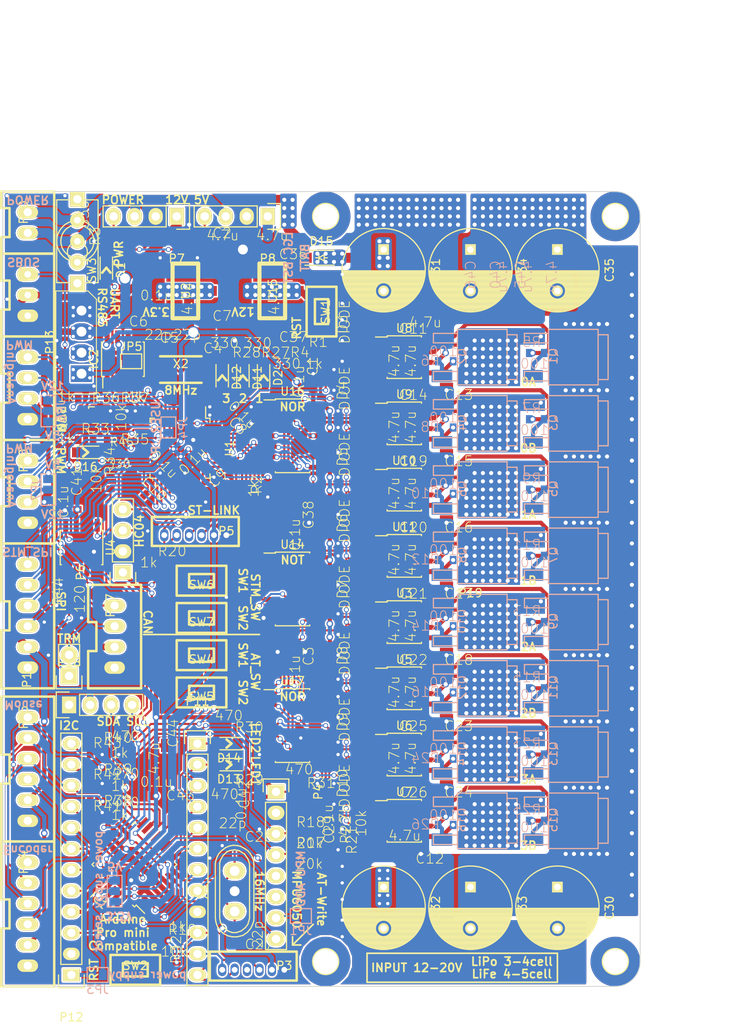
<source format=kicad_pcb>
(kicad_pcb (version 4) (host pcbnew 4.0.6)
  (layers (0 F.Cu signal) (31 B.Cu signal) (34 B.Paste user) (35 F.Paste user) (36 B.SilkS user) (37 F.SilkS user) (38 B.Mask user) (39 F.Mask user) (44 Edge.Cuts user))
  (net 0 "")
  (net 1 GND)
  (net 2 /NRST)
  (net 3 +12V)
  (net 4 +3.3V)
  (net 5 /OSC_IN)
  (net 6 /OSC_OUT)
  (net 7 +5V)
  (net 8 /OUT_0_A)
  (net 9 /OUT_0_B)
  (net 10 "Net-(D1-Pad2)")
  (net 11 "Net-(D2-Pad2)")
  (net 12 /SWCLK)
  (net 13 /SWDIO)
  (net 14 /USART_TX)
  (net 15 /USART_RX)
  (net 16 "Net-(Q1-PadG)")
  (net 17 "Net-(R5-Pad2)")
  (net 18 "Net-(Q2-PadG)")
  (net 19 "Net-(R6-Pad2)")
  (net 20 "Net-(Q3-PadG)")
  (net 21 "Net-(R7-Pad2)")
  (net 22 "Net-(Q4-PadG)")
  (net 23 "Net-(R8-Pad2)")
  (net 24 +BATT)
  (net 25 /OUT_1_A)
  (net 26 /OUT_1_B)
  (net 27 /OUT_2_A)
  (net 28 /OUT_2_B)
  (net 29 "Net-(Q5-PadG)")
  (net 30 "Net-(Q6-PadG)")
  (net 31 "Net-(Q7-PadG)")
  (net 32 "Net-(Q8-PadG)")
  (net 33 "Net-(Q9-PadG)")
  (net 34 "Net-(Q10-PadG)")
  (net 35 "Net-(Q11-PadG)")
  (net 36 "Net-(Q12-PadG)")
  (net 37 "Net-(R9-Pad2)")
  (net 38 "Net-(R10-Pad2)")
  (net 39 "Net-(R11-Pad2)")
  (net 40 "Net-(R12-Pad2)")
  (net 41 "Net-(R13-Pad2)")
  (net 42 "Net-(R14-Pad2)")
  (net 43 "Net-(R15-Pad2)")
  (net 44 "Net-(R16-Pad2)")
  (net 45 /OUT_3_A)
  (net 46 /OUT_3_B)
  (net 47 "Net-(Q13-PadG)")
  (net 48 "Net-(Q14-PadG)")
  (net 49 "Net-(Q15-PadG)")
  (net 50 "Net-(Q16-PadG)")
  (net 51 "Net-(R23-Pad2)")
  (net 52 "Net-(R24-Pad2)")
  (net 53 "Net-(R25-Pad2)")
  (net 54 "Net-(R26-Pad2)")
  (net 55 "Net-(C27-Pad2)")
  (net 56 "Net-(C28-Pad2)")
  (net 57 /I2C_SDA)
  (net 58 /I2C_SCL)
  (net 59 /AT_RST)
  (net 60 /AT_RX)
  (net 61 /AT_TX)
  (net 62 "Net-(JP1-Pad1)")
  (net 63 "Net-(C11-Pad2)")
  (net 64 "Net-(C14-Pad2)")
  (net 65 "Net-(C19-Pad2)")
  (net 66 "Net-(C20-Pad2)")
  (net 67 "Net-(C21-Pad2)")
  (net 68 "Net-(C22-Pad2)")
  (net 69 "Net-(C25-Pad2)")
  (net 70 "Net-(C26-Pad2)")
  (net 71 /batt_voltage)
  (net 72 "Net-(P6-Pad3)")
  (net 73 /STM_LED1)
  (net 74 /STM_LED2)
  (net 75 "Net-(D11-Pad2)")
  (net 76 /STM_LED3)
  (net 77 "Net-(D12-Pad2)")
  (net 78 /AT_LED1)
  (net 79 "Net-(D13-Pad2)")
  (net 80 /AT_LED2)
  (net 81 "Net-(D14-Pad2)")
  (net 82 /SPI_MOSI)
  (net 83 /SPI_MISO)
  (net 84 /SPI_SCK)
  (net 85 /PWM_2_A)
  (net 86 /PWM_2_B)
  (net 87 /PWM_3_A)
  (net 88 /PWM_3_B)
  (net 89 /PWM_0_A)
  (net 90 /PWM_0_B)
  (net 91 /PWM_1_A)
  (net 92 /PWM_1_B)
  (net 93 /DCDC_EN)
  (net 94 "Net-(P10-Pad1)")
  (net 95 /Motor~SD)
  (net 96 /Motor0CW)
  (net 97 /Motor1CW)
  (net 98 /Motor2CW)
  (net 99 /Motor3CW)
  (net 100 /Motor0PWM)
  (net 101 /Motor1PWM)
  (net 102 /Motor2PWM)
  (net 103 /Motor3PWM)
  (net 104 /VALVE_0)
  (net 105 /VALVE_1)
  (net 106 /SPI_SS_Mouse)
  (net 107 /BOOT0)
  (net 108 /GD_12V)
  (net 109 /INT1)
  (net 110 /INT0)
  (net 111 "Net-(IC2-Pad6)")
  (net 112 "Net-(IC2-Pad7)")
  (net 113 "Net-(JP2-Pad2)")
  (net 114 /RAW)
  (net 115 /LOGIC_BATT)
  (net 116 /SPI_SS_USB)
  (net 117 /SPI_SS_ENC)
  (net 118 /AT_A2)
  (net 119 /AT_A3)
  (net 120 "Net-(IC2-Pad1)")
  (net 121 /SERVO_DIR)
  (net 122 /SERVO_TX)
  (net 123 /SBUS)
  (net 124 "Net-(Q17-PadG)")
  (net 125 /SERVO_RX)
  (net 126 "Net-(R34-Pad1)")
  (net 127 "Net-(P12-Pad9)")
  (net 128 "Net-(P12-Pad11)")
  (net 129 "Net-(P12-Pad12)")
  (net 130 "Net-(P16-Pad1)")
  (net 131 "Net-(P16-Pad2)")
  (net 132 "Net-(P17-Pad4)")
  (net 133 /CAN_RX)
  (net 134 /CAN_TX)
  (net 135 /STM_~SS0)
  (net 136 /STM_SCK)
  (net 137 /STM_MISO)
  (net 138 /STM_MOSI)
  (net 139 /PWM_T2C1)
  (net 140 /PWM_T2C2)
  (net 141 /PWM_T3C2)
  (net 142 /PWM_T3C1)
  (net 143 /AT_SW1)
  (net 144 /AT_SW2)
  (net 145 /STM_SW1)
  (net 146 /STM_SW2)
  (net 147 /STM_LED4)
  (net 148 "Net-(D16-Pad2)")
  (net 149 "Net-(JP4-Pad1)")
  (net 150 "Net-(JP6-Pad2)")
  (net 151 "Net-(JP7-Pad2)")
  (net 152 "Net-(U14-Pad2)")
  (net 153 "Net-(U14-Pad4)")
  (net 154 "Net-(U14-Pad6)")
  (net 155 "Net-(U14-Pad8)")
  (module RP_KiCAD_Connector:XA_2T (layer F.Cu) (at 3 2.5 270)
    (fp_text reference P10 (at 0 0.5 270) (layer F.SilkS))
    (fp_text value CONN_01X02)
    (pad 2 thru_hole oval (at 0 0 270) (size 1.5 2.5) (drill 1) (layers *.Cu *.Mask F.SilkS) (net 115 /LOGIC_BATT))
    (pad 1 thru_hole oval (at 2.5 0 270) (size 1.5 2.5) (drill 1) (layers *.Cu *.Mask F.SilkS) (net 94 "Net-(P10-Pad1)"))
  )
  (module RP_KiCAD_Libs:C1608_WP (layer F.Cu) (at 13.5 30 180)
    (fp_text reference R35 (at -0.635 -0.635 180) (layer F.SilkS) (effects (font (size 1.2065 1.2065) (thickness 0.1016)) (justify left bottom)))
    (fp_text value 10k (at -1.5 1 450) (layer F.SilkS) (effects (font (size 1.2065 1.2065) (thickness 0.1016)) (justify left bottom)))
    (pad 1 smd rect (at -0.9 0 180) (size 0.8 1) (layers F.Cu F.Paste F.Mask) (net 1 GND))
    (pad 2 smd rect (at 0.9 0 180) (size 0.8 1) (layers F.Cu F.Paste F.Mask) (net 124 "Net-(Q17-PadG)"))
  )
  (module RP_KiCAD_Connector:ZH_6T (layer F.Cu) (at 34 94 180)
    (fp_text reference P3 (at 0 0.5 180) (layer F.SilkS))
    (fp_text value CONN_01X06)
    (pad 1 thru_hole oval (at 0 0 180) (size 1 1.524) (drill 0.7) (layers *.Cu *.Mask) (net 1 GND))
    (pad 2 thru_hole oval (at 1.5 0 180) (size 1 1.524) (drill 0.7) (layers *.Cu *.Mask) (net 7 +5V))
    (pad 3 thru_hole oval (at 3 0 180) (size 1 1.524) (drill 0.7) (layers *.Cu *.Mask) (net 59 /AT_RST))
    (pad 4 thru_hole oval (at 4.5 0 180) (size 1 1.524) (drill 0.7) (layers *.Cu *.Mask))
    (pad 5 thru_hole oval (at 6 0 180) (size 1 1.524) (drill 0.7) (layers *.Cu *.Mask) (net 61 /AT_TX))
    (pad 6 thru_hole oval (at 7.5 0 180) (size 1 1.524) (drill 0.7) (layers *.Cu *.Mask) (net 60 /AT_RX))
  )
  (module Crystals:ABM3_2pads (layer F.Cu) (at 21.5 21.5 180)
    (fp_text reference X2 (at 0 0.7 180) (layer F.SilkS))
    (fp_text value CRYSTAL)
    (pad 1 smd rect (at -2.2 0 180) (size 1.8 2.6) (layers F.Cu F.Paste F.Mask) (net 5 /OSC_IN))
    (pad 2 smd rect (at 2.2 0 180) (size 1.8 2.6) (layers F.Cu F.Paste F.Mask) (net 6 /OSC_OUT))
  )
  (module Capacitors_ThroughHole:C_Radial_D10_L13_P5 (layer F.Cu) (at 67 7 270)
    (fp_text reference C35 (at 2.5 -6.3 270) (layer F.SilkS))
    (fp_text value 220u)
    (pad 1 thru_hole rect (at 0 0 270) (size 1.3 1.3) (drill 0.8) (layers *.Cu *.Mask F.SilkS) (net 24 +BATT))
    (pad 2 thru_hole circle (at 5 0 270) (size 1.3 1.3) (drill 0.8) (layers *.Cu *.Mask F.SilkS) (net 1 GND))
  )
  (module RP_KiCAD_Libs:C1608_WP (layer F.Cu) (at 37.5 23 270)
    (fp_text reference C1 (at -0.635 -0.635 270) (layer F.SilkS) (effects (font (size 1.2065 1.2065) (thickness 0.1016)) (justify left bottom)))
    (fp_text value 0.1u (at 2 1 270) (layer F.SilkS) (effects (font (size 1.2065 1.2065) (thickness 0.1016)) (justify left bottom)))
    (pad 1 smd rect (at -0.9 0 270) (size 0.8 1) (layers F.Cu F.Paste F.Mask) (net 1 GND))
    (pad 2 smd rect (at 0.9 0 270) (size 0.8 1) (layers F.Cu F.Paste F.Mask) (net 4 +3.3V))
  )
  (module RP_KiCAD_Libs:C3216 (layer F.Cu) (at 26.5 7)
    (fp_text reference C2 (at -1.27 -1.27) (layer F.SilkS) (effects (font (size 1.2065 1.2065) (thickness 0.1016)) (justify left bottom)))
    (fp_text value 4.7u (at -2 -1) (layer F.SilkS) (effects (font (size 1.2065 1.2065) (thickness 0.1016)) (justify left bottom)))
    (pad 1 smd rect (at -1.6 0) (size 1.6 1.8) (layers F.Cu F.Paste F.Mask) (net 7 +5V))
    (pad 2 smd rect (at 1.6 0) (size 1.6 1.8) (layers F.Cu F.Paste F.Mask) (net 1 GND))
  )
  (module RP_KiCAD_Libs:C1608_WP (layer F.Cu) (at 23.5 19 180)
    (fp_text reference C4 (at -0.635 -0.635 180) (layer F.SilkS) (effects (font (size 1.2065 1.2065) (thickness 0.1016)) (justify left bottom)))
    (fp_text value 22p (at 3 1 360) (layer F.SilkS) (effects (font (size 1.2065 1.2065) (thickness 0.1016)) (justify left bottom)))
    (pad 1 smd rect (at -0.9 0 180) (size 0.8 1) (layers F.Cu F.Paste F.Mask) (net 5 /OSC_IN))
    (pad 2 smd rect (at 0.9 0 180) (size 0.8 1) (layers F.Cu F.Paste F.Mask) (net 1 GND))
  )
  (module RP_KiCAD_Libs:C1608_WP (layer F.Cu) (at 19.5 19)
    (fp_text reference C5 (at -0.635 -0.635) (layer F.SilkS) (effects (font (size 1.2065 1.2065) (thickness 0.1016)) (justify left bottom)))
    (fp_text value 22p (at -2.5 -1 180) (layer F.SilkS) (effects (font (size 1.2065 1.2065) (thickness 0.1016)) (justify left bottom)))
    (pad 1 smd rect (at -0.9 0) (size 0.8 1) (layers F.Cu F.Paste F.Mask) (net 6 /OSC_OUT))
    (pad 2 smd rect (at 0.9 0) (size 0.8 1) (layers F.Cu F.Paste F.Mask) (net 1 GND))
  )
  (module RP_KiCAD_Libs:C1608_WP (layer F.Cu) (at 14.5 15.75 180)
    (fp_text reference C6 (at -0.635 -0.635 180) (layer F.SilkS) (effects (font (size 1.2065 1.2065) (thickness 0.1016)) (justify left bottom)))
    (fp_text value 0.1u (at -2 2.5 180) (layer F.SilkS) (effects (font (size 1.2065 1.2065) (thickness 0.1016)) (justify left bottom)))
    (pad 1 smd rect (at -0.9 0 180) (size 0.8 1) (layers F.Cu F.Paste F.Mask) (net 1 GND))
    (pad 2 smd rect (at 0.9 0 180) (size 0.8 1) (layers F.Cu F.Paste F.Mask) (net 4 +3.3V))
  )
  (module RP_KiCAD_Libs:C3216 (layer F.Cu) (at 26.5 17)
    (fp_text reference C7 (at -1.27 -1.27) (layer F.SilkS) (effects (font (size 1.2065 1.2065) (thickness 0.1016)) (justify left bottom)))
    (fp_text value 4.7u (at -3.5 -2 270) (layer F.SilkS) (effects (font (size 1.2065 1.2065) (thickness 0.1016)) (justify left bottom)))
    (pad 1 smd rect (at -1.6 0) (size 1.6 1.8) (layers F.Cu F.Paste F.Mask) (net 4 +3.3V))
    (pad 2 smd rect (at 1.6 0) (size 1.6 1.8) (layers F.Cu F.Paste F.Mask) (net 1 GND))
  )
  (module RP_KiCAD_Libs:C1608_WP (layer F.Cu) (at 27 27 135)
    (fp_text reference C8 (at -0.635 -0.635 135) (layer F.SilkS) (effects (font (size 1.2065 1.2065) (thickness 0.1016)) (justify left bottom)))
    (fp_text value 0.1u (at 0.707107 0.707107 135) (layer F.SilkS) (effects (font (size 1.2065 1.2065) (thickness 0.1016)) (justify left bottom)))
    (pad 1 smd rect (at -0.9 0 135) (size 0.8 1) (layers F.Cu F.Paste F.Mask) (net 1 GND))
    (pad 2 smd rect (at 0.9 0 135) (size 0.8 1) (layers F.Cu F.Paste F.Mask) (net 4 +3.3V))
  )
  (module RP_KiCAD_Libs:C1608_WP (layer F.Cu) (at 26.5 36 45)
    (fp_text reference C9 (at -0.635 -0.635 45) (layer F.SilkS) (effects (font (size 1.2065 1.2065) (thickness 0.1016)) (justify left bottom)))
    (fp_text value 0.1u (at -2.12132 -4.242641 45) (layer F.SilkS) (effects (font (size 1.2065 1.2065) (thickness 0.1016)) (justify left bottom)))
    (pad 1 smd rect (at -0.9 0 45) (size 0.8 1) (layers F.Cu F.Paste F.Mask) (net 1 GND))
    (pad 2 smd rect (at 0.9 0 45) (size 0.8 1) (layers F.Cu F.Paste F.Mask) (net 4 +3.3V))
  )
  (module RP_KiCAD_Libs:C1608_WP (layer F.Cu) (at 16.5 36 315)
    (fp_text reference C10 (at -0.635 -0.635 315) (layer F.SilkS) (effects (font (size 1.2065 1.2065) (thickness 0.1016)) (justify left bottom)))
    (fp_text value 0.1u (at -2.12132 -3.535534 315) (layer F.SilkS) (effects (font (size 1.2065 1.2065) (thickness 0.1016)) (justify left bottom)))
    (pad 1 smd rect (at -0.9 0 315) (size 0.8 1) (layers F.Cu F.Paste F.Mask) (net 1 GND))
    (pad 2 smd rect (at 0.9 0 315) (size 0.8 1) (layers F.Cu F.Paste F.Mask) (net 4 +3.3V))
  )
  (module RP_KiCAD_Libs:C3216 (layer F.Cu) (at 46.5 16 180)
    (fp_text reference C11 (at -1.27 -1.27 180) (layer F.SilkS) (effects (font (size 1.2065 1.2065) (thickness 0.1016)) (justify left bottom)))
    (fp_text value 4.7u (at -2.5 -0.5 180) (layer F.SilkS) (effects (font (size 1.2065 1.2065) (thickness 0.1016)) (justify left bottom)))
    (pad 1 smd rect (at -1.6 0 180) (size 1.6 1.8) (layers F.Cu F.Paste F.Mask) (net 8 /OUT_0_A))
    (pad 2 smd rect (at 1.6 0 180) (size 1.6 1.8) (layers F.Cu F.Paste F.Mask) (net 63 "Net-(C11-Pad2)"))
  )
  (module RP_KiCAD_Libs:C3216 (layer F.Cu) (at 48.5 80 180)
    (fp_text reference C12 (at -1.27 -1.27 180) (layer F.SilkS) (effects (font (size 1.2065 1.2065) (thickness 0.1016)) (justify left bottom)))
    (fp_text value 4.7u (at 2 1.5 180) (layer F.SilkS) (effects (font (size 1.2065 1.2065) (thickness 0.1016)) (justify left bottom)))
    (pad 1 smd rect (at -1.6 0 180) (size 1.6 1.8) (layers F.Cu F.Paste F.Mask) (net 1 GND))
    (pad 2 smd rect (at 1.6 0 180) (size 1.6 1.8) (layers F.Cu F.Paste F.Mask) (net 108 /GD_12V))
  )
  (module RP_KiCAD_Libs:C3216 (layer F.Cu) (at 52 24 180)
    (fp_text reference C13 (at -1.27 -1.27 180) (layer F.SilkS) (effects (font (size 1.2065 1.2065) (thickness 0.1016)) (justify left bottom)))
    (fp_text value 4.7u (at 2 1.5 270) (layer F.SilkS) (effects (font (size 1.2065 1.2065) (thickness 0.1016)) (justify left bottom)))
    (pad 1 smd rect (at -1.6 0 180) (size 1.6 1.8) (layers F.Cu F.Paste F.Mask) (net 1 GND))
    (pad 2 smd rect (at 1.6 0 180) (size 1.6 1.8) (layers F.Cu F.Paste F.Mask) (net 108 /GD_12V))
  )
  (module RP_KiCAD_Libs:C3216 (layer F.Cu) (at 46.5 24 180)
    (fp_text reference C14 (at -1.27 -1.27 180) (layer F.SilkS) (effects (font (size 1.2065 1.2065) (thickness 0.1016)) (justify left bottom)))
    (fp_text value 4.7u (at -1.5 1.5 270) (layer F.SilkS) (effects (font (size 1.2065 1.2065) (thickness 0.1016)) (justify left bottom)))
    (pad 1 smd rect (at -1.6 0 180) (size 1.6 1.8) (layers F.Cu F.Paste F.Mask) (net 9 /OUT_0_B))
    (pad 2 smd rect (at 1.6 0 180) (size 1.6 1.8) (layers F.Cu F.Paste F.Mask) (net 64 "Net-(C14-Pad2)"))
  )
  (module LEDs:LED_0805 (layer F.Cu) (at 12.5 9.5 270)
    (fp_text reference D1 (at 0 -1.75 270) (layer F.SilkS))
    (fp_text value LED)
    (pad 1 smd rect (at 1.04902 0 90) (size 1.19888 1.19888) (layers F.Cu F.Paste F.Mask) (net 4 +3.3V))
    (pad 2 smd rect (at -1.04902 0 90) (size 1.19888 1.19888) (layers F.Cu F.Paste F.Mask) (net 10 "Net-(D1-Pad2)"))
  )
  (module LEDs:LED_0805 (layer F.Cu) (at 31.5 22.5 270)
    (fp_text reference D2 (at 0 -1.75 270) (layer F.SilkS))
    (fp_text value LED)
    (pad 1 smd rect (at 1.04902 0 90) (size 1.19888 1.19888) (layers F.Cu F.Paste F.Mask) (net 73 /STM_LED1))
    (pad 2 smd rect (at -1.04902 0 90) (size 1.19888 1.19888) (layers F.Cu F.Paste F.Mask) (net 11 "Net-(D2-Pad2)"))
  )
  (module RP_KiCAD_Libs:C2012 (layer F.Cu) (at 43 16 90)
    (fp_text reference D3 (at -1.27 -1.27 90) (layer F.SilkS) (effects (font (size 1.2065 1.2065) (thickness 0.1016)) (justify left bottom)))
    (fp_text value DIODE (at -2.5 -1 90) (layer F.SilkS) (effects (font (size 1.2065 1.2065) (thickness 0.1016)) (justify left bottom)))
    (pad 1 smd rect (at -1.25 0 90) (size 1.3 1.5) (layers F.Cu F.Paste F.Mask) (net 63 "Net-(C11-Pad2)"))
    (pad 2 smd rect (at 1.25 0 90) (size 1.3 1.5) (layers F.Cu F.Paste F.Mask) (net 108 /GD_12V))
  )
  (module RP_KiCAD_Libs:C2012 (layer F.Cu) (at 43 24 90)
    (fp_text reference D4 (at -1.27 -1.27 90) (layer F.SilkS) (effects (font (size 1.2065 1.2065) (thickness 0.1016)) (justify left bottom)))
    (fp_text value DIODE (at -2.5 -1 90) (layer F.SilkS) (effects (font (size 1.2065 1.2065) (thickness 0.1016)) (justify left bottom)))
    (pad 1 smd rect (at -1.25 0 90) (size 1.3 1.5) (layers F.Cu F.Paste F.Mask) (net 64 "Net-(C14-Pad2)"))
    (pad 2 smd rect (at 1.25 0 90) (size 1.3 1.5) (layers F.Cu F.Paste F.Mask) (net 108 /GD_12V))
  )
  (module RP_KiCAD_Connector:ZH_6T (layer F.Cu) (at 27 41.5 180)
    (fp_text reference P5 (at 0 0.5 180) (layer F.SilkS))
    (fp_text value CONN_01X06)
    (pad 1 thru_hole oval (at 0 0 180) (size 1 1.524) (drill 0.7) (layers *.Cu *.Mask) (net 1 GND))
    (pad 2 thru_hole oval (at 1.5 0 180) (size 1 1.524) (drill 0.7) (layers *.Cu *.Mask) (net 4 +3.3V))
    (pad 3 thru_hole oval (at 3 0 180) (size 1 1.524) (drill 0.7) (layers *.Cu *.Mask) (net 12 /SWCLK))
    (pad 4 thru_hole oval (at 4.5 0 180) (size 1 1.524) (drill 0.7) (layers *.Cu *.Mask) (net 13 /SWDIO))
    (pad 5 thru_hole oval (at 6 0 180) (size 1 1.524) (drill 0.7) (layers *.Cu *.Mask) (net 14 /USART_TX))
    (pad 6 thru_hole oval (at 7.5 0 180) (size 1 1.524) (drill 0.7) (layers *.Cu *.Mask) (net 15 /USART_RX))
  )
  (module RP_KiCAD_Libs:C1608_WP (layer F.Cu) (at 37.5 19.5)
    (fp_text reference R1 (at -0.635 -0.635) (layer F.SilkS) (effects (font (size 1.2065 1.2065) (thickness 0.1016)) (justify left bottom)))
    (fp_text value 1k (at -1 2) (layer F.SilkS) (effects (font (size 1.2065 1.2065) (thickness 0.1016)) (justify left bottom)))
    (pad 1 smd rect (at -0.9 0) (size 0.8 1) (layers F.Cu F.Paste F.Mask) (net 4 +3.3V))
    (pad 2 smd rect (at 0.9 0) (size 0.8 1) (layers F.Cu F.Paste F.Mask) (net 2 /NRST))
  )
  (module RP_KiCAD_Libs:C1608_WP (layer F.Cu) (at 32 36 90)
    (fp_text reference R2 (at -0.635 -0.635 90) (layer F.SilkS) (effects (font (size 1.2065 1.2065) (thickness 0.1016)) (justify left bottom)))
    (fp_text value 1k (at -1 -1 90) (layer F.SilkS) (effects (font (size 1.2065 1.2065) (thickness 0.1016)) (justify left bottom)))
    (pad 1 smd rect (at -0.9 0 90) (size 0.8 1) (layers F.Cu F.Paste F.Mask) (net 1 GND))
    (pad 2 smd rect (at 0.9 0 90) (size 0.8 1) (layers F.Cu F.Paste F.Mask) (net 107 /BOOT0))
  )
  (module RP_KiCAD_Libs:C1608_WP (layer F.Cu) (at 12.5 6 90)
    (fp_text reference R3 (at -0.635 -0.635 90) (layer F.SilkS) (effects (font (size 1.2065 1.2065) (thickness 0.1016)) (justify left bottom)))
    (fp_text value 330 (at 1.5 -2 90) (layer F.SilkS) (effects (font (size 1.2065 1.2065) (thickness 0.1016)) (justify left bottom)))
    (pad 1 smd rect (at -0.9 0 90) (size 0.8 1) (layers F.Cu F.Paste F.Mask) (net 10 "Net-(D1-Pad2)"))
    (pad 2 smd rect (at 0.9 0 90) (size 0.8 1) (layers F.Cu F.Paste F.Mask) (net 1 GND))
  )
  (module RP_KiCAD_Libs:C1608_WP (layer F.Cu) (at 34 19.5 180)
    (fp_text reference R4 (at -0.635 -0.635 180) (layer F.SilkS) (effects (font (size 1.2065 1.2065) (thickness 0.1016)) (justify left bottom)))
    (fp_text value 330 (at 1.5 -2 360) (layer F.SilkS) (effects (font (size 1.2065 1.2065) (thickness 0.1016)) (justify left bottom)))
    (pad 1 smd rect (at -0.9 0 180) (size 0.8 1) (layers F.Cu F.Paste F.Mask) (net 11 "Net-(D2-Pad2)"))
    (pad 2 smd rect (at 0.9 0 180) (size 0.8 1) (layers F.Cu F.Paste F.Mask) (net 1 GND))
  )
  (module RP_KiCAD_Libs:C1608_WP (layer B.Cu) (at 64.5 19.5 180)
    (fp_text reference R5 (at -0.635 0.635 180) (layer B.SilkS) (effects (font (size 1.2065 1.2065) (thickness 0.1016)) (justify left bottom mirror)))
    (fp_text value 100 (at -1.5 -2 180) (layer B.SilkS) (effects (font (size 1.2065 1.2065) (thickness 0.1016)) (justify left bottom mirror)))
    (pad 1 smd rect (at -0.9 0 180) (size 0.8 1) (layers B.Cu B.Paste B.Mask) (net 16 "Net-(Q1-PadG)"))
    (pad 2 smd rect (at 0.9 0 180) (size 0.8 1) (layers B.Cu B.Paste B.Mask) (net 17 "Net-(R5-Pad2)"))
  )
  (module RP_KiCAD_Libs:C1608_WP (layer B.Cu) (at 53.5 20.5)
    (fp_text reference R6 (at -0.635 0.635) (layer B.SilkS) (effects (font (size 1.2065 1.2065) (thickness 0.1016)) (justify left bottom mirror)))
    (fp_text value 100 (at 1.5 -0.5) (layer B.SilkS) (effects (font (size 1.2065 1.2065) (thickness 0.1016)) (justify left bottom mirror)))
    (pad 1 smd rect (at -0.9 0) (size 0.8 1) (layers B.Cu B.Paste B.Mask) (net 18 "Net-(Q2-PadG)"))
    (pad 2 smd rect (at 0.9 0) (size 0.8 1) (layers B.Cu B.Paste B.Mask) (net 19 "Net-(R6-Pad2)"))
  )
  (module RP_KiCAD_Libs:C1608_WP (layer B.Cu) (at 64.5 27.5 180)
    (fp_text reference R7 (at -0.635 0.635 180) (layer B.SilkS) (effects (font (size 1.2065 1.2065) (thickness 0.1016)) (justify left bottom mirror)))
    (fp_text value 100 (at -1.5 -2 180) (layer B.SilkS) (effects (font (size 1.2065 1.2065) (thickness 0.1016)) (justify left bottom mirror)))
    (pad 1 smd rect (at -0.9 0 180) (size 0.8 1) (layers B.Cu B.Paste B.Mask) (net 20 "Net-(Q3-PadG)"))
    (pad 2 smd rect (at 0.9 0 180) (size 0.8 1) (layers B.Cu B.Paste B.Mask) (net 21 "Net-(R7-Pad2)"))
  )
  (module RP_KiCAD_Libs:C1608_WP (layer B.Cu) (at 53.5 28.5)
    (fp_text reference R8 (at -0.635 0.635) (layer B.SilkS) (effects (font (size 1.2065 1.2065) (thickness 0.1016)) (justify left bottom mirror)))
    (fp_text value 100 (at 1.5 -0.5) (layer B.SilkS) (effects (font (size 1.2065 1.2065) (thickness 0.1016)) (justify left bottom mirror)))
    (pad 1 smd rect (at -0.9 0) (size 0.8 1) (layers B.Cu B.Paste B.Mask) (net 22 "Net-(Q4-PadG)"))
    (pad 2 smd rect (at 0.9 0) (size 0.8 1) (layers B.Cu B.Paste B.Mask) (net 23 "Net-(R8-Pad2)"))
  )
  (module Housings_QFP:LQFP-48_7x7mm_Pitch0.5mm (layer F.Cu) (at 21.4 31 270)
    (fp_text reference U1 (at 0 -6 270) (layer F.SilkS))
    (fp_text value STM32F103_48)
    (pad 1 smd rect (at -4.35 -2.75 270) (size 1.3 0.25) (layers F.Cu F.Paste F.Mask) (net 4 +3.3V))
    (pad 2 smd rect (at -4.35 -2.25 270) (size 1.3 0.25) (layers F.Cu F.Paste F.Mask) (net 73 /STM_LED1))
    (pad 3 smd rect (at -4.35 -1.75 270) (size 1.3 0.25) (layers F.Cu F.Paste F.Mask) (net 74 /STM_LED2))
    (pad 4 smd rect (at -4.35 -1.25 270) (size 1.3 0.25) (layers F.Cu F.Paste F.Mask) (net 76 /STM_LED3))
    (pad 5 smd rect (at -4.35 -0.75 270) (size 1.3 0.25) (layers F.Cu F.Paste F.Mask) (net 5 /OSC_IN))
    (pad 6 smd rect (at -4.35 -0.25 270) (size 1.3 0.25) (layers F.Cu F.Paste F.Mask) (net 6 /OSC_OUT))
    (pad 7 smd rect (at -4.35 0.25 270) (size 1.3 0.25) (layers F.Cu F.Paste F.Mask) (net 2 /NRST))
    (pad 8 smd rect (at -4.35 0.75 270) (size 1.3 0.25) (layers F.Cu F.Paste F.Mask) (net 1 GND))
    (pad 9 smd rect (at -4.35 1.25 270) (size 1.3 0.25) (layers F.Cu F.Paste F.Mask) (net 4 +3.3V))
    (pad 10 smd rect (at -4.35 1.75 270) (size 1.3 0.25) (layers F.Cu F.Paste F.Mask) (net 139 /PWM_T2C1))
    (pad 11 smd rect (at -4.35 2.25 270) (size 1.3 0.25) (layers F.Cu F.Paste F.Mask) (net 140 /PWM_T2C2))
    (pad 12 smd rect (at -4.35 2.75 270) (size 1.3 0.25) (layers F.Cu F.Paste F.Mask) (net 122 /SERVO_TX))
    (pad 13 smd rect (at -2.75 4.35) (size 1.3 0.25) (layers F.Cu F.Paste F.Mask) (net 125 /SERVO_RX))
    (pad 14 smd rect (at -2.25 4.35) (size 1.3 0.25) (layers F.Cu F.Paste F.Mask) (net 142 /PWM_T3C1))
    (pad 15 smd rect (at -1.75 4.35) (size 1.3 0.25) (layers F.Cu F.Paste F.Mask) (net 141 /PWM_T3C2))
    (pad 16 smd rect (at -1.25 4.35) (size 1.3 0.25) (layers F.Cu F.Paste F.Mask) (net 149 "Net-(JP4-Pad1)"))
    (pad 17 smd rect (at -0.75 4.35) (size 1.3 0.25) (layers F.Cu F.Paste F.Mask) (net 146 /STM_SW2))
    (pad 18 smd rect (at -0.25 4.35) (size 1.3 0.25) (layers F.Cu F.Paste F.Mask) (net 145 /STM_SW1))
    (pad 19 smd rect (at 0.25 4.35) (size 1.3 0.25) (layers F.Cu F.Paste F.Mask) (net 121 /SERVO_DIR))
    (pad 20 smd rect (at 0.75 4.35) (size 1.3 0.25) (layers F.Cu F.Paste F.Mask) (net 147 /STM_LED4))
    (pad 21 smd rect (at 1.25 4.35) (size 1.3 0.25) (layers F.Cu F.Paste F.Mask) (net 126 "Net-(R34-Pad1)"))
    (pad 22 smd rect (at 1.75 4.35) (size 1.3 0.25) (layers F.Cu F.Paste F.Mask) (net 61 /AT_TX))
    (pad 23 smd rect (at 2.25 4.35) (size 1.3 0.25) (layers F.Cu F.Paste F.Mask) (net 1 GND))
    (pad 24 smd rect (at 2.75 4.35) (size 1.3 0.25) (layers F.Cu F.Paste F.Mask) (net 4 +3.3V))
    (pad 25 smd rect (at 4.35 2.75 270) (size 1.3 0.25) (layers F.Cu F.Paste F.Mask) (net 135 /STM_~SS0))
    (pad 26 smd rect (at 4.35 2.25 270) (size 1.3 0.25) (layers F.Cu F.Paste F.Mask) (net 136 /STM_SCK))
    (pad 27 smd rect (at 4.35 1.75 270) (size 1.3 0.25) (layers F.Cu F.Paste F.Mask) (net 137 /STM_MISO))
    (pad 28 smd rect (at 4.35 1.25 270) (size 1.3 0.25) (layers F.Cu F.Paste F.Mask) (net 138 /STM_MOSI))
    (pad 29 smd rect (at 4.35 0.75 270) (size 1.3 0.25) (layers F.Cu F.Paste F.Mask))
    (pad 30 smd rect (at 4.35 0.25 270) (size 1.3 0.25) (layers F.Cu F.Paste F.Mask) (net 14 /USART_TX))
    (pad 31 smd rect (at 4.35 -0.25 270) (size 1.3 0.25) (layers F.Cu F.Paste F.Mask) (net 15 /USART_RX))
    (pad 32 smd rect (at 4.35 -0.75 270) (size 1.3 0.25) (layers F.Cu F.Paste F.Mask) (net 133 /CAN_RX))
    (pad 33 smd rect (at 4.35 -1.25 270) (size 1.3 0.25) (layers F.Cu F.Paste F.Mask) (net 134 /CAN_TX))
    (pad 34 smd rect (at 4.35 -1.75 270) (size 1.3 0.25) (layers F.Cu F.Paste F.Mask) (net 13 /SWDIO))
    (pad 35 smd rect (at 4.35 -2.25 270) (size 1.3 0.25) (layers F.Cu F.Paste F.Mask) (net 1 GND))
    (pad 36 smd rect (at 4.35 -2.75 270) (size 1.3 0.25) (layers F.Cu F.Paste F.Mask) (net 4 +3.3V))
    (pad 37 smd rect (at 2.75 -4.35) (size 1.3 0.25) (layers F.Cu F.Paste F.Mask) (net 12 /SWCLK))
    (pad 38 smd rect (at 2.25 -4.35) (size 1.3 0.25) (layers F.Cu F.Paste F.Mask) (net 99 /Motor3CW))
    (pad 39 smd rect (at 1.75 -4.35) (size 1.3 0.25) (layers F.Cu F.Paste F.Mask) (net 98 /Motor2CW))
    (pad 40 smd rect (at 1.25 -4.35) (size 1.3 0.25) (layers F.Cu F.Paste F.Mask) (net 97 /Motor1CW))
    (pad 41 smd rect (at 0.75 -4.35) (size 1.3 0.25) (layers F.Cu F.Paste F.Mask) (net 96 /Motor0CW))
    (pad 42 smd rect (at 0.25 -4.35) (size 1.3 0.25) (layers F.Cu F.Paste F.Mask) (net 103 /Motor3PWM))
    (pad 43 smd rect (at -0.25 -4.35) (size 1.3 0.25) (layers F.Cu F.Paste F.Mask) (net 102 /Motor2PWM))
    (pad 44 smd rect (at -0.75 -4.35) (size 1.3 0.25) (layers F.Cu F.Paste F.Mask) (net 107 /BOOT0))
    (pad 45 smd rect (at -1.25 -4.35) (size 1.3 0.25) (layers F.Cu F.Paste F.Mask) (net 101 /Motor1PWM))
    (pad 46 smd rect (at -1.75 -4.35) (size 1.3 0.25) (layers F.Cu F.Paste F.Mask) (net 100 /Motor0PWM))
    (pad 47 smd rect (at -2.25 -4.35) (size 1.3 0.25) (layers F.Cu F.Paste F.Mask) (net 1 GND))
    (pad 48 smd rect (at -2.75 -4.35) (size 1.3 0.25) (layers F.Cu F.Paste F.Mask) (net 4 +3.3V))
  )
  (module TO_SOT_Packages_SMD:SOT-223_reg (layer F.Cu) (at 25 12 90)
    (fp_text reference U2 (at 0 -2.9 90) (layer F.SilkS))
    (fp_text value NCP1117ST33T3G)
    (pad 1 smd rect (at -2.3 0 90) (size 1.2 1.7) (layers F.Cu F.Paste F.Mask) (net 1 GND))
    (pad 2 smd rect (at 0 0 90) (size 1.2 1.7) (layers F.Cu F.Paste F.Mask) (net 4 +3.3V))
    (pad 3 smd rect (at 2.3 0 90) (size 1.2 1.7) (layers F.Cu F.Paste F.Mask) (net 7 +5V))
    (pad 2 smd rect (at 0 -6.3 90) (size 3.3 1.7) (layers F.Cu F.Paste F.Mask) (net 4 +3.3V))
  )
  (module Housings_SOIC:SOIC-8_3.9x4.9mm_Pitch1.27mm (layer F.Cu) (at 48.5 52)
    (fp_text reference U3 (at 0 -3.5) (layer F.SilkS))
    (fp_text value NCP5359)
    (pad 1 smd rect (at -2.7 -1.905) (size 1.55 0.6) (layers F.Cu F.Paste F.Mask) (net 67 "Net-(C21-Pad2)"))
    (pad 2 smd rect (at -2.7 -0.635) (size 1.55 0.6) (layers F.Cu F.Paste F.Mask) (net 85 /PWM_2_A))
    (pad 3 smd rect (at -2.7 0.635) (size 1.55 0.6) (layers F.Cu F.Paste F.Mask) (net 95 /Motor~SD))
    (pad 4 smd rect (at -2.7 1.905) (size 1.55 0.6) (layers F.Cu F.Paste F.Mask) (net 108 /GD_12V))
    (pad 5 smd rect (at 2.7 1.905) (size 1.55 0.6) (layers F.Cu F.Paste F.Mask) (net 42 "Net-(R14-Pad2)"))
    (pad 6 smd rect (at 2.7 0.635) (size 1.55 0.6) (layers F.Cu F.Paste F.Mask) (net 1 GND))
    (pad 7 smd rect (at 2.7 -0.635) (size 1.55 0.6) (layers F.Cu F.Paste F.Mask) (net 27 /OUT_2_A))
    (pad 8 smd rect (at 2.7 -1.905) (size 1.55 0.6) (layers F.Cu F.Paste F.Mask) (net 41 "Net-(R13-Pad2)"))
  )
  (module Housings_SOIC:SOIC-8_3.9x4.9mm_Pitch1.27mm (layer F.Cu) (at 48.5 60)
    (fp_text reference U5 (at 0 -3.5) (layer F.SilkS))
    (fp_text value NCP5359)
    (pad 1 smd rect (at -2.7 -1.905) (size 1.55 0.6) (layers F.Cu F.Paste F.Mask) (net 68 "Net-(C22-Pad2)"))
    (pad 2 smd rect (at -2.7 -0.635) (size 1.55 0.6) (layers F.Cu F.Paste F.Mask) (net 86 /PWM_2_B))
    (pad 3 smd rect (at -2.7 0.635) (size 1.55 0.6) (layers F.Cu F.Paste F.Mask) (net 95 /Motor~SD))
    (pad 4 smd rect (at -2.7 1.905) (size 1.55 0.6) (layers F.Cu F.Paste F.Mask) (net 108 /GD_12V))
    (pad 5 smd rect (at 2.7 1.905) (size 1.55 0.6) (layers F.Cu F.Paste F.Mask) (net 44 "Net-(R16-Pad2)"))
    (pad 6 smd rect (at 2.7 0.635) (size 1.55 0.6) (layers F.Cu F.Paste F.Mask) (net 1 GND))
    (pad 7 smd rect (at 2.7 -0.635) (size 1.55 0.6) (layers F.Cu F.Paste F.Mask) (net 28 /OUT_2_B))
    (pad 8 smd rect (at 2.7 -1.905) (size 1.55 0.6) (layers F.Cu F.Paste F.Mask) (net 43 "Net-(R15-Pad2)"))
  )
  (module RP_KiCAD_Libs:C3216 (layer F.Cu) (at 52 32 180)
    (fp_text reference C15 (at -1.27 -1.27 180) (layer F.SilkS) (effects (font (size 1.2065 1.2065) (thickness 0.1016)) (justify left bottom)))
    (fp_text value 4.7u (at 2 1.5 270) (layer F.SilkS) (effects (font (size 1.2065 1.2065) (thickness 0.1016)) (justify left bottom)))
    (pad 1 smd rect (at -1.6 0 180) (size 1.6 1.8) (layers F.Cu F.Paste F.Mask) (net 1 GND))
    (pad 2 smd rect (at 1.6 0 180) (size 1.6 1.8) (layers F.Cu F.Paste F.Mask) (net 108 /GD_12V))
  )
  (module RP_KiCAD_Libs:C3216 (layer F.Cu) (at 52 40 180)
    (fp_text reference C16 (at -1.27 -1.27 180) (layer F.SilkS) (effects (font (size 1.2065 1.2065) (thickness 0.1016)) (justify left bottom)))
    (fp_text value 4.7u (at 2 1.5 270) (layer F.SilkS) (effects (font (size 1.2065 1.2065) (thickness 0.1016)) (justify left bottom)))
    (pad 1 smd rect (at -1.6 0 180) (size 1.6 1.8) (layers F.Cu F.Paste F.Mask) (net 1 GND))
    (pad 2 smd rect (at 1.6 0 180) (size 1.6 1.8) (layers F.Cu F.Paste F.Mask) (net 108 /GD_12V))
  )
  (module RP_KiCAD_Libs:C3216 (layer F.Cu) (at 52 48 180)
    (fp_text reference C17 (at -1.27 -1.27 180) (layer F.SilkS) (effects (font (size 1.2065 1.2065) (thickness 0.1016)) (justify left bottom)))
    (fp_text value 4.7u (at 2 1.5 270) (layer F.SilkS) (effects (font (size 1.2065 1.2065) (thickness 0.1016)) (justify left bottom)))
    (pad 1 smd rect (at -1.6 0 180) (size 1.6 1.8) (layers F.Cu F.Paste F.Mask) (net 1 GND))
    (pad 2 smd rect (at 1.6 0 180) (size 1.6 1.8) (layers F.Cu F.Paste F.Mask) (net 108 /GD_12V))
  )
  (module RP_KiCAD_Libs:C3216 (layer F.Cu) (at 52 56 180)
    (fp_text reference C18 (at -1.27 -1.27 180) (layer F.SilkS) (effects (font (size 1.2065 1.2065) (thickness 0.1016)) (justify left bottom)))
    (fp_text value 4.7u (at 2 1.5 270) (layer F.SilkS) (effects (font (size 1.2065 1.2065) (thickness 0.1016)) (justify left bottom)))
    (pad 1 smd rect (at -1.6 0 180) (size 1.6 1.8) (layers F.Cu F.Paste F.Mask) (net 1 GND))
    (pad 2 smd rect (at 1.6 0 180) (size 1.6 1.8) (layers F.Cu F.Paste F.Mask) (net 108 /GD_12V))
  )
  (module RP_KiCAD_Libs:C3216 (layer F.Cu) (at 46.5 32 180)
    (fp_text reference C19 (at -1.27 -1.27 180) (layer F.SilkS) (effects (font (size 1.2065 1.2065) (thickness 0.1016)) (justify left bottom)))
    (fp_text value 4.7u (at -1.5 1.5 270) (layer F.SilkS) (effects (font (size 1.2065 1.2065) (thickness 0.1016)) (justify left bottom)))
    (pad 1 smd rect (at -1.6 0 180) (size 1.6 1.8) (layers F.Cu F.Paste F.Mask) (net 25 /OUT_1_A))
    (pad 2 smd rect (at 1.6 0 180) (size 1.6 1.8) (layers F.Cu F.Paste F.Mask) (net 65 "Net-(C19-Pad2)"))
  )
  (module RP_KiCAD_Libs:C3216 (layer F.Cu) (at 46.5 40 180)
    (fp_text reference C20 (at -1.27 -1.27 180) (layer F.SilkS) (effects (font (size 1.2065 1.2065) (thickness 0.1016)) (justify left bottom)))
    (fp_text value 4.7u (at -1.5 1.5 270) (layer F.SilkS) (effects (font (size 1.2065 1.2065) (thickness 0.1016)) (justify left bottom)))
    (pad 1 smd rect (at -1.6 0 180) (size 1.6 1.8) (layers F.Cu F.Paste F.Mask) (net 26 /OUT_1_B))
    (pad 2 smd rect (at 1.6 0 180) (size 1.6 1.8) (layers F.Cu F.Paste F.Mask) (net 66 "Net-(C20-Pad2)"))
  )
  (module RP_KiCAD_Libs:C3216 (layer F.Cu) (at 46.5 48 180)
    (fp_text reference C21 (at -1.27 -1.27 180) (layer F.SilkS) (effects (font (size 1.2065 1.2065) (thickness 0.1016)) (justify left bottom)))
    (fp_text value 4.7u (at -1.5 1.5 270) (layer F.SilkS) (effects (font (size 1.2065 1.2065) (thickness 0.1016)) (justify left bottom)))
    (pad 1 smd rect (at -1.6 0 180) (size 1.6 1.8) (layers F.Cu F.Paste F.Mask) (net 27 /OUT_2_A))
    (pad 2 smd rect (at 1.6 0 180) (size 1.6 1.8) (layers F.Cu F.Paste F.Mask) (net 67 "Net-(C21-Pad2)"))
  )
  (module RP_KiCAD_Libs:C3216 (layer F.Cu) (at 46.5 56 180)
    (fp_text reference C22 (at -1.27 -1.27 180) (layer F.SilkS) (effects (font (size 1.2065 1.2065) (thickness 0.1016)) (justify left bottom)))
    (fp_text value 4.7u (at -1.5 1.5 270) (layer F.SilkS) (effects (font (size 1.2065 1.2065) (thickness 0.1016)) (justify left bottom)))
    (pad 1 smd rect (at -1.6 0 180) (size 1.6 1.8) (layers F.Cu F.Paste F.Mask) (net 28 /OUT_2_B))
    (pad 2 smd rect (at 1.6 0 180) (size 1.6 1.8) (layers F.Cu F.Paste F.Mask) (net 68 "Net-(C22-Pad2)"))
  )
  (module RP_KiCAD_Libs:C2012 (layer F.Cu) (at 43 32 90)
    (fp_text reference D5 (at -1.27 -1.27 90) (layer F.SilkS) (effects (font (size 1.2065 1.2065) (thickness 0.1016)) (justify left bottom)))
    (fp_text value DIODE (at -2.5 -1 90) (layer F.SilkS) (effects (font (size 1.2065 1.2065) (thickness 0.1016)) (justify left bottom)))
    (pad 1 smd rect (at -1.25 0 90) (size 1.3 1.5) (layers F.Cu F.Paste F.Mask) (net 65 "Net-(C19-Pad2)"))
    (pad 2 smd rect (at 1.25 0 90) (size 1.3 1.5) (layers F.Cu F.Paste F.Mask) (net 108 /GD_12V))
  )
  (module RP_KiCAD_Libs:C2012 (layer F.Cu) (at 43 40 90)
    (fp_text reference D6 (at -1.27 -1.27 90) (layer F.SilkS) (effects (font (size 1.2065 1.2065) (thickness 0.1016)) (justify left bottom)))
    (fp_text value DIODE (at -2.5 -1 90) (layer F.SilkS) (effects (font (size 1.2065 1.2065) (thickness 0.1016)) (justify left bottom)))
    (pad 1 smd rect (at -1.25 0 90) (size 1.3 1.5) (layers F.Cu F.Paste F.Mask) (net 66 "Net-(C20-Pad2)"))
    (pad 2 smd rect (at 1.25 0 90) (size 1.3 1.5) (layers F.Cu F.Paste F.Mask) (net 108 /GD_12V))
  )
  (module RP_KiCAD_Libs:C2012 (layer F.Cu) (at 43 48 90)
    (fp_text reference D7 (at -1.27 -1.27 90) (layer F.SilkS) (effects (font (size 1.2065 1.2065) (thickness 0.1016)) (justify left bottom)))
    (fp_text value DIODE (at -2.5 -1 90) (layer F.SilkS) (effects (font (size 1.2065 1.2065) (thickness 0.1016)) (justify left bottom)))
    (pad 1 smd rect (at -1.25 0 90) (size 1.3 1.5) (layers F.Cu F.Paste F.Mask) (net 67 "Net-(C21-Pad2)"))
    (pad 2 smd rect (at 1.25 0 90) (size 1.3 1.5) (layers F.Cu F.Paste F.Mask) (net 108 /GD_12V))
  )
  (module RP_KiCAD_Libs:C2012 (layer F.Cu) (at 43 56 90)
    (fp_text reference D8 (at -1.27 -1.27 90) (layer F.SilkS) (effects (font (size 1.2065 1.2065) (thickness 0.1016)) (justify left bottom)))
    (fp_text value DIODE (at -2.5 -1 90) (layer F.SilkS) (effects (font (size 1.2065 1.2065) (thickness 0.1016)) (justify left bottom)))
    (pad 1 smd rect (at -1.25 0 90) (size 1.3 1.5) (layers F.Cu F.Paste F.Mask) (net 68 "Net-(C22-Pad2)"))
    (pad 2 smd rect (at 1.25 0 90) (size 1.3 1.5) (layers F.Cu F.Paste F.Mask) (net 108 /GD_12V))
  )
  (module RP_KiCAD_Libs:C1608_WP (layer B.Cu) (at 64.5 36 180)
    (fp_text reference R9 (at -0.635 0.635 180) (layer B.SilkS) (effects (font (size 1.2065 1.2065) (thickness 0.1016)) (justify left bottom mirror)))
    (fp_text value 100 (at -1.5 -1.5 180) (layer B.SilkS) (effects (font (size 1.2065 1.2065) (thickness 0.1016)) (justify left bottom mirror)))
    (pad 1 smd rect (at -0.9 0 180) (size 0.8 1) (layers B.Cu B.Paste B.Mask) (net 29 "Net-(Q5-PadG)"))
    (pad 2 smd rect (at 0.9 0 180) (size 0.8 1) (layers B.Cu B.Paste B.Mask) (net 37 "Net-(R9-Pad2)"))
  )
  (module RP_KiCAD_Libs:C1608_WP (layer B.Cu) (at 53.5 36.5)
    (fp_text reference R10 (at -0.635 0.635) (layer B.SilkS) (effects (font (size 1.2065 1.2065) (thickness 0.1016)) (justify left bottom mirror)))
    (fp_text value 100 (at 1.5 -0.5) (layer B.SilkS) (effects (font (size 1.2065 1.2065) (thickness 0.1016)) (justify left bottom mirror)))
    (pad 1 smd rect (at -0.9 0) (size 0.8 1) (layers B.Cu B.Paste B.Mask) (net 30 "Net-(Q6-PadG)"))
    (pad 2 smd rect (at 0.9 0) (size 0.8 1) (layers B.Cu B.Paste B.Mask) (net 38 "Net-(R10-Pad2)"))
  )
  (module RP_KiCAD_Libs:C1608_WP (layer B.Cu) (at 64.5 44 180)
    (fp_text reference R11 (at -0.635 0.635 180) (layer B.SilkS) (effects (font (size 1.2065 1.2065) (thickness 0.1016)) (justify left bottom mirror)))
    (fp_text value 100 (at -1.5 -1.5 180) (layer B.SilkS) (effects (font (size 1.2065 1.2065) (thickness 0.1016)) (justify left bottom mirror)))
    (pad 1 smd rect (at -0.9 0 180) (size 0.8 1) (layers B.Cu B.Paste B.Mask) (net 31 "Net-(Q7-PadG)"))
    (pad 2 smd rect (at 0.9 0 180) (size 0.8 1) (layers B.Cu B.Paste B.Mask) (net 39 "Net-(R11-Pad2)"))
  )
  (module RP_KiCAD_Libs:C1608_WP (layer B.Cu) (at 53.5 44.5)
    (fp_text reference R12 (at -0.635 0.635) (layer B.SilkS) (effects (font (size 1.2065 1.2065) (thickness 0.1016)) (justify left bottom mirror)))
    (fp_text value 100 (at 1.5 -0.5) (layer B.SilkS) (effects (font (size 1.2065 1.2065) (thickness 0.1016)) (justify left bottom mirror)))
    (pad 1 smd rect (at -0.9 0) (size 0.8 1) (layers B.Cu B.Paste B.Mask) (net 32 "Net-(Q8-PadG)"))
    (pad 2 smd rect (at 0.9 0) (size 0.8 1) (layers B.Cu B.Paste B.Mask) (net 40 "Net-(R12-Pad2)"))
  )
  (module RP_KiCAD_Libs:C1608_WP (layer B.Cu) (at 64.5 52 180)
    (fp_text reference R13 (at -0.635 0.635 180) (layer B.SilkS) (effects (font (size 1.2065 1.2065) (thickness 0.1016)) (justify left bottom mirror)))
    (fp_text value 100 (at -1.5 -1.5 180) (layer B.SilkS) (effects (font (size 1.2065 1.2065) (thickness 0.1016)) (justify left bottom mirror)))
    (pad 1 smd rect (at -0.9 0 180) (size 0.8 1) (layers B.Cu B.Paste B.Mask) (net 33 "Net-(Q9-PadG)"))
    (pad 2 smd rect (at 0.9 0 180) (size 0.8 1) (layers B.Cu B.Paste B.Mask) (net 41 "Net-(R13-Pad2)"))
  )
  (module RP_KiCAD_Libs:C1608_WP (layer B.Cu) (at 53.5 52.5)
    (fp_text reference R14 (at -0.635 0.635) (layer B.SilkS) (effects (font (size 1.2065 1.2065) (thickness 0.1016)) (justify left bottom mirror)))
    (fp_text value 100 (at 1.5 -0.5) (layer B.SilkS) (effects (font (size 1.2065 1.2065) (thickness 0.1016)) (justify left bottom mirror)))
    (pad 1 smd rect (at -0.9 0) (size 0.8 1) (layers B.Cu B.Paste B.Mask) (net 34 "Net-(Q10-PadG)"))
    (pad 2 smd rect (at 0.9 0) (size 0.8 1) (layers B.Cu B.Paste B.Mask) (net 42 "Net-(R14-Pad2)"))
  )
  (module RP_KiCAD_Libs:C1608_WP (layer B.Cu) (at 64.5 60 180)
    (fp_text reference R15 (at -0.635 0.635 180) (layer B.SilkS) (effects (font (size 1.2065 1.2065) (thickness 0.1016)) (justify left bottom mirror)))
    (fp_text value 100 (at -1.5 -1.5 180) (layer B.SilkS) (effects (font (size 1.2065 1.2065) (thickness 0.1016)) (justify left bottom mirror)))
    (pad 1 smd rect (at -0.9 0 180) (size 0.8 1) (layers B.Cu B.Paste B.Mask) (net 35 "Net-(Q11-PadG)"))
    (pad 2 smd rect (at 0.9 0 180) (size 0.8 1) (layers B.Cu B.Paste B.Mask) (net 43 "Net-(R15-Pad2)"))
  )
  (module RP_KiCAD_Libs:C1608_WP (layer B.Cu) (at 53.5 60.5)
    (fp_text reference R16 (at -0.635 0.635) (layer B.SilkS) (effects (font (size 1.2065 1.2065) (thickness 0.1016)) (justify left bottom mirror)))
    (fp_text value 100 (at 1.5 -0.5) (layer B.SilkS) (effects (font (size 1.2065 1.2065) (thickness 0.1016)) (justify left bottom mirror)))
    (pad 1 smd rect (at -0.9 0) (size 0.8 1) (layers B.Cu B.Paste B.Mask) (net 36 "Net-(Q12-PadG)"))
    (pad 2 smd rect (at 0.9 0) (size 0.8 1) (layers B.Cu B.Paste B.Mask) (net 44 "Net-(R16-Pad2)"))
  )
  (module Housings_SOIC:SOIC-8_3.9x4.9mm_Pitch1.27mm (layer F.Cu) (at 48.5 68)
    (fp_text reference U6 (at 0 -3.5) (layer F.SilkS))
    (fp_text value NCP5359)
    (pad 1 smd rect (at -2.7 -1.905) (size 1.55 0.6) (layers F.Cu F.Paste F.Mask) (net 69 "Net-(C25-Pad2)"))
    (pad 2 smd rect (at -2.7 -0.635) (size 1.55 0.6) (layers F.Cu F.Paste F.Mask) (net 87 /PWM_3_A))
    (pad 3 smd rect (at -2.7 0.635) (size 1.55 0.6) (layers F.Cu F.Paste F.Mask) (net 95 /Motor~SD))
    (pad 4 smd rect (at -2.7 1.905) (size 1.55 0.6) (layers F.Cu F.Paste F.Mask) (net 108 /GD_12V))
    (pad 5 smd rect (at 2.7 1.905) (size 1.55 0.6) (layers F.Cu F.Paste F.Mask) (net 52 "Net-(R24-Pad2)"))
    (pad 6 smd rect (at 2.7 0.635) (size 1.55 0.6) (layers F.Cu F.Paste F.Mask) (net 1 GND))
    (pad 7 smd rect (at 2.7 -0.635) (size 1.55 0.6) (layers F.Cu F.Paste F.Mask) (net 45 /OUT_3_A))
    (pad 8 smd rect (at 2.7 -1.905) (size 1.55 0.6) (layers F.Cu F.Paste F.Mask) (net 51 "Net-(R23-Pad2)"))
  )
  (module Housings_SOIC:SOIC-8_3.9x4.9mm_Pitch1.27mm (layer F.Cu) (at 48.5 76)
    (fp_text reference U7 (at 0 -3.5) (layer F.SilkS))
    (fp_text value NCP5359)
    (pad 1 smd rect (at -2.7 -1.905) (size 1.55 0.6) (layers F.Cu F.Paste F.Mask) (net 70 "Net-(C26-Pad2)"))
    (pad 2 smd rect (at -2.7 -0.635) (size 1.55 0.6) (layers F.Cu F.Paste F.Mask) (net 88 /PWM_3_B))
    (pad 3 smd rect (at -2.7 0.635) (size 1.55 0.6) (layers F.Cu F.Paste F.Mask) (net 95 /Motor~SD))
    (pad 4 smd rect (at -2.7 1.905) (size 1.55 0.6) (layers F.Cu F.Paste F.Mask) (net 108 /GD_12V))
    (pad 5 smd rect (at 2.7 1.905) (size 1.55 0.6) (layers F.Cu F.Paste F.Mask) (net 54 "Net-(R26-Pad2)"))
    (pad 6 smd rect (at 2.7 0.635) (size 1.55 0.6) (layers F.Cu F.Paste F.Mask) (net 1 GND))
    (pad 7 smd rect (at 2.7 -0.635) (size 1.55 0.6) (layers F.Cu F.Paste F.Mask) (net 46 /OUT_3_B))
    (pad 8 smd rect (at 2.7 -1.905) (size 1.55 0.6) (layers F.Cu F.Paste F.Mask) (net 53 "Net-(R25-Pad2)"))
  )
  (module Housings_SOIC:SOIC-8_3.9x4.9mm_Pitch1.27mm (layer F.Cu) (at 48.5 20)
    (fp_text reference U8 (at 0 -3.5) (layer F.SilkS))
    (fp_text value NCP5359)
    (pad 1 smd rect (at -2.7 -1.905) (size 1.55 0.6) (layers F.Cu F.Paste F.Mask) (net 63 "Net-(C11-Pad2)"))
    (pad 2 smd rect (at -2.7 -0.635) (size 1.55 0.6) (layers F.Cu F.Paste F.Mask) (net 89 /PWM_0_A))
    (pad 3 smd rect (at -2.7 0.635) (size 1.55 0.6) (layers F.Cu F.Paste F.Mask) (net 95 /Motor~SD))
    (pad 4 smd rect (at -2.7 1.905) (size 1.55 0.6) (layers F.Cu F.Paste F.Mask) (net 108 /GD_12V))
    (pad 5 smd rect (at 2.7 1.905) (size 1.55 0.6) (layers F.Cu F.Paste F.Mask) (net 19 "Net-(R6-Pad2)"))
    (pad 6 smd rect (at 2.7 0.635) (size 1.55 0.6) (layers F.Cu F.Paste F.Mask) (net 1 GND))
    (pad 7 smd rect (at 2.7 -0.635) (size 1.55 0.6) (layers F.Cu F.Paste F.Mask) (net 8 /OUT_0_A))
    (pad 8 smd rect (at 2.7 -1.905) (size 1.55 0.6) (layers F.Cu F.Paste F.Mask) (net 17 "Net-(R5-Pad2)"))
  )
  (module Housings_SOIC:SOIC-8_3.9x4.9mm_Pitch1.27mm (layer F.Cu) (at 48.5 28)
    (fp_text reference U9 (at 0 -3.5) (layer F.SilkS))
    (fp_text value NCP5359)
    (pad 1 smd rect (at -2.7 -1.905) (size 1.55 0.6) (layers F.Cu F.Paste F.Mask) (net 64 "Net-(C14-Pad2)"))
    (pad 2 smd rect (at -2.7 -0.635) (size 1.55 0.6) (layers F.Cu F.Paste F.Mask) (net 90 /PWM_0_B))
    (pad 3 smd rect (at -2.7 0.635) (size 1.55 0.6) (layers F.Cu F.Paste F.Mask) (net 95 /Motor~SD))
    (pad 4 smd rect (at -2.7 1.905) (size 1.55 0.6) (layers F.Cu F.Paste F.Mask) (net 108 /GD_12V))
    (pad 5 smd rect (at 2.7 1.905) (size 1.55 0.6) (layers F.Cu F.Paste F.Mask) (net 23 "Net-(R8-Pad2)"))
    (pad 6 smd rect (at 2.7 0.635) (size 1.55 0.6) (layers F.Cu F.Paste F.Mask) (net 1 GND))
    (pad 7 smd rect (at 2.7 -0.635) (size 1.55 0.6) (layers F.Cu F.Paste F.Mask) (net 9 /OUT_0_B))
    (pad 8 smd rect (at 2.7 -1.905) (size 1.55 0.6) (layers F.Cu F.Paste F.Mask) (net 21 "Net-(R7-Pad2)"))
  )
  (module TO_SOT_Packages_SMD:SOT-428_GDS_compact (layer B.Cu) (at 56.5 20 90)
    (fp_text reference Q2 (at 0.09906 -1.00076 90) (layer B.SilkS) (effects (justify mirror)))
    (fp_text value MOSFET_N)
    (pad G smd rect (at -2.27584 -3.44932 90) (size 1.50114 2.49936) (layers B.Cu B.Paste B.Mask) (net 18 "Net-(Q2-PadG)"))
    (pad S smd rect (at 2.27584 -3.44932 90) (size 1.50114 2.49936) (layers B.Cu B.Paste B.Mask) (net 1 GND))
    (pad D smd rect (at 0 2.44932 90) (size 7.00024 7.00024) (layers B.Cu B.Paste B.Mask) (net 8 /OUT_0_A))
  )
  (module TO_SOT_Packages_SMD:SOT-428_GDS_compact (layer B.Cu) (at 56.5 28 90)
    (fp_text reference Q4 (at 0.09906 -1.00076 90) (layer B.SilkS) (effects (justify mirror)))
    (fp_text value MOSFET_N)
    (pad G smd rect (at -2.27584 -3.44932 90) (size 1.50114 2.49936) (layers B.Cu B.Paste B.Mask) (net 22 "Net-(Q4-PadG)"))
    (pad S smd rect (at 2.27584 -3.44932 90) (size 1.50114 2.49936) (layers B.Cu B.Paste B.Mask) (net 1 GND))
    (pad D smd rect (at 0 2.44932 90) (size 7.00024 7.00024) (layers B.Cu B.Paste B.Mask) (net 9 /OUT_0_B))
  )
  (module TO_SOT_Packages_SMD:SOT-428_GDS_compact (layer B.Cu) (at 67.5 36 90)
    (fp_text reference Q5 (at 0.09906 -1.00076 90) (layer B.SilkS) (effects (justify mirror)))
    (fp_text value MOSFET_N)
    (pad G smd rect (at -2.27584 -3.44932 90) (size 1.50114 2.49936) (layers B.Cu B.Paste B.Mask) (net 29 "Net-(Q5-PadG)"))
    (pad S smd rect (at 2.27584 -3.44932 90) (size 1.50114 2.49936) (layers B.Cu B.Paste B.Mask) (net 25 /OUT_1_A))
    (pad D smd rect (at 0 2.44932 90) (size 7.00024 7.00024) (layers B.Cu B.Paste B.Mask) (net 24 +BATT))
  )
  (module TO_SOT_Packages_SMD:SOT-428_GDS_compact (layer B.Cu) (at 56.5 36 90)
    (fp_text reference Q6 (at 0.09906 -1.00076 90) (layer B.SilkS) (effects (justify mirror)))
    (fp_text value MOSFET_N)
    (pad G smd rect (at -2.27584 -3.44932 90) (size 1.50114 2.49936) (layers B.Cu B.Paste B.Mask) (net 30 "Net-(Q6-PadG)"))
    (pad S smd rect (at 2.27584 -3.44932 90) (size 1.50114 2.49936) (layers B.Cu B.Paste B.Mask) (net 1 GND))
    (pad D smd rect (at 0 2.44932 90) (size 7.00024 7.00024) (layers B.Cu B.Paste B.Mask) (net 25 /OUT_1_A))
  )
  (module TO_SOT_Packages_SMD:SOT-428_GDS_compact (layer B.Cu) (at 67.5 44 90)
    (fp_text reference Q7 (at 0.09906 -1.00076 90) (layer B.SilkS) (effects (justify mirror)))
    (fp_text value MOSFET_N)
    (pad G smd rect (at -2.27584 -3.44932 90) (size 1.50114 2.49936) (layers B.Cu B.Paste B.Mask) (net 31 "Net-(Q7-PadG)"))
    (pad S smd rect (at 2.27584 -3.44932 90) (size 1.50114 2.49936) (layers B.Cu B.Paste B.Mask) (net 26 /OUT_1_B))
    (pad D smd rect (at 0 2.44932 90) (size 7.00024 7.00024) (layers B.Cu B.Paste B.Mask) (net 24 +BATT))
  )
  (module TO_SOT_Packages_SMD:SOT-428_GDS_compact (layer B.Cu) (at 56.5 44 90)
    (fp_text reference Q8 (at 0.09906 -1.00076 90) (layer B.SilkS) (effects (justify mirror)))
    (fp_text value MOSFET_N)
    (pad G smd rect (at -2.27584 -3.44932 90) (size 1.50114 2.49936) (layers B.Cu B.Paste B.Mask) (net 32 "Net-(Q8-PadG)"))
    (pad S smd rect (at 2.27584 -3.44932 90) (size 1.50114 2.49936) (layers B.Cu B.Paste B.Mask) (net 1 GND))
    (pad D smd rect (at 0 2.44932 90) (size 7.00024 7.00024) (layers B.Cu B.Paste B.Mask) (net 26 /OUT_1_B))
  )
  (module TO_SOT_Packages_SMD:SOT-428_GDS_compact (layer B.Cu) (at 67.5 52 90)
    (fp_text reference Q9 (at 0.09906 -1.00076 90) (layer B.SilkS) (effects (justify mirror)))
    (fp_text value MOSFET_N)
    (pad G smd rect (at -2.27584 -3.44932 90) (size 1.50114 2.49936) (layers B.Cu B.Paste B.Mask) (net 33 "Net-(Q9-PadG)"))
    (pad S smd rect (at 2.27584 -3.44932 90) (size 1.50114 2.49936) (layers B.Cu B.Paste B.Mask) (net 27 /OUT_2_A))
    (pad D smd rect (at 0 2.44932 90) (size 7.00024 7.00024) (layers B.Cu B.Paste B.Mask) (net 24 +BATT))
  )
  (module TO_SOT_Packages_SMD:SOT-428_GDS_compact (layer B.Cu) (at 56.5 52 90)
    (fp_text reference Q10 (at 0.09906 -1.00076 90) (layer B.SilkS) (effects (justify mirror)))
    (fp_text value MOSFET_N)
    (pad G smd rect (at -2.27584 -3.44932 90) (size 1.50114 2.49936) (layers B.Cu B.Paste B.Mask) (net 34 "Net-(Q10-PadG)"))
    (pad S smd rect (at 2.27584 -3.44932 90) (size 1.50114 2.49936) (layers B.Cu B.Paste B.Mask) (net 1 GND))
    (pad D smd rect (at 0 2.44932 90) (size 7.00024 7.00024) (layers B.Cu B.Paste B.Mask) (net 27 /OUT_2_A))
  )
  (module TO_SOT_Packages_SMD:SOT-428_GDS_compact (layer B.Cu) (at 67.5 60 90)
    (fp_text reference Q11 (at 0.09906 -1.00076 90) (layer B.SilkS) (effects (justify mirror)))
    (fp_text value MOSFET_N)
    (pad G smd rect (at -2.27584 -3.44932 90) (size 1.50114 2.49936) (layers B.Cu B.Paste B.Mask) (net 35 "Net-(Q11-PadG)"))
    (pad S smd rect (at 2.27584 -3.44932 90) (size 1.50114 2.49936) (layers B.Cu B.Paste B.Mask) (net 28 /OUT_2_B))
    (pad D smd rect (at 0 2.44932 90) (size 7.00024 7.00024) (layers B.Cu B.Paste B.Mask) (net 24 +BATT))
  )
  (module TO_SOT_Packages_SMD:SOT-428_GDS_compact (layer B.Cu) (at 56.5 60 90)
    (fp_text reference Q12 (at 0.09906 -1.00076 90) (layer B.SilkS) (effects (justify mirror)))
    (fp_text value MOSFET_N)
    (pad G smd rect (at -2.27584 -3.44932 90) (size 1.50114 2.49936) (layers B.Cu B.Paste B.Mask) (net 36 "Net-(Q12-PadG)"))
    (pad S smd rect (at 2.27584 -3.44932 90) (size 1.50114 2.49936) (layers B.Cu B.Paste B.Mask) (net 1 GND))
    (pad D smd rect (at 0 2.44932 90) (size 7.00024 7.00024) (layers B.Cu B.Paste B.Mask) (net 28 /OUT_2_B))
  )
  (module RP_KiCAD_Libs:C3216 (layer F.Cu) (at 52 64 180)
    (fp_text reference C23 (at -1.27 -1.27 180) (layer F.SilkS) (effects (font (size 1.2065 1.2065) (thickness 0.1016)) (justify left bottom)))
    (fp_text value 4.7u (at 2 1.5 270) (layer F.SilkS) (effects (font (size 1.2065 1.2065) (thickness 0.1016)) (justify left bottom)))
    (pad 1 smd rect (at -1.6 0 180) (size 1.6 1.8) (layers F.Cu F.Paste F.Mask) (net 1 GND))
    (pad 2 smd rect (at 1.6 0 180) (size 1.6 1.8) (layers F.Cu F.Paste F.Mask) (net 108 /GD_12V))
  )
  (module RP_KiCAD_Libs:C3216 (layer F.Cu) (at 52 72 180)
    (fp_text reference C24 (at -1.27 -1.27 180) (layer F.SilkS) (effects (font (size 1.2065 1.2065) (thickness 0.1016)) (justify left bottom)))
    (fp_text value 4.7u (at 2 1.5 270) (layer F.SilkS) (effects (font (size 1.2065 1.2065) (thickness 0.1016)) (justify left bottom)))
    (pad 1 smd rect (at -1.6 0 180) (size 1.6 1.8) (layers F.Cu F.Paste F.Mask) (net 1 GND))
    (pad 2 smd rect (at 1.6 0 180) (size 1.6 1.8) (layers F.Cu F.Paste F.Mask) (net 108 /GD_12V))
  )
  (module RP_KiCAD_Libs:C3216 (layer F.Cu) (at 46.5 64 180)
    (fp_text reference C25 (at -1.27 -1.27 180) (layer F.SilkS) (effects (font (size 1.2065 1.2065) (thickness 0.1016)) (justify left bottom)))
    (fp_text value 4.7u (at -1.5 1.5 270) (layer F.SilkS) (effects (font (size 1.2065 1.2065) (thickness 0.1016)) (justify left bottom)))
    (pad 1 smd rect (at -1.6 0 180) (size 1.6 1.8) (layers F.Cu F.Paste F.Mask) (net 45 /OUT_3_A))
    (pad 2 smd rect (at 1.6 0 180) (size 1.6 1.8) (layers F.Cu F.Paste F.Mask) (net 69 "Net-(C25-Pad2)"))
  )
  (module RP_KiCAD_Libs:C3216 (layer F.Cu) (at 46.5 72 180)
    (fp_text reference C26 (at -1.27 -1.27 180) (layer F.SilkS) (effects (font (size 1.2065 1.2065) (thickness 0.1016)) (justify left bottom)))
    (fp_text value 4.7u (at -1.5 1.5 450) (layer F.SilkS) (effects (font (size 1.2065 1.2065) (thickness 0.1016)) (justify left bottom)))
    (pad 1 smd rect (at -1.6 0 180) (size 1.6 1.8) (layers F.Cu F.Paste F.Mask) (net 46 /OUT_3_B))
    (pad 2 smd rect (at 1.6 0 180) (size 1.6 1.8) (layers F.Cu F.Paste F.Mask) (net 70 "Net-(C26-Pad2)"))
  )
  (module RP_KiCAD_Libs:C2012 (layer F.Cu) (at 43 64 90)
    (fp_text reference D9 (at -1.27 -1.27 90) (layer F.SilkS) (effects (font (size 1.2065 1.2065) (thickness 0.1016)) (justify left bottom)))
    (fp_text value DIODE (at -2.5 -1 90) (layer F.SilkS) (effects (font (size 1.2065 1.2065) (thickness 0.1016)) (justify left bottom)))
    (pad 1 smd rect (at -1.25 0 90) (size 1.3 1.5) (layers F.Cu F.Paste F.Mask) (net 69 "Net-(C25-Pad2)"))
    (pad 2 smd rect (at 1.25 0 90) (size 1.3 1.5) (layers F.Cu F.Paste F.Mask) (net 108 /GD_12V))
  )
  (module RP_KiCAD_Libs:C2012 (layer F.Cu) (at 43 72 90)
    (fp_text reference D10 (at -1.27 -1.27 90) (layer F.SilkS) (effects (font (size 1.2065 1.2065) (thickness 0.1016)) (justify left bottom)))
    (fp_text value DIODE (at -2.5 -1 90) (layer F.SilkS) (effects (font (size 1.2065 1.2065) (thickness 0.1016)) (justify left bottom)))
    (pad 1 smd rect (at -1.25 0 90) (size 1.3 1.5) (layers F.Cu F.Paste F.Mask) (net 70 "Net-(C26-Pad2)"))
    (pad 2 smd rect (at 1.25 0 90) (size 1.3 1.5) (layers F.Cu F.Paste F.Mask) (net 108 /GD_12V))
  )
  (module TO_SOT_Packages_SMD:SOT-428_GDS_compact (layer B.Cu) (at 67.5 68 90)
    (fp_text reference Q13 (at 0.09906 -1.00076 90) (layer B.SilkS) (effects (justify mirror)))
    (fp_text value MOSFET_N)
    (pad G smd rect (at -2.27584 -3.44932 90) (size 1.50114 2.49936) (layers B.Cu B.Paste B.Mask) (net 47 "Net-(Q13-PadG)"))
    (pad S smd rect (at 2.27584 -3.44932 90) (size 1.50114 2.49936) (layers B.Cu B.Paste B.Mask) (net 45 /OUT_3_A))
    (pad D smd rect (at 0 2.44932 90) (size 7.00024 7.00024) (layers B.Cu B.Paste B.Mask) (net 24 +BATT))
  )
  (module TO_SOT_Packages_SMD:SOT-428_GDS_compact (layer B.Cu) (at 56.5 68 90)
    (fp_text reference Q14 (at 0.09906 -1.00076 90) (layer B.SilkS) (effects (justify mirror)))
    (fp_text value MOSFET_N)
    (pad G smd rect (at -2.27584 -3.44932 90) (size 1.50114 2.49936) (layers B.Cu B.Paste B.Mask) (net 48 "Net-(Q14-PadG)"))
    (pad S smd rect (at 2.27584 -3.44932 90) (size 1.50114 2.49936) (layers B.Cu B.Paste B.Mask) (net 1 GND))
    (pad D smd rect (at 0 2.44932 90) (size 7.00024 7.00024) (layers B.Cu B.Paste B.Mask) (net 45 /OUT_3_A))
  )
  (module TO_SOT_Packages_SMD:SOT-428_GDS_compact (layer B.Cu) (at 67.5 76 90)
    (fp_text reference Q15 (at 0.09906 -1.00076 90) (layer B.SilkS) (effects (justify mirror)))
    (fp_text value MOSFET_N)
    (pad G smd rect (at -2.27584 -3.44932 90) (size 1.50114 2.49936) (layers B.Cu B.Paste B.Mask) (net 49 "Net-(Q15-PadG)"))
    (pad S smd rect (at 2.27584 -3.44932 90) (size 1.50114 2.49936) (layers B.Cu B.Paste B.Mask) (net 46 /OUT_3_B))
    (pad D smd rect (at 0 2.44932 90) (size 7.00024 7.00024) (layers B.Cu B.Paste B.Mask) (net 24 +BATT))
  )
  (module TO_SOT_Packages_SMD:SOT-428_GDS_compact (layer B.Cu) (at 56.5 76 90)
    (fp_text reference Q16 (at 0.09906 -1.00076 90) (layer B.SilkS) (effects (justify mirror)))
    (fp_text value MOSFET_N)
    (pad G smd rect (at -2.27584 -3.44932 90) (size 1.50114 2.49936) (layers B.Cu B.Paste B.Mask) (net 50 "Net-(Q16-PadG)"))
    (pad S smd rect (at 2.27584 -3.44932 90) (size 1.50114 2.49936) (layers B.Cu B.Paste B.Mask) (net 1 GND))
    (pad D smd rect (at 0 2.44932 90) (size 7.00024 7.00024) (layers B.Cu B.Paste B.Mask) (net 46 /OUT_3_B))
  )
  (module RP_KiCAD_Libs:C1608_WP (layer B.Cu) (at 64.5 68 180)
    (fp_text reference R23 (at -0.635 0.635 180) (layer B.SilkS) (effects (font (size 1.2065 1.2065) (thickness 0.1016)) (justify left bottom mirror)))
    (fp_text value 100 (at -1.5 -1.5 180) (layer B.SilkS) (effects (font (size 1.2065 1.2065) (thickness 0.1016)) (justify left bottom mirror)))
    (pad 1 smd rect (at -0.9 0 180) (size 0.8 1) (layers B.Cu B.Paste B.Mask) (net 47 "Net-(Q13-PadG)"))
    (pad 2 smd rect (at 0.9 0 180) (size 0.8 1) (layers B.Cu B.Paste B.Mask) (net 51 "Net-(R23-Pad2)"))
  )
  (module RP_KiCAD_Libs:C1608_WP (layer B.Cu) (at 53.5 68.5)
    (fp_text reference R24 (at -0.635 0.635) (layer B.SilkS) (effects (font (size 1.2065 1.2065) (thickness 0.1016)) (justify left bottom mirror)))
    (fp_text value 100 (at 1.5 -0.5) (layer B.SilkS) (effects (font (size 1.2065 1.2065) (thickness 0.1016)) (justify left bottom mirror)))
    (pad 1 smd rect (at -0.9 0) (size 0.8 1) (layers B.Cu B.Paste B.Mask) (net 48 "Net-(Q14-PadG)"))
    (pad 2 smd rect (at 0.9 0) (size 0.8 1) (layers B.Cu B.Paste B.Mask) (net 52 "Net-(R24-Pad2)"))
  )
  (module RP_KiCAD_Libs:C1608_WP (layer B.Cu) (at 64.5 76 180)
    (fp_text reference R25 (at -0.635 0.635 180) (layer B.SilkS) (effects (font (size 1.2065 1.2065) (thickness 0.1016)) (justify left bottom mirror)))
    (fp_text value 100 (at -1.5 -1.5 180) (layer B.SilkS) (effects (font (size 1.2065 1.2065) (thickness 0.1016)) (justify left bottom mirror)))
    (pad 1 smd rect (at -0.9 0 180) (size 0.8 1) (layers B.Cu B.Paste B.Mask) (net 49 "Net-(Q15-PadG)"))
    (pad 2 smd rect (at 0.9 0 180) (size 0.8 1) (layers B.Cu B.Paste B.Mask) (net 53 "Net-(R25-Pad2)"))
  )
  (module RP_KiCAD_Libs:C1608_WP (layer B.Cu) (at 53.5 76.5)
    (fp_text reference R26 (at -0.635 0.635) (layer B.SilkS) (effects (font (size 1.2065 1.2065) (thickness 0.1016)) (justify left bottom mirror)))
    (fp_text value 100 (at 1.5 -0.5 180) (layer B.SilkS) (effects (font (size 1.2065 1.2065) (thickness 0.1016)) (justify left bottom mirror)))
    (pad 1 smd rect (at -0.9 0) (size 0.8 1) (layers B.Cu B.Paste B.Mask) (net 50 "Net-(Q16-PadG)"))
    (pad 2 smd rect (at 0.9 0) (size 0.8 1) (layers B.Cu B.Paste B.Mask) (net 54 "Net-(R26-Pad2)"))
  )
  (module Housings_SOIC:SOIC-8_3.9x4.9mm_Pitch1.27mm (layer F.Cu) (at 48.5 36)
    (fp_text reference U10 (at 0 -3.5) (layer F.SilkS))
    (fp_text value NCP5359)
    (pad 1 smd rect (at -2.7 -1.905) (size 1.55 0.6) (layers F.Cu F.Paste F.Mask) (net 65 "Net-(C19-Pad2)"))
    (pad 2 smd rect (at -2.7 -0.635) (size 1.55 0.6) (layers F.Cu F.Paste F.Mask) (net 91 /PWM_1_A))
    (pad 3 smd rect (at -2.7 0.635) (size 1.55 0.6) (layers F.Cu F.Paste F.Mask) (net 95 /Motor~SD))
    (pad 4 smd rect (at -2.7 1.905) (size 1.55 0.6) (layers F.Cu F.Paste F.Mask) (net 108 /GD_12V))
    (pad 5 smd rect (at 2.7 1.905) (size 1.55 0.6) (layers F.Cu F.Paste F.Mask) (net 38 "Net-(R10-Pad2)"))
    (pad 6 smd rect (at 2.7 0.635) (size 1.55 0.6) (layers F.Cu F.Paste F.Mask) (net 1 GND))
    (pad 7 smd rect (at 2.7 -0.635) (size 1.55 0.6) (layers F.Cu F.Paste F.Mask) (net 25 /OUT_1_A))
    (pad 8 smd rect (at 2.7 -1.905) (size 1.55 0.6) (layers F.Cu F.Paste F.Mask) (net 37 "Net-(R9-Pad2)"))
  )
  (module Housings_SOIC:SOIC-8_3.9x4.9mm_Pitch1.27mm (layer F.Cu) (at 48.5 44)
    (fp_text reference U11 (at 0 -3.5) (layer F.SilkS))
    (fp_text value NCP5359)
    (pad 1 smd rect (at -2.7 -1.905) (size 1.55 0.6) (layers F.Cu F.Paste F.Mask) (net 66 "Net-(C20-Pad2)"))
    (pad 2 smd rect (at -2.7 -0.635) (size 1.55 0.6) (layers F.Cu F.Paste F.Mask) (net 92 /PWM_1_B))
    (pad 3 smd rect (at -2.7 0.635) (size 1.55 0.6) (layers F.Cu F.Paste F.Mask) (net 95 /Motor~SD))
    (pad 4 smd rect (at -2.7 1.905) (size 1.55 0.6) (layers F.Cu F.Paste F.Mask) (net 108 /GD_12V))
    (pad 5 smd rect (at 2.7 1.905) (size 1.55 0.6) (layers F.Cu F.Paste F.Mask) (net 40 "Net-(R12-Pad2)"))
    (pad 6 smd rect (at 2.7 0.635) (size 1.55 0.6) (layers F.Cu F.Paste F.Mask) (net 1 GND))
    (pad 7 smd rect (at 2.7 -0.635) (size 1.55 0.6) (layers F.Cu F.Paste F.Mask) (net 26 /OUT_1_B))
    (pad 8 smd rect (at 2.7 -1.905) (size 1.55 0.6) (layers F.Cu F.Paste F.Mask) (net 39 "Net-(R11-Pad2)"))
  )
  (module TO_SOT_Packages_SMD:SOT-428_GDS_compact (layer B.Cu) (at 67.5 20 90)
    (fp_text reference Q1 (at 0.09906 -1.00076 90) (layer B.SilkS) (effects (justify mirror)))
    (fp_text value MOSFET_N)
    (pad G smd rect (at -2.3 -3.45 90) (size 1.5 2.4) (layers B.Cu B.Paste B.Mask) (net 16 "Net-(Q1-PadG)"))
    (pad S smd rect (at 2.3 -3.45 90) (size 1.5 2.4) (layers B.Cu B.Paste B.Mask) (net 8 /OUT_0_A))
    (pad D smd rect (at 0 2.44932 90) (size 7.00024 7.00024) (layers B.Cu B.Paste B.Mask) (net 24 +BATT))
  )
  (module TO_SOT_Packages_SMD:SOT-428_GDS_compact (layer B.Cu) (at 67.5 28 90)
    (fp_text reference Q3 (at 0.09906 -1.00076 90) (layer B.SilkS) (effects (justify mirror)))
    (fp_text value MOSFET_N)
    (pad G smd rect (at -2.3 -3.45 90) (size 1.5 2.4) (layers B.Cu B.Paste B.Mask) (net 20 "Net-(Q3-PadG)"))
    (pad S smd rect (at 2.3 -3.45 90) (size 1.5 2.4) (layers B.Cu B.Paste B.Mask) (net 9 /OUT_0_B))
    (pad D smd rect (at 0 2.44932 90) (size 7.00024 7.00024) (layers B.Cu B.Paste B.Mask) (net 24 +BATT))
  )
  (module RP_KiCAD_Libs:C1608_WP (layer F.Cu) (at 28.5 91 180)
    (fp_text reference C27 (at -0.635 -0.635 180) (layer F.SilkS) (effects (font (size 1.2065 1.2065) (thickness 0.1016)) (justify left bottom)))
    (fp_text value 22p (at -3 -0.5 270) (layer F.SilkS) (effects (font (size 1.2065 1.2065) (thickness 0.1016)) (justify left bottom)))
    (pad 1 smd rect (at -0.9 0 180) (size 0.8 1) (layers F.Cu F.Paste F.Mask) (net 1 GND))
    (pad 2 smd rect (at 0.9 0 180) (size 0.8 1) (layers F.Cu F.Paste F.Mask) (net 55 "Net-(C27-Pad2)"))
  )
  (module RP_KiCAD_Libs:C1608_WP (layer F.Cu) (at 28.5 78 180)
    (fp_text reference C28 (at -0.635 -0.635 180) (layer F.SilkS) (effects (font (size 1.2065 1.2065) (thickness 0.1016)) (justify left bottom)))
    (fp_text value 22p (at 2.5 1 180) (layer F.SilkS) (effects (font (size 1.2065 1.2065) (thickness 0.1016)) (justify left bottom)))
    (pad 1 smd rect (at -0.9 0 180) (size 0.8 1) (layers F.Cu F.Paste F.Mask) (net 1 GND))
    (pad 2 smd rect (at 0.9 0 180) (size 0.8 1) (layers F.Cu F.Paste F.Mask) (net 56 "Net-(C28-Pad2)"))
  )
  (module Housings_QFP:TQFP-32_7x7mm_Pitch0.8mm (layer F.Cu) (at 15.89 81.28 135)
    (fp_text reference IC1 (at 0 -6.05 135) (layer F.SilkS))
    (fp_text value ATMEGA328P-A)
    (pad 1 smd rect (at -4.25 -2.8 135) (size 1.6 0.55) (layers F.Cu F.Paste F.Mask) (net 109 /INT1))
    (pad 2 smd rect (at -4.25 -2 135) (size 1.6 0.55) (layers F.Cu F.Paste F.Mask) (net 104 /VALVE_0))
    (pad 3 smd rect (at -4.25 -1.2 135) (size 1.6 0.55) (layers F.Cu F.Paste F.Mask) (net 1 GND))
    (pad 4 smd rect (at -4.25 -0.4 135) (size 1.6 0.55) (layers F.Cu F.Paste F.Mask) (net 7 +5V))
    (pad 5 smd rect (at -4.25 0.4 135) (size 1.6 0.55) (layers F.Cu F.Paste F.Mask) (net 1 GND))
    (pad 6 smd rect (at -4.25 1.2 135) (size 1.6 0.55) (layers F.Cu F.Paste F.Mask) (net 7 +5V))
    (pad 7 smd rect (at -4.25 2 135) (size 1.6 0.55) (layers F.Cu F.Paste F.Mask) (net 55 "Net-(C27-Pad2)"))
    (pad 8 smd rect (at -4.25 2.8 135) (size 1.6 0.55) (layers F.Cu F.Paste F.Mask) (net 56 "Net-(C28-Pad2)"))
    (pad 9 smd rect (at -2.8 4.25 225) (size 1.6 0.55) (layers F.Cu F.Paste F.Mask) (net 105 /VALVE_1))
    (pad 10 smd rect (at -2 4.25 225) (size 1.6 0.55) (layers F.Cu F.Paste F.Mask) (net 144 /AT_SW2))
    (pad 11 smd rect (at -1.2 4.25 225) (size 1.6 0.55) (layers F.Cu F.Paste F.Mask) (net 143 /AT_SW1))
    (pad 12 smd rect (at -0.4 4.25 225) (size 1.6 0.55) (layers F.Cu F.Paste F.Mask) (net 78 /AT_LED1))
    (pad 13 smd rect (at 0.4 4.25 225) (size 1.6 0.55) (layers F.Cu F.Paste F.Mask) (net 80 /AT_LED2))
    (pad 14 smd rect (at 1.2 4.25 225) (size 1.6 0.55) (layers F.Cu F.Paste F.Mask) (net 116 /SPI_SS_USB))
    (pad 15 smd rect (at 2 4.25 225) (size 1.6 0.55) (layers F.Cu F.Paste F.Mask) (net 82 /SPI_MOSI))
    (pad 16 smd rect (at 2.8 4.25 225) (size 1.6 0.55) (layers F.Cu F.Paste F.Mask) (net 83 /SPI_MISO))
    (pad 17 smd rect (at 4.25 2.8 135) (size 1.6 0.55) (layers F.Cu F.Paste F.Mask) (net 84 /SPI_SCK))
    (pad 18 smd rect (at 4.25 2 135) (size 1.6 0.55) (layers F.Cu F.Paste F.Mask) (net 7 +5V))
    (pad 19 smd rect (at 4.25 1.2 135) (size 1.6 0.55) (layers F.Cu F.Paste F.Mask) (net 95 /Motor~SD))
    (pad 20 smd rect (at 4.25 0.4 135) (size 1.6 0.55) (layers F.Cu F.Paste F.Mask) (net 7 +5V))
    (pad 21 smd rect (at 4.25 -0.4 135) (size 1.6 0.55) (layers F.Cu F.Paste F.Mask) (net 1 GND))
    (pad 22 smd rect (at 4.25 -1.2 135) (size 1.6 0.55) (layers F.Cu F.Paste F.Mask) (net 71 /batt_voltage))
    (pad 23 smd rect (at 4.25 -2 135) (size 1.6 0.55) (layers F.Cu F.Paste F.Mask) (net 117 /SPI_SS_ENC))
    (pad 24 smd rect (at 4.25 -2.8 135) (size 1.6 0.55) (layers F.Cu F.Paste F.Mask) (net 106 /SPI_SS_Mouse))
    (pad 25 smd rect (at 2.8 -4.25 225) (size 1.6 0.55) (layers F.Cu F.Paste F.Mask) (net 118 /AT_A2))
    (pad 26 smd rect (at 2 -4.25 225) (size 1.6 0.55) (layers F.Cu F.Paste F.Mask) (net 119 /AT_A3))
    (pad 27 smd rect (at 1.2 -4.25 225) (size 1.6 0.55) (layers F.Cu F.Paste F.Mask) (net 57 /I2C_SDA))
    (pad 28 smd rect (at 0.4 -4.25 225) (size 1.6 0.55) (layers F.Cu F.Paste F.Mask) (net 58 /I2C_SCL))
    (pad 29 smd rect (at -0.4 -4.25 225) (size 1.6 0.55) (layers F.Cu F.Paste F.Mask) (net 59 /AT_RST))
    (pad 30 smd rect (at -1.2 -4.25 225) (size 1.6 0.55) (layers F.Cu F.Paste F.Mask) (net 60 /AT_RX))
    (pad 31 smd rect (at -2 -4.25 225) (size 1.6 0.55) (layers F.Cu F.Paste F.Mask) (net 61 /AT_TX))
    (pad 32 smd rect (at -2.8 -4.25 225) (size 1.6 0.55) (layers F.Cu F.Paste F.Mask) (net 110 /INT0))
  )
  (module Connect:GS2 (layer B.Cu) (at 36 87.5 270)
    (fp_text reference JP1 (at 1.778 0 540) (layer B.SilkS) (effects (justify mirror)))
    (fp_text value JUMPER)
    (pad 1 smd rect (at 0 0.635 270) (size 1.27 0.9652) (layers B.Cu B.Paste B.Mask) (net 62 "Net-(JP1-Pad1)"))
    (pad 2 smd rect (at 0 -0.635 270) (size 1.27 0.9652) (layers B.Cu B.Paste B.Mask) (net 1 GND))
  )
  (module Socket_Strips:Socket_Strip_Straight_1x08 (layer F.Cu) (at 33 72.5 270)
    (fp_text reference P4 (at 0 -5.1 270) (layer F.SilkS))
    (fp_text value CONN_01X08)
    (pad 1 thru_hole rect (at 0 0 270) (size 1.7272 2.032) (drill 1.016) (layers *.Cu *.Mask F.SilkS) (net 7 +5V))
    (pad 2 thru_hole oval (at 2.54 0 270) (size 1.7272 2.032) (drill 1.016) (layers *.Cu *.Mask F.SilkS) (net 1 GND))
    (pad 3 thru_hole oval (at 5.08 0 270) (size 1.7272 2.032) (drill 1.016) (layers *.Cu *.Mask F.SilkS) (net 58 /I2C_SCL))
    (pad 4 thru_hole oval (at 7.62 0 270) (size 1.7272 2.032) (drill 1.016) (layers *.Cu *.Mask F.SilkS) (net 57 /I2C_SDA))
    (pad 5 thru_hole oval (at 10.16 0 270) (size 1.7272 2.032) (drill 1.016) (layers *.Cu *.Mask F.SilkS))
    (pad 6 thru_hole oval (at 12.7 0 270) (size 1.7272 2.032) (drill 1.016) (layers *.Cu *.Mask F.SilkS))
    (pad 7 thru_hole oval (at 15.24 0 270) (size 1.7272 2.032) (drill 1.016) (layers *.Cu *.Mask F.SilkS) (net 62 "Net-(JP1-Pad1)"))
    (pad 8 thru_hole oval (at 17.78 0 270) (size 1.7272 2.032) (drill 1.016) (layers *.Cu *.Mask F.SilkS) (net 110 /INT0))
  )
  (module RP_KiCAD_Libs:C1608_WP (layer F.Cu) (at 36 80)
    (fp_text reference R17 (at -0.635 -0.635) (layer F.SilkS) (effects (font (size 1.2065 1.2065) (thickness 0.1016)) (justify left bottom)))
    (fp_text value 20k (at -0.635 1.905) (layer F.SilkS) (effects (font (size 1.2065 1.2065) (thickness 0.1016)) (justify left bottom)))
    (pad 1 smd rect (at -0.9 0) (size 0.8 1) (layers F.Cu F.Paste F.Mask) (net 57 /I2C_SDA))
    (pad 2 smd rect (at 0.9 0) (size 0.8 1) (layers F.Cu F.Paste F.Mask) (net 7 +5V))
  )
  (module RP_KiCAD_Libs:C1608_WP (layer F.Cu) (at 36 77.5)
    (fp_text reference R18 (at -0.635 -0.635) (layer F.SilkS) (effects (font (size 1.2065 1.2065) (thickness 0.1016)) (justify left bottom)))
    (fp_text value 20k (at -0.635 1.905) (layer F.SilkS) (effects (font (size 1.2065 1.2065) (thickness 0.1016)) (justify left bottom)))
    (pad 1 smd rect (at -0.9 0) (size 0.8 1) (layers F.Cu F.Paste F.Mask) (net 58 /I2C_SCL))
    (pad 2 smd rect (at 0.9 0) (size 0.8 1) (layers F.Cu F.Paste F.Mask) (net 7 +5V))
  )
  (module RP_KiCAD_Libs:C1608_WP (layer F.Cu) (at 20.5 90.5)
    (fp_text reference R19 (at -0.635 -0.635) (layer F.SilkS) (effects (font (size 1.2065 1.2065) (thickness 0.1016)) (justify left bottom)))
    (fp_text value 1k (at -0.5 -1) (layer F.SilkS) (effects (font (size 1.2065 1.2065) (thickness 0.1016)) (justify left bottom)))
    (pad 1 smd rect (at -0.9 0) (size 0.8 1) (layers F.Cu F.Paste F.Mask) (net 7 +5V))
    (pad 2 smd rect (at 0.9 0) (size 0.8 1) (layers F.Cu F.Paste F.Mask) (net 59 /AT_RST))
  )
  (module Crystals:Crystal_HC50-U_Vertical (layer F.Cu) (at 28 84.5 90)
    (fp_text reference X1 (at 0 -3.81 90) (layer F.SilkS))
    (fp_text value CRYSTAL)
    (pad 1 thru_hole oval (at -2.44094 0 90) (size 1.99898 2.49936) (drill 1.19888) (layers *.Cu *.Mask F.SilkS) (net 55 "Net-(C27-Pad2)"))
    (pad 2 thru_hole oval (at 2.44094 0 90) (size 1.99898 2.49936) (drill 1.19888) (layers *.Cu *.Mask F.SilkS) (net 56 "Net-(C28-Pad2)"))
  )
  (module RP_KiCAD_Libs:C1608_WP (layer F.Cu) (at 39.5 79.5 270)
    (fp_text reference C29 (at -0.635 -0.635 270) (layer F.SilkS) (effects (font (size 1.2065 1.2065) (thickness 0.1016)) (justify left bottom)))
    (fp_text value 0.1u (at -1.5 -0.5 270) (layer F.SilkS) (effects (font (size 1.2065 1.2065) (thickness 0.1016)) (justify left bottom)))
    (pad 1 smd rect (at -0.9 0 270) (size 0.8 1) (layers F.Cu F.Paste F.Mask) (net 71 /batt_voltage))
    (pad 2 smd rect (at 0.9 0 270) (size 0.8 1) (layers F.Cu F.Paste F.Mask) (net 1 GND))
  )
  (module Socket_Strips:Socket_Strip_Straight_1x04 (layer F.Cu) (at 14.5 46 90)
    (fp_text reference P6 (at 0 -5.1 90) (layer F.SilkS))
    (fp_text value CONN_01X04)
    (pad 1 thru_hole rect (at 0 0 90) (size 1.7272 2.032) (drill 1.016) (layers *.Cu *.Mask F.SilkS) (net 7 +5V))
    (pad 2 thru_hole oval (at 2.54 0 90) (size 1.7272 2.032) (drill 1.016) (layers *.Cu *.Mask F.SilkS) (net 1 GND))
    (pad 3 thru_hole oval (at 5.08 0 90) (size 1.7272 2.032) (drill 1.016) (layers *.Cu *.Mask F.SilkS) (net 72 "Net-(P6-Pad3)"))
    (pad 4 thru_hole oval (at 7.62 0 90) (size 1.7272 2.032) (drill 1.016) (layers *.Cu *.Mask F.SilkS) (net 14 /USART_TX))
  )
  (module RP_KiCAD_Libs:C1608_WP (layer F.Cu) (at 18 43.5 180)
    (fp_text reference R20 (at -0.635 -0.635 180) (layer F.SilkS) (effects (font (size 1.2065 1.2065) (thickness 0.1016)) (justify left bottom)))
    (fp_text value 1k (at 1.5 -2 180) (layer F.SilkS) (effects (font (size 1.2065 1.2065) (thickness 0.1016)) (justify left bottom)))
    (pad 1 smd rect (at -0.9 0 180) (size 0.8 1) (layers F.Cu F.Paste F.Mask) (net 15 /USART_RX))
    (pad 2 smd rect (at 0.9 0 180) (size 0.8 1) (layers F.Cu F.Paste F.Mask) (net 72 "Net-(P6-Pad3)"))
  )
  (module RP_KiCAD_Libs:C1608_WP (layer F.Cu) (at 43.5 79.5 90)
    (fp_text reference R21 (at -0.635 -0.635 90) (layer F.SilkS) (effects (font (size 1.2065 1.2065) (thickness 0.1016)) (justify left bottom)))
    (fp_text value 10k (at 1.5 0.5 90) (layer F.SilkS) (effects (font (size 1.2065 1.2065) (thickness 0.1016)) (justify left bottom)))
    (pad 1 smd rect (at -0.9 0 90) (size 0.8 1) (layers F.Cu F.Paste F.Mask) (net 24 +BATT))
    (pad 2 smd rect (at 0.9 0 90) (size 0.8 1) (layers F.Cu F.Paste F.Mask) (net 71 /batt_voltage))
  )
  (module RP_KiCAD_Libs:C1608_WP (layer F.Cu) (at 41.5 79.5 270)
    (fp_text reference R22 (at -0.635 -0.635 270) (layer F.SilkS) (effects (font (size 1.2065 1.2065) (thickness 0.1016)) (justify left bottom)))
    (fp_text value 4.7k (at -1.5 -0.5 270) (layer F.SilkS) (effects (font (size 1.2065 1.2065) (thickness 0.1016)) (justify left bottom)))
    (pad 1 smd rect (at -0.9 0 270) (size 0.8 1) (layers F.Cu F.Paste F.Mask) (net 71 /batt_voltage))
    (pad 2 smd rect (at 0.9 0 270) (size 0.8 1) (layers F.Cu F.Paste F.Mask) (net 1 GND))
  )
  (module Capacitors_ThroughHole:C_Radial_D10_L13_P5 (layer F.Cu) (at 67 84 270)
    (fp_text reference C30 (at 2.5 -6.3 270) (layer F.SilkS))
    (fp_text value 220u)
    (pad 1 thru_hole rect (at 0 0 270) (size 1.3 1.3) (drill 0.8) (layers *.Cu *.Mask F.SilkS) (net 24 +BATT))
    (pad 2 thru_hole circle (at 5 0 270) (size 1.3 1.3) (drill 0.8) (layers *.Cu *.Mask F.SilkS) (net 1 GND))
  )
  (module Capacitors_ThroughHole:C_Radial_D10_L13_P5 (layer F.Cu) (at 46 7 270)
    (fp_text reference C31 (at 2.5 -6.3 270) (layer F.SilkS))
    (fp_text value 220u)
    (pad 1 thru_hole rect (at 0 0 270) (size 1.3 1.3) (drill 0.8) (layers *.Cu *.Mask F.SilkS) (net 24 +BATT))
    (pad 2 thru_hole circle (at 5 0 270) (size 1.3 1.3) (drill 0.8) (layers *.Cu *.Mask F.SilkS) (net 1 GND))
  )
  (module Capacitors_ThroughHole:C_Radial_D10_L13_P5 (layer F.Cu) (at 46 84 270)
    (fp_text reference C32 (at 2.5 -6.3 270) (layer F.SilkS))
    (fp_text value 220u)
    (pad 1 thru_hole rect (at 0 0 270) (size 1.3 1.3) (drill 0.8) (layers *.Cu *.Mask F.SilkS) (net 24 +BATT))
    (pad 2 thru_hole circle (at 5 0 270) (size 1.3 1.3) (drill 0.8) (layers *.Cu *.Mask F.SilkS) (net 1 GND))
  )
  (module Capacitors_ThroughHole:C_Radial_D10_L13_P5 (layer F.Cu) (at 56.5 84 270)
    (fp_text reference C33 (at 2.5 -6.3 270) (layer F.SilkS))
    (fp_text value 220u)
    (pad 1 thru_hole rect (at 0 0 270) (size 1.3 1.3) (drill 0.8) (layers *.Cu *.Mask F.SilkS) (net 24 +BATT))
    (pad 2 thru_hole circle (at 5 0 270) (size 1.3 1.3) (drill 0.8) (layers *.Cu *.Mask F.SilkS) (net 1 GND))
  )
  (module Capacitors_ThroughHole:C_Radial_D10_L13_P5 (layer F.Cu) (at 56.5 7 270)
    (fp_text reference C34 (at 2.5 -6.3 270) (layer F.SilkS))
    (fp_text value 220u)
    (pad 1 thru_hole rect (at 0 0 270) (size 1.3 1.3) (drill 0.8) (layers *.Cu *.Mask F.SilkS) (net 24 +BATT))
    (pad 2 thru_hole circle (at 5 0 270) (size 1.3 1.3) (drill 0.8) (layers *.Cu *.Mask F.SilkS) (net 1 GND))
  )
  (module LEDs:LED_0805 (layer F.Cu) (at 29 22.5 270)
    (fp_text reference D11 (at 0 -1.75 270) (layer F.SilkS))
    (fp_text value LED)
    (pad 1 smd rect (at 1.04902 0 90) (size 1.19888 1.19888) (layers F.Cu F.Paste F.Mask) (net 74 /STM_LED2))
    (pad 2 smd rect (at -1.04902 0 90) (size 1.19888 1.19888) (layers F.Cu F.Paste F.Mask) (net 75 "Net-(D11-Pad2)"))
  )
  (module LEDs:LED_0805 (layer F.Cu) (at 26.5 22.5 270)
    (fp_text reference D12 (at 0 -1.75 270) (layer F.SilkS))
    (fp_text value LED)
    (pad 1 smd rect (at 1.04902 0 90) (size 1.19888 1.19888) (layers F.Cu F.Paste F.Mask) (net 76 /STM_LED3))
    (pad 2 smd rect (at -1.04902 0 90) (size 1.19888 1.19888) (layers F.Cu F.Paste F.Mask) (net 77 "Net-(D12-Pad2)"))
  )
  (module LEDs:LED_0805 (layer F.Cu) (at 27.32 69.215 180)
    (fp_text reference D13 (at 0 -1.75 180) (layer F.SilkS))
    (fp_text value LED)
    (pad 1 smd rect (at 1.04902 0) (size 1.19888 1.19888) (layers F.Cu F.Paste F.Mask) (net 78 /AT_LED1))
    (pad 2 smd rect (at -1.04902 0) (size 1.19888 1.19888) (layers F.Cu F.Paste F.Mask) (net 79 "Net-(D13-Pad2)"))
  )
  (module LEDs:LED_0805 (layer F.Cu) (at 27.32 66.675 180)
    (fp_text reference D14 (at 0 -1.75 180) (layer F.SilkS))
    (fp_text value LED)
    (pad 1 smd rect (at 1.04902 0) (size 1.19888 1.19888) (layers F.Cu F.Paste F.Mask) (net 80 /AT_LED2))
    (pad 2 smd rect (at -1.04902 0) (size 1.19888 1.19888) (layers F.Cu F.Paste F.Mask) (net 81 "Net-(D14-Pad2)"))
  )
  (module RP_KiCAD_Libs:C1608_WP (layer F.Cu) (at 30.5 19.5 180)
    (fp_text reference R27 (at -0.635 -0.635 180) (layer F.SilkS) (effects (font (size 1.2065 1.2065) (thickness 0.1016)) (justify left bottom)))
    (fp_text value 330 (at 1.5 0.5 360) (layer F.SilkS) (effects (font (size 1.2065 1.2065) (thickness 0.1016)) (justify left bottom)))
    (pad 1 smd rect (at -0.9 0 180) (size 0.8 1) (layers F.Cu F.Paste F.Mask) (net 75 "Net-(D11-Pad2)"))
    (pad 2 smd rect (at 0.9 0 180) (size 0.8 1) (layers F.Cu F.Paste F.Mask) (net 1 GND))
  )
  (module RP_KiCAD_Libs:C1608_WP (layer F.Cu) (at 27 19.5 180)
    (fp_text reference R28 (at -0.635 -0.635 180) (layer F.SilkS) (effects (font (size 1.2065 1.2065) (thickness 0.1016)) (justify left bottom)))
    (fp_text value 330 (at 2 0.5 180) (layer F.SilkS) (effects (font (size 1.2065 1.2065) (thickness 0.1016)) (justify left bottom)))
    (pad 1 smd rect (at -0.9 0 180) (size 0.8 1) (layers F.Cu F.Paste F.Mask) (net 77 "Net-(D12-Pad2)"))
    (pad 2 smd rect (at 0.9 0 180) (size 0.8 1) (layers F.Cu F.Paste F.Mask) (net 1 GND))
  )
  (module RP_KiCAD_Libs:C1608_WP (layer F.Cu) (at 27.32 71.12 180)
    (fp_text reference R29 (at -0.635 -0.635 180) (layer F.SilkS) (effects (font (size 1.2065 1.2065) (thickness 0.1016)) (justify left bottom)))
    (fp_text value 470 (at 2.32 -2.38 180) (layer F.SilkS) (effects (font (size 1.2065 1.2065) (thickness 0.1016)) (justify left bottom)))
    (pad 1 smd rect (at -0.9 0 180) (size 0.8 1) (layers F.Cu F.Paste F.Mask) (net 79 "Net-(D13-Pad2)"))
    (pad 2 smd rect (at 0.9 0 180) (size 0.8 1) (layers F.Cu F.Paste F.Mask) (net 1 GND))
  )
  (module RP_KiCAD_Libs:C1608_WP (layer F.Cu) (at 27.32 64.77 180)
    (fp_text reference R30 (at -0.635 -0.635 180) (layer F.SilkS) (effects (font (size 1.2065 1.2065) (thickness 0.1016)) (justify left bottom)))
    (fp_text value 470 (at 1.82 0.77 180) (layer F.SilkS) (effects (font (size 1.2065 1.2065) (thickness 0.1016)) (justify left bottom)))
    (pad 1 smd rect (at -0.9 0 180) (size 0.8 1) (layers F.Cu F.Paste F.Mask) (net 81 "Net-(D14-Pad2)"))
    (pad 2 smd rect (at 0.9 0 180) (size 0.8 1) (layers F.Cu F.Paste F.Mask) (net 1 GND))
  )
  (module Socket_Strips:Socket_Strip_Straight_1x04 (layer F.Cu) (at 21 3 180)
    (fp_text reference P7 (at 0 -5.1 180) (layer F.SilkS))
    (fp_text value CONN_01X04)
    (pad 1 thru_hole rect (at 0 0 180) (size 1.7272 2.032) (drill 1.016) (layers *.Cu *.Mask F.SilkS) (net 3 +12V))
    (pad 2 thru_hole oval (at 2.54 0 180) (size 1.7272 2.032) (drill 1.016) (layers *.Cu *.Mask F.SilkS) (net 1 GND))
    (pad 3 thru_hole oval (at 5.08 0 180) (size 1.7272 2.032) (drill 1.016) (layers *.Cu *.Mask F.SilkS) (net 94 "Net-(P10-Pad1)"))
    (pad 4 thru_hole oval (at 7.62 0 180) (size 1.7272 2.032) (drill 1.016) (layers *.Cu *.Mask F.SilkS) (net 93 /DCDC_EN))
  )
  (module Socket_Strips:Socket_Strip_Straight_1x04 (layer F.Cu) (at 32 3 180)
    (fp_text reference P8 (at 0 -5.1 180) (layer F.SilkS))
    (fp_text value CONN_01X04)
    (pad 1 thru_hole rect (at 0 0 180) (size 1.7272 2.032) (drill 1.016) (layers *.Cu *.Mask F.SilkS) (net 7 +5V))
    (pad 2 thru_hole oval (at 2.54 0 180) (size 1.7272 2.032) (drill 1.016) (layers *.Cu *.Mask F.SilkS) (net 1 GND))
    (pad 3 thru_hole oval (at 5.08 0 180) (size 1.7272 2.032) (drill 1.016) (layers *.Cu *.Mask F.SilkS) (net 94 "Net-(P10-Pad1)"))
    (pad 4 thru_hole oval (at 7.62 0 180) (size 1.7272 2.032) (drill 1.016) (layers *.Cu *.Mask F.SilkS) (net 93 /DCDC_EN))
  )
  (module RP_KiCAD_Libs:C1608_WP (layer F.Cu) (at 36 71.5 180)
    (fp_text reference R31 (at -0.635 -0.635 180) (layer F.SilkS) (effects (font (size 1.2065 1.2065) (thickness 0.1016)) (justify left bottom)))
    (fp_text value 470 (at 2 1 180) (layer F.SilkS) (effects (font (size 1.2065 1.2065) (thickness 0.1016)) (justify left bottom)))
    (pad 1 smd rect (at -0.9 0 180) (size 0.8 1) (layers F.Cu F.Paste F.Mask) (net 1 GND))
    (pad 2 smd rect (at 0.9 0 180) (size 0.8 1) (layers F.Cu F.Paste F.Mask) (net 95 /Motor~SD))
  )
  (module Housings_SOIC:SOIC-14_3.9x8.7mm_Pitch1.27mm (layer F.Cu) (at 35 48)
    (fp_text reference U14 (at 0 -5.375) (layer F.SilkS))
    (fp_text value 74HC04)
    (pad 1 smd rect (at -2.7 -3.81) (size 1.5 0.6) (layers F.Cu F.Paste F.Mask) (net 100 /Motor0PWM))
    (pad 2 smd rect (at -2.7 -2.54) (size 1.5 0.6) (layers F.Cu F.Paste F.Mask) (net 152 "Net-(U14-Pad2)"))
    (pad 3 smd rect (at -2.7 -1.27) (size 1.5 0.6) (layers F.Cu F.Paste F.Mask) (net 101 /Motor1PWM))
    (pad 4 smd rect (at -2.7 0) (size 1.5 0.6) (layers F.Cu F.Paste F.Mask) (net 153 "Net-(U14-Pad4)"))
    (pad 5 smd rect (at -2.7 1.27) (size 1.5 0.6) (layers F.Cu F.Paste F.Mask) (net 102 /Motor2PWM))
    (pad 6 smd rect (at -2.7 2.54) (size 1.5 0.6) (layers F.Cu F.Paste F.Mask) (net 154 "Net-(U14-Pad6)"))
    (pad 7 smd rect (at -2.7 3.81) (size 1.5 0.6) (layers F.Cu F.Paste F.Mask) (net 1 GND))
    (pad 8 smd rect (at 2.7 3.81) (size 1.5 0.6) (layers F.Cu F.Paste F.Mask) (net 155 "Net-(U14-Pad8)"))
    (pad 9 smd rect (at 2.7 2.54) (size 1.5 0.6) (layers F.Cu F.Paste F.Mask) (net 103 /Motor3PWM))
    (pad 10 smd rect (at 2.7 1.27) (size 1.5 0.6) (layers F.Cu F.Paste F.Mask))
    (pad 11 smd rect (at 2.7 0) (size 1.5 0.6) (layers F.Cu F.Paste F.Mask))
    (pad 12 smd rect (at 2.7 -1.27) (size 1.5 0.6) (layers F.Cu F.Paste F.Mask))
    (pad 13 smd rect (at 2.7 -2.54) (size 1.5 0.6) (layers F.Cu F.Paste F.Mask))
    (pad 14 smd rect (at 2.7 -3.81) (size 1.5 0.6) (layers F.Cu F.Paste F.Mask) (net 4 +3.3V))
  )
  (module RP_KiCAD_Libs:C3216 (layer F.Cu) (at 32 7 180)
    (fp_text reference C36 (at -1.27 -1.27 180) (layer F.SilkS) (effects (font (size 1.2065 1.2065) (thickness 0.1016)) (justify left bottom)))
    (fp_text value 4.7u (at 1.5 1 180) (layer F.SilkS) (effects (font (size 1.2065 1.2065) (thickness 0.1016)) (justify left bottom)))
    (pad 1 smd rect (at -1.6 0 180) (size 1.6 1.8) (layers F.Cu F.Paste F.Mask) (net 115 /LOGIC_BATT))
    (pad 2 smd rect (at 1.6 0 180) (size 1.6 1.8) (layers F.Cu F.Paste F.Mask) (net 1 GND))
  )
  (module RP_KiCAD_Libs:C3216 (layer F.Cu) (at 32 17 180)
    (fp_text reference C37 (at -1.27 -1.27 180) (layer F.SilkS) (effects (font (size 1.2065 1.2065) (thickness 0.1016)) (justify left bottom)))
    (fp_text value 4.7u (at -1.5 2 450) (layer F.SilkS) (effects (font (size 1.2065 1.2065) (thickness 0.1016)) (justify left bottom)))
    (pad 1 smd rect (at -1.6 0 180) (size 1.6 1.8) (layers F.Cu F.Paste F.Mask) (net 108 /GD_12V))
    (pad 2 smd rect (at 1.6 0 180) (size 1.6 1.8) (layers F.Cu F.Paste F.Mask) (net 1 GND))
  )
  (module Housings_SOIC:SOIC-8_3.9x4.9mm_Pitch1.27mm (layer F.Cu) (at 14.5 20.25 90)
    (fp_text reference IC2 (at 0 -3.5 90) (layer F.SilkS))
    (fp_text value SP3485CN)
    (pad 1 smd rect (at -2.7 -1.905 90) (size 1.55 0.6) (layers F.Cu F.Paste F.Mask) (net 120 "Net-(IC2-Pad1)"))
    (pad 2 smd rect (at -2.7 -0.635 90) (size 1.55 0.6) (layers F.Cu F.Paste F.Mask) (net 121 /SERVO_DIR))
    (pad 3 smd rect (at -2.7 0.635 90) (size 1.55 0.6) (layers F.Cu F.Paste F.Mask) (net 121 /SERVO_DIR))
    (pad 4 smd rect (at -2.7 1.905 90) (size 1.55 0.6) (layers F.Cu F.Paste F.Mask) (net 122 /SERVO_TX))
    (pad 5 smd rect (at 2.7 1.905 90) (size 1.55 0.6) (layers F.Cu F.Paste F.Mask) (net 1 GND))
    (pad 6 smd rect (at 2.7 0.635 90) (size 1.55 0.6) (layers F.Cu F.Paste F.Mask) (net 111 "Net-(IC2-Pad6)"))
    (pad 7 smd rect (at 2.7 -0.635 90) (size 1.55 0.6) (layers F.Cu F.Paste F.Mask) (net 112 "Net-(IC2-Pad7)"))
    (pad 8 smd rect (at 2.7 -1.905 90) (size 1.55 0.6) (layers F.Cu F.Paste F.Mask) (net 4 +3.3V))
  )
  (module Connect:GS3 (layer B.Cu) (at 13.5 84.5 180)
    (fp_text reference JP2 (at 1.524 0 450) (layer B.SilkS) (effects (justify mirror)))
    (fp_text value JUMPER3)
    (pad 1 smd rect (at 0 1.27 180) (size 1.27 0.9652) (layers B.Cu B.Paste B.Mask) (net 7 +5V))
    (pad 2 smd rect (at 0 0 180) (size 1.27 0.9652) (layers B.Cu B.Paste B.Mask) (net 113 "Net-(JP2-Pad2)"))
    (pad 3 smd rect (at 0 -1.27 180) (size 1.27 0.9652) (layers B.Cu B.Paste B.Mask) (net 4 +3.3V))
  )
  (module Connectors_Molex:Molex_SPOX-5267_22-03-5045_04x2.54mm_Straight (layer F.Cu) (at 9.5 22 90)
    (fp_text reference P13 (at 3.81 -3.81 90) (layer F.SilkS))
    (fp_text value CONN_01X04)
    (pad 1 thru_hole rect (at 0 0 90) (size 2 2.6) (drill 1.2) (layers *.Cu *.Mask) (net 112 "Net-(IC2-Pad7)"))
    (pad 2 thru_hole oval (at 2.54 0 90) (size 2 2.6) (drill 1.2) (layers *.Cu *.Mask) (net 111 "Net-(IC2-Pad6)"))
    (pad 3 thru_hole oval (at 5.08 0 90) (size 2 2.6) (drill 1.2) (layers *.Cu *.Mask) (net 3 +12V))
    (pad 4 thru_hole oval (at 7.62 0 90) (size 2 2.6) (drill 1.2) (layers *.Cu *.Mask) (net 1 GND))
  )
  (module TO_SOT_Packages_SMD:SOT-223_reg (layer F.Cu) (at 35.5 12 90)
    (fp_text reference U15 (at 0 -2.9 90) (layer F.SilkS))
    (fp_text value NCP1117ST12T3G)
    (pad 1 smd rect (at -2.3 0 90) (size 1.2 1.7) (layers F.Cu F.Paste F.Mask) (net 1 GND))
    (pad 2 smd rect (at 0 0 90) (size 1.2 1.7) (layers F.Cu F.Paste F.Mask) (net 108 /GD_12V))
    (pad 3 smd rect (at 2.3 0 90) (size 1.2 1.7) (layers F.Cu F.Paste F.Mask) (net 115 /LOGIC_BATT))
    (pad 2 smd rect (at 0 -6.3 90) (size 3.3 1.7) (layers F.Cu F.Paste F.Mask) (net 108 /GD_12V))
  )
  (module Diodes_SMD:SOD-123 (layer F.Cu) (at 38.5 8)
    (fp_text reference D15 (at 0 -2) (layer F.SilkS))
    (fp_text value DIODE)
    (pad 1 smd rect (at -1.635 0) (size 0.91 1.22) (layers F.Cu F.Paste F.Mask) (net 115 /LOGIC_BATT))
    (pad 2 smd rect (at 1.635 0) (size 0.91 1.22) (layers F.Cu F.Paste F.Mask) (net 24 +BATT))
  )
  (module Connect:GS2 (layer B.Cu) (at 11.445 94.615 270)
    (fp_text reference JP3 (at 1.778 0 540) (layer B.SilkS) (effects (justify mirror)))
    (fp_text value JUMPER)
    (pad 1 smd rect (at 0 0.635 270) (size 1.27 0.9652) (layers B.Cu B.Paste B.Mask) (net 114 /RAW))
    (pad 2 smd rect (at 0 -0.635 270) (size 1.27 0.9652) (layers B.Cu B.Paste B.Mask) (net 7 +5V))
  )
  (module RP_KiCAD_Libs:C1608_WP (layer F.Cu) (at 21 94 270)
    (fp_text reference R32 (at -0.635 -0.635 270) (layer F.SilkS) (effects (font (size 1.2065 1.2065) (thickness 0.1016)) (justify left bottom)))
    (fp_text value 10k (at -1.5 2 360) (layer F.SilkS) (effects (font (size 1.2065 1.2065) (thickness 0.1016)) (justify left bottom)))
    (pad 1 smd rect (at -0.9 0 270) (size 0.8 1) (layers F.Cu F.Paste F.Mask) (net 7 +5V))
    (pad 2 smd rect (at 0.9 0 270) (size 0.8 1) (layers F.Cu F.Paste F.Mask) (net 59 /AT_RST))
  )
  (module RP_KiCAD_Libs:C1608_WP (layer F.Cu) (at 37 58 270)
    (fp_text reference C3 (at -0.635 -0.635 270) (layer F.SilkS) (effects (font (size 1.2065 1.2065) (thickness 0.1016)) (justify left bottom)))
    (fp_text value 0.1u (at 2 1 270) (layer F.SilkS) (effects (font (size 1.2065 1.2065) (thickness 0.1016)) (justify left bottom)))
    (pad 1 smd rect (at -0.9 0 270) (size 0.8 1) (layers F.Cu F.Paste F.Mask) (net 1 GND))
    (pad 2 smd rect (at 0.9 0 270) (size 0.8 1) (layers F.Cu F.Paste F.Mask) (net 4 +3.3V))
  )
  (module RP_KiCAD_Libs:C1608_WP (layer F.Cu) (at 37 41.5 270)
    (fp_text reference C38 (at -0.635 -0.635 270) (layer F.SilkS) (effects (font (size 1.2065 1.2065) (thickness 0.1016)) (justify left bottom)))
    (fp_text value 0.1u (at 2 1 270) (layer F.SilkS) (effects (font (size 1.2065 1.2065) (thickness 0.1016)) (justify left bottom)))
    (pad 1 smd rect (at -0.9 0 270) (size 0.8 1) (layers F.Cu F.Paste F.Mask) (net 1 GND))
    (pad 2 smd rect (at 0.9 0 270) (size 0.8 1) (layers F.Cu F.Paste F.Mask) (net 4 +3.3V))
  )
  (module TO_SOT_Packages_SMD:SOT-23_Handsoldering (layer F.Cu) (at 11 27.5 90)
    (fp_text reference Q17 (at 0 -3.81 90) (layer F.SilkS))
    (fp_text value MOSFET_N)
    (pad G smd rect (at -0.95 1.50114 90) (size 0.8001 1.2) (layers F.Cu F.Paste F.Mask) (net 124 "Net-(Q17-PadG)"))
    (pad S smd rect (at 0.95 1.50114 90) (size 0.8001 1.2) (layers F.Cu F.Paste F.Mask) (net 1 GND))
    (pad D smd rect (at 0 -1.50114 90) (size 0.8001 1.2) (layers F.Cu F.Paste F.Mask) (net 125 /SERVO_RX))
  )
  (module RP_KiCAD_Libs:C1608_WP (layer F.Cu) (at 10 30)
    (fp_text reference R33 (at -0.635 -0.635) (layer F.SilkS) (effects (font (size 1.2065 1.2065) (thickness 0.1016)) (justify left bottom)))
    (fp_text value 1k (at -3.5 0.5) (layer F.SilkS) (effects (font (size 1.2065 1.2065) (thickness 0.1016)) (justify left bottom)))
    (pad 1 smd rect (at -0.9 0) (size 0.8 1) (layers F.Cu F.Paste F.Mask) (net 123 /SBUS))
    (pad 2 smd rect (at 0.9 0) (size 0.8 1) (layers F.Cu F.Paste F.Mask) (net 124 "Net-(Q17-PadG)"))
  )
  (module RP_KiCAD_Libs:C1608_WP (layer F.Cu) (at 13 35 270)
    (fp_text reference R34 (at -0.635 -0.635 270) (layer F.SilkS) (effects (font (size 1.2065 1.2065) (thickness 0.1016)) (justify left bottom)))
    (fp_text value 10k (at 1.5 1 270) (layer F.SilkS) (effects (font (size 1.2065 1.2065) (thickness 0.1016)) (justify left bottom)))
    (pad 1 smd rect (at -0.9 0 270) (size 0.8 1) (layers F.Cu F.Paste F.Mask) (net 126 "Net-(R34-Pad1)"))
    (pad 2 smd rect (at 0.9 0 270) (size 0.8 1) (layers F.Cu F.Paste F.Mask) (net 60 /AT_RX))
  )
  (module RP_KiCAD_Libs:C1608_WP (layer F.Cu) (at 10 25 180)
    (fp_text reference R36 (at -0.635 -0.635 180) (layer F.SilkS) (effects (font (size 1.2065 1.2065) (thickness 0.1016)) (justify left bottom)))
    (fp_text value 1k (at 3.5 -0.5 180) (layer F.SilkS) (effects (font (size 1.2065 1.2065) (thickness 0.1016)) (justify left bottom)))
    (pad 1 smd rect (at -0.9 0 180) (size 0.8 1) (layers F.Cu F.Paste F.Mask) (net 125 /SERVO_RX))
    (pad 2 smd rect (at 0.9 0 180) (size 0.8 1) (layers F.Cu F.Paste F.Mask) (net 4 +3.3V))
  )
  (module RP_KiCAD_Libs:C1608_WP (layer F.Cu) (at 13.5 25 180)
    (fp_text reference R37 (at -0.635 -0.635 180) (layer F.SilkS) (effects (font (size 1.2065 1.2065) (thickness 0.1016)) (justify left bottom)))
    (fp_text value 1k (at -1.5 -0.5 180) (layer F.SilkS) (effects (font (size 1.2065 1.2065) (thickness 0.1016)) (justify left bottom)))
    (pad 1 smd rect (at -0.9 0 180) (size 0.8 1) (layers F.Cu F.Paste F.Mask) (net 120 "Net-(IC2-Pad1)"))
    (pad 2 smd rect (at 0.9 0 180) (size 0.8 1) (layers F.Cu F.Paste F.Mask) (net 125 /SERVO_RX))
  )
  (module RP_KiCAD_Libs:C1608_WP (layer F.Cu) (at 11.445 73.66 180)
    (fp_text reference R38 (at -0.635 -0.635 180) (layer F.SilkS) (effects (font (size 1.2065 1.2065) (thickness 0.1016)) (justify left bottom)))
    (fp_text value 470 (at -1.555 -0.84 180) (layer F.SilkS) (effects (font (size 1.2065 1.2065) (thickness 0.1016)) (justify left bottom)))
    (pad 1 smd rect (at -0.9 0 180) (size 0.8 1) (layers F.Cu F.Paste F.Mask) (net 84 /SPI_SCK))
    (pad 2 smd rect (at 0.9 0 180) (size 0.8 1) (layers F.Cu F.Paste F.Mask) (net 127 "Net-(P12-Pad9)"))
  )
  (module RP_KiCAD_Libs:C1608_WP (layer F.Cu) (at 11.445 69.85 180)
    (fp_text reference R39 (at -0.635 -0.635 180) (layer F.SilkS) (effects (font (size 1.2065 1.2065) (thickness 0.1016)) (justify left bottom)))
    (fp_text value 470 (at -1.555 -1.15 180) (layer F.SilkS) (effects (font (size 1.2065 1.2065) (thickness 0.1016)) (justify left bottom)))
    (pad 1 smd rect (at -0.9 0 180) (size 0.8 1) (layers F.Cu F.Paste F.Mask) (net 82 /SPI_MOSI))
    (pad 2 smd rect (at 0.9 0 180) (size 0.8 1) (layers F.Cu F.Paste F.Mask) (net 128 "Net-(P12-Pad11)"))
  )
  (module RP_KiCAD_Libs:C1608_WP (layer F.Cu) (at 11.445 66.04 180)
    (fp_text reference R40 (at -0.635 -0.635 180) (layer F.SilkS) (effects (font (size 1.2065 1.2065) (thickness 0.1016)) (justify left bottom)))
    (fp_text value 470 (at -1.555 -0.46 180) (layer F.SilkS) (effects (font (size 1.2065 1.2065) (thickness 0.1016)) (justify left bottom)))
    (pad 1 smd rect (at -0.9 0 180) (size 0.8 1) (layers F.Cu F.Paste F.Mask) (net 116 /SPI_SS_USB))
    (pad 2 smd rect (at 0.9 0 180) (size 0.8 1) (layers F.Cu F.Paste F.Mask) (net 129 "Net-(P12-Pad12)"))
  )
  (module RP_KiCAD_Libs:C1608_WP (layer F.Cu) (at 11.445 75.565)
    (fp_text reference R41 (at -0.635 -0.635) (layer F.SilkS) (effects (font (size 1.2065 1.2065) (thickness 0.1016)) (justify left bottom)))
    (fp_text value 1k (at 1.555 0.435) (layer F.SilkS) (effects (font (size 1.2065 1.2065) (thickness 0.1016)) (justify left bottom)))
    (pad 1 smd rect (at -0.9 0) (size 0.8 1) (layers F.Cu F.Paste F.Mask) (net 127 "Net-(P12-Pad9)"))
    (pad 2 smd rect (at 0.9 0) (size 0.8 1) (layers F.Cu F.Paste F.Mask) (net 1 GND))
  )
  (module RP_KiCAD_Libs:C1608_WP (layer F.Cu) (at 11.445 71.755)
    (fp_text reference R42 (at -0.635 -0.635) (layer F.SilkS) (effects (font (size 1.2065 1.2065) (thickness 0.1016)) (justify left bottom)))
    (fp_text value 1k (at 1.555 0.745) (layer F.SilkS) (effects (font (size 1.2065 1.2065) (thickness 0.1016)) (justify left bottom)))
    (pad 1 smd rect (at -0.9 0) (size 0.8 1) (layers F.Cu F.Paste F.Mask) (net 128 "Net-(P12-Pad11)"))
    (pad 2 smd rect (at 0.9 0) (size 0.8 1) (layers F.Cu F.Paste F.Mask) (net 1 GND))
  )
  (module RP_KiCAD_Libs:C1608_WP (layer F.Cu) (at 11.445 67.945)
    (fp_text reference R43 (at -0.635 -0.635) (layer F.SilkS) (effects (font (size 1.2065 1.2065) (thickness 0.1016)) (justify left bottom)))
    (fp_text value 1k (at 1.555 0.555) (layer F.SilkS) (effects (font (size 1.2065 1.2065) (thickness 0.1016)) (justify left bottom)))
    (pad 1 smd rect (at -0.9 0) (size 0.8 1) (layers F.Cu F.Paste F.Mask) (net 129 "Net-(P12-Pad12)"))
    (pad 2 smd rect (at 0.9 0) (size 0.8 1) (layers F.Cu F.Paste F.Mask) (net 1 GND))
  )
  (module Pin_Headers:Pin_Header_Straight_1x12 (layer F.Cu) (at 8.27 94.615 180)
    (fp_text reference P12 (at 0 -5.1 180) (layer F.SilkS))
    (fp_text value CONN_01X12)
    (pad 1 thru_hole rect (at 0 0 180) (size 2.032 1.5) (drill 1.016) (layers *.Cu *.Mask F.SilkS) (net 114 /RAW))
    (pad 2 thru_hole oval (at 0 2.54 180) (size 2.032 1.5) (drill 1.016) (layers *.Cu *.Mask F.SilkS) (net 1 GND))
    (pad 3 thru_hole oval (at 0 5.08 180) (size 2.032 1.5) (drill 1.016) (layers *.Cu *.Mask F.SilkS) (net 59 /AT_RST))
    (pad 4 thru_hole oval (at 0 7.62 180) (size 2.032 1.5) (drill 1.016) (layers *.Cu *.Mask F.SilkS) (net 113 "Net-(JP2-Pad2)"))
    (pad 5 thru_hole oval (at 0 10.16 180) (size 2.032 1.5) (drill 1.016) (layers *.Cu *.Mask F.SilkS) (net 119 /AT_A3))
    (pad 6 thru_hole oval (at 0 12.7 180) (size 2.032 1.5) (drill 1.016) (layers *.Cu *.Mask F.SilkS) (net 118 /AT_A2))
    (pad 7 thru_hole oval (at 0 15.24 180) (size 2.032 1.5) (drill 1.016) (layers *.Cu *.Mask F.SilkS) (net 106 /SPI_SS_Mouse))
    (pad 8 thru_hole oval (at 0 17.78 180) (size 2.032 1.5) (drill 1.016) (layers *.Cu *.Mask F.SilkS) (net 117 /SPI_SS_ENC))
    (pad 9 thru_hole oval (at 0 20.32 180) (size 2.032 1.5) (drill 1.016) (layers *.Cu *.Mask F.SilkS) (net 127 "Net-(P12-Pad9)"))
    (pad 10 thru_hole oval (at 0 22.86 180) (size 2.032 1.5) (drill 1.016) (layers *.Cu *.Mask F.SilkS) (net 83 /SPI_MISO))
    (pad 11 thru_hole oval (at 0 25.4 180) (size 2.032 1.5) (drill 1.016) (layers *.Cu *.Mask F.SilkS) (net 128 "Net-(P12-Pad11)"))
    (pad 12 thru_hole oval (at 0 27.94 180) (size 2.032 1.5) (drill 1.016) (layers *.Cu *.Mask F.SilkS) (net 129 "Net-(P12-Pad12)"))
  )
  (module Pin_Headers:Pin_Header_Straight_1x12 (layer F.Cu) (at 23.51 66.675)
    (fp_text reference P11 (at 0 -5.1) (layer F.SilkS))
    (fp_text value CONN_01X12)
    (pad 1 thru_hole rect (at 0 0) (size 2.032 1.5) (drill 1.016) (layers *.Cu *.Mask F.SilkS) (net 80 /AT_LED2))
    (pad 2 thru_hole oval (at 0 2.54) (size 2.032 1.5) (drill 1.016) (layers *.Cu *.Mask F.SilkS) (net 78 /AT_LED1))
    (pad 3 thru_hole oval (at 0 5.08) (size 2.032 1.5) (drill 1.016) (layers *.Cu *.Mask F.SilkS) (net 143 /AT_SW1))
    (pad 4 thru_hole oval (at 0 7.62) (size 2.032 1.5) (drill 1.016) (layers *.Cu *.Mask F.SilkS) (net 144 /AT_SW2))
    (pad 5 thru_hole oval (at 0 10.16) (size 2.032 1.5) (drill 1.016) (layers *.Cu *.Mask F.SilkS) (net 105 /VALVE_1))
    (pad 6 thru_hole oval (at 0 12.7) (size 2.032 1.5) (drill 1.016) (layers *.Cu *.Mask F.SilkS) (net 104 /VALVE_0))
    (pad 7 thru_hole oval (at 0 15.24) (size 2.032 1.5) (drill 1.016) (layers *.Cu *.Mask F.SilkS) (net 109 /INT1))
    (pad 8 thru_hole oval (at 0 17.78) (size 2.032 1.5) (drill 1.016) (layers *.Cu *.Mask F.SilkS) (net 110 /INT0))
    (pad 9 thru_hole oval (at 0 20.32) (size 2.032 1.5) (drill 1.016) (layers *.Cu *.Mask F.SilkS) (net 1 GND))
    (pad 10 thru_hole oval (at 0 22.86) (size 2.032 1.5) (drill 1.016) (layers *.Cu *.Mask F.SilkS) (net 59 /AT_RST))
    (pad 11 thru_hole oval (at 0 25.4) (size 2.032 1.5) (drill 1.016) (layers *.Cu *.Mask F.SilkS) (net 60 /AT_RX))
    (pad 12 thru_hole oval (at 0 27.94) (size 2.032 1.5) (drill 1.016) (layers *.Cu *.Mask F.SilkS) (net 61 /AT_TX))
  )
  (module Socket_Strips:Socket_Strip_Straight_1x02 (layer F.Cu) (at 8 58.5 90)
    (fp_text reference P16 (at 0 -5.1 90) (layer F.SilkS))
    (fp_text value CONN_01X02)
    (pad 1 thru_hole rect (at 0 0 90) (size 2.032 2.032) (drill 1.016) (layers *.Cu *.Mask F.SilkS) (net 130 "Net-(P16-Pad1)"))
    (pad 2 thru_hole oval (at 2.54 0 90) (size 2.032 2.032) (drill 1.016) (layers *.Cu *.Mask F.SilkS) (net 131 "Net-(P16-Pad2)"))
  )
  (module RP_KiCAD_Connector:XA_4T (layer F.Cu) (at 13.5 50 270)
    (fp_text reference P17 (at 0 0.5 270) (layer F.SilkS))
    (fp_text value CONN_01X04)
    (pad 4 thru_hole oval (at 0 0 270) (size 1.5 2.5) (drill 1) (layers *.Cu *.Mask F.SilkS) (net 132 "Net-(P17-Pad4)"))
    (pad 3 thru_hole oval (at 2.5 0 270) (size 1.5 2.5) (drill 1) (layers *.Cu *.Mask F.SilkS) (net 131 "Net-(P16-Pad2)"))
    (pad 2 thru_hole oval (at 5 0 270) (size 1.5 2.5) (drill 1) (layers *.Cu *.Mask F.SilkS) (net 3 +12V))
    (pad 1 thru_hole oval (at 7.5 0 270) (size 1.5 2.5) (drill 1) (layers *.Cu *.Mask F.SilkS) (net 1 GND))
  )
  (module RP_KiCAD_Libs:C1608_WP (layer F.Cu) (at 8 49.5 90)
    (fp_text reference R44 (at -0.635 -0.635 90) (layer F.SilkS) (effects (font (size 1.2065 1.2065) (thickness 0.1016)) (justify left bottom)))
    (fp_text value 120 (at -1.5 2 90) (layer F.SilkS) (effects (font (size 1.2065 1.2065) (thickness 0.1016)) (justify left bottom)))
    (pad 1 smd rect (at -0.9 0 90) (size 0.8 1) (layers F.Cu F.Paste F.Mask) (net 130 "Net-(P16-Pad1)"))
    (pad 2 smd rect (at 0.9 0 90) (size 0.8 1) (layers F.Cu F.Paste F.Mask) (net 132 "Net-(P17-Pad4)"))
  )
  (module Housings_SOIC:SOIC-8_3.9x4.9mm_Pitch1.27mm (layer F.Cu) (at 9.5 43 270)
    (fp_text reference U4 (at 0 -3.5 270) (layer F.SilkS))
    (fp_text value MAX3051)
    (pad 1 smd rect (at -2.7 -1.905 270) (size 1.55 0.6) (layers F.Cu F.Paste F.Mask) (net 134 /CAN_TX))
    (pad 2 smd rect (at -2.7 -0.635 270) (size 1.55 0.6) (layers F.Cu F.Paste F.Mask) (net 1 GND))
    (pad 3 smd rect (at -2.7 0.635 270) (size 1.55 0.6) (layers F.Cu F.Paste F.Mask) (net 4 +3.3V))
    (pad 4 smd rect (at -2.7 1.905 270) (size 1.55 0.6) (layers F.Cu F.Paste F.Mask) (net 133 /CAN_RX))
    (pad 5 smd rect (at 2.7 1.905 270) (size 1.55 0.6) (layers F.Cu F.Paste F.Mask) (net 1 GND))
    (pad 6 smd rect (at 2.7 0.635 270) (size 1.55 0.6) (layers F.Cu F.Paste F.Mask) (net 132 "Net-(P17-Pad4)"))
    (pad 7 smd rect (at 2.7 -0.635 270) (size 1.55 0.6) (layers F.Cu F.Paste F.Mask) (net 131 "Net-(P16-Pad2)"))
    (pad 8 smd rect (at 2.7 -1.905 270) (size 1.55 0.6) (layers F.Cu F.Paste F.Mask) (net 1 GND))
  )
  (module Buttons_Switches_ThroughHole:SW_toggle_3P (layer F.Cu) (at 9 6 270)
    (fp_text reference SW3 (at 3.5 -1.75 270) (layer F.SilkS))
    (fp_text value SWITCH_INV)
    (pad 1 thru_hole circle (at -2.54 0 270) (size 1.77 1.77) (drill 0.8) (layers *.Cu *.Mask F.SilkS) (net 115 /LOGIC_BATT))
    (pad 2 thru_hole circle (at 0 0 270) (size 1.77 1.77) (drill 0.8) (layers *.Cu *.Mask F.SilkS) (net 94 "Net-(P10-Pad1)"))
    (pad 3 thru_hole circle (at 2.54 0 270) (size 1.77 1.77) (drill 0.8) (layers *.Cu *.Mask F.SilkS))
    (pad 4 thru_hole rect (at 5.08 0 270) (size 1.77 1.77) (drill 1) (layers *.Cu *.Mask F.SilkS))
    (pad 5 thru_hole rect (at -5.08 0 270) (size 1.77 1.77) (drill 1) (layers *.Cu *.Mask F.SilkS))
  )
  (module RP_KiCAD_Connector:XA_3T (layer F.Cu) (at 3 10 270)
    (fp_text reference P9 (at 0 0.5 270) (layer F.SilkS))
    (fp_text value CONN_01X03)
    (pad 3 thru_hole oval (at 0 0 270) (size 1.5 2.5) (drill 0.8) (layers *.Cu *.Mask F.SilkS) (net 123 /SBUS))
    (pad 2 thru_hole oval (at 2.5 0 270) (size 1.5 2.5) (drill 0.8) (layers *.Cu *.Mask F.SilkS) (net 7 +5V))
    (pad 1 thru_hole oval (at 5 0 270) (size 1.5 2.5) (drill 0.8) (layers *.Cu *.Mask F.SilkS) (net 1 GND))
  )
  (module RP_KiCAD_Connector:XA_6T (layer F.Cu) (at 3 45 270)
    (fp_text reference P1 (at 0 0.5 270) (layer F.SilkS))
    (fp_text value CONN_01X06)
    (pad 6 thru_hole oval (at 0 0 270) (size 1.5 2.5) (drill 1) (layers *.Cu *.Mask F.SilkS) (net 138 /STM_MOSI))
    (pad 5 thru_hole oval (at 2.5 0 270) (size 1.5 2.5) (drill 1) (layers *.Cu *.Mask F.SilkS) (net 137 /STM_MISO))
    (pad 4 thru_hole oval (at 5 0 270) (size 1.5 2.5) (drill 1) (layers *.Cu *.Mask F.SilkS) (net 136 /STM_SCK))
    (pad 3 thru_hole oval (at 7.5 0 270) (size 1.5 2.5) (drill 1) (layers *.Cu *.Mask F.SilkS) (net 135 /STM_~SS0))
    (pad 2 thru_hole oval (at 10 0 270) (size 1.5 2.5) (drill 1) (layers *.Cu *.Mask F.SilkS) (net 7 +5V))
    (pad 1 thru_hole oval (at 12.5 0 270) (size 1.5 2.5) (drill 1) (layers *.Cu *.Mask F.SilkS) (net 1 GND))
  )
  (module RP_KiCAD_Connector:XA_6T (layer F.Cu) (at 3 63.5 270)
    (fp_text reference P15 (at 0 0.5 270) (layer F.SilkS))
    (fp_text value CONN_01X06)
    (pad 6 thru_hole oval (at 0 0 270) (size 1.5 2.5) (drill 1) (layers *.Cu *.Mask F.SilkS) (net 82 /SPI_MOSI))
    (pad 5 thru_hole oval (at 2.5 0 270) (size 1.5 2.5) (drill 1) (layers *.Cu *.Mask F.SilkS) (net 83 /SPI_MISO))
    (pad 4 thru_hole oval (at 5 0 270) (size 1.5 2.5) (drill 1) (layers *.Cu *.Mask F.SilkS) (net 84 /SPI_SCK))
    (pad 3 thru_hole oval (at 7.5 0 270) (size 1.5 2.5) (drill 1) (layers *.Cu *.Mask F.SilkS) (net 106 /SPI_SS_Mouse))
    (pad 2 thru_hole oval (at 10 0 270) (size 1.5 2.5) (drill 1) (layers *.Cu *.Mask F.SilkS) (net 7 +5V))
    (pad 1 thru_hole oval (at 12.5 0 270) (size 1.5 2.5) (drill 1) (layers *.Cu *.Mask F.SilkS) (net 1 GND))
  )
  (module RP_KiCAD_Connector:XA_6T (layer F.Cu) (at 3 81 270)
    (fp_text reference P14 (at 0 0.5 270) (layer F.SilkS))
    (fp_text value CONN_01X06)
    (pad 6 thru_hole oval (at 0 0 270) (size 1.5 2.5) (drill 1) (layers *.Cu *.Mask F.SilkS) (net 82 /SPI_MOSI))
    (pad 5 thru_hole oval (at 2.5 0 270) (size 1.5 2.5) (drill 1) (layers *.Cu *.Mask F.SilkS) (net 83 /SPI_MISO))
    (pad 4 thru_hole oval (at 5 0 270) (size 1.5 2.5) (drill 1) (layers *.Cu *.Mask F.SilkS) (net 84 /SPI_SCK))
    (pad 3 thru_hole oval (at 7.5 0 270) (size 1.5 2.5) (drill 1) (layers *.Cu *.Mask F.SilkS) (net 117 /SPI_SS_ENC))
    (pad 2 thru_hole oval (at 10 0 270) (size 1.5 2.5) (drill 1) (layers *.Cu *.Mask F.SilkS) (net 7 +5V))
    (pad 1 thru_hole oval (at 12.5 0 270) (size 1.5 2.5) (drill 1) (layers *.Cu *.Mask F.SilkS) (net 1 GND))
  )
  (module RP_KiCAD_Libs:C1608_WP (layer F.Cu) (at 9 37.5 270)
    (fp_text reference C41 (at -0.635 -0.635 270) (layer F.SilkS) (effects (font (size 1.2065 1.2065) (thickness 0.1016)) (justify left bottom)))
    (fp_text value 0.1u (at 2 1 270) (layer F.SilkS) (effects (font (size 1.2065 1.2065) (thickness 0.1016)) (justify left bottom)))
    (pad 1 smd rect (at -0.9 0 270) (size 0.8 1) (layers F.Cu F.Paste F.Mask) (net 1 GND))
    (pad 2 smd rect (at 0.9 0 270) (size 0.8 1) (layers F.Cu F.Paste F.Mask) (net 4 +3.3V))
  )
  (module RP_KiCAD_Libs:C1608_WP (layer F.Cu) (at 30.5 74 90)
    (fp_text reference C42 (at -0.635 -0.635 90) (layer F.SilkS) (effects (font (size 1.2065 1.2065) (thickness 0.1016)) (justify left bottom)))
    (fp_text value 0.1u (at -2 -1 90) (layer F.SilkS) (effects (font (size 1.2065 1.2065) (thickness 0.1016)) (justify left bottom)))
    (pad 1 smd rect (at -0.9 0 90) (size 0.8 1) (layers F.Cu F.Paste F.Mask) (net 1 GND))
    (pad 2 smd rect (at 0.9 0 90) (size 0.8 1) (layers F.Cu F.Paste F.Mask) (net 7 +5V))
  )
  (module RP_KiCAD_Libs:C1608_WP (layer F.Cu) (at 19 73 180)
    (fp_text reference C43 (at -0.635 -0.635 180) (layer F.SilkS) (effects (font (size 1.2065 1.2065) (thickness 0.1016)) (justify left bottom)))
    (fp_text value 0.1u (at 2.5 1 180) (layer F.SilkS) (effects (font (size 1.2065 1.2065) (thickness 0.1016)) (justify left bottom)))
    (pad 1 smd rect (at -0.9 0 180) (size 0.8 1) (layers F.Cu F.Paste F.Mask) (net 1 GND))
    (pad 2 smd rect (at 0.9 0 180) (size 0.8 1) (layers F.Cu F.Paste F.Mask) (net 7 +5V))
  )
  (module RP_KiCAD_Connector:XA_4T (layer F.Cu) (at 3 20 270)
    (fp_text reference P2 (at 0 0.5 270) (layer F.SilkS))
    (fp_text value CONN_01X04)
    (pad 4 thru_hole oval (at 0 0 270) (size 1.5 2.5) (drill 1) (layers *.Cu *.Mask F.SilkS) (net 140 /PWM_T2C2))
    (pad 3 thru_hole oval (at 2.5 0 270) (size 1.5 2.5) (drill 1) (layers *.Cu *.Mask F.SilkS) (net 139 /PWM_T2C1))
    (pad 2 thru_hole oval (at 5 0 270) (size 1.5 2.5) (drill 1) (layers *.Cu *.Mask F.SilkS) (net 150 "Net-(JP6-Pad2)"))
    (pad 1 thru_hole oval (at 7.5 0 270) (size 1.5 2.5) (drill 1) (layers *.Cu *.Mask F.SilkS) (net 1 GND))
  )
  (module RP_KiCAD_Connector:XA_4T (layer F.Cu) (at 3 32.5 270)
    (fp_text reference P20 (at 0 0.5 270) (layer F.SilkS))
    (fp_text value CONN_01X04)
    (pad 4 thru_hole oval (at 0 0 270) (size 1.5 2.5) (drill 1) (layers *.Cu *.Mask F.SilkS) (net 141 /PWM_T3C2))
    (pad 3 thru_hole oval (at 2.5 0 270) (size 1.5 2.5) (drill 1) (layers *.Cu *.Mask F.SilkS) (net 142 /PWM_T3C1))
    (pad 2 thru_hole oval (at 5 0 270) (size 1.5 2.5) (drill 1) (layers *.Cu *.Mask F.SilkS) (net 151 "Net-(JP7-Pad2)"))
    (pad 1 thru_hole oval (at 7.5 0 270) (size 1.5 2.5) (drill 1) (layers *.Cu *.Mask F.SilkS) (net 1 GND))
  )
  (module Buttons_Switches_SMD:RP_SMD_Button (layer F.Cu) (at 24 56)
    (fp_text reference SW4 (at 0 0.5) (layer F.SilkS))
    (fp_text value SW_PUSH)
    (pad 1 smd rect (at 2.8 0) (size 2.6 1.5) (layers F.Cu F.Paste F.Mask) (net 1 GND))
    (pad 2 smd rect (at -2.8 0) (size 2.6 1.5) (layers F.Cu F.Paste F.Mask) (net 143 /AT_SW1))
  )
  (module Buttons_Switches_SMD:RP_SMD_Button (layer F.Cu) (at 24 60.5)
    (fp_text reference SW5 (at 0 0.5) (layer F.SilkS))
    (fp_text value SW_PUSH)
    (pad 1 smd rect (at 2.8 0) (size 2.6 1.5) (layers F.Cu F.Paste F.Mask) (net 1 GND))
    (pad 2 smd rect (at -2.8 0) (size 2.6 1.5) (layers F.Cu F.Paste F.Mask) (net 144 /AT_SW2))
  )
  (module Buttons_Switches_SMD:RP_SMD_Button (layer F.Cu) (at 24 47)
    (fp_text reference SW6 (at 0 0.5) (layer F.SilkS))
    (fp_text value SW_PUSH)
    (pad 1 smd rect (at 2.8 0) (size 2.6 1.5) (layers F.Cu F.Paste F.Mask) (net 1 GND))
    (pad 2 smd rect (at -2.8 0) (size 2.6 1.5) (layers F.Cu F.Paste F.Mask) (net 145 /STM_SW1))
  )
  (module Buttons_Switches_SMD:RP_SMD_Button (layer F.Cu) (at 24 51.5)
    (fp_text reference SW7 (at 0 0.5) (layer F.SilkS))
    (fp_text value SW_PUSH)
    (pad 1 smd rect (at 2.8 0) (size 2.6 1.5) (layers F.Cu F.Paste F.Mask) (net 1 GND))
    (pad 2 smd rect (at -2.8 0) (size 2.6 1.5) (layers F.Cu F.Paste F.Mask) (net 146 /STM_SW2))
  )
  (module Buttons_Switches_SMD:RP_SMD_Button (layer F.Cu) (at 38.5 14.5 90)
    (fp_text reference SW1 (at 0 0.5 90) (layer F.SilkS))
    (fp_text value SW_PUSH)
    (pad 1 smd rect (at 2.8 0 90) (size 2.6 1.5) (layers F.Cu F.Paste F.Mask) (net 1 GND))
    (pad 2 smd rect (at -2.8 0 90) (size 2.6 1.5) (layers F.Cu F.Paste F.Mask) (net 2 /NRST))
  )
  (module Buttons_Switches_SMD:RP_SMD_Button (layer F.Cu) (at 16 94 180)
    (fp_text reference SW2 (at 0 0.5 180) (layer F.SilkS))
    (fp_text value SW_PUSH)
    (pad 1 smd rect (at 2.8 0 180) (size 2.6 1.5) (layers F.Cu F.Paste F.Mask) (net 1 GND))
    (pad 2 smd rect (at -2.8 0 180) (size 2.6 1.5) (layers F.Cu F.Paste F.Mask) (net 59 /AT_RST))
  )
  (module RP_KiCAD_Libs:C3216 (layer F.Cu) (at 20 68.5 270)
    (fp_text reference C44 (at -1.27 -1.27 270) (layer F.SilkS) (effects (font (size 1.2065 1.2065) (thickness 0.1016)) (justify left bottom)))
    (fp_text value 4.7u (at 2 1 270) (layer F.SilkS) (effects (font (size 1.2065 1.2065) (thickness 0.1016)) (justify left bottom)))
    (pad 1 smd rect (at -1.6 0 270) (size 1.6 1.8) (layers F.Cu F.Paste F.Mask) (net 7 +5V))
    (pad 2 smd rect (at 1.6 0 270) (size 1.6 1.8) (layers F.Cu F.Paste F.Mask) (net 1 GND))
  )
  (module Connect:GS2 (layer F.Cu) (at 15.5 20.5 90)
    (fp_text reference JP5 (at 1.778 0 180) (layer F.SilkS))
    (fp_text value JUMPER)
    (pad 1 smd rect (at 0 -0.635 90) (size 1.27 0.9652) (layers F.Cu F.Paste F.Mask) (net 111 "Net-(IC2-Pad6)"))
    (pad 2 smd rect (at 0 0.635 90) (size 1.27 0.9652) (layers F.Cu F.Paste F.Mask) (net 122 /SERVO_TX))
  )
  (module LEDs:LED_0805 (layer F.Cu) (at 10 31.5 180)
    (fp_text reference D16 (at 0 -1.75 180) (layer F.SilkS))
    (fp_text value LED)
    (pad 1 smd rect (at 1.04902 0) (size 1.19888 1.19888) (layers F.Cu F.Paste F.Mask) (net 147 /STM_LED4))
    (pad 2 smd rect (at -1.04902 0) (size 1.19888 1.19888) (layers F.Cu F.Paste F.Mask) (net 148 "Net-(D16-Pad2)"))
  )
  (module RP_KiCAD_Libs:C1608_WP (layer F.Cu) (at 13.5 31.5)
    (fp_text reference R45 (at -0.635 -0.635) (layer F.SilkS) (effects (font (thickness 0.1)) (justify left bottom)))
    (fp_text value 330 (at -1 2 180) (layer F.SilkS) (effects (font (thickness 0.1)) (justify left bottom)))
    (pad 1 smd rect (at -0.9 0) (size 0.8 1) (layers F.Cu F.Paste F.Mask) (net 148 "Net-(D16-Pad2)"))
    (pad 2 smd rect (at 0.9 0) (size 0.8 1) (layers F.Cu F.Paste F.Mask) (net 1 GND))
  )
  (module Connect:GS2 (layer B.Cu) (at 20 28.5)
    (fp_text reference JP4 (at 1.778 0 270) (layer B.SilkS) (effects (justify mirror)))
    (fp_text value JUMPER)
    (pad 1 smd rect (at 0 0.635) (size 1.27 0.9652) (layers B.Cu B.Paste B.Mask) (net 149 "Net-(JP4-Pad1)"))
    (pad 2 smd rect (at 0 -0.635) (size 1.27 0.9652) (layers B.Cu B.Paste B.Mask) (net 1 GND))
  )
  (module Socket_Strips:Socket_Strip_Straight_1x04 (layer F.Cu) (at 8 62)
    (fp_text reference P18 (at 0 -5.1) (layer F.SilkS))
    (fp_text value CONN_01X04)
    (pad 1 thru_hole rect (at 0 0) (size 1.7272 2.032) (drill 1.016) (layers *.Cu *.Mask F.SilkS) (net 1 GND))
    (pad 2 thru_hole oval (at 2.54 0) (size 1.7272 2.032) (drill 1.016) (layers *.Cu *.Mask F.SilkS) (net 7 +5V))
    (pad 3 thru_hole oval (at 5.08 0) (size 1.7272 2.032) (drill 1.016) (layers *.Cu *.Mask F.SilkS) (net 57 /I2C_SDA))
    (pad 4 thru_hole oval (at 7.62 0) (size 1.7272 2.032) (drill 1.016) (layers *.Cu *.Mask F.SilkS) (net 58 /I2C_SCL))
  )
  (module Connect:GS3 (layer B.Cu) (at 5.5 26.5)
    (fp_text reference JP6 (at 1.524 0 270) (layer B.SilkS) (effects (justify mirror)))
    (fp_text value JUMPER3)
    (pad 1 smd rect (at 0 1.27) (size 1.27 0.9652) (layers B.Cu B.Paste B.Mask) (net 7 +5V))
    (pad 2 smd rect (at 0 0) (size 1.27 0.9652) (layers B.Cu B.Paste B.Mask) (net 150 "Net-(JP6-Pad2)"))
    (pad 3 smd rect (at 0 -1.27) (size 1.27 0.9652) (layers B.Cu B.Paste B.Mask) (net 3 +12V))
  )
  (module Connect:GS3 (layer B.Cu) (at 5.5 36 180)
    (fp_text reference JP7 (at 1.524 0 450) (layer B.SilkS) (effects (justify mirror)))
    (fp_text value JUMPER3)
    (pad 1 smd rect (at 0 1.27 180) (size 1.27 0.9652) (layers B.Cu B.Paste B.Mask) (net 7 +5V))
    (pad 2 smd rect (at 0 0 180) (size 1.27 0.9652) (layers B.Cu B.Paste B.Mask) (net 151 "Net-(JP7-Pad2)"))
    (pad 3 smd rect (at 0 -1.27 180) (size 1.27 0.9652) (layers B.Cu B.Paste B.Mask) (net 3 +12V))
  )
  (module Housings_SOIC:SOIC-14_3.9x8.7mm_Pitch1.27mm (layer F.Cu) (at 35 29.5)
    (fp_text reference U16 (at 0 -5.375) (layer F.SilkS))
    (fp_text value 74HC02)
    (pad 1 smd rect (at -2.7 -3.81) (size 1.5 0.6) (layers F.Cu F.Paste F.Mask) (net 89 /PWM_0_A))
    (pad 2 smd rect (at -2.7 -2.54) (size 1.5 0.6) (layers F.Cu F.Paste F.Mask) (net 96 /Motor0CW))
    (pad 3 smd rect (at -2.7 -1.27) (size 1.5 0.6) (layers F.Cu F.Paste F.Mask) (net 100 /Motor0PWM))
    (pad 4 smd rect (at -2.7 0) (size 1.5 0.6) (layers F.Cu F.Paste F.Mask) (net 92 /PWM_1_B))
    (pad 5 smd rect (at -2.7 1.27) (size 1.5 0.6) (layers F.Cu F.Paste F.Mask) (net 97 /Motor1CW))
    (pad 6 smd rect (at -2.7 2.54) (size 1.5 0.6) (layers F.Cu F.Paste F.Mask) (net 153 "Net-(U14-Pad4)"))
    (pad 7 smd rect (at -2.7 3.81) (size 1.5 0.6) (layers F.Cu F.Paste F.Mask) (net 1 GND))
    (pad 8 smd rect (at 2.7 3.81) (size 1.5 0.6) (layers F.Cu F.Paste F.Mask) (net 97 /Motor1CW))
    (pad 9 smd rect (at 2.7 2.54) (size 1.5 0.6) (layers F.Cu F.Paste F.Mask) (net 101 /Motor1PWM))
    (pad 10 smd rect (at 2.7 1.27) (size 1.5 0.6) (layers F.Cu F.Paste F.Mask) (net 91 /PWM_1_A))
    (pad 11 smd rect (at 2.7 0) (size 1.5 0.6) (layers F.Cu F.Paste F.Mask) (net 96 /Motor0CW))
    (pad 12 smd rect (at 2.7 -1.27) (size 1.5 0.6) (layers F.Cu F.Paste F.Mask) (net 152 "Net-(U14-Pad2)"))
    (pad 13 smd rect (at 2.7 -2.54) (size 1.5 0.6) (layers F.Cu F.Paste F.Mask) (net 90 /PWM_0_B))
    (pad 14 smd rect (at 2.7 -3.81) (size 1.5 0.6) (layers F.Cu F.Paste F.Mask) (net 4 +3.3V))
  )
  (module Housings_SOIC:SOIC-14_3.9x8.7mm_Pitch1.27mm (layer F.Cu) (at 35 64.5)
    (fp_text reference U17 (at 0 -5.375) (layer F.SilkS))
    (fp_text value 74HC02)
    (pad 1 smd rect (at -2.7 -3.81) (size 1.5 0.6) (layers F.Cu F.Paste F.Mask) (net 85 /PWM_2_A))
    (pad 2 smd rect (at -2.7 -2.54) (size 1.5 0.6) (layers F.Cu F.Paste F.Mask) (net 98 /Motor2CW))
    (pad 3 smd rect (at -2.7 -1.27) (size 1.5 0.6) (layers F.Cu F.Paste F.Mask) (net 102 /Motor2PWM))
    (pad 4 smd rect (at -2.7 0) (size 1.5 0.6) (layers F.Cu F.Paste F.Mask) (net 87 /PWM_3_A))
    (pad 5 smd rect (at -2.7 1.27) (size 1.5 0.6) (layers F.Cu F.Paste F.Mask) (net 99 /Motor3CW))
    (pad 6 smd rect (at -2.7 2.54) (size 1.5 0.6) (layers F.Cu F.Paste F.Mask) (net 103 /Motor3PWM))
    (pad 7 smd rect (at -2.7 3.81) (size 1.5 0.6) (layers F.Cu F.Paste F.Mask) (net 1 GND))
    (pad 8 smd rect (at 2.7 3.81) (size 1.5 0.6) (layers F.Cu F.Paste F.Mask) (net 99 /Motor3CW))
    (pad 9 smd rect (at 2.7 2.54) (size 1.5 0.6) (layers F.Cu F.Paste F.Mask) (net 155 "Net-(U14-Pad8)"))
    (pad 10 smd rect (at 2.7 1.27) (size 1.5 0.6) (layers F.Cu F.Paste F.Mask) (net 88 /PWM_3_B))
    (pad 11 smd rect (at 2.7 0) (size 1.5 0.6) (layers F.Cu F.Paste F.Mask) (net 98 /Motor2CW))
    (pad 12 smd rect (at 2.7 -1.27) (size 1.5 0.6) (layers F.Cu F.Paste F.Mask) (net 154 "Net-(U14-Pad6)"))
    (pad 13 smd rect (at 2.7 -2.54) (size 1.5 0.6) (layers F.Cu F.Paste F.Mask) (net 86 /PWM_2_B))
    (pad 14 smd rect (at 2.7 -3.81) (size 1.5 0.6) (layers F.Cu F.Paste F.Mask) (net 4 +3.3V))
  )
  (module RP_KiCAD_Libs:KawaRobo_Headsink (layer F.Cu) (at 56.5 48)
    (fp_text reference P19 (at 0 0.5) (layer F.SilkS))
    (fp_text value CONN_01X01)
  )
  (module RP_KiCAD_Libs:C3216 (layer B.Cu) (at 61.5 9.5 270)
    (fp_text reference C40 (at -1.27 1.27 270) (layer B.SilkS) (effects (font (size 1.2065 1.2065) (thickness 0.1016)) (justify left bottom mirror)))
    (fp_text value 4.7u (at -1.27 -2.54 270) (layer B.SilkS) (effects (font (size 1.2065 1.2065) (thickness 0.1016)) (justify left bottom mirror)))
    (pad 1 smd rect (at -1.6 0 270) (size 1.6 1.8) (layers B.Cu B.Paste B.Mask) (net 24 +BATT))
    (pad 2 smd rect (at 1.6 0 270) (size 1.6 1.8) (layers B.Cu B.Paste B.Mask) (net 1 GND))
  )
  (module RP_KiCAD_Libs:C3216 (layer B.Cu) (at 64.5 9.5 270)
    (fp_text reference C45 (at -1.27 1.27 270) (layer B.SilkS) (effects (font (size 1.2065 1.2065) (thickness 0.1016)) (justify left bottom mirror)))
    (fp_text value 4.7u (at -1.27 -2.54 270) (layer B.SilkS) (effects (font (size 1.2065 1.2065) (thickness 0.1016)) (justify left bottom mirror)))
    (pad 1 smd rect (at -1.6 0 270) (size 1.6 1.8) (layers B.Cu B.Paste B.Mask) (net 24 +BATT))
    (pad 2 smd rect (at 1.6 0 270) (size 1.6 1.8) (layers B.Cu B.Paste B.Mask) (net 1 GND))
  )
  (module RP_KiCAD_Libs:C3216 (layer B.Cu) (at 58.5 9.5 270)
    (fp_text reference C46 (at -1.27 1.27 270) (layer B.SilkS) (effects (font (size 1.2065 1.2065) (thickness 0.1016)) (justify left bottom mirror)))
    (fp_text value 4.7u (at -1.27 -2.54 270) (layer B.SilkS) (effects (font (size 1.2065 1.2065) (thickness 0.1016)) (justify left bottom mirror)))
    (pad 1 smd rect (at -1.6 0 270) (size 1.6 1.8) (layers B.Cu B.Paste B.Mask) (net 24 +BATT))
    (pad 2 smd rect (at 1.6 0 270) (size 1.6 1.8) (layers B.Cu B.Paste B.Mask) (net 1 GND))
  )
  (module Symbols:kw (layer F.Cu) (at 71.5 48 90)
    (fp_text reference P21 hide)
    (fp_text value CONN_01X01 hide)
  )
  (module Symbols:ckw (layer B.Cu) (at 47 48 90)
    (fp_text reference P22 hide)
    (fp_text value CONN_01X01 hide)
  )
  (gr_text "power suppy select" (at 11.5 84.5 90) (layer B.SilkS) (effects (font (size 1 1) (thickness 0.2)) (justify mirror)))
  (gr_line (start 67 92) (end 67 95.5) (angle 90) (layer F.SilkS) (width 0.2))
  (gr_line (start 44 95.5) (end 44 92) (angle 90) (layer F.SilkS) (width 0.2))
  (gr_line (start 67 95.5) (end 44 95.5) (angle 90) (layer F.SilkS) (width 0.2))
  (gr_line (start 67 92) (end 44 92) (angle 90) (layer F.SilkS) (width 0.2))
  (gr_text "INPUT 12-20V" (at 50 93.75) (layer F.SilkS) (effects (font (size 1 1) (thickness 0.2))))
  (gr_text "LiFe 4-5cell" (at 61.5 94.5) (layer F.SilkS) (effects (font (size 1 1) (thickness 0.2))))
  (gr_text "LiPo 3-4cell" (at 61.5 93) (layer F.SilkS) (effects (font (size 1 1) (thickness 0.2))))
  (gr_text "Arduino\nPro mini\nCompatible" (at 14.5 89.5) (layer F.SilkS) (effects (font (size 1 1) (thickness 0.2))))
  (gr_line (start 35 91) (end 36 91) (angle 90) (layer F.SilkS) (width 0.2))
  (gr_line (start 35 91) (end 35 90) (angle 90) (layer F.SilkS) (width 0.2))
  (gr_line (start 37.5 88.5) (end 35 91) (angle 90) (layer F.SilkS) (width 0.2))
  (gr_text AT-Write (at 38.5 85.5 270) (layer F.SilkS) (effects (font (size 1 1) (thickness 0.2))))
  (gr_text NOR (at 35 61) (layer F.SilkS) (effects (font (size 1 1) (thickness 0.2))))
  (gr_text NOR (at 35 26) (layer F.SilkS) (effects (font (size 1 1) (thickness 0.2))))
  (gr_text NOT (at 35 44.5) (layer F.SilkS) (effects (font (size 1 1) (thickness 0.2))))
  (gr_text 8MHz (at 21.5 24) (layer F.SilkS) (effects (font (size 1 1) (thickness 0.2))))
  (gr_text 16MHz (at 31 84.5 270) (layer F.SilkS) (effects (font (size 1 1) (thickness 0.2))))
  (gr_text RST (at 11 94 90) (layer F.SilkS) (effects (font (size 1 1) (thickness 0.2))))
  (gr_text 5V (at 6 29.5) (layer B.SilkS) (effects (font (size 1 1) (thickness 0.2)) (justify mirror)))
  (gr_text 5V (at 6 33) (layer B.SilkS) (effects (font (size 1 1) (thickness 0.2)) (justify mirror)))
  (gr_text 12V (at 6 39) (layer B.SilkS) (effects (font (size 1 1) (thickness 0.2)) (justify mirror)))
  (gr_text 12V (at 6 23.5) (layer B.SilkS) (effects (font (size 1 1) (thickness 0.2)) (justify mirror)))
  (gr_text BATT (at 36.5 8 90) (layer B.SilkS) (effects (font (size 1 1) (thickness 0.2)) (justify mirror)))
  (gr_text "LGC BST" (at 34.5 8 90) (layer B.SilkS) (effects (font (size 1 1) (thickness 0.2)) (justify mirror)))
  (gr_text "SDA SCL" (at 14.5 64) (layer F.SilkS) (effects (font (size 1 1) (thickness 0.2))))
  (gr_text I2C (at 8 64.5) (layer F.SilkS) (effects (font (size 1 1) (thickness 0.2))))
  (gr_text AnalogIn (at 1 35 270) (layer B.SilkS) (effects (font (size 1 1) (thickness 0.2)) (justify mirror)))
  (gr_text AnalogIn (at 1 22.5 270) (layer B.SilkS) (effects (font (size 1 1) (thickness 0.2)) (justify mirror)))
  (gr_text 3B (at 63.5 79) (layer F.SilkS) (effects (font (size 1 1) (thickness 0.2))))
  (gr_text 3A (at 63.5 71) (layer F.SilkS) (effects (font (size 1 1) (thickness 0.2))))
  (gr_text 2B (at 63.5 63) (layer F.SilkS) (effects (font (size 1 1) (thickness 0.2))))
  (gr_text 2A (at 63.5 55) (layer F.SilkS) (effects (font (size 1 1) (thickness 0.2))))
  (gr_text 1B (at 63.5 47) (layer F.SilkS) (effects (font (size 1 1) (thickness 0.2))))
  (gr_text 1A (at 63.5 39) (layer F.SilkS) (effects (font (size 1 1) (thickness 0.2))))
  (gr_text "0B\n" (at 63.5 31) (layer F.SilkS) (effects (font (size 1 1) (thickness 0.2))))
  (gr_text 0A (at 63.5 23) (layer F.SilkS) (effects (font (size 1 1) (thickness 0.2))))
  (gr_text HC04 (at 16.5 41 90) (layer F.SilkS) (effects (font (size 1 1) (thickness 0.2))))
  (gr_text ST-LINK (at 25.5 38.5) (layer F.SilkS) (effects (font (size 1 1) (thickness 0.2))))
  (gr_text POWER (at 3 1 180) (layer B.SilkS) (effects (font (size 1 1) (thickness 0.2)) (justify mirror)))
  (gr_text SBUS (at 2.5 8.5 180) (layer B.SilkS) (effects (font (size 1 1) (thickness 0.2)) (justify mirror)))
  (gr_text PWM (at 2 18.5 180) (layer B.SilkS) (effects (font (size 1 1) (thickness 0.2)) (justify mirror)))
  (gr_text PWM (at 2 31 180) (layer B.SilkS) (effects (font (size 1 1) (thickness 0.2)) (justify mirror)))
  (gr_text STM_SPI (at 3 43.5 180) (layer B.SilkS) (effects (font (size 1 1) (thickness 0.2)) (justify mirror)))
  (gr_text Encoder (at 3 79.5 180) (layer B.SilkS) (effects (font (size 1 1) (thickness 0.2)) (justify mirror)))
  (gr_text Mouse (at 2.5 62 180) (layer B.SilkS) (effects (font (size 1 1) (thickness 0.2)) (justify mirror)))
  (gr_text 3 (at 27 25) (layer F.SilkS) (effects (font (size 1 1) (thickness 0.2))))
  (gr_text 2 (at 29 25) (layer F.SilkS) (effects (font (size 1 1) (thickness 0.2))))
  (gr_text 1 (at 31 25) (layer F.SilkS) (effects (font (size 1 1) (thickness 0.2))))
  (gr_text LED1 (at 30.5 70 270) (layer F.SilkS) (effects (font (size 1 1) (thickness 0.2))))
  (gr_text LED2 (at 30.5 66 270) (layer F.SilkS) (effects (font (size 1 1) (thickness 0.2))))
  (gr_text MPU6050 (at 35.5 85.5 270) (layer F.SilkS) (effects (font (size 1 1) (thickness 0.2))))
  (gr_text PWR (at 14 7.5 90) (layer F.SilkS) (effects (font (size 1 1) (thickness 0.2))))
  (gr_text RST (at 35.5 16.5 90) (layer F.SilkS) (effects (font (size 1 1) (thickness 0.2))))
  (gr_text POWER (at 14.5 1) (layer F.SilkS) (effects (font (size 1 1) (thickness 0.2))))
  (gr_text 12V (at 21 1) (layer F.SilkS) (effects (font (size 1 1) (thickness 0.2))))
  (gr_text 5V (at 24 1) (layer F.SilkS) (effects (font (size 1 1) (thickness 0.2))))
  (gr_text 12V (at 29 14.5 180) (layer F.SilkS) (effects (font (size 1 1) (thickness 0.2))))
  (gr_text 3.3V (at 18.5 14.5 180) (layer F.SilkS) (effects (font (size 1 1) (thickness 0.2))))
  (gr_text UART (at 13.5 13.5 270) (layer F.SilkS) (effects (font (size 1 1) (thickness 0.2))))
  (gr_text "RS485\n" (at 12 14 270) (layer F.SilkS) (effects (font (size 1 1) (thickness 0.2))))
  (gr_text PWM (at 7 27.5 270) (layer F.SilkS) (effects (font (size 1 1) (thickness 0.2))))
  (gr_text PWM (at 7 32.5 270) (layer F.SilkS) (effects (font (size 1 1) (thickness 0.2))))
  (gr_text SPI (at 7 49.5 270) (layer F.SilkS) (effects (font (size 1 1) (thickness 0.2))))
  (gr_text TRM (at 8 54) (layer F.SilkS) (effects (font (size 1 1) (thickness 0.2))))
  (gr_text CAN (at 17.5 52 270) (layer F.SilkS) (effects (font (size 1 1) (thickness 0.2))))
  (gr_text USER_JP (at 18.5 28.5 90) (layer B.SilkS) (effects (font (size 1 1) (thickness 0.2)) (justify mirror)))
  (gr_arc (start 74 3) (end 74 0) (angle 90) (layer Edge.Cuts) (width 0.1))
  (gr_arc (start 74 93) (end 77 93) (angle 90) (layer Edge.Cuts) (width 0.1))
  (gr_line (start 77 3) (end 77 93) (angle 90) (layer Edge.Cuts) (width 0.1))
  (gr_line (start 0 0) (end 74 0) (angle 90) (layer Edge.Cuts) (width 0.1))
  (gr_line (start 0 96) (end 74 96) (angle 90) (layer Edge.Cuts) (width 0.1))
  (gr_line (start 0 0) (end 0 96) (angle 90) (layer Edge.Cuts) (width 0.1))
  (gr_text STM_SW (at 30.5 49 270) (layer F.SilkS) (effects (font (size 1 1) (thickness 0.2))))
  (gr_text SW2 (at 29 51.5 270) (layer F.SilkS) (effects (font (size 1 1) (thickness 0.2))))
  (gr_text SW1 (at 29 47 270) (layer F.SilkS) (effects (font (size 1 1) (thickness 0.2))))
  (gr_line (start 17 53.5) (end 31 53.5) (angle 90) (layer F.SilkS) (width 0.2))
  (gr_text SW2 (at 29 60.5 270) (layer F.SilkS) (effects (font (size 1 1) (thickness 0.2))))
  (gr_text SW1 (at 29 56 270) (layer F.SilkS) (effects (font (size 1 1) (thickness 0.2))))
  (gr_text AT_SW (at 30.5 58 270) (layer F.SilkS) (effects (font (size 1 1) (thickness 0.2))))
  (gr_text "MPU ADD" (at 36 83 90) (layer B.SilkS) (effects (font (size 1 1) (thickness 0.2)) (justify mirror)))
  (gr_text 5V (at 13.5 81.5 180) (layer B.SilkS) (effects (font (size 1 1) (thickness 0.2)) (justify mirror)))
  (gr_text 3.3V (at 14 87.5 180) (layer B.SilkS) (effects (font (size 1 1) (thickness 0.2)) (justify mirror)))
  (gr_text "power suppy" (at 17.5 94.5) (layer B.SilkS) (effects (font (size 1 1) (thickness 0.2)) (justify mirror)))
  (via (at 74 3) (size 6) (drill 3) (layers F.Cu B.Cu) (net 0))
  (via (at 74 93) (size 6) (drill 3) (layers F.Cu B.Cu) (net 0))
  (via (at 39 93) (size 6) (drill 3) (layers F.Cu B.Cu) (net 0))
  (via (at 39 3) (size 6) (drill 3) (layers F.Cu B.Cu) (net 0))
  (segment (start 13.4 30) (end 13.5 29.9) (width 0.25) (layer F.Cu) (net 0))
  (via (at 36 66) (size 0.6) (drill 0.4) (layers F.Cu B.Cu) (net 1))
  (segment (start 36.5 66.5) (end 36 66) (width 0.25) (layer B.Cu) (net 1))
  (segment (start 40.5 66.5) (end 36.5 66.5) (width 0.25) (layer B.Cu) (net 1))
  (segment (start 28.1 17) (end 28 17.1) (width 0.5) (layer F.Cu) (net 1))
  (segment (start 28 17.1) (end 28 18) (width 0.5) (layer F.Cu) (net 1))
  (segment (start 22.5 23.5) (end 22.5 29.5) (width 0.5) (layer B.Cu) (net 1))
  (segment (start 28 18) (end 22.5 23.5) (width 0.5) (layer B.Cu) (net 1))
  (via (at 28 18) (size 0.8) (drill 0.5) (layers F.Cu B.Cu) (net 1))
  (via (at 40 21.5) (size 0.6) (drill 0.4) (layers F.Cu B.Cu) (net 1))
  (segment (start 38.5 11.7) (end 40.8 11.7) (width 0.25) (layer F.Cu) (net 1))
  (via (at 41 10) (size 0.6) (drill 0.4) (layers F.Cu B.Cu) (net 1))
  (segment (start 41 11.5) (end 41 10) (width 0.25) (layer F.Cu) (net 1))
  (segment (start 40.8 11.7) (end 41 11.5) (width 0.25) (layer F.Cu) (net 1))
  (segment (start 41 79.5) (end 40.5 79.5) (width 0.25) (layer B.Cu) (net 1))
  (via (at 40.5 79.5) (size 0.6) (drill 0.4) (layers F.Cu B.Cu) (net 1))
  (via (at 41 83.5) (size 0.6) (drill 0.4) (layers F.Cu B.Cu) (net 1))
  (via (at 41 88) (size 0.6) (drill 0.4) (layers F.Cu B.Cu) (net 1))
  (segment (start 11.75 11) (end 11 11) (width 0.25) (layer B.Cu) (net 1))
  (segment (start 11.4 5.1) (end 11 5.5) (width 0.25) (layer F.Cu) (net 1))
  (segment (start 11 5.5) (end 11 6) (width 0.25) (layer F.Cu) (net 1))
  (via (at 11 6) (size 0.6) (drill 0.4) (layers F.Cu B.Cu) (net 1))
  (segment (start 11 6) (end 11 11) (width 0.25) (layer B.Cu) (net 1))
  (via (at 11 11) (size 0.6) (drill 0.4) (layers F.Cu B.Cu) (net 1))
  (segment (start 11.4 5.1) (end 12.5 5.1) (width 0.25) (layer F.Cu) (net 1))
  (segment (start 11.75 11) (end 12 11) (width 0.25) (layer B.Cu) (net 1))
  (segment (start 12 11) (end 11.75 11) (width 0.25) (layer B.Cu) (net 1))
  (segment (start 19 8) (end 23.5 8) (width 0.25) (layer F.Cu) (net 1))
  (via (at 23.5 8) (size 0.6) (drill 0.4) (layers F.Cu B.Cu) (net 1))
  (segment (start 23.5 8) (end 21.5 8) (width 0.25) (layer B.Cu) (net 1))
  (via (at 19 8) (size 0.6) (drill 0.4) (layers F.Cu B.Cu) (net 1))
  (segment (start 15.4 15.75) (end 15.4 14.66) (width 0.5) (layer F.Cu) (net 1))
  (segment (start 15.4 14.66) (end 15.12 14.38) (width 0.5) (layer F.Cu) (net 1))
  (segment (start 15.12 14.38) (end 9.5 14.38) (width 0.5) (layer F.Cu) (net 1))
  (segment (start 20.5 8.75) (end 13 8.75) (width 1.2) (layer B.Cu) (net 1))
  (segment (start 11.75 12.13) (end 9.5 14.38) (width 1.2) (layer B.Cu) (net 1))
  (segment (start 11.75 10) (end 11.75 11) (width 1.2) (layer B.Cu) (net 1))
  (segment (start 11.75 11) (end 11.75 12.13) (width 1.2) (layer B.Cu) (net 1))
  (segment (start 13 8.75) (end 11.75 10) (width 1.2) (layer B.Cu) (net 1))
  (segment (start 40 22) (end 37.5 22) (width 0.25) (layer B.Cu) (net 1))
  (segment (start 37.5 22) (end 37.5 22.1) (width 0.25) (layer F.Cu) (net 1))
  (via (at 37.5 22) (size 0.6) (drill 0.4) (layers F.Cu B.Cu) (net 1))
  (segment (start 19.9 73) (end 19.9 72.6) (width 0.5) (layer F.Cu) (net 1))
  (segment (start 19.9 72.6) (end 20.5 72) (width 0.5) (layer F.Cu) (net 1))
  (via (at 20.5 72) (size 0.8) (drill 0.5) (layers F.Cu B.Cu) (net 1))
  (segment (start 20.5 8.75) (end 20.75 8.75) (width 1.2) (layer B.Cu) (net 1))
  (segment (start 29 7) (end 34 7) (width 0.8) (layer B.Cu) (net 1))
  (segment (start 34 7) (end 39 12) (width 0.8) (layer B.Cu) (net 1))
  (segment (start 20.75 8.75) (end 21.5 8) (width 1.2) (layer B.Cu) (net 1))
  (segment (start 21.5 8) (end 21.5 5.5) (width 1.2) (layer B.Cu) (net 1))
  (segment (start 15.4 14.66) (end 15.12 14.38) (width 0.5) (layer F.Cu) (net 1))
  (via (at 41 18) (size 0.6) (drill 0.4) (layers F.Cu B.Cu) (net 1))
  (via (at 41 85.5) (size 0.6) (drill 0.4) (layers F.Cu B.Cu) (net 1))
  (via (at 40.5 68) (size 0.6) (drill 0.4) (layers F.Cu B.Cu) (net 1))
  (via (at 40.5 63.5) (size 0.6) (drill 0.4) (layers F.Cu B.Cu) (net 1))
  (via (at 40.5 56) (size 0.6) (drill 0.4) (layers F.Cu B.Cu) (net 1))
  (via (at 40.5 47.5) (size 0.6) (drill 0.4) (layers F.Cu B.Cu) (net 1))
  (segment (start 40.5 36) (end 40.5 34.5) (width 0.25) (layer B.Cu) (net 1))
  (via (at 40.5 31.5) (size 0.6) (drill 0.4) (layers F.Cu B.Cu) (net 1))
  (segment (start 40.5 31.5) (end 40.5 34.5) (width 0.25) (layer B.Cu) (net 1))
  (via (at 40.5 34.5) (size 0.6) (drill 0.4) (layers F.Cu B.Cu) (net 1))
  (segment (start 40.5 28.5) (end 40.5 26.5) (width 0.25) (layer B.Cu) (net 1))
  (segment (start 40.5 24.5) (end 40.5 26.5) (width 0.25) (layer B.Cu) (net 1))
  (via (at 40.5 26.5) (size 0.6) (drill 0.4) (layers F.Cu B.Cu) (net 1))
  (segment (start 41 13.5) (end 41 12) (width 0.25) (layer F.Cu) (net 1))
  (via (at 41 13.5) (size 0.6) (drill 0.4) (layers F.Cu B.Cu) (net 1))
  (segment (start 40.7 11.7) (end 38.5 11.7) (width 0.25) (layer F.Cu) (net 1))
  (segment (start 41 12) (end 40.7 11.7) (width 0.25) (layer F.Cu) (net 1))
  (segment (start 41 20.5) (end 40 21.5) (width 0.25) (layer B.Cu) (net 1))
  (via (at 41 15.5) (size 0.6) (drill 0.4) (layers F.Cu B.Cu) (net 1))
  (segment (start 41 15.5) (end 41 18) (width 0.25) (layer F.Cu) (net 1))
  (segment (start 41 18) (end 41 20.5) (width 0.25) (layer F.Cu) (net 1))
  (via (at 41 20.5) (size 0.6) (drill 0.4) (layers F.Cu B.Cu) (net 1))
  (segment (start 41 13.5) (end 41 15.5) (width 0.25) (layer B.Cu) (net 1))
  (via (at 40 24) (size 0.6) (drill 0.4) (layers F.Cu B.Cu) (net 1))
  (segment (start 40 21.5) (end 40 22) (width 0.25) (layer B.Cu) (net 1))
  (segment (start 40 22) (end 40 24) (width 0.25) (layer B.Cu) (net 1))
  (segment (start 40 24) (end 40.5 24.5) (width 0.25) (layer B.Cu) (net 1))
  (via (at 40.5 28.5) (size 0.6) (drill 0.4) (layers F.Cu B.Cu) (net 1))
  (segment (start 40.5 28.5) (end 40.5 31.5) (width 0.25) (layer F.Cu) (net 1))
  (via (at 40.5 36) (size 0.6) (drill 0.4) (layers F.Cu B.Cu) (net 1))
  (segment (start 20 70.1) (end 20.15 70.25) (width 0.5) (layer F.Cu) (net 1))
  (segment (start 28 26) (end 30 26) (width 0.25) (layer F.Cu) (net 1))
  (via (at 30 28) (size 0.6) (drill 0.4) (layers F.Cu B.Cu) (net 1))
  (segment (start 30 26) (end 30 28) (width 0.25) (layer B.Cu) (net 1))
  (via (at 30 26) (size 0.6) (drill 0.4) (layers F.Cu B.Cu) (net 1))
  (segment (start 8 62) (end 9.5 63.5) (width 0.25) (layer F.Cu) (net 1))
  (via (at 14 68) (size 0.6) (drill 0.4) (layers F.Cu B.Cu) (net 1))
  (segment (start 14 63.5) (end 14 68) (width 0.25) (layer B.Cu) (net 1))
  (via (at 14 63.5) (size 0.6) (drill 0.4) (layers F.Cu B.Cu) (net 1))
  (segment (start 9.5 63.5) (end 14 63.5) (width 0.25) (layer F.Cu) (net 1))
  (via (at 32 36.9) (size 0.6) (drill 0.4) (layers F.Cu B.Cu) (net 1))
  (segment (start 32.3 33.31) (end 33 34.01) (width 0.5) (layer F.Cu) (net 1))
  (segment (start 33 35.9) (end 33 34.01) (width 0.5) (layer F.Cu) (net 1))
  (segment (start 32 36.9) (end 33 35.9) (width 0.5) (layer F.Cu) (net 1))
  (segment (start 32 36.9) (end 27 36.9) (width 0.25) (layer B.Cu) (net 1))
  (segment (start 27 36.9) (end 27.1 36.9) (width 0.25) (layer B.Cu) (net 1))
  (segment (start 27.1 36.9) (end 27 36.9) (width 0.25) (layer B.Cu) (net 1))
  (segment (start 32.3 68.31) (end 31.31 68.31) (width 0.5) (layer F.Cu) (net 1))
  (via (at 31 68) (size 0.6) (drill 0.4) (layers F.Cu B.Cu) (net 1))
  (segment (start 31.31 68.31) (end 31 68) (width 0.5) (layer F.Cu) (net 1))
  (segment (start 9 36.6) (end 7.5 38.1) (width 0.5) (layer F.Cu) (net 1))
  (via (at 7.5 38.5) (size 0.8) (drill 0.5) (layers F.Cu B.Cu) (net 1))
  (segment (start 7.5 38.1) (end 7.5 38.5) (width 0.5) (layer F.Cu) (net 1))
  (segment (start 3 40) (end 4 39) (width 0.5) (layer B.Cu) (net 1))
  (segment (start 4 39) (end 7 39) (width 0.5) (layer B.Cu) (net 1))
  (segment (start 7 39) (end 7.5 38.5) (width 0.5) (layer B.Cu) (net 1))
  (segment (start 10.135 40.3) (end 10.135 36.635) (width 0.5) (layer F.Cu) (net 1))
  (segment (start 10.135 36.635) (end 10.1 36.6) (width 0.5) (layer F.Cu) (net 1))
  (segment (start 10.1 36.6) (end 9 36.6) (width 0.5) (layer F.Cu) (net 1))
  (segment (start 40 71.5) (end 40.5 71.5) (width 0.25) (layer B.Cu) (net 1))
  (segment (start 36.9 71.5) (end 38 71.5) (width 0.25) (layer F.Cu) (net 1))
  (segment (start 40 74) (end 40.5 74.5) (width 0.25) (layer B.Cu) (net 1))
  (via (at 40 74) (size 0.6) (drill 0.4) (layers F.Cu B.Cu) (net 1))
  (segment (start 40 71.5) (end 40 74) (width 0.25) (layer F.Cu) (net 1))
  (via (at 40 71.5) (size 0.6) (drill 0.4) (layers F.Cu B.Cu) (net 1))
  (segment (start 38 71.5) (end 40 71.5) (width 0.25) (layer B.Cu) (net 1))
  (via (at 38 71.5) (size 0.6) (drill 0.4) (layers F.Cu B.Cu) (net 1))
  (segment (start 46 12) (end 39 12) (width 0.8) (layer B.Cu) (net 1))
  (segment (start 22.5 5.5) (end 22.5 4) (width 0.25) (layer B.Cu) (net 1))
  (via (at 22.5 4) (size 0.8) (drill 0.5) (layers F.Cu B.Cu) (net 1))
  (segment (start 27 41.5) (end 27 36.9) (width 0.5) (layer B.Cu) (net 1))
  (segment (start 27 36.9) (end 27 36) (width 0.5) (layer B.Cu) (net 1))
  (segment (start 27 36) (end 25.5 34.5) (width 0.5) (layer B.Cu) (net 1))
  (segment (start 3 76) (end 6.5 76) (width 0.5) (layer F.Cu) (net 1))
  (segment (start 6.5 61.5) (end 6.5 76) (width 0.8) (layer F.Cu) (net 1))
  (segment (start 6.5 76) (end 6.5 90) (width 0.8) (layer F.Cu) (net 1))
  (segment (start 6.5 90) (end 3 93.5) (width 0.8) (layer F.Cu) (net 1))
  (segment (start 3 15) (end 1 17) (width 0.8) (layer B.Cu) (net 1))
  (segment (start 3 27.5) (end 1 27.5) (width 0.8) (layer B.Cu) (net 1))
  (segment (start 3 40) (end 1 40) (width 0.8) (layer B.Cu) (net 1))
  (segment (start 1 17) (end 1 27.5) (width 0.8) (layer B.Cu) (net 1))
  (segment (start 1 27.5) (end 1 40) (width 0.8) (layer B.Cu) (net 1))
  (segment (start 1 40) (end 1 55.5) (width 0.8) (layer B.Cu) (net 1))
  (segment (start 1 55.5) (end 3 57.5) (width 0.8) (layer B.Cu) (net 1))
  (via (at 25.5 34.5) (size 0.6) (drill 0.4) (layers F.Cu B.Cu) (net 1))
  (segment (start 27.636396 27.636396) (end 28.5 26.772792) (width 0.25) (layer F.Cu) (net 1))
  (via (at 25 27) (size 0.6) (drill 0.4) (layers F.Cu B.Cu) (net 1))
  (segment (start 25 26) (end 25 27) (width 0.25) (layer F.Cu) (net 1))
  (via (at 25 26) (size 0.6) (drill 0.4) (layers F.Cu B.Cu) (net 1))
  (segment (start 28 26) (end 25 26) (width 0.25) (layer B.Cu) (net 1))
  (via (at 28 26) (size 0.6) (drill 0.4) (layers F.Cu B.Cu) (net 1))
  (segment (start 28.5 26.5) (end 28 26) (width 0.25) (layer F.Cu) (net 1))
  (segment (start 28.5 26.772792) (end 28.5 26.5) (width 0.25) (layer F.Cu) (net 1))
  (segment (start 6.5 20) (end 7.5 21) (width 0.25) (layer B.Cu) (net 1))
  (segment (start 5.5 15) (end 6.5 16) (width 0.25) (layer B.Cu) (net 1))
  (segment (start 6.5 16) (end 6.5 18) (width 0.25) (layer B.Cu) (net 1))
  (via (at 6.5 18) (size 0.6) (drill 0.4) (layers F.Cu B.Cu) (net 1))
  (segment (start 6.5 18) (end 6.5 20) (width 0.25) (layer F.Cu) (net 1))
  (via (at 6.5 20) (size 0.6) (drill 0.4) (layers F.Cu B.Cu) (net 1))
  (segment (start 3 15) (end 5.5 15) (width 0.25) (layer B.Cu) (net 1))
  (via (at 11 23.5) (size 0.6) (drill 0.4) (layers F.Cu B.Cu) (net 1))
  (segment (start 8 23.5) (end 11 23.5) (width 0.25) (layer B.Cu) (net 1))
  (segment (start 7.5 23) (end 8 23.5) (width 0.25) (layer B.Cu) (net 1))
  (segment (start 7.5 21) (end 7.5 23) (width 0.25) (layer B.Cu) (net 1))
  (via (at 16 26.5) (size 0.6) (drill 0.4) (layers F.Cu B.Cu) (net 1))
  (via (at 15 26.5) (size 0.6) (drill 0.4) (layers F.Cu B.Cu) (net 1))
  (segment (start 20 70.1) (end 20.4 70.5) (width 0.5) (layer F.Cu) (net 1))
  (segment (start 8 62) (end 10 60) (width 0.8) (layer F.Cu) (net 1))
  (segment (start 10.5 57.5) (end 13.5 57.5) (width 0.8) (layer F.Cu) (net 1))
  (segment (start 10 58) (end 10.5 57.5) (width 0.8) (layer F.Cu) (net 1))
  (segment (start 10 60) (end 10 58) (width 0.8) (layer F.Cu) (net 1))
  (segment (start 8 62) (end 6.5 62) (width 0.8) (layer F.Cu) (net 1))
  (segment (start 20.5 64) (end 27 57.5) (width 0.5) (layer B.Cu) (net 1))
  (segment (start 5.5 60.5) (end 6.5 61.5) (width 0.8) (layer F.Cu) (net 1))
  (segment (start 6.5 61.5) (end 6.5 62) (width 0.8) (layer F.Cu) (net 1))
  (segment (start 3 57.5) (end 3 60) (width 0.8) (layer F.Cu) (net 1))
  (segment (start 3.5 60.5) (end 5.5 60.5) (width 0.8) (layer F.Cu) (net 1))
  (segment (start 3 60) (end 3.5 60.5) (width 0.8) (layer F.Cu) (net 1))
  (segment (start 20.5 68) (end 20.5 64) (width 0.5) (layer B.Cu) (net 1))
  (segment (start 20.5 68) (end 20.5 71.5) (width 0.5) (layer B.Cu) (net 1))
  (via (at 15.5 83.185) (size 0.8) (drill 0.5) (layers F.Cu B.Cu) (net 1))
  (segment (start 15.5 83.185) (end 15.5 82.5) (width 0.5) (layer B.Cu) (net 1))
  (segment (start 20.5 77.5) (end 20.5 72) (width 0.5) (layer B.Cu) (net 1))
  (segment (start 20.5 72) (end 20.5 71.5) (width 0.5) (layer B.Cu) (net 1))
  (segment (start 15.5 82.5) (end 20.5 77.5) (width 0.5) (layer B.Cu) (net 1))
  (segment (start 16.097944 83.185) (end 15.5 83.185) (width 0.5) (layer F.Cu) (net 1))
  (segment (start 16.956472 84.043528) (end 16.097944 83.185) (width 0.5) (layer F.Cu) (net 1))
  (segment (start 20 27.865) (end 20 27) (width 0.25) (layer B.Cu) (net 1))
  (segment (start 13 26.5) (end 12.95 26.55) (width 0.25) (layer F.Cu) (net 1))
  (via (at 13 26.5) (size 0.6) (drill 0.4) (layers F.Cu B.Cu) (net 1))
  (segment (start 19.5 26.5) (end 16 26.5) (width 0.25) (layer B.Cu) (net 1))
  (segment (start 16 26.5) (end 15 26.5) (width 0.25) (layer B.Cu) (net 1))
  (segment (start 15 26.5) (end 13 26.5) (width 0.25) (layer B.Cu) (net 1))
  (segment (start 20 27) (end 19.5 26.5) (width 0.25) (layer B.Cu) (net 1))
  (segment (start 12.95 26.55) (end 12.50114 26.55) (width 0.25) (layer F.Cu) (net 1))
  (segment (start 17.05 33.25) (end 17.95 33.25) (width 0.25) (layer F.Cu) (net 1))
  (segment (start 20 32.6) (end 21.5 31.1) (width 0.25) (layer F.Cu) (net 1))
  (segment (start 18.6 32.6) (end 20 32.6) (width 0.25) (layer F.Cu) (net 1))
  (segment (start 17.95 33.25) (end 18.6 32.6) (width 0.25) (layer F.Cu) (net 1))
  (segment (start 14.5 43.46) (end 16.54 43.46) (width 0.25) (layer B.Cu) (net 1))
  (via (at 17.5 41) (size 0.6) (drill 0.4) (layers F.Cu B.Cu) (net 1))
  (segment (start 17.5 42.5) (end 17.5 41) (width 0.25) (layer B.Cu) (net 1))
  (segment (start 16.54 43.46) (end 17.5 42.5) (width 0.25) (layer B.Cu) (net 1))
  (segment (start 41.5 69.5) (end 41.5 70.5) (width 0.25) (layer B.Cu) (net 1))
  (segment (start 40.5 66.5) (end 40.5 68) (width 0.25) (layer B.Cu) (net 1))
  (segment (start 40.5 68) (end 40.5 68.5) (width 0.25) (layer B.Cu) (net 1))
  (segment (start 40.5 68.5) (end 41.5 69.5) (width 0.25) (layer B.Cu) (net 1))
  (via (at 40.5 66.5) (size 0.6) (drill 0.4) (layers F.Cu B.Cu) (net 1))
  (segment (start 41.5 70.5) (end 40.5 71.5) (width 0.25) (layer B.Cu) (net 1))
  (segment (start 38.5 11.7) (end 38.8 11.7) (width 0.25) (layer F.Cu) (net 1))
  (segment (start 37 57.1) (end 37 56.1) (width 0.5) (layer F.Cu) (net 1))
  (segment (start 32.3 54.7) (end 32.3 51.81) (width 0.5) (layer F.Cu) (net 1))
  (segment (start 33.2 55.6) (end 32.3 54.7) (width 0.5) (layer F.Cu) (net 1))
  (via (at 33.2 55.6) (size 0.8) (drill 0.5) (layers F.Cu B.Cu) (net 1))
  (segment (start 36.5 55.6) (end 33.2 55.6) (width 0.5) (layer B.Cu) (net 1))
  (via (at 36.5 55.6) (size 0.8) (drill 0.5) (layers F.Cu B.Cu) (net 1))
  (segment (start 37 56.1) (end 36.5 55.6) (width 0.5) (layer F.Cu) (net 1))
  (segment (start 8 14.38) (end 8.12 14.38) (width 0.25) (layer F.Cu) (net 1))
  (segment (start 8.12 14.38) (end 8.5 14) (width 0.25) (layer F.Cu) (net 1))
  (via (at 8.5 14) (size 0.6) (drill 0.4) (layers F.Cu B.Cu) (net 1))
  (segment (start 8.5 14) (end 10.5 14) (width 0.25) (layer B.Cu) (net 1))
  (via (at 10.5 14) (size 0.6) (drill 0.4) (layers F.Cu B.Cu) (net 1))
  (segment (start 10.5 14) (end 10.5 15) (width 0.25) (layer F.Cu) (net 1))
  (via (at 10.5 15) (size 0.6) (drill 0.4) (layers F.Cu B.Cu) (net 1))
  (segment (start 10.5 15) (end 8.5 15) (width 0.25) (layer B.Cu) (net 1))
  (via (at 8.5 15) (size 0.6) (drill 0.4) (layers F.Cu B.Cu) (net 1))
  (segment (start 8.5 15) (end 9.5 14.38) (width 0.25) (layer F.Cu) (net 1))
  (segment (start 3 15) (end 2.5 15) (width 0.25) (layer B.Cu) (net 1))
  (segment (start 2.5 15) (end 0.5 13) (width 0.25) (layer B.Cu) (net 1))
  (via (at 7.5 0.5) (size 0.6) (drill 0.4) (layers F.Cu B.Cu) (net 1))
  (segment (start 0.5 0.5) (end 7.5 0.5) (width 0.25) (layer B.Cu) (net 1))
  (via (at 0.5 0.5) (size 0.6) (drill 0.4) (layers F.Cu B.Cu) (net 1))
  (segment (start 0.5 13) (end 0.5 0.5) (width 0.25) (layer F.Cu) (net 1))
  (via (at 0.5 13) (size 0.6) (drill 0.4) (layers F.Cu B.Cu) (net 1))
  (segment (start 6.5 50) (end 8 50) (width 0.25) (layer B.Cu) (net 1))
  (via (at 6.5 50) (size 0.6) (drill 0.4) (layers F.Cu B.Cu) (net 1))
  (via (at 9.5 51.5) (size 0.6) (drill 0.4) (layers F.Cu B.Cu) (net 1))
  (segment (start 8 50) (end 9.5 51.5) (width 0.25) (layer B.Cu) (net 1))
  (segment (start 6.5 50) (end 7 49.5) (width 0.25) (layer B.Cu) (net 1))
  (segment (start 5 51.5) (end 6.5 50) (width 0.25) (layer B.Cu) (net 1))
  (segment (start 3 57.5) (end 5 57.5) (width 0.25) (layer F.Cu) (net 1))
  (via (at 5 52) (size 0.6) (drill 0.4) (layers F.Cu B.Cu) (net 1))
  (segment (start 5 55.5) (end 5 52) (width 0.25) (layer B.Cu) (net 1))
  (segment (start 5.5 56) (end 5 55.5) (width 0.25) (layer B.Cu) (net 1))
  (via (at 5.5 56) (size 0.6) (drill 0.4) (layers F.Cu B.Cu) (net 1))
  (segment (start 5.5 57) (end 5.5 56) (width 0.25) (layer F.Cu) (net 1))
  (segment (start 5 57.5) (end 5.5 57) (width 0.25) (layer F.Cu) (net 1))
  (segment (start 5 52) (end 5 51.5) (width 0.25) (layer B.Cu) (net 1))
  (via (at 7 47.5) (size 0.6) (drill 0.4) (layers F.Cu B.Cu) (net 1))
  (segment (start 7 49.5) (end 7 47.5) (width 0.25) (layer B.Cu) (net 1))
  (segment (start 29.4 78) (end 30.5 78) (width 0.25) (layer F.Cu) (net 1))
  (via (at 31 77) (size 0.6) (drill 0.4) (layers F.Cu B.Cu) (net 1))
  (segment (start 31 77.5) (end 31 77) (width 0.25) (layer F.Cu) (net 1))
  (segment (start 30.5 78) (end 31 77.5) (width 0.25) (layer F.Cu) (net 1))
  (segment (start 29.4 78) (end 29.4 76.9) (width 0.25) (layer F.Cu) (net 1))
  (via (at 25 80.5) (size 0.6) (drill 0.4) (layers F.Cu B.Cu) (net 1))
  (segment (start 26.5 79) (end 25 80.5) (width 0.25) (layer B.Cu) (net 1))
  (via (at 26.5 79) (size 0.6) (drill 0.4) (layers F.Cu B.Cu) (net 1))
  (segment (start 26.5 77) (end 26.5 79) (width 0.25) (layer F.Cu) (net 1))
  (segment (start 27 76.5) (end 26.5 77) (width 0.25) (layer F.Cu) (net 1))
  (segment (start 29 76.5) (end 27 76.5) (width 0.25) (layer F.Cu) (net 1))
  (segment (start 29.4 76.9) (end 29 76.5) (width 0.25) (layer F.Cu) (net 1))
  (via (at 24.5 37.5) (size 0.6) (drill 0.4) (layers F.Cu B.Cu) (net 1))
  (segment (start 23.65 34.5) (end 23.15 34) (width 0.25) (layer F.Cu) (net 1))
  (via (at 19 34) (size 0.6) (drill 0.4) (layers F.Cu B.Cu) (net 1))
  (segment (start 22 34) (end 19 34) (width 0.25) (layer B.Cu) (net 1))
  (via (at 22 34) (size 0.6) (drill 0.4) (layers F.Cu B.Cu) (net 1))
  (segment (start 23.15 34) (end 22 34) (width 0.25) (layer F.Cu) (net 1))
  (segment (start 41 77) (end 41 79.5) (width 0.25) (layer B.Cu) (net 1))
  (segment (start 41 79.5) (end 41 81.5) (width 0.25) (layer B.Cu) (net 1))
  (via (at 41 81.5) (size 0.6) (drill 0.4) (layers F.Cu B.Cu) (net 1))
  (segment (start 41 81.5) (end 41 83.5) (width 0.25) (layer F.Cu) (net 1))
  (segment (start 41 83.5) (end 41 85.5) (width 0.25) (layer F.Cu) (net 1))
  (segment (start 41 85.5) (end 41 88) (width 0.25) (layer F.Cu) (net 1))
  (segment (start 41 88) (end 41 90) (width 0.25) (layer F.Cu) (net 1))
  (via (at 41 90) (size 0.6) (drill 0.4) (layers F.Cu B.Cu) (net 1))
  (segment (start 40.5 74.5) (end 40.5 76.5) (width 0.25) (layer B.Cu) (net 1))
  (via (at 41 77) (size 0.6) (drill 0.4) (layers F.Cu B.Cu) (net 1))
  (segment (start 40.5 76.5) (end 41 77) (width 0.25) (layer B.Cu) (net 1))
  (segment (start 40.5 58.9) (end 40.5 61) (width 0.25) (layer B.Cu) (net 1))
  (via (at 40.5 53.5) (size 0.6) (drill 0.4) (layers F.Cu B.Cu) (net 1))
  (segment (start 40.5 53.5) (end 40.5 56) (width 0.25) (layer F.Cu) (net 1))
  (segment (start 40.5 56) (end 40.5 58.9) (width 0.25) (layer F.Cu) (net 1))
  (via (at 40.5 58.9) (size 0.6) (drill 0.4) (layers F.Cu B.Cu) (net 1))
  (segment (start 40.5 42.5) (end 40.5 44) (width 0.25) (layer B.Cu) (net 1))
  (via (at 40.5 42.5) (size 0.6) (drill 0.4) (layers F.Cu B.Cu) (net 1))
  (segment (start 38.5 39) (end 40.5 39) (width 0.25) (layer B.Cu) (net 1))
  (via (at 40.5 39) (size 0.6) (drill 0.4) (layers F.Cu B.Cu) (net 1))
  (segment (start 40.5 42.5) (end 40.5 39) (width 0.25) (layer B.Cu) (net 1))
  (via (at 40.5 51) (size 0.6) (drill 0.4) (layers F.Cu B.Cu) (net 1))
  (segment (start 40.5 44) (end 40.5 47.5) (width 0.25) (layer F.Cu) (net 1))
  (segment (start 40.5 47.5) (end 40.5 51) (width 0.25) (layer F.Cu) (net 1))
  (via (at 40.5 44) (size 0.6) (drill 0.4) (layers F.Cu B.Cu) (net 1))
  (segment (start 40.5 51) (end 40.5 53.5) (width 0.25) (layer B.Cu) (net 1))
  (segment (start 40.5 61) (end 40.5 63.5) (width 0.25) (layer F.Cu) (net 1))
  (segment (start 40.5 63.5) (end 40.5 66.5) (width 0.25) (layer F.Cu) (net 1))
  (via (at 40.5 61) (size 0.6) (drill 0.4) (layers F.Cu B.Cu) (net 1))
  (segment (start 37.5 40) (end 38.5 39) (width 0.25) (layer B.Cu) (net 1))
  (segment (start 37.5 40) (end 37 40) (width 0.25) (layer B.Cu) (net 1))
  (segment (start 27 55.5) (end 27 57.5) (width 0.5) (layer B.Cu) (net 1))
  (segment (start 27 57.5) (end 27 62.5) (width 0.5) (layer B.Cu) (net 1))
  (segment (start 27 62.5) (end 31 66.5) (width 0.5) (layer B.Cu) (net 1))
  (segment (start 31 66.5) (end 31 68) (width 0.5) (layer B.Cu) (net 1))
  (segment (start 33 75.04) (end 31.54 75.04) (width 0.5) (layer B.Cu) (net 1))
  (segment (start 31.54 75.04) (end 31 74.5) (width 0.5) (layer B.Cu) (net 1))
  (segment (start 31 74.5) (end 31 68) (width 0.5) (layer B.Cu) (net 1))
  (segment (start 32 41.5) (end 35.5 41.5) (width 0.5) (layer B.Cu) (net 1))
  (segment (start 37 40) (end 37 40.6) (width 0.5) (layer F.Cu) (net 1))
  (via (at 37 40) (size 0.8) (drill 0.5) (layers F.Cu B.Cu) (net 1))
  (segment (start 35.5 41.5) (end 37 40) (width 0.5) (layer B.Cu) (net 1))
  (segment (start 32 41.5) (end 27 41.5) (width 0.5) (layer B.Cu) (net 1))
  (segment (start 26.8 49) (end 27 49) (width 0.25) (layer F.Cu) (net 1))
  (via (at 27 49) (size 0.6) (drill 0.4) (layers F.Cu B.Cu) (net 1))
  (segment (start 31.5 51.5) (end 28.5 51.5) (width 0.5) (layer B.Cu) (net 1))
  (segment (start 28.5 51.5) (end 27 50) (width 0.5) (layer B.Cu) (net 1))
  (segment (start 27 55.5) (end 27 50) (width 0.5) (layer B.Cu) (net 1))
  (segment (start 27 50) (end 27 49) (width 0.5) (layer B.Cu) (net 1))
  (segment (start 27 49) (end 27 41.5) (width 0.5) (layer B.Cu) (net 1))
  (segment (start 10.135 42.635) (end 9.27 43.5) (width 0.5) (layer F.Cu) (net 1))
  (segment (start 9.27 43.5) (end 8.5 43.5) (width 0.5) (layer F.Cu) (net 1))
  (segment (start 26.8 51.5) (end 26.8 49) (width 0.25) (layer F.Cu) (net 1))
  (segment (start 26.8 49) (end 26.8 47) (width 0.25) (layer F.Cu) (net 1))
  (segment (start 26.8 56) (end 26.8 51.5) (width 0.25) (layer F.Cu) (net 1))
  (segment (start 26.8 60.5) (end 26.8 56) (width 0.25) (layer F.Cu) (net 1))
  (segment (start 32.3 51.81) (end 31.81 51.81) (width 0.5) (layer F.Cu) (net 1))
  (segment (start 31.81 51.81) (end 31.5 51.5) (width 0.5) (layer F.Cu) (net 1))
  (via (at 31.5 51.5) (size 0.8) (drill 0.5) (layers F.Cu B.Cu) (net 1))
  (via (at 11 43.5) (size 0.8) (drill 0.5) (layers F.Cu B.Cu) (net 1))
  (segment (start 11 43.5) (end 14.46 43.5) (width 0.5) (layer B.Cu) (net 1))
  (segment (start 14.46 43.5) (end 14.5 43.46) (width 0.5) (layer B.Cu) (net 1))
  (segment (start 26.42 71.12) (end 26.42 73.42) (width 0.25) (layer F.Cu) (net 1))
  (segment (start 27.9 74.9) (end 30.5 74.9) (width 0.25) (layer F.Cu) (net 1))
  (segment (start 26.42 73.42) (end 27.9 74.9) (width 0.25) (layer F.Cu) (net 1))
  (segment (start 14.5 43.46) (end 14.96 43.46) (width 0.5) (layer F.Cu) (net 1))
  (segment (start 16.405 17.55) (end 20.05 17.55) (width 0.25) (layer F.Cu) (net 1))
  (segment (start 20.4 17.9) (end 20.4 19) (width 0.25) (layer F.Cu) (net 1))
  (segment (start 20.05 17.55) (end 20.4 17.9) (width 0.25) (layer F.Cu) (net 1))
  (segment (start 3 15) (end 6 15) (width 0.8) (layer F.Cu) (net 1))
  (segment (start 6.62 14.38) (end 8 14.38) (width 0.8) (layer F.Cu) (net 1))
  (segment (start 8 14.38) (end 9.5 14.38) (width 0.8) (layer F.Cu) (net 1))
  (segment (start 6 15) (end 6.62 14.38) (width 0.8) (layer F.Cu) (net 1))
  (segment (start 12.50114 26.55) (end 14.4 28.44886) (width 0.25) (layer F.Cu) (net 1))
  (segment (start 14.4 28.44886) (end 14.4 30) (width 0.25) (layer F.Cu) (net 1))
  (segment (start 7.595 44.405) (end 7.595 45.7) (width 0.5) (layer F.Cu) (net 1))
  (segment (start 8.5 43.5) (end 7.595 44.405) (width 0.5) (layer F.Cu) (net 1))
  (segment (start 10.135 40.3) (end 10.135 42.635) (width 0.5) (layer F.Cu) (net 1))
  (segment (start 11.405 43.905) (end 11.405 45.7) (width 0.5) (layer F.Cu) (net 1))
  (segment (start 10.135 42.635) (end 11 43.5) (width 0.5) (layer F.Cu) (net 1))
  (segment (start 11 43.5) (end 11.405 43.905) (width 0.5) (layer F.Cu) (net 1))
  (segment (start 1 55.5) (end 3 57.5) (width 0.8) (layer B.Cu) (net 1))
  (segment (start 23 30) (end 22.5 29.5) (width 0.5) (layer B.Cu) (net 1))
  (segment (start 37.5 22.1) (end 37.5 19) (width 0.25) (layer F.Cu) (net 1))
  (segment (start 37.5 19) (end 37 18.5) (width 0.25) (layer F.Cu) (net 1))
  (segment (start 37 18.5) (end 35.5 18.5) (width 0.25) (layer F.Cu) (net 1))
  (segment (start 35.5 18.5) (end 34.1 18.5) (width 0.25) (layer F.Cu) (net 1))
  (segment (start 34.1 18.5) (end 33.1 19.5) (width 0.25) (layer F.Cu) (net 1))
  (segment (start 30.4 17) (end 30.4 18.5) (width 0.25) (layer F.Cu) (net 1))
  (segment (start 30.4 18.5) (end 30.5 18.5) (width 0.25) (layer F.Cu) (net 1))
  (segment (start 29.5 18.5) (end 29.6 18.6) (width 0.25) (layer F.Cu) (net 1))
  (segment (start 29.6 18.6) (end 29.6 19.5) (width 0.25) (layer F.Cu) (net 1))
  (segment (start 26.1 19.5) (end 27.1 18.5) (width 0.25) (layer F.Cu) (net 1))
  (segment (start 32.1 18.5) (end 33.1 19.5) (width 0.25) (layer F.Cu) (net 1))
  (segment (start 30.5 18.5) (end 32.1 18.5) (width 0.25) (layer F.Cu) (net 1))
  (segment (start 27.1 18.5) (end 29.5 18.5) (width 0.25) (layer F.Cu) (net 1))
  (segment (start 29.5 18.5) (end 30.5 18.5) (width 0.25) (layer F.Cu) (net 1))
  (segment (start 25.75 28.75) (end 26.522792 28.75) (width 0.25) (layer F.Cu) (net 1))
  (segment (start 26.522792 28.75) (end 27.636396 27.636396) (width 0.25) (layer F.Cu) (net 1))
  (segment (start 22.6 19) (end 20.4 19) (width 0.25) (layer F.Cu) (net 1))
  (segment (start 15.4 15.75) (end 16.25 15.75) (width 0.5) (layer F.Cu) (net 1))
  (segment (start 16.405 15.905) (end 16.405 17.55) (width 0.5) (layer F.Cu) (net 1))
  (segment (start 16.25 15.75) (end 16.405 15.905) (width 0.5) (layer F.Cu) (net 1))
  (segment (start 25.5 34.5) (end 23.5 32.5) (width 0.5) (layer B.Cu) (net 1))
  (segment (start 23.5 30.5) (end 23 30) (width 0.5) (layer B.Cu) (net 1))
  (segment (start 23.5 30.5) (end 23.5 32.5) (width 0.5) (layer B.Cu) (net 1))
  (segment (start 17.5 90.17) (end 18.17 89.5) (width 0.5) (layer B.Cu) (net 1))
  (segment (start 18.17 89.5) (end 21.005 89.5) (width 0.5) (layer B.Cu) (net 1))
  (segment (start 23.51 86.995) (end 21.005 89.5) (width 0.5) (layer B.Cu) (net 1))
  (segment (start 17.5 90.17) (end 12.08 90.17) (width 0.5) (layer B.Cu) (net 1))
  (segment (start 30.5 74.9) (end 32.86 74.9) (width 0.5) (layer F.Cu) (net 1))
  (segment (start 32.86 74.9) (end 33 75.04) (width 0.5) (layer F.Cu) (net 1))
  (segment (start 12.345 75.565) (end 12.345 75.345) (width 0.25) (layer F.Cu) (net 1))
  (segment (start 12.345 75.345) (end 12 75) (width 0.25) (layer F.Cu) (net 1))
  (segment (start 13 72.5) (end 12 71.5) (width 0.25) (layer B.Cu) (net 1))
  (segment (start 13 74) (end 13 72.5) (width 0.25) (layer B.Cu) (net 1))
  (segment (start 12 75) (end 13 74) (width 0.25) (layer B.Cu) (net 1))
  (via (at 12 75) (size 0.6) (drill 0.4) (layers F.Cu B.Cu) (net 1))
  (segment (start 12.345 67.945) (end 12.29 68) (width 0.25) (layer F.Cu) (net 1))
  (segment (start 12.29 68) (end 12 68) (width 0.25) (layer F.Cu) (net 1))
  (via (at 12 68) (size 0.6) (drill 0.4) (layers F.Cu B.Cu) (net 1))
  (segment (start 12 68) (end 13 69) (width 0.25) (layer B.Cu) (net 1))
  (segment (start 13 69) (end 13 70.5) (width 0.25) (layer B.Cu) (net 1))
  (segment (start 13 70.5) (end 12 71.5) (width 0.25) (layer B.Cu) (net 1))
  (via (at 12 71.5) (size 0.6) (drill 0.4) (layers F.Cu B.Cu) (net 1))
  (segment (start 12 71.5) (end 12.255 71.755) (width 0.25) (layer F.Cu) (net 1))
  (segment (start 12.255 71.755) (end 12.345 71.755) (width 0.25) (layer F.Cu) (net 1))
  (segment (start 29 5.5) (end 29 7) (width 1.2) (layer B.Cu) (net 1))
  (segment (start 29 7) (end 29.5 7) (width 1.2) (layer F.Cu) (net 1))
  (via (at 29 7) (size 1.5) (drill 1.2) (layers F.Cu B.Cu) (net 1))
  (segment (start 28.1 7) (end 28.1 8.9) (width 1.2) (layer F.Cu) (net 1))
  (segment (start 27 10) (end 27 14.3) (width 1.2) (layer F.Cu) (net 1))
  (segment (start 28.1 8.9) (end 27 10) (width 1.2) (layer F.Cu) (net 1))
  (segment (start 30.4 17) (end 30.4 15.6) (width 1.2) (layer F.Cu) (net 1))
  (segment (start 31.7 14.3) (end 35.5 14.3) (width 1.2) (layer F.Cu) (net 1))
  (segment (start 30.4 15.6) (end 31.7 14.3) (width 1.2) (layer F.Cu) (net 1))
  (segment (start 25 14.3) (end 27 14.3) (width 1.2) (layer F.Cu) (net 1))
  (segment (start 27 14.3) (end 27.3 14.3) (width 1.2) (layer F.Cu) (net 1))
  (segment (start 27.3 14.3) (end 28.1 15.1) (width 1.2) (layer F.Cu) (net 1))
  (segment (start 28.1 15.1) (end 28.1 17) (width 1.2) (layer F.Cu) (net 1))
  (segment (start 18.46 3) (end 18.46 4.96) (width 1.2) (layer B.Cu) (net 1))
  (segment (start 18.46 4.96) (end 19 5.5) (width 1.2) (layer B.Cu) (net 1))
  (segment (start 19 5.5) (end 21.5 5.5) (width 1.2) (layer B.Cu) (net 1))
  (segment (start 21.5 5.5) (end 22.5 5.5) (width 1.2) (layer B.Cu) (net 1))
  (segment (start 29.46 5.04) (end 29.46 3) (width 1.2) (layer B.Cu) (net 1))
  (segment (start 29 5.5) (end 29.46 5.04) (width 1.2) (layer B.Cu) (net 1))
  (segment (start 22.5 5.5) (end 29 5.5) (width 1.2) (layer B.Cu) (net 1))
  (segment (start 28.1 17) (end 30.4 17) (width 1.2) (layer F.Cu) (net 1))
  (segment (start 28.1 7) (end 29.5 7) (width 1.2) (layer F.Cu) (net 1))
  (segment (start 29.5 7) (end 30.4 7) (width 1.2) (layer F.Cu) (net 1))
  (segment (start 36.635 87.5) (end 36.635 78.675) (width 0.5) (layer B.Cu) (net 1))
  (segment (start 36.635 78.675) (end 33 75.04) (width 0.5) (layer B.Cu) (net 1))
  (segment (start 34 94) (end 34 92) (width 0.5) (layer B.Cu) (net 1))
  (segment (start 36.635 89.365) (end 36.635 87.5) (width 0.5) (layer B.Cu) (net 1))
  (segment (start 34 92) (end 36.635 89.365) (width 0.5) (layer B.Cu) (net 1))
  (segment (start 34 94) (end 34 91.7) (width 0.25) (layer F.Cu) (net 1))
  (segment (start 34 91.7) (end 40.5 85.2) (width 0.25) (layer F.Cu) (net 1))
  (segment (start 40.5 85.2) (end 40.5 80.4) (width 0.25) (layer F.Cu) (net 1))
  (segment (start 12.345 71.755) (end 12.39 71.8) (width 0.25) (layer F.Cu) (net 1))
  (segment (start 12.565 75.565) (end 12.345 75.565) (width 0.25) (layer F.Cu) (net 1))
  (segment (start 23.51 86.995) (end 21.495 86.995) (width 0.5) (layer F.Cu) (net 1))
  (segment (start 21.495 86.995) (end 21 86.5) (width 0.5) (layer F.Cu) (net 1))
  (segment (start 12.345 75.565) (end 11.445 75.565) (width 0.25) (layer F.Cu) (net 1))
  (segment (start 11.445 77.400686) (end 12.601953 78.557639) (width 0.25) (layer F.Cu) (net 1))
  (segment (start 11.445 75.565) (end 11.445 77.400686) (width 0.25) (layer F.Cu) (net 1))
  (segment (start 16.956472 84.043528) (end 18.087843 82.912157) (width 0.5) (layer F.Cu) (net 1))
  (segment (start 18.131372 82.955686) (end 19.178047 84.002361) (width 0.5) (layer F.Cu) (net 1))
  (segment (start 18.087843 82.912157) (end 18.131372 82.955686) (width 0.5) (layer F.Cu) (net 1))
  (segment (start 19.178047 84.002361) (end 15.675686 80.5) (width 0.5) (layer F.Cu) (net 1))
  (segment (start 15.675686 80.5) (end 14.544314 80.5) (width 0.5) (layer F.Cu) (net 1))
  (segment (start 14.544314 80.5) (end 12.601953 78.557639) (width 0.5) (layer F.Cu) (net 1))
  (segment (start 23.51 86.995) (end 26.005 84.5) (width 0.25) (layer B.Cu) (net 1))
  (segment (start 26.005 84.5) (end 28 84.5) (width 0.25) (layer B.Cu) (net 1))
  (segment (start 28 84.5) (end 30 84.5) (width 0.25) (layer F.Cu) (net 1))
  (via (at 28 84.5) (size 1.5) (drill 1.2) (layers F.Cu B.Cu) (net 1))
  (segment (start 30 90.4) (end 29.4 91) (width 0.25) (layer F.Cu) (net 1))
  (segment (start 30 84.5) (end 30 90.4) (width 0.25) (layer F.Cu) (net 1))
  (segment (start 39.5 80.4) (end 40.5 80.4) (width 0.25) (layer F.Cu) (net 1))
  (segment (start 40.5 80.4) (end 41.5 80.4) (width 0.25) (layer F.Cu) (net 1))
  (segment (start 18.046676 85.133732) (end 16.956472 84.043528) (width 0.5) (layer F.Cu) (net 1))
  (segment (start 32.3 51.81) (end 32.11 52) (width 0.25) (layer F.Cu) (net 1))
  (segment (start 26.42 71.12) (end 27.32 70.22) (width 0.25) (layer F.Cu) (net 1))
  (segment (start 27.32 70.22) (end 27.32 67.945) (width 0.25) (layer F.Cu) (net 1))
  (segment (start 27.32 65.67) (end 26.42 64.77) (width 0.25) (layer F.Cu) (net 1))
  (segment (start 27.32 67.945) (end 27.32 65.67) (width 0.25) (layer F.Cu) (net 1))
  (via (at 12.08 90.17) (size 0.8) (drill 0.5) (layers F.Cu B.Cu) (net 1))
  (segment (start 8.27 92.075) (end 10.175 92.075) (width 0.5) (layer F.Cu) (net 1))
  (segment (start 23.51 86.995) (end 23.015 86.5) (width 0.5) (layer F.Cu) (net 1))
  (segment (start 21 86.5) (end 19.412944 86.5) (width 0.5) (layer F.Cu) (net 1))
  (segment (start 18.046676 85.133732) (end 19.412944 86.5) (width 0.5) (layer F.Cu) (net 1))
  (segment (start 18.046676 85.133732) (end 17 84.087056) (width 0.5) (layer F.Cu) (net 1))
  (segment (start 35.5 14.3) (end 36.2 14.3) (width 0.25) (layer F.Cu) (net 1))
  (segment (start 23 30) (end 22.6 30) (width 0.25) (layer F.Cu) (net 1))
  (segment (start 22.6 30) (end 21.5 31.1) (width 0.25) (layer F.Cu) (net 1))
  (segment (start 25.75 28.75) (end 24.75 28.75) (width 0.25) (layer F.Cu) (net 1))
  (segment (start 24.75 28.75) (end 23.5 30) (width 0.25) (layer F.Cu) (net 1))
  (segment (start 23.5 30) (end 23 30) (width 0.25) (layer F.Cu) (net 1))
  (via (at 23 30) (size 0.8) (drill 0.5) (layers F.Cu B.Cu) (net 1))
  (segment (start 25.863604 36.636396) (end 25 37.5) (width 0.25) (layer F.Cu) (net 1))
  (segment (start 23.699998 37) (end 23.699998 35.35) (width 0.25) (layer F.Cu) (net 1))
  (segment (start 24.199998 37.5) (end 23.699998 37) (width 0.25) (layer F.Cu) (net 1))
  (segment (start 25 37.5) (end 24.5 37.5) (width 0.25) (layer F.Cu) (net 1))
  (segment (start 24.5 37.5) (end 24.199998 37.5) (width 0.25) (layer F.Cu) (net 1))
  (segment (start 23.699998 35.35) (end 23.65 35.35) (width 0.25) (layer F.Cu) (net 1))
  (segment (start 15.863604 35.363604) (end 15 34.5) (width 0.25) (layer F.Cu) (net 1))
  (segment (start 15.75 33.25) (end 17.05 33.25) (width 0.25) (layer F.Cu) (net 1))
  (segment (start 15 34) (end 15.75 33.25) (width 0.25) (layer F.Cu) (net 1))
  (segment (start 15 34.5) (end 15 34) (width 0.25) (layer F.Cu) (net 1))
  (segment (start 21.5 31.1) (end 23.65 33.25) (width 0.25) (layer F.Cu) (net 1))
  (segment (start 23.65 33.25) (end 23.65 34.5) (width 0.25) (layer F.Cu) (net 1))
  (segment (start 23.65 34.5) (end 23.65 35.35) (width 0.25) (layer F.Cu) (net 1))
  (segment (start 20.65 26.65) (end 20.65 30.25) (width 0.25) (layer F.Cu) (net 1))
  (segment (start 20.65 30.25) (end 21.5 31.1) (width 0.25) (layer F.Cu) (net 1))
  (segment (start 29.4 78) (end 30 78.6) (width 0.25) (layer F.Cu) (net 1))
  (segment (start 30 78.6) (end 30 84.5) (width 0.25) (layer F.Cu) (net 1))
  (segment (start 13.19 91.28) (end 12.08 90.17) (width 0.25) (layer F.Cu) (net 1))
  (segment (start 10.175 92.075) (end 12.08 90.17) (width 0.5) (layer F.Cu) (net 1))
  (segment (start 13.19 93.98) (end 13.19 91.28) (width 0.25) (layer F.Cu) (net 1))
  (segment (start 48 4) (end 48 10) (width 0.5) (layer B.Cu) (net 1))
  (segment (start 48 10) (end 46 12) (width 0.5) (layer B.Cu) (net 1))
  (segment (start 54 3) (end 53 3) (width 0.5) (layer F.Cu) (net 1))
  (via (at 53 3) (size 0.8) (drill 0.5) (layers F.Cu B.Cu) (net 1))
  (segment (start 53 3) (end 52 3) (width 0.5) (layer B.Cu) (net 1))
  (via (at 52 3) (size 0.8) (drill 0.5) (layers F.Cu B.Cu) (net 1))
  (segment (start 52 3) (end 51 3) (width 0.5) (layer F.Cu) (net 1))
  (via (at 51 3) (size 0.8) (drill 0.5) (layers F.Cu B.Cu) (net 1))
  (segment (start 51 3) (end 50 3) (width 0.5) (layer B.Cu) (net 1))
  (via (at 50 3) (size 0.8) (drill 0.5) (layers F.Cu B.Cu) (net 1))
  (segment (start 50 3) (end 49 3) (width 0.5) (layer F.Cu) (net 1))
  (via (at 49 3) (size 0.8) (drill 0.5) (layers F.Cu B.Cu) (net 1))
  (segment (start 49 3) (end 48 3) (width 0.5) (layer B.Cu) (net 1))
  (via (at 48 3) (size 0.8) (drill 0.5) (layers F.Cu B.Cu) (net 1))
  (segment (start 48 3) (end 47 3) (width 0.5) (layer F.Cu) (net 1))
  (via (at 47 3) (size 0.8) (drill 0.5) (layers F.Cu B.Cu) (net 1))
  (segment (start 47 3) (end 46 3) (width 0.5) (layer B.Cu) (net 1))
  (via (at 46 3) (size 0.8) (drill 0.5) (layers F.Cu B.Cu) (net 1))
  (segment (start 46 3) (end 45 3) (width 0.5) (layer F.Cu) (net 1))
  (via (at 45 3) (size 0.8) (drill 0.5) (layers F.Cu B.Cu) (net 1))
  (segment (start 45 3) (end 44 3) (width 0.5) (layer B.Cu) (net 1))
  (via (at 44 3) (size 0.8) (drill 0.5) (layers F.Cu B.Cu) (net 1))
  (segment (start 44 3) (end 43 3) (width 0.5) (layer F.Cu) (net 1))
  (via (at 43 3) (size 0.8) (drill 0.5) (layers F.Cu B.Cu) (net 1))
  (segment (start 43 3) (end 43 4) (width 0.5) (layer B.Cu) (net 1))
  (via (at 43 4) (size 0.8) (drill 0.5) (layers F.Cu B.Cu) (net 1))
  (segment (start 43 4) (end 44 4) (width 0.5) (layer F.Cu) (net 1))
  (via (at 44 4) (size 0.8) (drill 0.5) (layers F.Cu B.Cu) (net 1))
  (segment (start 44 4) (end 45 4) (width 0.5) (layer B.Cu) (net 1))
  (via (at 45 4) (size 0.8) (drill 0.5) (layers F.Cu B.Cu) (net 1))
  (segment (start 45 4) (end 46 4) (width 0.5) (layer F.Cu) (net 1))
  (via (at 46 4) (size 0.8) (drill 0.5) (layers F.Cu B.Cu) (net 1))
  (segment (start 46 4) (end 47 4) (width 0.5) (layer B.Cu) (net 1))
  (via (at 47 4) (size 0.8) (drill 0.5) (layers F.Cu B.Cu) (net 1))
  (segment (start 47 4) (end 48 4) (width 0.5) (layer F.Cu) (net 1))
  (via (at 48 4) (size 0.8) (drill 0.5) (layers F.Cu B.Cu) (net 1))
  (segment (start 43 1) (end 43 2) (width 0.5) (layer B.Cu) (net 1))
  (via (at 54 4) (size 0.8) (drill 0.5) (layers F.Cu B.Cu) (net 1))
  (segment (start 54 4) (end 55 4) (width 0.5) (layer B.Cu) (net 1))
  (via (at 55 4) (size 0.8) (drill 0.5) (layers F.Cu B.Cu) (net 1))
  (segment (start 55 4) (end 55 3) (width 0.5) (layer F.Cu) (net 1))
  (via (at 55 3) (size 0.8) (drill 0.5) (layers F.Cu B.Cu) (net 1))
  (segment (start 55 3) (end 55 2) (width 0.5) (layer B.Cu) (net 1))
  (via (at 55 2) (size 0.8) (drill 0.5) (layers F.Cu B.Cu) (net 1))
  (segment (start 55 2) (end 55 1) (width 0.5) (layer F.Cu) (net 1))
  (via (at 55 1) (size 0.8) (drill 0.5) (layers F.Cu B.Cu) (net 1))
  (segment (start 55 1) (end 54 1) (width 0.5) (layer B.Cu) (net 1))
  (via (at 54 1) (size 0.8) (drill 0.5) (layers F.Cu B.Cu) (net 1))
  (segment (start 54 1) (end 53 1) (width 0.5) (layer F.Cu) (net 1))
  (via (at 53 1) (size 0.8) (drill 0.5) (layers F.Cu B.Cu) (net 1))
  (segment (start 53 1) (end 52 1) (width 0.5) (layer B.Cu) (net 1))
  (via (at 52 1) (size 0.8) (drill 0.5) (layers F.Cu B.Cu) (net 1))
  (segment (start 52 1) (end 51 1) (width 0.5) (layer F.Cu) (net 1))
  (via (at 51 1) (size 0.8) (drill 0.5) (layers F.Cu B.Cu) (net 1))
  (segment (start 51 1) (end 50 1) (width 0.5) (layer B.Cu) (net 1))
  (via (at 50 1) (size 0.8) (drill 0.5) (layers F.Cu B.Cu) (net 1))
  (segment (start 50 1) (end 49 1) (width 0.5) (layer F.Cu) (net 1))
  (via (at 49 1) (size 0.8) (drill 0.5) (layers F.Cu B.Cu) (net 1))
  (segment (start 49 1) (end 48 1) (width 0.5) (layer B.Cu) (net 1))
  (via (at 48 1) (size 0.8) (drill 0.5) (layers F.Cu B.Cu) (net 1))
  (segment (start 48 1) (end 47 1) (width 0.5) (layer F.Cu) (net 1))
  (via (at 47 1) (size 0.8) (drill 0.5) (layers F.Cu B.Cu) (net 1))
  (segment (start 47 1) (end 46 1) (width 0.5) (layer B.Cu) (net 1))
  (via (at 46 1) (size 0.8) (drill 0.5) (layers F.Cu B.Cu) (net 1))
  (segment (start 46 1) (end 45 1) (width 0.5) (layer F.Cu) (net 1))
  (via (at 45 1) (size 0.8) (drill 0.5) (layers F.Cu B.Cu) (net 1))
  (segment (start 45 1) (end 44 1) (width 0.5) (layer B.Cu) (net 1))
  (via (at 44 1) (size 0.8) (drill 0.5) (layers F.Cu B.Cu) (net 1))
  (segment (start 44 1) (end 43 1) (width 0.5) (layer F.Cu) (net 1))
  (via (at 43 1) (size 0.8) (drill 0.5) (layers F.Cu B.Cu) (net 1))
  (via (at 54 3) (size 0.8) (drill 0.5) (layers F.Cu B.Cu) (net 1))
  (segment (start 54 2) (end 54 3) (width 0.5) (layer B.Cu) (net 1))
  (via (at 54 2) (size 0.8) (drill 0.5) (layers F.Cu B.Cu) (net 1))
  (segment (start 53 2) (end 54 2) (width 0.5) (layer F.Cu) (net 1))
  (via (at 53 2) (size 0.8) (drill 0.5) (layers F.Cu B.Cu) (net 1))
  (segment (start 52 2) (end 53 2) (width 0.5) (layer B.Cu) (net 1))
  (via (at 52 2) (size 0.8) (drill 0.5) (layers F.Cu B.Cu) (net 1))
  (segment (start 51 2) (end 52 2) (width 0.5) (layer F.Cu) (net 1))
  (via (at 51 2) (size 0.8) (drill 0.5) (layers F.Cu B.Cu) (net 1))
  (segment (start 50 2) (end 51 2) (width 0.5) (layer B.Cu) (net 1))
  (via (at 50 2) (size 0.8) (drill 0.5) (layers F.Cu B.Cu) (net 1))
  (segment (start 49 2) (end 50 2) (width 0.5) (layer F.Cu) (net 1))
  (via (at 49 2) (size 0.8) (drill 0.5) (layers F.Cu B.Cu) (net 1))
  (segment (start 48 2) (end 49 2) (width 0.5) (layer B.Cu) (net 1))
  (via (at 48 2) (size 0.8) (drill 0.5) (layers F.Cu B.Cu) (net 1))
  (segment (start 47 2) (end 48 2) (width 0.5) (layer F.Cu) (net 1))
  (via (at 47 2) (size 0.8) (drill 0.5) (layers F.Cu B.Cu) (net 1))
  (segment (start 46 2) (end 47 2) (width 0.5) (layer B.Cu) (net 1))
  (via (at 46 2) (size 0.8) (drill 0.5) (layers F.Cu B.Cu) (net 1))
  (segment (start 45 2) (end 46 2) (width 0.5) (layer F.Cu) (net 1))
  (via (at 45 2) (size 0.8) (drill 0.5) (layers F.Cu B.Cu) (net 1))
  (segment (start 44 2) (end 45 2) (width 0.5) (layer B.Cu) (net 1))
  (via (at 44 2) (size 0.8) (drill 0.5) (layers F.Cu B.Cu) (net 1))
  (segment (start 43 2) (end 44 2) (width 0.5) (layer F.Cu) (net 1))
  (via (at 43 2) (size 0.8) (drill 0.5) (layers F.Cu B.Cu) (net 1))
  (via (at 53 4) (size 0.8) (drill 0.5) (layers F.Cu B.Cu) (net 1))
  (segment (start 52 4) (end 53 4) (width 0.5) (layer B.Cu) (net 1))
  (via (at 52 4) (size 0.8) (drill 0.5) (layers F.Cu B.Cu) (net 1))
  (segment (start 51 4) (end 52 4) (width 0.5) (layer F.Cu) (net 1))
  (via (at 51 4) (size 0.8) (drill 0.5) (layers F.Cu B.Cu) (net 1))
  (segment (start 50 4) (end 51 4) (width 0.5) (layer B.Cu) (net 1))
  (via (at 50 4) (size 0.8) (drill 0.5) (layers F.Cu B.Cu) (net 1))
  (segment (start 49 4) (end 50 4) (width 0.5) (layer F.Cu) (net 1))
  (via (at 49 4) (size 0.8) (drill 0.5) (layers F.Cu B.Cu) (net 1))
  (segment (start 48 4) (end 49 4) (width 0.5) (layer B.Cu) (net 1))
  (via (at 53.6 72) (size 0.8) (drill 0.5) (layers F.Cu B.Cu) (net 1))
  (segment (start 53.05068 73.72416) (end 53.05068 72.54932) (width 0.5) (layer B.Cu) (net 1))
  (segment (start 53.05068 72.54932) (end 53.6 72) (width 0.5) (layer B.Cu) (net 1))
  (via (at 53.6 64) (size 0.8) (drill 0.5) (layers F.Cu B.Cu) (net 1))
  (segment (start 53.05068 65.72416) (end 53.05068 64.54932) (width 0.5) (layer B.Cu) (net 1))
  (segment (start 53.05068 64.54932) (end 53.6 64) (width 0.5) (layer B.Cu) (net 1))
  (via (at 53.6 56) (size 0.8) (drill 0.5) (layers F.Cu B.Cu) (net 1))
  (segment (start 53.05068 57.72416) (end 53.05068 56.54932) (width 0.5) (layer B.Cu) (net 1))
  (segment (start 53.05068 56.54932) (end 53.6 56) (width 0.5) (layer B.Cu) (net 1))
  (via (at 53.6 48) (size 0.8) (drill 0.5) (layers F.Cu B.Cu) (net 1))
  (segment (start 53.05068 49.72416) (end 53.05068 48.54932) (width 0.5) (layer B.Cu) (net 1))
  (segment (start 53.05068 48.54932) (end 53.6 48) (width 0.5) (layer B.Cu) (net 1))
  (via (at 53.6 40) (size 0.8) (drill 0.5) (layers F.Cu B.Cu) (net 1))
  (segment (start 53.05068 42.44932) (end 53.05068 40.54932) (width 0.5) (layer B.Cu) (net 1))
  (segment (start 53.05068 40.54932) (end 53.6 40) (width 0.5) (layer B.Cu) (net 1))
  (segment (start 53.05068 42.44932) (end 53 42.5) (width 0.5) (layer B.Cu) (net 1))
  (segment (start 53 42.5) (end 53.05068 42.5) (width 0.5) (layer B.Cu) (net 1))
  (via (at 53.6 32) (size 0.8) (drill 0.5) (layers F.Cu B.Cu) (net 1))
  (segment (start 53.05068 33.72416) (end 53.05068 32.54932) (width 0.5) (layer B.Cu) (net 1))
  (segment (start 53.05068 32.54932) (end 53.6 32) (width 0.5) (layer B.Cu) (net 1))
  (via (at 53.6 24) (size 0.8) (drill 0.5) (layers F.Cu B.Cu) (net 1))
  (segment (start 53.05068 25.72416) (end 53.05068 24.54932) (width 0.5) (layer B.Cu) (net 1))
  (segment (start 53.05068 24.54932) (end 53.6 24) (width 0.5) (layer B.Cu) (net 1))
  (segment (start 53.05068 73.72416) (end 51.27584 73.72416) (width 0.5) (layer B.Cu) (net 1))
  (segment (start 50.5 80) (end 50.1 80) (width 0.5) (layer F.Cu) (net 1))
  (via (at 50.5 80) (size 0.8) (drill 0.5) (layers F.Cu B.Cu) (net 1))
  (segment (start 50.5 74.5) (end 50.5 80) (width 0.5) (layer B.Cu) (net 1))
  (segment (start 51.27584 73.72416) (end 50.5 74.5) (width 0.5) (layer B.Cu) (net 1))
  (segment (start 53.05068 73.72416) (end 53.05068 75.05068) (width 0.5) (layer B.Cu) (net 1))
  (segment (start 52.365 76.635) (end 51.2 76.635) (width 0.5) (layer F.Cu) (net 1))
  (segment (start 53.5 75.5) (end 52.365 76.635) (width 0.5) (layer F.Cu) (net 1))
  (via (at 53.5 75.5) (size 0.8) (drill 0.5) (layers F.Cu B.Cu) (net 1))
  (segment (start 53.05068 75.05068) (end 53.5 75.5) (width 0.5) (layer B.Cu) (net 1))
  (segment (start 53.05068 65.72416) (end 53.05068 67.05068) (width 0.5) (layer B.Cu) (net 1))
  (segment (start 52.365 68.635) (end 51.2 68.635) (width 0.5) (layer F.Cu) (net 1))
  (segment (start 53.5 67.5) (end 52.365 68.635) (width 0.5) (layer F.Cu) (net 1))
  (via (at 53.5 67.5) (size 0.8) (drill 0.5) (layers F.Cu B.Cu) (net 1))
  (segment (start 53.05068 67.05068) (end 53.5 67.5) (width 0.5) (layer B.Cu) (net 1))
  (segment (start 53.05068 57.72416) (end 53.05068 59.05068) (width 0.5) (layer B.Cu) (net 1))
  (segment (start 52.365 60.635) (end 51.2 60.635) (width 0.5) (layer F.Cu) (net 1))
  (segment (start 53.5 59.5) (end 52.365 60.635) (width 0.5) (layer F.Cu) (net 1))
  (via (at 53.5 59.5) (size 0.8) (drill 0.5) (layers F.Cu B.Cu) (net 1))
  (segment (start 53.05068 59.05068) (end 53.5 59.5) (width 0.5) (layer B.Cu) (net 1))
  (segment (start 53.05068 49.72416) (end 53.05068 51.05068) (width 0.5) (layer B.Cu) (net 1))
  (segment (start 52.365 52.635) (end 51.2 52.635) (width 0.5) (layer F.Cu) (net 1))
  (segment (start 53.5 51.5) (end 52.365 52.635) (width 0.5) (layer F.Cu) (net 1))
  (via (at 53.5 51.5) (size 0.8) (drill 0.5) (layers F.Cu B.Cu) (net 1))
  (segment (start 53.05068 51.05068) (end 53.5 51.5) (width 0.5) (layer B.Cu) (net 1))
  (segment (start 53.05068 41.72416) (end 53.05068 42.5) (width 0.5) (layer B.Cu) (net 1))
  (segment (start 53.05068 42.5) (end 53.05068 43.05068) (width 0.5) (layer B.Cu) (net 1))
  (segment (start 52.365 44.635) (end 51.2 44.635) (width 0.5) (layer F.Cu) (net 1))
  (segment (start 53.5 43.5) (end 52.365 44.635) (width 0.5) (layer F.Cu) (net 1))
  (via (at 53.5 43.5) (size 0.8) (drill 0.5) (layers F.Cu B.Cu) (net 1))
  (segment (start 53.05068 43.05068) (end 53.5 43.5) (width 0.5) (layer B.Cu) (net 1))
  (segment (start 53.05068 33.72416) (end 53.05068 35.05068) (width 0.5) (layer B.Cu) (net 1))
  (segment (start 52.365 36.635) (end 51.2 36.635) (width 0.5) (layer F.Cu) (net 1))
  (segment (start 53.5 35.5) (end 52.365 36.635) (width 0.5) (layer F.Cu) (net 1))
  (via (at 53.5 35.5) (size 0.8) (drill 0.5) (layers F.Cu B.Cu) (net 1))
  (segment (start 53.05068 35.05068) (end 53.5 35.5) (width 0.5) (layer B.Cu) (net 1))
  (segment (start 53.05068 25.72416) (end 53.05068 27.05068) (width 0.5) (layer B.Cu) (net 1))
  (segment (start 52.365 28.635) (end 51.2 28.635) (width 0.5) (layer F.Cu) (net 1))
  (segment (start 53.5 27.5) (end 52.365 28.635) (width 0.5) (layer F.Cu) (net 1))
  (via (at 53.5 27.5) (size 0.8) (drill 0.5) (layers F.Cu B.Cu) (net 1))
  (segment (start 53.05068 27.05068) (end 53.5 27.5) (width 0.5) (layer B.Cu) (net 1))
  (segment (start 51.2 20.635) (end 52.365 20.635) (width 0.5) (layer F.Cu) (net 1))
  (segment (start 52.365 20.635) (end 53.5 19.5) (width 0.5) (layer F.Cu) (net 1))
  (segment (start 53.5 19.5) (end 53.5 18.17348) (width 0.5) (layer B.Cu) (net 1))
  (via (at 53.5 19.5) (size 0.8) (drill 0.5) (layers F.Cu B.Cu) (net 1))
  (segment (start 53.05068 17.72416) (end 53.5 18.17348) (width 0.5) (layer B.Cu) (net 1))
  (segment (start 38.5 17.2) (end 38.4 17.3) (width 0.25) (layer F.Cu) (net 2))
  (segment (start 21.15 26.65) (end 21.15 27.65) (width 0.25) (layer F.Cu) (net 2))
  (segment (start 38.4 20.9) (end 38.4 19.5) (width 0.25) (layer F.Cu) (net 2))
  (segment (start 39 21.5) (end 38.4 20.9) (width 0.25) (layer F.Cu) (net 2))
  (segment (start 39 24) (end 39 21.5) (width 0.25) (layer F.Cu) (net 2))
  (via (at 39 24) (size 0.6) (drill 0.4) (layers F.Cu B.Cu) (net 2))
  (segment (start 31 24) (end 39 24) (width 0.25) (layer B.Cu) (net 2))
  (segment (start 27 28) (end 31 24) (width 0.25) (layer B.Cu) (net 2))
  (segment (start 23.5 28) (end 27 28) (width 0.25) (layer B.Cu) (net 2))
  (via (at 23.5 28) (size 0.6) (drill 0.4) (layers F.Cu B.Cu) (net 2))
  (segment (start 21.5 28) (end 23.5 28) (width 0.25) (layer F.Cu) (net 2))
  (segment (start 21.15 27.65) (end 21.5 28) (width 0.25) (layer F.Cu) (net 2))
  (segment (start 38.4 17.3) (end 38.4 19.5) (width 0.25) (layer F.Cu) (net 2))
  (via (at 14.75 10.5) (size 1.5) (drill 1.2) (layers F.Cu B.Cu) (net 3))
  (segment (start 14.75 10.5) (end 21 4.25) (width 1.2) (layer F.Cu) (net 3))
  (segment (start 21 4.25) (end 21 3) (width 1.2) (layer F.Cu) (net 3))
  (segment (start 9.5 16.92) (end 12.28 16.92) (width 1.2) (layer B.Cu) (net 3))
  (segment (start 14.8 10.45) (end 14.75 10.5) (width 1.2) (layer B.Cu) (net 3))
  (segment (start 14.8 14.4) (end 14.8 10.45) (width 1.2) (layer B.Cu) (net 3))
  (segment (start 12.28 16.92) (end 14.8 14.4) (width 1.2) (layer B.Cu) (net 3))
  (segment (start 21 4.25) (end 21 3) (width 1.2) (layer F.Cu) (net 3))
  (segment (start 6 30) (end 7 31) (width 0.8) (layer F.Cu) (net 3))
  (segment (start 7 31) (end 7 34) (width 0.8) (layer F.Cu) (net 3))
  (segment (start 7 34) (end 6.25 34.75) (width 0.8) (layer F.Cu) (net 3))
  (segment (start 5.5 25.23) (end 5.5 25) (width 0.5) (layer B.Cu) (net 3))
  (segment (start 5.5 25) (end 5 24.5) (width 0.5) (layer B.Cu) (net 3))
  (via (at 5 24.5) (size 0.8) (drill 0.5) (layers F.Cu B.Cu) (net 3))
  (segment (start 5 24.5) (end 5 25.5) (width 0.8) (layer F.Cu) (net 3))
  (segment (start 6 26.5) (end 6 30) (width 0.8) (layer F.Cu) (net 3))
  (segment (start 5 25.5) (end 6 26.5) (width 0.8) (layer F.Cu) (net 3))
  (segment (start 6.25 35.75) (end 6.25 34.75) (width 0.8) (layer F.Cu) (net 3))
  (segment (start 5 37) (end 5 37.5) (width 0.8) (layer F.Cu) (net 3))
  (segment (start 6.25 35.75) (end 5 37) (width 0.8) (layer F.Cu) (net 3))
  (via (at 5 37.5) (size 0.8) (drill 0.5) (layers F.Cu B.Cu) (net 3))
  (segment (start 5 37.5) (end 5.23 37.27) (width 0.5) (layer B.Cu) (net 3))
  (segment (start 5.23 37.27) (end 5.5 37.27) (width 0.5) (layer B.Cu) (net 3))
  (segment (start 9.5 16.92) (end 6.08 16.92) (width 0.8) (layer F.Cu) (net 3))
  (segment (start 5 18) (end 5 24.5) (width 0.8) (layer F.Cu) (net 3))
  (segment (start 6.08 16.92) (end 5 18) (width 0.8) (layer F.Cu) (net 3))
  (segment (start 9.5 16.92) (end 8.92 16.92) (width 0.25) (layer F.Cu) (net 3))
  (segment (start 8.92 16.92) (end 8.5 16.5) (width 0.25) (layer F.Cu) (net 3))
  (via (at 8.5 16.5) (size 0.6) (drill 0.4) (layers F.Cu B.Cu) (net 3))
  (segment (start 8.5 16.5) (end 8.5 17.5) (width 0.25) (layer B.Cu) (net 3))
  (via (at 8.5 17.5) (size 0.6) (drill 0.4) (layers F.Cu B.Cu) (net 3))
  (segment (start 8.5 17.5) (end 10.5 17.5) (width 0.25) (layer F.Cu) (net 3))
  (via (at 10.5 17.5) (size 0.6) (drill 0.4) (layers F.Cu B.Cu) (net 3))
  (segment (start 10.5 17.5) (end 10.5 16.5) (width 0.25) (layer B.Cu) (net 3))
  (via (at 10.5 16.5) (size 0.6) (drill 0.4) (layers F.Cu B.Cu) (net 3))
  (segment (start 10.5 16.5) (end 9.5 16.92) (width 0.25) (layer F.Cu) (net 3))
  (segment (start 13.5 55) (end 10 55) (width 0.8) (layer F.Cu) (net 3))
  (segment (start 5 37.5) (end 5 50) (width 0.8) (layer F.Cu) (net 3))
  (segment (start 10 55) (end 5 50) (width 0.8) (layer F.Cu) (net 3))
  (segment (start 25 12.5) (end 25 12) (width 0.8) (layer F.Cu) (net 4))
  (segment (start 19.2 12.5) (end 25 12.5) (width 0.8) (layer F.Cu) (net 4))
  (segment (start 18.7 12) (end 19.2 12.5) (width 0.8) (layer F.Cu) (net 4))
  (segment (start 25 11.5) (end 25 12) (width 0.8) (layer F.Cu) (net 4))
  (segment (start 19.2 11.5) (end 25 11.5) (width 0.8) (layer F.Cu) (net 4))
  (segment (start 18.7 12) (end 19.2 11.5) (width 0.8) (layer F.Cu) (net 4))
  (segment (start 23 17) (end 29.5 17) (width 0.5) (layer B.Cu) (net 4))
  (segment (start 29.5 17) (end 35.5 23) (width 0.5) (layer B.Cu) (net 4))
  (segment (start 12.5 10.54902) (end 13.45098 11.5) (width 0.25) (layer F.Cu) (net 4))
  (segment (start 13.5 14) (end 12 15.5) (width 0.25) (layer B.Cu) (net 4))
  (segment (start 13.5 11.5) (end 13.5 14) (width 0.25) (layer B.Cu) (net 4))
  (via (at 13.5 11.5) (size 0.6) (drill 0.4) (layers F.Cu B.Cu) (net 4))
  (segment (start 13.45098 11.5) (end 13.5 11.5) (width 0.25) (layer F.Cu) (net 4))
  (segment (start 18.7 12) (end 18.7 11.8) (width 0.25) (layer F.Cu) (net 4))
  (segment (start 18.7 11.8) (end 19 11.5) (width 0.25) (layer F.Cu) (net 4))
  (via (at 19 11.5) (size 0.8) (drill 0.5) (layers F.Cu B.Cu) (net 4))
  (segment (start 19 11.5) (end 19 12.5) (width 0.25) (layer B.Cu) (net 4))
  (via (at 19 12.5) (size 0.8) (drill 0.5) (layers F.Cu B.Cu) (net 4))
  (segment (start 19 12.5) (end 20 12.5) (width 0.25) (layer F.Cu) (net 4))
  (via (at 20 12.5) (size 0.8) (drill 0.5) (layers F.Cu B.Cu) (net 4))
  (segment (start 20 12.5) (end 20 11.5) (width 0.25) (layer B.Cu) (net 4))
  (via (at 20 11.5) (size 0.8) (drill 0.5) (layers F.Cu B.Cu) (net 4))
  (segment (start 20 11.5) (end 21 11.5) (width 0.25) (layer F.Cu) (net 4))
  (via (at 21 11.5) (size 0.8) (drill 0.5) (layers F.Cu B.Cu) (net 4))
  (segment (start 21 11.5) (end 21 12.5) (width 0.25) (layer B.Cu) (net 4))
  (via (at 21 12.5) (size 0.8) (drill 0.5) (layers F.Cu B.Cu) (net 4))
  (segment (start 21 12.5) (end 22 12.5) (width 0.25) (layer F.Cu) (net 4))
  (via (at 22 12.5) (size 0.8) (drill 0.5) (layers F.Cu B.Cu) (net 4))
  (segment (start 22 12.5) (end 22 11.5) (width 0.25) (layer B.Cu) (net 4))
  (via (at 22 11.5) (size 0.8) (drill 0.5) (layers F.Cu B.Cu) (net 4))
  (segment (start 22 11.5) (end 23 11.5) (width 0.25) (layer F.Cu) (net 4))
  (via (at 23 11.5) (size 0.8) (drill 0.5) (layers F.Cu B.Cu) (net 4))
  (segment (start 23 11.5) (end 23 12.5) (width 0.25) (layer B.Cu) (net 4))
  (via (at 23 12.5) (size 0.8) (drill 0.5) (layers F.Cu B.Cu) (net 4))
  (segment (start 23 12.5) (end 24 12.5) (width 0.25) (layer F.Cu) (net 4))
  (via (at 24 12.5) (size 0.8) (drill 0.5) (layers F.Cu B.Cu) (net 4))
  (segment (start 24 12.5) (end 24 11.5) (width 0.25) (layer B.Cu) (net 4))
  (via (at 24 11.5) (size 0.8) (drill 0.5) (layers F.Cu B.Cu) (net 4))
  (segment (start 24 11.5) (end 25 11.5) (width 0.25) (layer F.Cu) (net 4))
  (via (at 25 11.5) (size 0.8) (drill 0.5) (layers F.Cu B.Cu) (net 4))
  (segment (start 25 11.5) (end 25 12.5) (width 0.25) (layer B.Cu) (net 4))
  (via (at 25 12.5) (size 0.8) (drill 0.5) (layers F.Cu B.Cu) (net 4))
  (segment (start 25 12.5) (end 25 12) (width 0.25) (layer F.Cu) (net 4))
  (segment (start 14.6 85.4) (end 14.6 82.1) (width 0.5) (layer B.Cu) (net 4))
  (segment (start 14.6 82.1) (end 19.5 77.2) (width 0.5) (layer B.Cu) (net 4))
  (segment (start 19.5 77.2) (end 19.5 63.5) (width 0.5) (layer B.Cu) (net 4))
  (segment (start 21.5 30.2) (end 21.5 18.5) (width 0.5) (layer B.Cu) (net 4))
  (segment (start 21.5 18.5) (end 23 17) (width 0.5) (layer B.Cu) (net 4))
  (segment (start 39.5 34.5) (end 39.5 28.5) (width 0.5) (layer F.Cu) (net 4))
  (via (at 39.5 44.5) (size 0.8) (drill 0.5) (layers F.Cu B.Cu) (net 4))
  (segment (start 39.5 44.5) (end 39.5 42.5) (width 0.5) (layer B.Cu) (net 4))
  (via (at 39.5 34.5) (size 0.8) (drill 0.5) (layers F.Cu B.Cu) (net 4))
  (segment (start 39.5 34.5) (end 39.5 36.1) (width 0.5) (layer B.Cu) (net 4))
  (via (at 39.5 36.1) (size 0.8) (drill 0.5) (layers F.Cu B.Cu) (net 4))
  (segment (start 39.5 36.1) (end 39.5 42.5) (width 0.5) (layer F.Cu) (net 4))
  (via (at 39.5 42.5) (size 0.8) (drill 0.5) (layers F.Cu B.Cu) (net 4))
  (segment (start 38.69 25.69) (end 37.7 25.69) (width 0.5) (layer F.Cu) (net 4))
  (segment (start 39.5 26.5) (end 38.69 25.69) (width 0.5) (layer F.Cu) (net 4))
  (via (at 39.5 26.5) (size 0.8) (drill 0.5) (layers F.Cu B.Cu) (net 4))
  (segment (start 39.5 28.5) (end 39.5 26.5) (width 0.5) (layer B.Cu) (net 4))
  (via (at 39.5 28.5) (size 0.8) (drill 0.5) (layers F.Cu B.Cu) (net 4))
  (via (at 9 38.4) (size 0.8) (drill 0.5) (layers F.Cu B.Cu) (net 4))
  (segment (start 8.865 38.535) (end 9 38.4) (width 0.5) (layer F.Cu) (net 4))
  (segment (start 18.2 33.5) (end 20.6 31.1) (width 0.5) (layer B.Cu) (net 4))
  (segment (start 12.5 33.5) (end 18.2 33.5) (width 0.5) (layer B.Cu) (net 4))
  (segment (start 9 37) (end 12.5 33.5) (width 0.5) (layer B.Cu) (net 4))
  (segment (start 9 38.4) (end 9 37) (width 0.5) (layer B.Cu) (net 4))
  (segment (start 8.865 40.3) (end 8.865 38.535) (width 0.5) (layer F.Cu) (net 4))
  (segment (start 25.5 41.5) (end 25.5 57.5) (width 0.5) (layer B.Cu) (net 4))
  (segment (start 25.5 57.5) (end 19.5 63.5) (width 0.5) (layer B.Cu) (net 4))
  (segment (start 17.05 33.75) (end 18.25 33.75) (width 0.25) (layer F.Cu) (net 4))
  (segment (start 18.25 33.75) (end 18.8 33.2) (width 0.25) (layer F.Cu) (net 4))
  (segment (start 20.3 33.2) (end 21.5 32) (width 0.25) (layer F.Cu) (net 4))
  (segment (start 18.8 33.2) (end 20.3 33.2) (width 0.25) (layer F.Cu) (net 4))
  (segment (start 21.5 32) (end 22.4 31.1) (width 0.5) (layer B.Cu) (net 4))
  (via (at 22.4 31.1) (size 0.6) (drill 0.4) (layers F.Cu B.Cu) (net 4))
  (segment (start 24.15 32.85) (end 22.4 31.1) (width 0.25) (layer F.Cu) (net 4))
  (segment (start 24.15 32.85) (end 24.15 35.35) (width 0.25) (layer F.Cu) (net 4))
  (segment (start 12.5 16) (end 12.595 16) (width 0.25) (layer F.Cu) (net 4))
  (via (at 12 15.5) (size 0.6) (drill 0.4) (layers F.Cu B.Cu) (net 4))
  (segment (start 12 15.5) (end 12.5 16) (width 0.25) (layer F.Cu) (net 4))
  (segment (start 14.6 85.4) (end 14.23 85.77) (width 0.5) (layer B.Cu) (net 4))
  (segment (start 13.5 85.77) (end 14.23 85.77) (width 0.5) (layer B.Cu) (net 4))
  (segment (start 9.1 25) (end 9.1 25.4) (width 0.25) (layer F.Cu) (net 4))
  (segment (start 9.1 25.4) (end 8.5 26) (width 0.25) (layer F.Cu) (net 4))
  (via (at 8.5 26) (size 0.6) (drill 0.4) (layers F.Cu B.Cu) (net 4))
  (segment (start 8.5 26) (end 9 25.5) (width 0.25) (layer B.Cu) (net 4))
  (segment (start 9 25.5) (end 19 25.5) (width 0.25) (layer B.Cu) (net 4))
  (segment (start 19 25.5) (end 19.5 26) (width 0.25) (layer B.Cu) (net 4))
  (segment (start 19.5 26) (end 21.5 26) (width 0.25) (layer B.Cu) (net 4))
  (segment (start 12.595 17.55) (end 12.595 18.405) (width 0.5) (layer F.Cu) (net 4))
  (segment (start 14 17) (end 17.5 17) (width 0.5) (layer B.Cu) (net 4))
  (segment (start 17.5 17) (end 23 17) (width 0.5) (layer B.Cu) (net 4))
  (segment (start 12.5 18.5) (end 14 17) (width 0.5) (layer B.Cu) (net 4))
  (via (at 12.5 18.5) (size 0.8) (drill 0.5) (layers F.Cu B.Cu) (net 4))
  (segment (start 12.595 18.405) (end 12.5 18.5) (width 0.5) (layer F.Cu) (net 4))
  (segment (start 37.5 23.9) (end 36.4 23.9) (width 0.5) (layer F.Cu) (net 4))
  (segment (start 36.4 23.9) (end 35.5 23) (width 0.5) (layer F.Cu) (net 4))
  (via (at 35.5 23) (size 0.8) (drill 0.5) (layers F.Cu B.Cu) (net 4))
  (segment (start 36.6 19.5) (end 36 20.1) (width 0.25) (layer F.Cu) (net 4))
  (segment (start 36 20.1) (end 36 22.4) (width 0.25) (layer F.Cu) (net 4))
  (segment (start 36 22.4) (end 37.5 23.9) (width 0.25) (layer F.Cu) (net 4))
  (segment (start 26.363604 26.363604) (end 26.363604 27.136396) (width 0.25) (layer F.Cu) (net 4))
  (segment (start 25.75 27.75) (end 25.75 28.25) (width 0.25) (layer F.Cu) (net 4))
  (segment (start 26.363604 27.136396) (end 25.75 27.75) (width 0.25) (layer F.Cu) (net 4))
  (segment (start 21.5 30.2) (end 21.5 26) (width 0.5) (layer B.Cu) (net 4))
  (segment (start 21.5 18.5) (end 23 17) (width 0.5) (layer B.Cu) (net 4))
  (via (at 23 17) (size 1.5) (drill 1.2) (layers F.Cu B.Cu) (net 4))
  (segment (start 20.6 31.1) (end 21.5 30.2) (width 0.5) (layer B.Cu) (net 4))
  (segment (start 22.7 29) (end 21.5 30.2) (width 0.25) (layer F.Cu) (net 4))
  (via (at 21.5 30.2) (size 0.6) (drill 0.4) (layers F.Cu B.Cu) (net 4))
  (segment (start 23.75 29) (end 22.7 29) (width 0.25) (layer F.Cu) (net 4))
  (segment (start 24.5 28.25) (end 25.75 28.25) (width 0.25) (layer F.Cu) (net 4))
  (segment (start 24.5 28.25) (end 23.75 29) (width 0.25) (layer F.Cu) (net 4))
  (segment (start 12.595 17.55) (end 12.595 16) (width 0.5) (layer F.Cu) (net 4))
  (segment (start 12.595 16) (end 12.595 15.905) (width 0.5) (layer F.Cu) (net 4))
  (segment (start 12.75 15.75) (end 13.6 15.75) (width 0.5) (layer F.Cu) (net 4))
  (segment (start 12.595 15.905) (end 12.75 15.75) (width 0.5) (layer F.Cu) (net 4))
  (segment (start 21.5 32) (end 25.5 36) (width 0.5) (layer B.Cu) (net 4))
  (segment (start 25.5 36) (end 25.5 41.5) (width 0.5) (layer B.Cu) (net 4))
  (segment (start 37.5 23.9) (end 37.5 25.49) (width 0.5) (layer F.Cu) (net 4))
  (segment (start 37.5 25.49) (end 37.7 25.69) (width 0.5) (layer F.Cu) (net 4))
  (segment (start 37 42.4) (end 37 43) (width 0.5) (layer F.Cu) (net 4))
  (segment (start 37.7 43.7) (end 37.7 44.19) (width 0.5) (layer F.Cu) (net 4))
  (segment (start 37 43) (end 37.7 43.7) (width 0.5) (layer F.Cu) (net 4))
  (segment (start 37 58.9) (end 38.6 58.9) (width 0.5) (layer F.Cu) (net 4))
  (segment (start 39.5 52.2) (end 39.5 44.5) (width 0.5) (layer F.Cu) (net 4))
  (via (at 39.5 52.2) (size 0.8) (drill 0.5) (layers F.Cu B.Cu) (net 4))
  (segment (start 39.5 53.8) (end 39.5 52.2) (width 0.5) (layer B.Cu) (net 4))
  (via (at 39.5 53.8) (size 0.8) (drill 0.5) (layers F.Cu B.Cu) (net 4))
  (segment (start 39.5 58) (end 39.5 53.8) (width 0.5) (layer F.Cu) (net 4))
  (segment (start 38.6 58.9) (end 39.5 58) (width 0.5) (layer F.Cu) (net 4))
  (segment (start 37.7 60.69) (end 37.7 60.2) (width 0.5) (layer F.Cu) (net 4))
  (segment (start 37 59.5) (end 37 58.9) (width 0.5) (layer F.Cu) (net 4))
  (segment (start 37.7 60.2) (end 37 59.5) (width 0.5) (layer F.Cu) (net 4))
  (segment (start 39.19 44.19) (end 37.7 44.19) (width 0.5) (layer F.Cu) (net 4))
  (segment (start 39.5 44.5) (end 39.19 44.19) (width 0.5) (layer F.Cu) (net 4))
  (segment (start 22.5 12) (end 22.5 16.5) (width 1.2) (layer F.Cu) (net 4))
  (segment (start 22.5 16.5) (end 23 17) (width 1.2) (layer F.Cu) (net 4))
  (segment (start 23 17) (end 24.9 17) (width 1.2) (layer F.Cu) (net 4))
  (segment (start 18.7 12) (end 22.5 12) (width 1.2) (layer F.Cu) (net 4))
  (segment (start 22.5 12) (end 25 12) (width 1.2) (layer F.Cu) (net 4))
  (segment (start 24.15 26.65) (end 24.15 27.65) (width 0.25) (layer F.Cu) (net 4))
  (segment (start 24.15 27.65) (end 24.75 28.25) (width 0.25) (layer F.Cu) (net 4))
  (segment (start 24.75 28.25) (end 25.75 28.25) (width 0.25) (layer F.Cu) (net 4))
  (segment (start 27.136396 35.363604) (end 26.772792 35) (width 0.25) (layer F.Cu) (net 4))
  (segment (start 26.772792 35) (end 26 35) (width 0.25) (layer F.Cu) (net 4))
  (segment (start 26 35) (end 25.65 35.35) (width 0.25) (layer F.Cu) (net 4))
  (segment (start 25.65 35.35) (end 24.15 35.35) (width 0.25) (layer F.Cu) (net 4))
  (segment (start 17.136396 36.636396) (end 17.5 36.272792) (width 0.25) (layer F.Cu) (net 4))
  (segment (start 17.05 35.05) (end 17.05 33.75) (width 0.25) (layer F.Cu) (net 4))
  (segment (start 17.5 35.5) (end 17.05 35.05) (width 0.25) (layer F.Cu) (net 4))
  (segment (start 17.5 36.272792) (end 17.5 35.5) (width 0.25) (layer F.Cu) (net 4))
  (segment (start 20.15 26.65) (end 20.15 30.65) (width 0.25) (layer F.Cu) (net 4))
  (via (at 20.6 31.1) (size 0.6) (drill 0.4) (layers F.Cu B.Cu) (net 4))
  (segment (start 20.15 30.65) (end 20.6 31.1) (width 0.25) (layer F.Cu) (net 4))
  (segment (start 20.6 31.1) (end 21.5 32) (width 0.5) (layer B.Cu) (net 4))
  (segment (start 23.5 17) (end 24 17) (width 0.25) (layer F.Cu) (net 4))
  (segment (start 24 17) (end 23.5 17) (width 0.25) (layer F.Cu) (net 4))
  (via (at 21.5 32) (size 0.6) (drill 0.4) (layers F.Cu B.Cu) (net 4))
  (segment (start 22.15 26.65) (end 22.15 21.85) (width 0.25) (layer F.Cu) (net 5))
  (segment (start 22.5 21.5) (end 23.7 21.5) (width 0.25) (layer F.Cu) (net 5))
  (segment (start 22.15 21.85) (end 22.5 21.5) (width 0.25) (layer F.Cu) (net 5))
  (segment (start 24.4 19) (end 24.4 20.8) (width 0.25) (layer F.Cu) (net 5))
  (segment (start 24.4 20.8) (end 23.7 21.5) (width 0.25) (layer F.Cu) (net 5))
  (segment (start 19.3 21.5) (end 21 21.5) (width 0.25) (layer F.Cu) (net 6))
  (segment (start 21.65 22.15) (end 21.65 26.65) (width 0.25) (layer F.Cu) (net 6))
  (segment (start 21 21.5) (end 21.65 22.15) (width 0.25) (layer F.Cu) (net 6))
  (segment (start 18.6 19) (end 18.6 20.8) (width 0.25) (layer F.Cu) (net 6))
  (segment (start 18.6 20.8) (end 19.3 21.5) (width 0.25) (layer F.Cu) (net 6))
  (segment (start 32 3) (end 32 5.5) (width 1.2) (layer B.Cu) (net 7))
  (segment (start 18.1 73) (end 18.1 67.4) (width 0.5) (layer F.Cu) (net 7))
  (segment (start 18.6 66.9) (end 20 66.9) (width 0.5) (layer F.Cu) (net 7))
  (segment (start 18.1 67.4) (end 18.6 66.9) (width 0.5) (layer F.Cu) (net 7))
  (via (at 18.5 73) (size 0.8) (drill 0.5) (layers F.Cu B.Cu) (net 7))
  (segment (start 18.5 73) (end 18.35 73) (width 0.5) (layer F.Cu) (net 7))
  (segment (start 13.5 82) (end 18.5 77) (width 0.5) (layer B.Cu) (net 7))
  (segment (start 18.5 77) (end 18.5 73) (width 0.5) (layer B.Cu) (net 7))
  (segment (start 18.5 73) (end 18.5 72) (width 0.5) (layer B.Cu) (net 7))
  (segment (start 10.2 60.2) (end 17.1 60.2) (width 0.8) (layer B.Cu) (net 7))
  (segment (start 18.5 61.6) (end 18.5 63.5) (width 0.8) (layer B.Cu) (net 7))
  (segment (start 17.1 60.2) (end 18.5 61.6) (width 0.8) (layer B.Cu) (net 7))
  (segment (start 10.54 62) (end 10.54 60.54) (width 0.8) (layer B.Cu) (net 7))
  (segment (start 10.2 60.2) (end 5.2 60.2) (width 0.8) (layer B.Cu) (net 7))
  (segment (start 5.2 60.2) (end 5 60) (width 0.8) (layer B.Cu) (net 7))
  (segment (start 10.54 60.54) (end 10.2 60.2) (width 0.8) (layer B.Cu) (net 7))
  (via (at 3 30) (size 0.8) (drill 0.5) (layers F.Cu B.Cu) (net 7))
  (segment (start 5.5 27.77) (end 5.5 29) (width 0.5) (layer B.Cu) (net 7))
  (segment (start 4.5 30) (end 5.5 29) (width 0.5) (layer B.Cu) (net 7))
  (segment (start 4.5 30) (end 3 30) (width 0.5) (layer B.Cu) (net 7))
  (segment (start 5.5 34.73) (end 5.5 34) (width 0.5) (layer B.Cu) (net 7))
  (segment (start 4.5 30) (end 3 30) (width 0.5) (layer F.Cu) (net 7))
  (segment (start 5.5 31) (end 4.5 30) (width 0.5) (layer F.Cu) (net 7))
  (segment (start 5.5 34) (end 5.5 31) (width 0.5) (layer F.Cu) (net 7))
  (via (at 5.5 34) (size 0.8) (drill 0.5) (layers F.Cu B.Cu) (net 7))
  (segment (start 3 30) (end 1 30) (width 0.8) (layer F.Cu) (net 7))
  (segment (start 36.9 77.5) (end 36.9 74.4) (width 0.25) (layer F.Cu) (net 7))
  (segment (start 35 72.5) (end 33 72.5) (width 0.25) (layer F.Cu) (net 7))
  (segment (start 36.9 74.4) (end 35 72.5) (width 0.25) (layer F.Cu) (net 7))
  (via (at 21 93.1) (size 0.6) (drill 0.4) (layers F.Cu B.Cu) (net 7))
  (segment (start 20.9 93) (end 21 93.1) (width 0.25) (layer F.Cu) (net 7))
  (segment (start 21 91.5) (end 20 90.5) (width 0.25) (layer B.Cu) (net 7))
  (segment (start 21 93.1) (end 21 91.5) (width 0.25) (layer B.Cu) (net 7))
  (segment (start 3 73.5) (end 5 75.5) (width 0.5) (layer B.Cu) (net 7))
  (segment (start 5 75.5) (end 5 77.5) (width 0.5) (layer B.Cu) (net 7))
  (via (at 5 77.5) (size 0.8) (drill 0.5) (layers F.Cu B.Cu) (net 7))
  (segment (start 5 89) (end 3 91) (width 0.5) (layer F.Cu) (net 7))
  (segment (start 5 77.5) (end 5 89) (width 0.5) (layer F.Cu) (net 7))
  (segment (start 3 12.5) (end 1 14.5) (width 0.8) (layer F.Cu) (net 7))
  (segment (start 1 14.5) (end 1 25) (width 0.8) (layer F.Cu) (net 7))
  (segment (start 1 25) (end 1 30) (width 0.8) (layer F.Cu) (net 7))
  (segment (start 1 30) (end 1 37.5) (width 0.8) (layer F.Cu) (net 7))
  (segment (start 1 37.5) (end 1 53) (width 0.8) (layer F.Cu) (net 7))
  (segment (start 1 53) (end 3 55) (width 0.8) (layer F.Cu) (net 7))
  (segment (start 14.8 87.6) (end 14.8 88.3) (width 0.5) (layer F.Cu) (net 7))
  (segment (start 17 90.5) (end 19.6 90.5) (width 0.5) (layer F.Cu) (net 7))
  (segment (start 14.8 88.3) (end 17 90.5) (width 0.5) (layer F.Cu) (net 7))
  (segment (start 18.5 63.5) (end 18.5 53.5) (width 0.5) (layer F.Cu) (net 7))
  (segment (start 17 48.5) (end 14.5 46) (width 0.5) (layer F.Cu) (net 7))
  (segment (start 17 48.5) (end 17 52) (width 0.5) (layer F.Cu) (net 7))
  (segment (start 18.5 53.5) (end 17 52) (width 0.5) (layer F.Cu) (net 7))
  (segment (start 18.5 71.5) (end 18.5 68) (width 0.5) (layer B.Cu) (net 7))
  (segment (start 18.5 72) (end 18.5 71.5) (width 0.5) (layer B.Cu) (net 7))
  (segment (start 18.5 68) (end 18.5 66) (width 0.5) (layer B.Cu) (net 7))
  (segment (start 18.5 66) (end 18.5 63.5) (width 0.5) (layer B.Cu) (net 7))
  (segment (start 29.5 64.5) (end 28.5 63.5) (width 0.5) (layer F.Cu) (net 7))
  (segment (start 28.5 63.5) (end 18.5 63.5) (width 0.5) (layer F.Cu) (net 7))
  (segment (start 33 72.5) (end 29.5 69) (width 0.5) (layer F.Cu) (net 7))
  (segment (start 29.5 69) (end 29.5 64.5) (width 0.5) (layer F.Cu) (net 7))
  (via (at 18.5 63.5) (size 0.8) (drill 0.5) (layers F.Cu B.Cu) (net 7))
  (segment (start 3 55) (end 5 57) (width 0.8) (layer B.Cu) (net 7))
  (segment (start 5 57) (end 5 60) (width 0.8) (layer B.Cu) (net 7))
  (segment (start 5 60) (end 5 64) (width 0.8) (layer B.Cu) (net 7))
  (segment (start 3 55) (end 1 53) (width 0.8) (layer F.Cu) (net 7))
  (segment (start 3 12.5) (end 6 12.5) (width 0.8) (layer F.Cu) (net 7))
  (segment (start 6 12.5) (end 6.25 12.75) (width 0.8) (layer F.Cu) (net 7))
  (segment (start 17.55 9.7) (end 14.5 12.75) (width 0.8) (layer F.Cu) (net 7))
  (segment (start 14.5 12.75) (end 6.25 12.75) (width 0.8) (layer F.Cu) (net 7))
  (segment (start 25 9.7) (end 17.55 9.7) (width 0.8) (layer F.Cu) (net 7))
  (via (at 20 90.5) (size 0.6) (drill 0.4) (layers F.Cu B.Cu) (net 7))
  (segment (start 20 90.5) (end 19.6 90.5) (width 0.25) (layer F.Cu) (net 7))
  (segment (start 19.6 90.5) (end 21.8 88.3) (width 0.5) (layer F.Cu) (net 7))
  (segment (start 21.8 88.3) (end 25.8 88.3) (width 0.5) (layer F.Cu) (net 7))
  (segment (start 25.8 88.3) (end 26.5 89) (width 0.5) (layer F.Cu) (net 7))
  (segment (start 12.08 94.615) (end 12.08 92.58) (width 0.5) (layer B.Cu) (net 7))
  (segment (start 10.6 91.1) (end 10.6 86.7) (width 0.5) (layer B.Cu) (net 7))
  (segment (start 12.08 92.58) (end 10.6 91.1) (width 0.5) (layer B.Cu) (net 7))
  (segment (start 30.5 73.1) (end 32.4 73.1) (width 0.5) (layer F.Cu) (net 7))
  (segment (start 32.4 73.1) (end 33 72.5) (width 0.5) (layer F.Cu) (net 7))
  (segment (start 32.5 92.5) (end 32 92) (width 0.5) (layer B.Cu) (net 7))
  (segment (start 32 92) (end 27 92) (width 0.5) (layer B.Cu) (net 7))
  (segment (start 27 92) (end 26.5 91.5) (width 0.5) (layer B.Cu) (net 7))
  (segment (start 26.5 91.5) (end 26.5 89) (width 0.5) (layer B.Cu) (net 7))
  (via (at 26.5 89) (size 0.8) (drill 0.5) (layers F.Cu B.Cu) (net 7))
  (segment (start 26.5 89) (end 25.8 88.3) (width 0.5) (layer F.Cu) (net 7))
  (segment (start 32.5 94) (end 32.5 92.5) (width 0.5) (layer B.Cu) (net 7))
  (segment (start 3 73.5) (end 5 71.5) (width 0.5) (layer F.Cu) (net 7))
  (segment (start 5 71.5) (end 5 64) (width 0.5) (layer F.Cu) (net 7))
  (via (at 5 64) (size 0.8) (drill 0.5) (layers F.Cu B.Cu) (net 7))
  (segment (start 32 3) (end 32 4.5) (width 1.2) (layer F.Cu) (net 7))
  (segment (start 26.9 5) (end 24.9 7) (width 1.2) (layer F.Cu) (net 7))
  (segment (start 31.5 5) (end 26.9 5) (width 1.2) (layer F.Cu) (net 7))
  (segment (start 32 4.5) (end 31.5 5) (width 1.2) (layer F.Cu) (net 7))
  (segment (start 25 9.7) (end 25 7.1) (width 1.2) (layer F.Cu) (net 7))
  (segment (start 25 7.1) (end 24.9 7) (width 1.2) (layer F.Cu) (net 7))
  (segment (start 36.9 77.5) (end 36.9 80) (width 0.25) (layer F.Cu) (net 7))
  (segment (start 32.5 94) (end 32.5 93.7) (width 0.5) (layer F.Cu) (net 7))
  (segment (start 13.5 83.23) (end 11.57 83.23) (width 0.5) (layer B.Cu) (net 7))
  (segment (start 10.6 84.2) (end 10.6 86.7) (width 0.5) (layer B.Cu) (net 7))
  (segment (start 11.57 83.23) (end 10.6 84.2) (width 0.5) (layer B.Cu) (net 7))
  (segment (start 10.6 86.7) (end 11.5 87.6) (width 0.5) (layer B.Cu) (net 7))
  (via (at 14.8 87.6) (size 0.8) (drill 0.5) (layers F.Cu B.Cu) (net 7))
  (segment (start 11.5 87.6) (end 14.8 87.6) (width 0.5) (layer B.Cu) (net 7))
  (segment (start 13.5 83.23) (end 13.5 82) (width 0.5) (layer B.Cu) (net 7))
  (segment (start 13.5 82) (end 15.5 80) (width 0.5) (layer B.Cu) (net 7))
  (segment (start 15.5 80) (end 14.9 79.4) (width 0.5) (layer B.Cu) (net 7))
  (via (at 14.9 79.4) (size 0.8) (drill 0.5) (layers F.Cu B.Cu) (net 7))
  (segment (start 13.167639 77.991953) (end 14.575686 79.4) (width 0.5) (layer F.Cu) (net 7))
  (segment (start 14.575686 79.4) (end 14.9 79.4) (width 0.5) (layer F.Cu) (net 7))
  (segment (start 14.9 79.4) (end 15.707056 79.4) (width 0.5) (layer F.Cu) (net 7))
  (segment (start 15.707056 79.4) (end 19.743732 83.436676) (width 0.5) (layer F.Cu) (net 7))
  (segment (start 14.29901 76.860583) (end 15 77.561573) (width 0.5) (layer F.Cu) (net 7))
  (segment (start 15 78) (end 14.087843 78.912157) (width 0.5) (layer F.Cu) (net 7))
  (segment (start 15 77.561573) (end 15 78) (width 0.5) (layer F.Cu) (net 7))
  (segment (start 14.087843 78.912157) (end 13.167639 77.991953) (width 0.5) (layer F.Cu) (net 7))
  (segment (start 18.612361 84.568047) (end 19.544314 85.5) (width 0.5) (layer F.Cu) (net 7))
  (segment (start 20.5 84.192944) (end 19.743732 83.436676) (width 0.5) (layer F.Cu) (net 7))
  (segment (start 20.5 85) (end 20.5 84.192944) (width 0.5) (layer F.Cu) (net 7))
  (segment (start 20 85.5) (end 20.5 85) (width 0.5) (layer F.Cu) (net 7))
  (segment (start 19.544314 85.5) (end 20 85.5) (width 0.5) (layer F.Cu) (net 7))
  (segment (start 56.5 17) (end 64.5 17) (width 0.5) (layer F.Cu) (net 8))
  (segment (start 65 17.5) (end 64.8 17.7) (width 0.5) (layer B.Cu) (net 8))
  (via (at 65 17.5) (size 0.8) (drill 0.5) (layers F.Cu B.Cu) (net 8))
  (segment (start 64.5 17) (end 65 17.5) (width 0.5) (layer F.Cu) (net 8))
  (segment (start 64.8 17.7) (end 64.05 17.7) (width 0.5) (layer B.Cu) (net 8))
  (segment (start 48.1 16) (end 48.5 16.4) (width 0.5) (layer F.Cu) (net 8))
  (segment (start 48.5 16.4) (end 48.5 18.5) (width 0.5) (layer F.Cu) (net 8))
  (segment (start 48.5 18.5) (end 49.365 19.365) (width 0.5) (layer F.Cu) (net 8))
  (segment (start 49.365 19.365) (end 51.2 19.365) (width 0.5) (layer F.Cu) (net 8))
  (segment (start 53 18.5) (end 55 18.5) (width 0.5) (layer F.Cu) (net 8))
  (segment (start 55 18.5) (end 56.5 17) (width 0.5) (layer F.Cu) (net 8))
  (segment (start 62 19) (end 62 18) (width 0.5) (layer F.Cu) (net 8))
  (via (at 62 19) (size 0.8) (drill 0.5) (layers F.Cu B.Cu) (net 8))
  (segment (start 61 19) (end 62 19) (width 0.5) (layer B.Cu) (net 8))
  (segment (start 62 18) (end 61 18) (width 0.5) (layer B.Cu) (net 8))
  (segment (start 60 18) (end 59 18) (width 0.5) (layer B.Cu) (net 8))
  (via (at 60 18) (size 0.8) (drill 0.5) (layers F.Cu B.Cu) (net 8))
  (segment (start 61 18) (end 60 18) (width 0.5) (layer F.Cu) (net 8))
  (via (at 61 18) (size 0.8) (drill 0.5) (layers F.Cu B.Cu) (net 8))
  (via (at 62 18) (size 0.8) (drill 0.5) (layers F.Cu B.Cu) (net 8))
  (via (at 59 18) (size 0.8) (drill 0.5) (layers F.Cu B.Cu) (net 8))
  (segment (start 59 18) (end 58 18) (width 0.5) (layer F.Cu) (net 8))
  (via (at 58 18) (size 0.8) (drill 0.5) (layers F.Cu B.Cu) (net 8))
  (segment (start 58 18) (end 57 18) (width 0.5) (layer B.Cu) (net 8))
  (via (at 57 18) (size 0.8) (drill 0.5) (layers F.Cu B.Cu) (net 8))
  (segment (start 58.94932 20) (end 57 20) (width 0.5) (layer B.Cu) (net 8))
  (segment (start 57 20) (end 56 21) (width 0.5) (layer B.Cu) (net 8))
  (via (at 56 21) (size 0.8) (drill 0.5) (layers F.Cu B.Cu) (net 8))
  (segment (start 56 21) (end 57 21) (width 0.5) (layer F.Cu) (net 8))
  (via (at 57 21) (size 0.8) (drill 0.5) (layers F.Cu B.Cu) (net 8))
  (segment (start 57 21) (end 58 21) (width 0.5) (layer B.Cu) (net 8))
  (via (at 58 21) (size 0.8) (drill 0.5) (layers F.Cu B.Cu) (net 8))
  (segment (start 58 21) (end 59 21) (width 0.5) (layer F.Cu) (net 8))
  (via (at 59 21) (size 0.8) (drill 0.5) (layers F.Cu B.Cu) (net 8))
  (segment (start 59 21) (end 60 21) (width 0.5) (layer B.Cu) (net 8))
  (via (at 60 21) (size 0.8) (drill 0.5) (layers F.Cu B.Cu) (net 8))
  (segment (start 60 21) (end 61 21) (width 0.5) (layer F.Cu) (net 8))
  (via (at 61 21) (size 0.8) (drill 0.5) (layers F.Cu B.Cu) (net 8))
  (segment (start 61 21) (end 62 21) (width 0.5) (layer B.Cu) (net 8))
  (via (at 62 21) (size 0.8) (drill 0.5) (layers F.Cu B.Cu) (net 8))
  (segment (start 62 21) (end 62 20) (width 0.5) (layer F.Cu) (net 8))
  (via (at 62 20) (size 0.8) (drill 0.5) (layers F.Cu B.Cu) (net 8))
  (segment (start 62 20) (end 61 20) (width 0.5) (layer B.Cu) (net 8))
  (via (at 61 20) (size 0.8) (drill 0.5) (layers F.Cu B.Cu) (net 8))
  (segment (start 61 20) (end 60 20) (width 0.5) (layer F.Cu) (net 8))
  (via (at 60 20) (size 0.8) (drill 0.5) (layers F.Cu B.Cu) (net 8))
  (segment (start 60 20) (end 59 20) (width 0.5) (layer B.Cu) (net 8))
  (via (at 59 20) (size 0.8) (drill 0.5) (layers F.Cu B.Cu) (net 8))
  (segment (start 59 20) (end 58 20) (width 0.5) (layer F.Cu) (net 8))
  (via (at 58 20) (size 0.8) (drill 0.5) (layers F.Cu B.Cu) (net 8))
  (segment (start 58 20) (end 57 20) (width 0.5) (layer B.Cu) (net 8))
  (via (at 57 20) (size 0.8) (drill 0.5) (layers F.Cu B.Cu) (net 8))
  (segment (start 56 20) (end 56 19) (width 0.5) (layer B.Cu) (net 8))
  (via (at 56 20) (size 0.8) (drill 0.5) (layers F.Cu B.Cu) (net 8))
  (segment (start 57 20) (end 56 20) (width 0.5) (layer F.Cu) (net 8))
  (via (at 56 19) (size 0.8) (drill 0.5) (layers F.Cu B.Cu) (net 8))
  (segment (start 56 19) (end 57 19) (width 0.5) (layer F.Cu) (net 8))
  (via (at 57 19) (size 0.8) (drill 0.5) (layers F.Cu B.Cu) (net 8))
  (segment (start 57 19) (end 58 19) (width 0.5) (layer B.Cu) (net 8))
  (via (at 58 19) (size 0.8) (drill 0.5) (layers F.Cu B.Cu) (net 8))
  (segment (start 58 19) (end 59 19) (width 0.5) (layer F.Cu) (net 8))
  (via (at 59 19) (size 0.8) (drill 0.5) (layers F.Cu B.Cu) (net 8))
  (segment (start 59 19) (end 60 19) (width 0.5) (layer B.Cu) (net 8))
  (via (at 60 19) (size 0.8) (drill 0.5) (layers F.Cu B.Cu) (net 8))
  (segment (start 60 19) (end 61 19) (width 0.5) (layer F.Cu) (net 8))
  (via (at 61 19) (size 0.8) (drill 0.5) (layers F.Cu B.Cu) (net 8))
  (segment (start 58.94932 20) (end 58.94932 20.05068) (width 0.5) (layer B.Cu) (net 8))
  (segment (start 58.94932 20.05068) (end 56 23) (width 0.5) (layer B.Cu) (net 8))
  (via (at 56 23) (size 0.8) (drill 0.5) (layers F.Cu B.Cu) (net 8))
  (segment (start 56 23) (end 57 23) (width 0.5) (layer F.Cu) (net 8))
  (via (at 57 23) (size 0.8) (drill 0.5) (layers F.Cu B.Cu) (net 8))
  (segment (start 57 23) (end 58 23) (width 0.5) (layer B.Cu) (net 8))
  (via (at 58 23) (size 0.8) (drill 0.5) (layers F.Cu B.Cu) (net 8))
  (segment (start 58 23) (end 59 23) (width 0.5) (layer F.Cu) (net 8))
  (via (at 59 23) (size 0.8) (drill 0.5) (layers F.Cu B.Cu) (net 8))
  (segment (start 59 23) (end 60 23) (width 0.5) (layer B.Cu) (net 8))
  (via (at 60 23) (size 0.8) (drill 0.5) (layers F.Cu B.Cu) (net 8))
  (segment (start 60 23) (end 61 23) (width 0.5) (layer F.Cu) (net 8))
  (via (at 61 23) (size 0.8) (drill 0.5) (layers F.Cu B.Cu) (net 8))
  (segment (start 61 23) (end 62 23) (width 0.5) (layer B.Cu) (net 8))
  (via (at 62 23) (size 0.8) (drill 0.5) (layers F.Cu B.Cu) (net 8))
  (segment (start 62 23) (end 62 22) (width 0.5) (layer F.Cu) (net 8))
  (via (at 62 22) (size 0.8) (drill 0.5) (layers F.Cu B.Cu) (net 8))
  (segment (start 62 22) (end 61 22) (width 0.5) (layer B.Cu) (net 8))
  (via (at 61 22) (size 0.8) (drill 0.5) (layers F.Cu B.Cu) (net 8))
  (segment (start 61 22) (end 60 22) (width 0.5) (layer F.Cu) (net 8))
  (via (at 60 22) (size 0.8) (drill 0.5) (layers F.Cu B.Cu) (net 8))
  (segment (start 60 22) (end 59 22) (width 0.5) (layer B.Cu) (net 8))
  (via (at 59 22) (size 0.8) (drill 0.5) (layers F.Cu B.Cu) (net 8))
  (segment (start 59 22) (end 58 22) (width 0.5) (layer F.Cu) (net 8))
  (via (at 58 22) (size 0.8) (drill 0.5) (layers F.Cu B.Cu) (net 8))
  (segment (start 58 22) (end 57 22) (width 0.5) (layer B.Cu) (net 8))
  (via (at 57 22) (size 0.8) (drill 0.5) (layers F.Cu B.Cu) (net 8))
  (segment (start 57 22) (end 56 22) (width 0.5) (layer F.Cu) (net 8))
  (via (at 56 22) (size 0.8) (drill 0.5) (layers F.Cu B.Cu) (net 8))
  (segment (start 56 22) (end 58.94932 20) (width 0.5) (layer B.Cu) (net 8))
  (segment (start 51.2 19.365) (end 52.135 19.365) (width 0.5) (layer F.Cu) (net 8))
  (segment (start 65 18) (end 64.7 17.7) (width 0.5) (layer B.Cu) (net 8))
  (segment (start 52.135 19.365) (end 53 18.5) (width 0.5) (layer F.Cu) (net 8))
  (segment (start 64.7 17.7) (end 64.05 17.7) (width 0.5) (layer B.Cu) (net 8))
  (segment (start 48.1 24) (end 48.5 24.4) (width 0.5) (layer F.Cu) (net 9))
  (segment (start 48.5 24.4) (end 48.5 26.5) (width 0.5) (layer F.Cu) (net 9))
  (segment (start 48.5 26.5) (end 49.365 27.365) (width 0.5) (layer F.Cu) (net 9))
  (segment (start 49.365 27.365) (end 51.2 27.365) (width 0.5) (layer F.Cu) (net 9))
  (segment (start 56 28) (end 56 27) (width 0.5) (layer F.Cu) (net 9))
  (via (at 56 28) (size 0.8) (drill 0.5) (layers F.Cu B.Cu) (net 9))
  (segment (start 57 28) (end 56 28) (width 0.5) (layer B.Cu) (net 9))
  (segment (start 56 27) (end 57 27) (width 0.5) (layer B.Cu) (net 9))
  (segment (start 58 27) (end 59 27) (width 0.5) (layer B.Cu) (net 9))
  (via (at 58 27) (size 0.8) (drill 0.5) (layers F.Cu B.Cu) (net 9))
  (segment (start 57 27) (end 58 27) (width 0.5) (layer F.Cu) (net 9))
  (via (at 57 27) (size 0.8) (drill 0.5) (layers F.Cu B.Cu) (net 9))
  (via (at 56 27) (size 0.8) (drill 0.5) (layers F.Cu B.Cu) (net 9))
  (via (at 59 27) (size 0.8) (drill 0.5) (layers F.Cu B.Cu) (net 9))
  (segment (start 59 27) (end 60 27) (width 0.5) (layer F.Cu) (net 9))
  (via (at 60 27) (size 0.8) (drill 0.5) (layers F.Cu B.Cu) (net 9))
  (segment (start 60 27) (end 61 27) (width 0.5) (layer B.Cu) (net 9))
  (via (at 61 27) (size 0.8) (drill 0.5) (layers F.Cu B.Cu) (net 9))
  (segment (start 61 27) (end 62 27) (width 0.5) (layer F.Cu) (net 9))
  (via (at 62 27) (size 0.8) (drill 0.5) (layers F.Cu B.Cu) (net 9))
  (segment (start 62 27) (end 62 26) (width 0.5) (layer B.Cu) (net 9))
  (via (at 62 26) (size 0.8) (drill 0.5) (layers F.Cu B.Cu) (net 9))
  (segment (start 62 26) (end 61 26) (width 0.5) (layer F.Cu) (net 9))
  (via (at 61 26) (size 0.8) (drill 0.5) (layers F.Cu B.Cu) (net 9))
  (segment (start 61 26) (end 60 26) (width 0.5) (layer B.Cu) (net 9))
  (via (at 60 26) (size 0.8) (drill 0.5) (layers F.Cu B.Cu) (net 9))
  (segment (start 60 26) (end 59 26) (width 0.5) (layer F.Cu) (net 9))
  (via (at 59 26) (size 0.8) (drill 0.5) (layers F.Cu B.Cu) (net 9))
  (segment (start 59 26) (end 58 26) (width 0.5) (layer B.Cu) (net 9))
  (via (at 58 26) (size 0.8) (drill 0.5) (layers F.Cu B.Cu) (net 9))
  (segment (start 58 26) (end 57 26) (width 0.5) (layer F.Cu) (net 9))
  (via (at 57 26) (size 0.8) (drill 0.5) (layers F.Cu B.Cu) (net 9))
  (segment (start 57 26) (end 58.94932 28) (width 0.5) (layer B.Cu) (net 9))
  (segment (start 56 30) (end 56 29) (width 0.5) (layer F.Cu) (net 9))
  (segment (start 56 29) (end 57 29) (width 0.5) (layer B.Cu) (net 9))
  (segment (start 58 29) (end 59 29) (width 0.5) (layer B.Cu) (net 9))
  (via (at 58 29) (size 0.8) (drill 0.5) (layers F.Cu B.Cu) (net 9))
  (segment (start 57 29) (end 58 29) (width 0.5) (layer F.Cu) (net 9))
  (via (at 57 29) (size 0.8) (drill 0.5) (layers F.Cu B.Cu) (net 9))
  (via (at 56 29) (size 0.8) (drill 0.5) (layers F.Cu B.Cu) (net 9))
  (via (at 59 29) (size 0.8) (drill 0.5) (layers F.Cu B.Cu) (net 9))
  (segment (start 59 29) (end 60 29) (width 0.5) (layer F.Cu) (net 9))
  (via (at 60 29) (size 0.8) (drill 0.5) (layers F.Cu B.Cu) (net 9))
  (segment (start 60 29) (end 61 29) (width 0.5) (layer B.Cu) (net 9))
  (via (at 61 29) (size 0.8) (drill 0.5) (layers F.Cu B.Cu) (net 9))
  (segment (start 61 29) (end 62 29) (width 0.5) (layer F.Cu) (net 9))
  (via (at 62 29) (size 0.8) (drill 0.5) (layers F.Cu B.Cu) (net 9))
  (segment (start 62 29) (end 62 28) (width 0.5) (layer B.Cu) (net 9))
  (via (at 62 28) (size 0.8) (drill 0.5) (layers F.Cu B.Cu) (net 9))
  (segment (start 62 28) (end 61 28) (width 0.5) (layer F.Cu) (net 9))
  (via (at 61 28) (size 0.8) (drill 0.5) (layers F.Cu B.Cu) (net 9))
  (segment (start 61 28) (end 60 28) (width 0.5) (layer B.Cu) (net 9))
  (via (at 60 28) (size 0.8) (drill 0.5) (layers F.Cu B.Cu) (net 9))
  (segment (start 60 28) (end 59 28) (width 0.5) (layer F.Cu) (net 9))
  (via (at 59 28) (size 0.8) (drill 0.5) (layers F.Cu B.Cu) (net 9))
  (segment (start 59 28) (end 58 28) (width 0.5) (layer B.Cu) (net 9))
  (via (at 58 28) (size 0.8) (drill 0.5) (layers F.Cu B.Cu) (net 9))
  (segment (start 58 28) (end 57 28) (width 0.5) (layer F.Cu) (net 9))
  (via (at 57 28) (size 0.8) (drill 0.5) (layers F.Cu B.Cu) (net 9))
  (segment (start 58.94932 28) (end 58.94932 28.05068) (width 0.5) (layer B.Cu) (net 9))
  (segment (start 58.94932 28.05068) (end 56 31) (width 0.5) (layer B.Cu) (net 9))
  (via (at 56 31) (size 0.8) (drill 0.5) (layers F.Cu B.Cu) (net 9))
  (segment (start 56 31) (end 57 31) (width 0.5) (layer F.Cu) (net 9))
  (via (at 57 31) (size 0.8) (drill 0.5) (layers F.Cu B.Cu) (net 9))
  (segment (start 57 31) (end 58 31) (width 0.5) (layer B.Cu) (net 9))
  (via (at 58 31) (size 0.8) (drill 0.5) (layers F.Cu B.Cu) (net 9))
  (segment (start 58 31) (end 59 31) (width 0.5) (layer F.Cu) (net 9))
  (via (at 59 31) (size 0.8) (drill 0.5) (layers F.Cu B.Cu) (net 9))
  (segment (start 59 31) (end 60 31) (width 0.5) (layer B.Cu) (net 9))
  (via (at 60 31) (size 0.8) (drill 0.5) (layers F.Cu B.Cu) (net 9))
  (segment (start 60 31) (end 61 31) (width 0.5) (layer F.Cu) (net 9))
  (via (at 61 31) (size 0.8) (drill 0.5) (layers F.Cu B.Cu) (net 9))
  (segment (start 61 31) (end 62 31) (width 0.5) (layer B.Cu) (net 9))
  (via (at 62 31) (size 0.8) (drill 0.5) (layers F.Cu B.Cu) (net 9))
  (segment (start 62 31) (end 62 30) (width 0.5) (layer F.Cu) (net 9))
  (via (at 62 30) (size 0.8) (drill 0.5) (layers F.Cu B.Cu) (net 9))
  (segment (start 62 30) (end 61 30) (width 0.5) (layer B.Cu) (net 9))
  (via (at 61 30) (size 0.8) (drill 0.5) (layers F.Cu B.Cu) (net 9))
  (segment (start 61 30) (end 60 30) (width 0.5) (layer F.Cu) (net 9))
  (via (at 60 30) (size 0.8) (drill 0.5) (layers F.Cu B.Cu) (net 9))
  (segment (start 60 30) (end 59 30) (width 0.5) (layer B.Cu) (net 9))
  (via (at 59 30) (size 0.8) (drill 0.5) (layers F.Cu B.Cu) (net 9))
  (segment (start 59 30) (end 58 30) (width 0.5) (layer F.Cu) (net 9))
  (via (at 58 30) (size 0.8) (drill 0.5) (layers F.Cu B.Cu) (net 9))
  (segment (start 58 30) (end 57 30) (width 0.5) (layer B.Cu) (net 9))
  (via (at 57 30) (size 0.8) (drill 0.5) (layers F.Cu B.Cu) (net 9))
  (segment (start 57 30) (end 56 30) (width 0.5) (layer F.Cu) (net 9))
  (via (at 56 30) (size 0.8) (drill 0.5) (layers F.Cu B.Cu) (net 9))
  (segment (start 56 30) (end 58.94932 28) (width 0.5) (layer B.Cu) (net 9))
  (segment (start 51.2 27.365) (end 52.135 27.365) (width 0.5) (layer F.Cu) (net 9))
  (segment (start 53 26.5) (end 55 26.5) (width 0.5) (layer F.Cu) (net 9))
  (segment (start 52.135 27.365) (end 53 26.5) (width 0.5) (layer F.Cu) (net 9))
  (segment (start 65 25.5) (end 64.8 25.7) (width 0.5) (layer B.Cu) (net 9))
  (via (at 65 25.5) (size 0.8) (drill 0.5) (layers F.Cu B.Cu) (net 9))
  (segment (start 64.5 25) (end 65 25.5) (width 0.5) (layer F.Cu) (net 9))
  (segment (start 56.5 25) (end 64.5 25) (width 0.5) (layer F.Cu) (net 9))
  (segment (start 55 26.5) (end 56.5 25) (width 0.5) (layer F.Cu) (net 9))
  (segment (start 64.8 25.7) (end 64.05 25.7) (width 0.5) (layer B.Cu) (net 9))
  (segment (start 12.5 8.45098) (end 12.5 6.9) (width 0.25) (layer F.Cu) (net 10))
  (segment (start 31.5 21.45098) (end 32.94902 21.45098) (width 0.25) (layer F.Cu) (net 11))
  (segment (start 32.94902 21.45098) (end 34.9 19.5) (width 0.25) (layer F.Cu) (net 11))
  (segment (start 25.75 33.75) (end 27.75 33.75) (width 0.25) (layer F.Cu) (net 12))
  (segment (start 28.2 37.3) (end 24 41.5) (width 0.25) (layer F.Cu) (net 12))
  (segment (start 28.2 34.2) (end 28.2 37.3) (width 0.25) (layer F.Cu) (net 12))
  (segment (start 27.75 33.75) (end 28.2 34.2) (width 0.25) (layer F.Cu) (net 12))
  (segment (start 23.15 35.35) (end 23.15 38.15) (width 0.25) (layer F.Cu) (net 13))
  (segment (start 23.5 40.5) (end 22.5 41.5) (width 0.25) (layer F.Cu) (net 13))
  (segment (start 23.5 38.5) (end 23.5 40.5) (width 0.25) (layer F.Cu) (net 13))
  (segment (start 23.15 38.15) (end 23.5 38.5) (width 0.25) (layer F.Cu) (net 13))
  (segment (start 18 42.5) (end 18.5 42) (width 0.25) (layer F.Cu) (net 14))
  (segment (start 18.5 42) (end 18.5 41) (width 0.25) (layer F.Cu) (net 14))
  (segment (start 21 41.5) (end 20 42.5) (width 0.25) (layer F.Cu) (net 14))
  (segment (start 20 44) (end 19.5 44.5) (width 0.25) (layer F.Cu) (net 14))
  (segment (start 20 42.5) (end 20 44) (width 0.25) (layer F.Cu) (net 14))
  (segment (start 20 39.5) (end 18.5 41) (width 0.25) (layer F.Cu) (net 14))
  (segment (start 18 42.5) (end 18 44) (width 0.25) (layer F.Cu) (net 14))
  (segment (start 18 44) (end 18.5 44.5) (width 0.25) (layer F.Cu) (net 14))
  (segment (start 18.5 44.5) (end 19.5 44.5) (width 0.25) (layer F.Cu) (net 14))
  (segment (start 14.5 38.38) (end 17.38 38.38) (width 0.25) (layer F.Cu) (net 14))
  (segment (start 18.5 39.5) (end 20 39.5) (width 0.25) (layer F.Cu) (net 14))
  (segment (start 17.38 38.38) (end 18.5 39.5) (width 0.25) (layer F.Cu) (net 14))
  (segment (start 21.15 38.35) (end 21.15 35.35) (width 0.25) (layer F.Cu) (net 14))
  (segment (start 20 39.5) (end 21.15 38.35) (width 0.25) (layer F.Cu) (net 14))
  (segment (start 19.5 41.5) (end 19.5 42.9) (width 0.25) (layer F.Cu) (net 15))
  (segment (start 19.5 42.9) (end 18.9 43.5) (width 0.25) (layer F.Cu) (net 15))
  (segment (start 19.5 41.5) (end 19.5 40.7) (width 0.25) (layer F.Cu) (net 15))
  (segment (start 19.5 40.7) (end 21.65 38.55) (width 0.25) (layer F.Cu) (net 15))
  (segment (start 21.65 38.55) (end 21.65 35.35) (width 0.25) (layer F.Cu) (net 15))
  (segment (start 64.05 22.3) (end 64.05 20.85) (width 0.5) (layer B.Cu) (net 16))
  (segment (start 64.05 20.85) (end 65.4 19.5) (width 0.5) (layer B.Cu) (net 16))
  (segment (start 52.5 17.5) (end 54.5 17.5) (width 0.5) (layer F.Cu) (net 17))
  (segment (start 54.5 17.5) (end 56 16) (width 0.5) (layer F.Cu) (net 17))
  (segment (start 51.2 18.095) (end 51.905 18.095) (width 0.5) (layer F.Cu) (net 17))
  (segment (start 51.905 18.095) (end 52.5 17.5) (width 0.5) (layer F.Cu) (net 17))
  (segment (start 64 19.5) (end 63.6 19.5) (width 0.5) (layer B.Cu) (net 17))
  (via (at 64 19.5) (size 0.8) (drill 0.5) (layers F.Cu B.Cu) (net 17))
  (segment (start 65.5 19.5) (end 64 19.5) (width 0.5) (layer F.Cu) (net 17))
  (segment (start 66 19) (end 65.5 19.5) (width 0.5) (layer F.Cu) (net 17))
  (segment (start 66 17) (end 66 19) (width 0.5) (layer F.Cu) (net 17))
  (segment (start 65 16) (end 66 17) (width 0.5) (layer F.Cu) (net 17))
  (segment (start 56 16) (end 65 16) (width 0.5) (layer F.Cu) (net 17))
  (segment (start 53.05068 22.27584) (end 53.05068 20.95068) (width 0.5) (layer B.Cu) (net 18))
  (segment (start 53.05068 20.95068) (end 52.6 20.5) (width 0.5) (layer B.Cu) (net 18))
  (via (at 54.4 20.5) (size 0.8) (drill 0.5) (layers F.Cu B.Cu) (net 19))
  (segment (start 52.995 21.905) (end 54.4 20.5) (width 0.5) (layer F.Cu) (net 19))
  (segment (start 51.2 21.905) (end 52.995 21.905) (width 0.5) (layer F.Cu) (net 19))
  (segment (start 64.05 30.3) (end 64.05 28.85) (width 0.5) (layer B.Cu) (net 20))
  (segment (start 64.05 28.85) (end 65.4 27.5) (width 0.5) (layer B.Cu) (net 20))
  (segment (start 51.2 26.095) (end 51.905 26.095) (width 0.5) (layer F.Cu) (net 21))
  (segment (start 51.905 26.095) (end 52.5 25.5) (width 0.5) (layer F.Cu) (net 21))
  (segment (start 52.5 25.5) (end 54.5 25.5) (width 0.5) (layer F.Cu) (net 21))
  (segment (start 64 27.5) (end 63.6 27.5) (width 0.5) (layer B.Cu) (net 21))
  (via (at 64 27.5) (size 0.8) (drill 0.5) (layers F.Cu B.Cu) (net 21))
  (segment (start 65.5 27.5) (end 64 27.5) (width 0.5) (layer F.Cu) (net 21))
  (segment (start 66 27) (end 65.5 27.5) (width 0.5) (layer F.Cu) (net 21))
  (segment (start 66 25) (end 66 27) (width 0.5) (layer F.Cu) (net 21))
  (segment (start 65 24) (end 66 25) (width 0.5) (layer F.Cu) (net 21))
  (segment (start 56 24) (end 65 24) (width 0.5) (layer F.Cu) (net 21))
  (segment (start 54.5 25.5) (end 56 24) (width 0.5) (layer F.Cu) (net 21))
  (segment (start 52.6 28.5) (end 53.05068 28.95068) (width 0.5) (layer B.Cu) (net 22))
  (segment (start 53.05068 28.95068) (end 53.05068 30.27584) (width 0.5) (layer B.Cu) (net 22))
  (via (at 54.4 28.5) (size 0.8) (drill 0.5) (layers F.Cu B.Cu) (net 23))
  (segment (start 51.2 29.905) (end 52.995 29.905) (width 0.5) (layer F.Cu) (net 23))
  (segment (start 52.995 29.905) (end 54.4 28.5) (width 0.5) (layer F.Cu) (net 23))
  (segment (start 41 8) (end 45 8) (width 1.2) (layer F.Cu) (net 24))
  (segment (start 45 8) (end 46 7) (width 1.2) (layer F.Cu) (net 24))
  (segment (start 69.94932 20) (end 69.94932 22.05068) (width 0.25) (layer B.Cu) (net 24))
  (segment (start 69.94932 22.05068) (end 68 24) (width 0.25) (layer B.Cu) (net 24))
  (via (at 73 24) (size 0.8) (drill 0.5) (layers F.Cu B.Cu) (net 24))
  (segment (start 72 24) (end 73 24) (width 0.25) (layer F.Cu) (net 24))
  (via (at 72 24) (size 0.8) (drill 0.5) (layers F.Cu B.Cu) (net 24))
  (segment (start 71 24) (end 72 24) (width 0.25) (layer B.Cu) (net 24))
  (via (at 71 24) (size 0.8) (drill 0.5) (layers F.Cu B.Cu) (net 24))
  (segment (start 70 24) (end 71 24) (width 0.25) (layer F.Cu) (net 24))
  (via (at 70 24) (size 0.8) (drill 0.5) (layers F.Cu B.Cu) (net 24))
  (segment (start 69 24) (end 70 24) (width 0.25) (layer B.Cu) (net 24))
  (via (at 69 24) (size 0.8) (drill 0.5) (layers F.Cu B.Cu) (net 24))
  (segment (start 68 24) (end 69 24) (width 0.25) (layer F.Cu) (net 24))
  (via (at 68 24) (size 0.8) (drill 0.5) (layers F.Cu B.Cu) (net 24))
  (segment (start 69.94932 28) (end 69.94932 30.05068) (width 0.25) (layer B.Cu) (net 24))
  (segment (start 69.94932 30.05068) (end 68 32) (width 0.25) (layer B.Cu) (net 24))
  (via (at 68 32) (size 0.8) (drill 0.5) (layers F.Cu B.Cu) (net 24))
  (segment (start 68 32) (end 69 32) (width 0.25) (layer F.Cu) (net 24))
  (via (at 69 32) (size 0.8) (drill 0.5) (layers F.Cu B.Cu) (net 24))
  (segment (start 69 32) (end 70 32) (width 0.25) (layer B.Cu) (net 24))
  (via (at 70 32) (size 0.8) (drill 0.5) (layers F.Cu B.Cu) (net 24))
  (segment (start 70 32) (end 71 32) (width 0.25) (layer F.Cu) (net 24))
  (via (at 71 32) (size 0.8) (drill 0.5) (layers F.Cu B.Cu) (net 24))
  (segment (start 71 32) (end 72 32) (width 0.25) (layer B.Cu) (net 24))
  (via (at 72 32) (size 0.8) (drill 0.5) (layers F.Cu B.Cu) (net 24))
  (segment (start 72 32) (end 73 32) (width 0.25) (layer F.Cu) (net 24))
  (via (at 73 32) (size 0.8) (drill 0.5) (layers F.Cu B.Cu) (net 24))
  (segment (start 69.94932 36) (end 69.94932 38.05068) (width 0.25) (layer B.Cu) (net 24))
  (segment (start 69.94932 38.05068) (end 68 40) (width 0.25) (layer B.Cu) (net 24))
  (via (at 68 40) (size 0.8) (drill 0.5) (layers F.Cu B.Cu) (net 24))
  (segment (start 68 40) (end 69 40) (width 0.25) (layer F.Cu) (net 24))
  (via (at 69 40) (size 0.8) (drill 0.5) (layers F.Cu B.Cu) (net 24))
  (segment (start 69 40) (end 70 40) (width 0.25) (layer B.Cu) (net 24))
  (via (at 70 40) (size 0.8) (drill 0.5) (layers F.Cu B.Cu) (net 24))
  (segment (start 70 40) (end 71 40) (width 0.25) (layer F.Cu) (net 24))
  (via (at 71 40) (size 0.8) (drill 0.5) (layers F.Cu B.Cu) (net 24))
  (segment (start 71 40) (end 72 40) (width 0.25) (layer B.Cu) (net 24))
  (via (at 72 40) (size 0.8) (drill 0.5) (layers F.Cu B.Cu) (net 24))
  (segment (start 72 40) (end 73 40) (width 0.25) (layer F.Cu) (net 24))
  (via (at 73 40) (size 0.8) (drill 0.5) (layers F.Cu B.Cu) (net 24))
  (segment (start 69.94932 44) (end 69.94932 46.05068) (width 0.25) (layer B.Cu) (net 24))
  (segment (start 69.94932 46.05068) (end 68 48) (width 0.25) (layer B.Cu) (net 24))
  (via (at 68 48) (size 0.8) (drill 0.5) (layers F.Cu B.Cu) (net 24))
  (segment (start 68 48) (end 69 48) (width 0.25) (layer F.Cu) (net 24))
  (via (at 69 48) (size 0.8) (drill 0.5) (layers F.Cu B.Cu) (net 24))
  (segment (start 69 48) (end 70 48) (width 0.25) (layer B.Cu) (net 24))
  (via (at 70 48) (size 0.8) (drill 0.5) (layers F.Cu B.Cu) (net 24))
  (segment (start 70 48) (end 71 48) (width 0.25) (layer F.Cu) (net 24))
  (via (at 71 48) (size 0.8) (drill 0.5) (layers F.Cu B.Cu) (net 24))
  (segment (start 71 48) (end 72 48) (width 0.25) (layer B.Cu) (net 24))
  (via (at 72 48) (size 0.8) (drill 0.5) (layers F.Cu B.Cu) (net 24))
  (segment (start 72 48) (end 73 48) (width 0.25) (layer F.Cu) (net 24))
  (via (at 73 48) (size 0.8) (drill 0.5) (layers F.Cu B.Cu) (net 24))
  (segment (start 69.94932 52) (end 69.94932 54.05068) (width 0.25) (layer B.Cu) (net 24))
  (segment (start 69.94932 54.05068) (end 68 56) (width 0.25) (layer B.Cu) (net 24))
  (via (at 68 56) (size 0.8) (drill 0.5) (layers F.Cu B.Cu) (net 24))
  (segment (start 68 56) (end 69 56) (width 0.25) (layer F.Cu) (net 24))
  (via (at 69 56) (size 0.8) (drill 0.5) (layers F.Cu B.Cu) (net 24))
  (segment (start 69 56) (end 70 56) (width 0.25) (layer B.Cu) (net 24))
  (via (at 70 56) (size 0.8) (drill 0.5) (layers F.Cu B.Cu) (net 24))
  (segment (start 70 56) (end 71 56) (width 0.25) (layer F.Cu) (net 24))
  (via (at 71 56) (size 0.8) (drill 0.5) (layers F.Cu B.Cu) (net 24))
  (segment (start 71 56) (end 72 56) (width 0.25) (layer B.Cu) (net 24))
  (via (at 72 56) (size 0.8) (drill 0.5) (layers F.Cu B.Cu) (net 24))
  (segment (start 72 56) (end 73 56) (width 0.25) (layer F.Cu) (net 24))
  (via (at 73 56) (size 0.8) (drill 0.5) (layers F.Cu B.Cu) (net 24))
  (segment (start 69.94932 60) (end 69.94932 62.05068) (width 0.25) (layer B.Cu) (net 24))
  (segment (start 69.94932 62.05068) (end 68 64) (width 0.25) (layer B.Cu) (net 24))
  (via (at 68 64) (size 0.8) (drill 0.5) (layers F.Cu B.Cu) (net 24))
  (segment (start 68 64) (end 69 64) (width 0.25) (layer F.Cu) (net 24))
  (via (at 69 64) (size 0.8) (drill 0.5) (layers F.Cu B.Cu) (net 24))
  (segment (start 69 64) (end 70 64) (width 0.25) (layer B.Cu) (net 24))
  (via (at 70 64) (size 0.8) (drill 0.5) (layers F.Cu B.Cu) (net 24))
  (segment (start 70 64) (end 71 64) (width 0.25) (layer F.Cu) (net 24))
  (via (at 71 64) (size 0.8) (drill 0.5) (layers F.Cu B.Cu) (net 24))
  (segment (start 71 64) (end 72 64) (width 0.25) (layer B.Cu) (net 24))
  (via (at 72 64) (size 0.8) (drill 0.5) (layers F.Cu B.Cu) (net 24))
  (segment (start 72 64) (end 73 64) (width 0.25) (layer F.Cu) (net 24))
  (via (at 73 64) (size 0.8) (drill 0.5) (layers F.Cu B.Cu) (net 24))
  (segment (start 69.94932 68) (end 69.94932 70.05068) (width 0.25) (layer B.Cu) (net 24))
  (segment (start 69.94932 70.05068) (end 68 72) (width 0.25) (layer B.Cu) (net 24))
  (via (at 68 72) (size 0.8) (drill 0.5) (layers F.Cu B.Cu) (net 24))
  (segment (start 68 72) (end 69 72) (width 0.25) (layer F.Cu) (net 24))
  (via (at 69 72) (size 0.8) (drill 0.5) (layers F.Cu B.Cu) (net 24))
  (segment (start 69 72) (end 70 72) (width 0.25) (layer B.Cu) (net 24))
  (via (at 70 72) (size 0.8) (drill 0.5) (layers F.Cu B.Cu) (net 24))
  (segment (start 70 72) (end 71 72) (width 0.25) (layer F.Cu) (net 24))
  (via (at 71 72) (size 0.8) (drill 0.5) (layers F.Cu B.Cu) (net 24))
  (segment (start 71 72) (end 72 72) (width 0.25) (layer B.Cu) (net 24))
  (via (at 72 72) (size 0.8) (drill 0.5) (layers F.Cu B.Cu) (net 24))
  (segment (start 72 72) (end 73 72) (width 0.25) (layer F.Cu) (net 24))
  (via (at 73 72) (size 0.8) (drill 0.5) (layers F.Cu B.Cu) (net 24))
  (segment (start 69.94932 76) (end 69.94932 78.05068) (width 0.25) (layer B.Cu) (net 24))
  (segment (start 69.94932 78.05068) (end 68 80) (width 0.25) (layer B.Cu) (net 24))
  (via (at 68 80) (size 0.8) (drill 0.5) (layers F.Cu B.Cu) (net 24))
  (segment (start 68 80) (end 69 80) (width 0.25) (layer F.Cu) (net 24))
  (via (at 69 80) (size 0.8) (drill 0.5) (layers F.Cu B.Cu) (net 24))
  (segment (start 69 80) (end 70 80) (width 0.25) (layer B.Cu) (net 24))
  (via (at 70 80) (size 0.8) (drill 0.5) (layers F.Cu B.Cu) (net 24))
  (segment (start 70 80) (end 71 80) (width 0.25) (layer F.Cu) (net 24))
  (via (at 71 80) (size 0.8) (drill 0.5) (layers F.Cu B.Cu) (net 24))
  (segment (start 71 80) (end 72 80) (width 0.25) (layer B.Cu) (net 24))
  (via (at 72 80) (size 0.8) (drill 0.5) (layers F.Cu B.Cu) (net 24))
  (segment (start 72 80) (end 73 80) (width 0.25) (layer F.Cu) (net 24))
  (via (at 73 80) (size 0.8) (drill 0.5) (layers F.Cu B.Cu) (net 24))
  (segment (start 68 18.05068) (end 68 16) (width 0.25) (layer B.Cu) (net 24))
  (segment (start 69 16) (end 68 16) (width 0.25) (layer B.Cu) (net 24))
  (via (at 69 16) (size 0.8) (drill 0.5) (layers F.Cu B.Cu) (net 24))
  (segment (start 69 16) (end 70 16) (width 0.25) (layer F.Cu) (net 24))
  (via (at 70 16) (size 0.8) (drill 0.5) (layers F.Cu B.Cu) (net 24))
  (segment (start 70 16) (end 71 16) (width 0.25) (layer B.Cu) (net 24))
  (via (at 71 16) (size 0.8) (drill 0.5) (layers F.Cu B.Cu) (net 24))
  (segment (start 71 16) (end 72 16) (width 0.25) (layer F.Cu) (net 24))
  (via (at 72 16) (size 0.8) (drill 0.5) (layers F.Cu B.Cu) (net 24))
  (segment (start 72 16) (end 73 16) (width 0.25) (layer B.Cu) (net 24))
  (via (at 73 16) (size 0.8) (drill 0.5) (layers F.Cu B.Cu) (net 24))
  (via (at 68 16) (size 0.8) (drill 0.5) (layers F.Cu B.Cu) (net 24))
  (segment (start 68 18.05068) (end 69.94932 20) (width 0.25) (layer B.Cu) (net 24))
  (via (at 76 82.5) (size 0.8) (drill 0.5) (layers F.Cu B.Cu) (net 24))
  (via (at 76 77.5) (size 0.8) (drill 0.5) (layers F.Cu B.Cu) (net 24))
  (via (at 76 72.5) (size 0.8) (drill 0.5) (layers F.Cu B.Cu) (net 24))
  (via (at 76 67.5) (size 0.8) (drill 0.5) (layers F.Cu B.Cu) (net 24))
  (via (at 76 62.5) (size 0.8) (drill 0.5) (layers F.Cu B.Cu) (net 24))
  (via (at 76 57.5) (size 0.8) (drill 0.5) (layers F.Cu B.Cu) (net 24))
  (via (at 76 52.5) (size 0.8) (drill 0.5) (layers F.Cu B.Cu) (net 24))
  (via (at 76 47.5) (size 0.8) (drill 0.5) (layers F.Cu B.Cu) (net 24))
  (via (at 76 42.5) (size 0.8) (drill 0.5) (layers F.Cu B.Cu) (net 24))
  (via (at 76 37.5) (size 0.8) (drill 0.5) (layers F.Cu B.Cu) (net 24))
  (via (at 76 32.5) (size 0.8) (drill 0.5) (layers F.Cu B.Cu) (net 24))
  (via (at 76 27.5) (size 0.8) (drill 0.5) (layers F.Cu B.Cu) (net 24))
  (via (at 76 22.5) (size 0.8) (drill 0.5) (layers F.Cu B.Cu) (net 24))
  (via (at 76 17.5) (size 0.8) (drill 0.5) (layers F.Cu B.Cu) (net 24))
  (via (at 76 12.5) (size 0.8) (drill 0.5) (layers F.Cu B.Cu) (net 24))
  (segment (start 41 8) (end 41 7.5) (width 0.25) (layer F.Cu) (net 24))
  (segment (start 39 8.5) (end 40 8.5) (width 0.25) (layer F.Cu) (net 24))
  (via (at 41 8.5) (size 0.8) (drill 0.5) (layers F.Cu B.Cu) (net 24))
  (segment (start 40 8.5) (end 41 8.5) (width 0.25) (layer B.Cu) (net 24))
  (via (at 40 8.5) (size 0.8) (drill 0.5) (layers F.Cu B.Cu) (net 24))
  (segment (start 40 7.5) (end 39 7.5) (width 0.25) (layer F.Cu) (net 24))
  (via (at 39 7.5) (size 0.8) (drill 0.5) (layers F.Cu B.Cu) (net 24))
  (segment (start 39 7.5) (end 38 7.5) (width 0.25) (layer B.Cu) (net 24))
  (via (at 38 7.5) (size 0.8) (drill 0.5) (layers F.Cu B.Cu) (net 24))
  (segment (start 38 7.5) (end 38 8.5) (width 0.25) (layer F.Cu) (net 24))
  (via (at 38 8.5) (size 0.8) (drill 0.5) (layers F.Cu B.Cu) (net 24))
  (segment (start 38 8.5) (end 39 8.5) (width 0.25) (layer B.Cu) (net 24))
  (via (at 39 8.5) (size 0.8) (drill 0.5) (layers F.Cu B.Cu) (net 24))
  (via (at 40 7.5) (size 0.8) (drill 0.5) (layers F.Cu B.Cu) (net 24))
  (segment (start 41 7.5) (end 40 7.5) (width 0.25) (layer B.Cu) (net 24))
  (via (at 41 7.5) (size 0.8) (drill 0.5) (layers F.Cu B.Cu) (net 24))
  (segment (start 45.5 8) (end 45.5 9) (width 0.25) (layer F.Cu) (net 24))
  (via (at 46.5 9) (size 0.8) (drill 0.5) (layers F.Cu B.Cu) (net 24))
  (segment (start 45.5 9) (end 46.5 9) (width 0.25) (layer B.Cu) (net 24))
  (via (at 45.5 9) (size 0.8) (drill 0.5) (layers F.Cu B.Cu) (net 24))
  (segment (start 46 7) (end 46 7.5) (width 0.25) (layer B.Cu) (net 24))
  (segment (start 46 7.5) (end 45.5 8) (width 0.25) (layer B.Cu) (net 24))
  (via (at 46.5 8) (size 0.8) (drill 0.5) (layers F.Cu B.Cu) (net 24))
  (segment (start 45.5 8) (end 46.5 8) (width 0.25) (layer F.Cu) (net 24))
  (via (at 45.5 8) (size 0.8) (drill 0.5) (layers F.Cu B.Cu) (net 24))
  (segment (start 46 7) (end 46 6.5) (width 0.25) (layer B.Cu) (net 24))
  (segment (start 46 6.5) (end 45.5 6) (width 0.25) (layer B.Cu) (net 24))
  (via (at 46.5 6) (size 0.8) (drill 0.5) (layers F.Cu B.Cu) (net 24))
  (segment (start 45.5 6) (end 46.5 6) (width 0.25) (layer F.Cu) (net 24))
  (via (at 45.5 6) (size 0.8) (drill 0.5) (layers F.Cu B.Cu) (net 24))
  (segment (start 66 2) (end 65 2) (width 0.25) (layer F.Cu) (net 24))
  (segment (start 58 4) (end 58 3) (width 0.25) (layer F.Cu) (net 24))
  (via (at 58 3) (size 0.8) (drill 0.5) (layers F.Cu B.Cu) (net 24))
  (segment (start 58 3) (end 58 2) (width 0.25) (layer B.Cu) (net 24))
  (via (at 58 2) (size 0.8) (drill 0.5) (layers F.Cu B.Cu) (net 24))
  (segment (start 58 2) (end 59 2) (width 0.25) (layer F.Cu) (net 24))
  (via (at 59 2) (size 0.8) (drill 0.5) (layers F.Cu B.Cu) (net 24))
  (segment (start 59 2) (end 60 2) (width 0.25) (layer B.Cu) (net 24))
  (via (at 60 2) (size 0.8) (drill 0.5) (layers F.Cu B.Cu) (net 24))
  (segment (start 60 2) (end 61 2) (width 0.25) (layer F.Cu) (net 24))
  (via (at 61 2) (size 0.8) (drill 0.5) (layers F.Cu B.Cu) (net 24))
  (segment (start 61 2) (end 62 2) (width 0.25) (layer B.Cu) (net 24))
  (via (at 62 2) (size 0.8) (drill 0.5) (layers F.Cu B.Cu) (net 24))
  (segment (start 62 2) (end 63 2) (width 0.25) (layer F.Cu) (net 24))
  (via (at 63 2) (size 0.8) (drill 0.5) (layers F.Cu B.Cu) (net 24))
  (segment (start 63 2) (end 63 3) (width 0.25) (layer B.Cu) (net 24))
  (via (at 63 3) (size 0.8) (drill 0.5) (layers F.Cu B.Cu) (net 24))
  (segment (start 63 3) (end 64 3) (width 0.25) (layer F.Cu) (net 24))
  (via (at 64 3) (size 0.8) (drill 0.5) (layers F.Cu B.Cu) (net 24))
  (segment (start 64 3) (end 65 3) (width 0.25) (layer B.Cu) (net 24))
  (via (at 65 3) (size 0.8) (drill 0.5) (layers F.Cu B.Cu) (net 24))
  (segment (start 65 3) (end 66 3) (width 0.25) (layer F.Cu) (net 24))
  (via (at 66 3) (size 0.8) (drill 0.5) (layers F.Cu B.Cu) (net 24))
  (segment (start 66 3) (end 66 4) (width 0.25) (layer B.Cu) (net 24))
  (via (at 66 4) (size 0.8) (drill 0.5) (layers F.Cu B.Cu) (net 24))
  (segment (start 66 4) (end 67 4) (width 0.25) (layer F.Cu) (net 24))
  (via (at 67 4) (size 0.8) (drill 0.5) (layers F.Cu B.Cu) (net 24))
  (segment (start 67 4) (end 67 3) (width 0.25) (layer B.Cu) (net 24))
  (via (at 67 3) (size 0.8) (drill 0.5) (layers F.Cu B.Cu) (net 24))
  (segment (start 67 3) (end 67 2) (width 0.25) (layer F.Cu) (net 24))
  (via (at 67 2) (size 0.8) (drill 0.5) (layers F.Cu B.Cu) (net 24))
  (segment (start 66 2) (end 67 2) (width 0.25) (layer B.Cu) (net 24))
  (via (at 66 2) (size 0.8) (drill 0.5) (layers F.Cu B.Cu) (net 24))
  (via (at 58 4) (size 0.8) (drill 0.5) (layers F.Cu B.Cu) (net 24))
  (via (at 64 2) (size 0.8) (drill 0.5) (layers F.Cu B.Cu) (net 24))
  (segment (start 65 2) (end 64 2) (width 0.25) (layer B.Cu) (net 24))
  (via (at 65 2) (size 0.8) (drill 0.5) (layers F.Cu B.Cu) (net 24))
  (segment (start 40.135 8) (end 41 8) (width 0.8) (layer F.Cu) (net 24))
  (segment (start 59 4) (end 60 4) (width 0.25) (layer B.Cu) (net 24))
  (via (at 59 4) (size 0.8) (drill 0.5) (layers F.Cu B.Cu) (net 24))
  (via (at 65 4) (size 0.8) (drill 0.5) (layers F.Cu B.Cu) (net 24))
  (segment (start 64 4) (end 65 4) (width 0.25) (layer F.Cu) (net 24))
  (via (at 64 4) (size 0.8) (drill 0.5) (layers F.Cu B.Cu) (net 24))
  (segment (start 63 4) (end 64 4) (width 0.25) (layer B.Cu) (net 24))
  (via (at 63 4) (size 0.8) (drill 0.5) (layers F.Cu B.Cu) (net 24))
  (segment (start 62 4) (end 63 4) (width 0.25) (layer F.Cu) (net 24))
  (via (at 62 4) (size 0.8) (drill 0.5) (layers F.Cu B.Cu) (net 24))
  (segment (start 61 4) (end 62 4) (width 0.25) (layer B.Cu) (net 24))
  (via (at 61 4) (size 0.8) (drill 0.5) (layers F.Cu B.Cu) (net 24))
  (segment (start 60 4) (end 61 4) (width 0.25) (layer F.Cu) (net 24))
  (via (at 60 4) (size 0.8) (drill 0.5) (layers F.Cu B.Cu) (net 24))
  (segment (start 59 4) (end 59 3) (width 0.25) (layer B.Cu) (net 24))
  (via (at 67 1) (size 0.8) (drill 0.5) (layers F.Cu B.Cu) (net 24))
  (segment (start 67 1) (end 66 1) (width 0.25) (layer F.Cu) (net 24))
  (via (at 66 1) (size 0.8) (drill 0.5) (layers F.Cu B.Cu) (net 24))
  (segment (start 66 1) (end 65 1) (width 0.25) (layer B.Cu) (net 24))
  (via (at 65 1) (size 0.8) (drill 0.5) (layers F.Cu B.Cu) (net 24))
  (segment (start 65 1) (end 64 1) (width 0.25) (layer F.Cu) (net 24))
  (via (at 64 1) (size 0.8) (drill 0.5) (layers F.Cu B.Cu) (net 24))
  (segment (start 64 1) (end 63 1) (width 0.25) (layer B.Cu) (net 24))
  (via (at 63 1) (size 0.8) (drill 0.5) (layers F.Cu B.Cu) (net 24))
  (segment (start 63 1) (end 62 1) (width 0.25) (layer F.Cu) (net 24))
  (via (at 62 1) (size 0.8) (drill 0.5) (layers F.Cu B.Cu) (net 24))
  (segment (start 62 1) (end 61 1) (width 0.25) (layer B.Cu) (net 24))
  (via (at 61 1) (size 0.8) (drill 0.5) (layers F.Cu B.Cu) (net 24))
  (segment (start 61 1) (end 60 1) (width 0.25) (layer F.Cu) (net 24))
  (via (at 60 1) (size 0.8) (drill 0.5) (layers F.Cu B.Cu) (net 24))
  (segment (start 60 1) (end 59 1) (width 0.25) (layer B.Cu) (net 24))
  (via (at 59 1) (size 0.8) (drill 0.5) (layers F.Cu B.Cu) (net 24))
  (segment (start 59 1) (end 58 1) (width 0.25) (layer F.Cu) (net 24))
  (via (at 58 1) (size 0.8) (drill 0.5) (layers F.Cu B.Cu) (net 24))
  (segment (start 58 1) (end 57 1) (width 0.25) (layer B.Cu) (net 24))
  (via (at 57 1) (size 0.8) (drill 0.5) (layers F.Cu B.Cu) (net 24))
  (segment (start 57 1) (end 57 2) (width 0.25) (layer F.Cu) (net 24))
  (via (at 57 2) (size 0.8) (drill 0.5) (layers F.Cu B.Cu) (net 24))
  (segment (start 57 2) (end 57 3) (width 0.25) (layer B.Cu) (net 24))
  (via (at 57 3) (size 0.8) (drill 0.5) (layers F.Cu B.Cu) (net 24))
  (segment (start 57 3) (end 57 4) (width 0.25) (layer F.Cu) (net 24))
  (via (at 57 4) (size 0.8) (drill 0.5) (layers F.Cu B.Cu) (net 24))
  (segment (start 57 4) (end 58 4) (width 0.25) (layer B.Cu) (net 24))
  (segment (start 58 4) (end 59 4) (width 0.25) (layer B.Cu) (net 24))
  (segment (start 67 7) (end 70 4) (width 0.25) (layer B.Cu) (net 24))
  (via (at 68 1) (size 0.8) (drill 0.5) (layers F.Cu B.Cu) (net 24))
  (segment (start 68 2) (end 68 1) (width 0.25) (layer F.Cu) (net 24))
  (via (at 68 2) (size 0.8) (drill 0.5) (layers F.Cu B.Cu) (net 24))
  (segment (start 68 3) (end 68 2) (width 0.25) (layer B.Cu) (net 24))
  (via (at 68 3) (size 0.8) (drill 0.5) (layers F.Cu B.Cu) (net 24))
  (segment (start 68 4) (end 68 3) (width 0.25) (layer F.Cu) (net 24))
  (via (at 68 4) (size 0.8) (drill 0.5) (layers F.Cu B.Cu) (net 24))
  (segment (start 69 4) (end 68 4) (width 0.25) (layer B.Cu) (net 24))
  (via (at 69 4) (size 0.8) (drill 0.5) (layers F.Cu B.Cu) (net 24))
  (segment (start 69 3) (end 69 4) (width 0.25) (layer F.Cu) (net 24))
  (via (at 69 3) (size 0.8) (drill 0.5) (layers F.Cu B.Cu) (net 24))
  (segment (start 69 2) (end 69 3) (width 0.25) (layer B.Cu) (net 24))
  (via (at 69 2) (size 0.8) (drill 0.5) (layers F.Cu B.Cu) (net 24))
  (segment (start 69 1) (end 69 2) (width 0.25) (layer F.Cu) (net 24))
  (via (at 69 1) (size 0.8) (drill 0.5) (layers F.Cu B.Cu) (net 24))
  (segment (start 70 1) (end 69 1) (width 0.25) (layer B.Cu) (net 24))
  (via (at 70 1) (size 0.8) (drill 0.5) (layers F.Cu B.Cu) (net 24))
  (segment (start 70 2) (end 70 1) (width 0.25) (layer F.Cu) (net 24))
  (via (at 70 2) (size 0.8) (drill 0.5) (layers F.Cu B.Cu) (net 24))
  (segment (start 70 3) (end 70 2) (width 0.25) (layer B.Cu) (net 24))
  (via (at 70 3) (size 0.8) (drill 0.5) (layers F.Cu B.Cu) (net 24))
  (segment (start 70 4) (end 70 3) (width 0.25) (layer F.Cu) (net 24))
  (via (at 70 4) (size 0.8) (drill 0.5) (layers F.Cu B.Cu) (net 24))
  (segment (start 68 1) (end 67 1) (width 0.25) (layer B.Cu) (net 24))
  (via (at 62 3) (size 0.8) (drill 0.5) (layers F.Cu B.Cu) (net 24))
  (segment (start 61 3) (end 62 3) (width 0.25) (layer F.Cu) (net 24))
  (via (at 61 3) (size 0.8) (drill 0.5) (layers F.Cu B.Cu) (net 24))
  (segment (start 60 3) (end 61 3) (width 0.25) (layer B.Cu) (net 24))
  (via (at 60 3) (size 0.8) (drill 0.5) (layers F.Cu B.Cu) (net 24))
  (segment (start 59 3) (end 60 3) (width 0.25) (layer F.Cu) (net 24))
  (via (at 59 3) (size 0.8) (drill 0.5) (layers F.Cu B.Cu) (net 24))
  (segment (start 43.5 80.4) (end 43.5 83) (width 0.25) (layer F.Cu) (net 24))
  (segment (start 44.5 84) (end 46 84) (width 0.25) (layer F.Cu) (net 24))
  (segment (start 43.5 83) (end 44.5 84) (width 0.25) (layer F.Cu) (net 24))
  (segment (start 46 84) (end 46 84.5) (width 0.25) (layer B.Cu) (net 24))
  (segment (start 46 84.5) (end 45.5 85) (width 0.25) (layer B.Cu) (net 24))
  (via (at 45.5 86) (size 0.6) (drill 0.4) (layers F.Cu B.Cu) (net 24))
  (segment (start 46.5 86) (end 45.5 86) (width 0.25) (layer F.Cu) (net 24))
  (via (at 46.5 86) (size 0.6) (drill 0.4) (layers F.Cu B.Cu) (net 24))
  (segment (start 46.5 85) (end 46.5 86) (width 0.25) (layer B.Cu) (net 24))
  (via (at 46.5 85) (size 0.6) (drill 0.4) (layers F.Cu B.Cu) (net 24))
  (segment (start 45.5 85) (end 46.5 85) (width 0.25) (layer F.Cu) (net 24))
  (via (at 45.5 85) (size 0.6) (drill 0.4) (layers F.Cu B.Cu) (net 24))
  (segment (start 46 84) (end 46 83.5) (width 0.25) (layer B.Cu) (net 24))
  (segment (start 46 83.5) (end 45.5 83) (width 0.25) (layer B.Cu) (net 24))
  (via (at 45.5 82) (size 0.6) (drill 0.4) (layers F.Cu B.Cu) (net 24))
  (segment (start 46.5 82) (end 45.5 82) (width 0.25) (layer F.Cu) (net 24))
  (via (at 46.5 82) (size 0.6) (drill 0.4) (layers F.Cu B.Cu) (net 24))
  (segment (start 46.5 83) (end 46.5 82) (width 0.25) (layer B.Cu) (net 24))
  (via (at 46.5 83) (size 0.6) (drill 0.4) (layers F.Cu B.Cu) (net 24))
  (segment (start 45.5 83) (end 46.5 83) (width 0.25) (layer F.Cu) (net 24))
  (via (at 45.5 83) (size 0.6) (drill 0.4) (layers F.Cu B.Cu) (net 24))
  (segment (start 45.6 83.6) (end 46 84) (width 0.25) (layer F.Cu) (net 24))
  (via (at 76 85) (size 0.8) (drill 0.5) (layers F.Cu B.Cu) (net 24))
  (segment (start 75 84) (end 76 85) (width 0.5) (layer F.Cu) (net 24))
  (segment (start 67 84) (end 75 84) (width 0.5) (layer F.Cu) (net 24))
  (via (at 76 10) (size 0.8) (drill 0.5) (layers F.Cu B.Cu) (net 24))
  (segment (start 76 15) (end 76 12.5) (width 0.25) (layer B.Cu) (net 24))
  (segment (start 76 12.5) (end 76 10) (width 0.25) (layer B.Cu) (net 24))
  (via (at 76 15) (size 0.8) (drill 0.5) (layers F.Cu B.Cu) (net 24))
  (segment (start 76 20) (end 76 17.5) (width 0.25) (layer F.Cu) (net 24))
  (segment (start 76 17.5) (end 76 15) (width 0.25) (layer F.Cu) (net 24))
  (via (at 76 20) (size 0.8) (drill 0.5) (layers F.Cu B.Cu) (net 24))
  (segment (start 76 25) (end 76 22.5) (width 0.25) (layer B.Cu) (net 24))
  (segment (start 76 22.5) (end 76 20) (width 0.25) (layer B.Cu) (net 24))
  (via (at 76 25) (size 0.8) (drill 0.5) (layers F.Cu B.Cu) (net 24))
  (segment (start 76 30) (end 76 27.5) (width 0.25) (layer F.Cu) (net 24))
  (segment (start 76 27.5) (end 76 25) (width 0.25) (layer F.Cu) (net 24))
  (via (at 76 30) (size 0.8) (drill 0.5) (layers F.Cu B.Cu) (net 24))
  (segment (start 76 35) (end 76 32.5) (width 0.25) (layer B.Cu) (net 24))
  (segment (start 76 32.5) (end 76 30) (width 0.25) (layer B.Cu) (net 24))
  (via (at 76 35) (size 0.8) (drill 0.5) (layers F.Cu B.Cu) (net 24))
  (segment (start 76 40) (end 76 37.5) (width 0.25) (layer F.Cu) (net 24))
  (segment (start 76 37.5) (end 76 35) (width 0.25) (layer F.Cu) (net 24))
  (via (at 76 40) (size 0.8) (drill 0.5) (layers F.Cu B.Cu) (net 24))
  (segment (start 76 45) (end 76 42.5) (width 0.25) (layer B.Cu) (net 24))
  (segment (start 76 42.5) (end 76 40) (width 0.25) (layer B.Cu) (net 24))
  (via (at 76 45) (size 0.8) (drill 0.5) (layers F.Cu B.Cu) (net 24))
  (segment (start 76 50) (end 76 47.5) (width 0.25) (layer F.Cu) (net 24))
  (segment (start 76 47.5) (end 76 45) (width 0.25) (layer F.Cu) (net 24))
  (via (at 76 50) (size 0.8) (drill 0.5) (layers F.Cu B.Cu) (net 24))
  (segment (start 76 55) (end 76 52.5) (width 0.25) (layer B.Cu) (net 24))
  (segment (start 76 52.5) (end 76 50) (width 0.25) (layer B.Cu) (net 24))
  (via (at 76 55) (size 0.8) (drill 0.5) (layers F.Cu B.Cu) (net 24))
  (segment (start 76 60) (end 76 57.5) (width 0.25) (layer F.Cu) (net 24))
  (segment (start 76 57.5) (end 76 55) (width 0.25) (layer F.Cu) (net 24))
  (via (at 76 60) (size 0.8) (drill 0.5) (layers F.Cu B.Cu) (net 24))
  (segment (start 76 65) (end 76 62.5) (width 0.25) (layer B.Cu) (net 24))
  (segment (start 76 62.5) (end 76 60) (width 0.25) (layer B.Cu) (net 24))
  (via (at 76 65) (size 0.8) (drill 0.5) (layers F.Cu B.Cu) (net 24))
  (segment (start 76 70) (end 76 67.5) (width 0.25) (layer F.Cu) (net 24))
  (segment (start 76 67.5) (end 76 65) (width 0.25) (layer F.Cu) (net 24))
  (via (at 76 70) (size 0.8) (drill 0.5) (layers F.Cu B.Cu) (net 24))
  (segment (start 76 75) (end 76 72.5) (width 0.25) (layer B.Cu) (net 24))
  (segment (start 76 72.5) (end 76 70) (width 0.25) (layer B.Cu) (net 24))
  (via (at 76 75) (size 0.8) (drill 0.5) (layers F.Cu B.Cu) (net 24))
  (segment (start 76 80) (end 76 77.5) (width 0.25) (layer F.Cu) (net 24))
  (segment (start 76 77.5) (end 76 75) (width 0.25) (layer F.Cu) (net 24))
  (via (at 76 80) (size 0.8) (drill 0.5) (layers F.Cu B.Cu) (net 24))
  (segment (start 76 85) (end 76 82.5) (width 0.25) (layer B.Cu) (net 24))
  (segment (start 76 82.5) (end 76 80) (width 0.25) (layer B.Cu) (net 24))
  (segment (start 48.1 32) (end 48.5 32.4) (width 0.5) (layer F.Cu) (net 25))
  (segment (start 48.5 32.4) (end 48.5 34.5) (width 0.5) (layer F.Cu) (net 25))
  (segment (start 48.5 34.5) (end 49.365 35.365) (width 0.5) (layer F.Cu) (net 25))
  (segment (start 49.365 35.365) (end 51.2 35.365) (width 0.5) (layer F.Cu) (net 25))
  (segment (start 56 36) (end 56 35) (width 0.5) (layer F.Cu) (net 25))
  (via (at 56 36) (size 0.8) (drill 0.5) (layers F.Cu B.Cu) (net 25))
  (segment (start 57 36) (end 56 36) (width 0.5) (layer B.Cu) (net 25))
  (segment (start 56 35) (end 57 35) (width 0.5) (layer B.Cu) (net 25))
  (segment (start 58 35) (end 59 35) (width 0.5) (layer B.Cu) (net 25))
  (via (at 58 35) (size 0.8) (drill 0.5) (layers F.Cu B.Cu) (net 25))
  (segment (start 57 35) (end 58 35) (width 0.5) (layer F.Cu) (net 25))
  (via (at 57 35) (size 0.8) (drill 0.5) (layers F.Cu B.Cu) (net 25))
  (via (at 56 35) (size 0.8) (drill 0.5) (layers F.Cu B.Cu) (net 25))
  (via (at 59 35) (size 0.8) (drill 0.5) (layers F.Cu B.Cu) (net 25))
  (segment (start 59 35) (end 60 35) (width 0.5) (layer F.Cu) (net 25))
  (via (at 60 35) (size 0.8) (drill 0.5) (layers F.Cu B.Cu) (net 25))
  (segment (start 60 35) (end 61 35) (width 0.5) (layer B.Cu) (net 25))
  (via (at 61 35) (size 0.8) (drill 0.5) (layers F.Cu B.Cu) (net 25))
  (segment (start 61 35) (end 62 35) (width 0.5) (layer F.Cu) (net 25))
  (via (at 62 35) (size 0.8) (drill 0.5) (layers F.Cu B.Cu) (net 25))
  (segment (start 62 35) (end 62 34) (width 0.5) (layer B.Cu) (net 25))
  (via (at 62 34) (size 0.8) (drill 0.5) (layers F.Cu B.Cu) (net 25))
  (segment (start 62 34) (end 61 34) (width 0.5) (layer F.Cu) (net 25))
  (via (at 61 34) (size 0.8) (drill 0.5) (layers F.Cu B.Cu) (net 25))
  (segment (start 61 34) (end 60 34) (width 0.5) (layer B.Cu) (net 25))
  (via (at 60 34) (size 0.8) (drill 0.5) (layers F.Cu B.Cu) (net 25))
  (segment (start 60 34) (end 59 34) (width 0.5) (layer F.Cu) (net 25))
  (via (at 59 34) (size 0.8) (drill 0.5) (layers F.Cu B.Cu) (net 25))
  (segment (start 59 34) (end 58 34) (width 0.5) (layer B.Cu) (net 25))
  (via (at 58 34) (size 0.8) (drill 0.5) (layers F.Cu B.Cu) (net 25))
  (segment (start 58 34) (end 57 34) (width 0.5) (layer F.Cu) (net 25))
  (via (at 57 34) (size 0.8) (drill 0.5) (layers F.Cu B.Cu) (net 25))
  (segment (start 57 34) (end 58.94932 36) (width 0.5) (layer B.Cu) (net 25))
  (segment (start 56 38) (end 56 37) (width 0.5) (layer F.Cu) (net 25))
  (segment (start 56 37) (end 57 37) (width 0.5) (layer B.Cu) (net 25))
  (segment (start 58 37) (end 59 37) (width 0.5) (layer B.Cu) (net 25))
  (via (at 58 37) (size 0.8) (drill 0.5) (layers F.Cu B.Cu) (net 25))
  (segment (start 57 37) (end 58 37) (width 0.5) (layer F.Cu) (net 25))
  (via (at 57 37) (size 0.8) (drill 0.5) (layers F.Cu B.Cu) (net 25))
  (via (at 56 37) (size 0.8) (drill 0.5) (layers F.Cu B.Cu) (net 25))
  (via (at 59 37) (size 0.8) (drill 0.5) (layers F.Cu B.Cu) (net 25))
  (segment (start 59 37) (end 60 37) (width 0.5) (layer F.Cu) (net 25))
  (via (at 60 37) (size 0.8) (drill 0.5) (layers F.Cu B.Cu) (net 25))
  (segment (start 60 37) (end 61 37) (width 0.5) (layer B.Cu) (net 25))
  (via (at 61 37) (size 0.8) (drill 0.5) (layers F.Cu B.Cu) (net 25))
  (segment (start 61 37) (end 62 37) (width 0.5) (layer F.Cu) (net 25))
  (via (at 62 37) (size 0.8) (drill 0.5) (layers F.Cu B.Cu) (net 25))
  (segment (start 62 37) (end 62 36) (width 0.5) (layer B.Cu) (net 25))
  (via (at 62 36) (size 0.8) (drill 0.5) (layers F.Cu B.Cu) (net 25))
  (segment (start 62 36) (end 61 36) (width 0.5) (layer F.Cu) (net 25))
  (via (at 61 36) (size 0.8) (drill 0.5) (layers F.Cu B.Cu) (net 25))
  (segment (start 61 36) (end 60 36) (width 0.5) (layer B.Cu) (net 25))
  (via (at 60 36) (size 0.8) (drill 0.5) (layers F.Cu B.Cu) (net 25))
  (segment (start 60 36) (end 59 36) (width 0.5) (layer F.Cu) (net 25))
  (via (at 59 36) (size 0.8) (drill 0.5) (layers F.Cu B.Cu) (net 25))
  (segment (start 59 36) (end 58 36) (width 0.5) (layer B.Cu) (net 25))
  (via (at 58 36) (size 0.8) (drill 0.5) (layers F.Cu B.Cu) (net 25))
  (segment (start 58 36) (end 57 36) (width 0.5) (layer F.Cu) (net 25))
  (via (at 57 36) (size 0.8) (drill 0.5) (layers F.Cu B.Cu) (net 25))
  (segment (start 58.94932 36) (end 58.94932 36.05068) (width 0.5) (layer B.Cu) (net 25))
  (segment (start 58.94932 36.05068) (end 56 39) (width 0.5) (layer B.Cu) (net 25))
  (via (at 56 39) (size 0.8) (drill 0.5) (layers F.Cu B.Cu) (net 25))
  (segment (start 56 39) (end 57 39) (width 0.5) (layer F.Cu) (net 25))
  (via (at 57 39) (size 0.8) (drill 0.5) (layers F.Cu B.Cu) (net 25))
  (segment (start 57 39) (end 58 39) (width 0.5) (layer B.Cu) (net 25))
  (via (at 58 39) (size 0.8) (drill 0.5) (layers F.Cu B.Cu) (net 25))
  (segment (start 58 39) (end 59 39) (width 0.5) (layer F.Cu) (net 25))
  (via (at 59 39) (size 0.8) (drill 0.5) (layers F.Cu B.Cu) (net 25))
  (segment (start 59 39) (end 60 39) (width 0.5) (layer B.Cu) (net 25))
  (via (at 60 39) (size 0.8) (drill 0.5) (layers F.Cu B.Cu) (net 25))
  (segment (start 60 39) (end 61 39) (width 0.5) (layer F.Cu) (net 25))
  (via (at 61 39) (size 0.8) (drill 0.5) (layers F.Cu B.Cu) (net 25))
  (segment (start 61 39) (end 62 39) (width 0.5) (layer B.Cu) (net 25))
  (via (at 62 39) (size 0.8) (drill 0.5) (layers F.Cu B.Cu) (net 25))
  (segment (start 62 39) (end 62 38) (width 0.5) (layer F.Cu) (net 25))
  (via (at 62 38) (size 0.8) (drill 0.5) (layers F.Cu B.Cu) (net 25))
  (segment (start 62 38) (end 61 38) (width 0.5) (layer B.Cu) (net 25))
  (via (at 61 38) (size 0.8) (drill 0.5) (layers F.Cu B.Cu) (net 25))
  (segment (start 61 38) (end 60 38) (width 0.5) (layer F.Cu) (net 25))
  (via (at 60 38) (size 0.8) (drill 0.5) (layers F.Cu B.Cu) (net 25))
  (segment (start 60 38) (end 59 38) (width 0.5) (layer B.Cu) (net 25))
  (via (at 59 38) (size 0.8) (drill 0.5) (layers F.Cu B.Cu) (net 25))
  (segment (start 59 38) (end 58 38) (width 0.5) (layer F.Cu) (net 25))
  (via (at 58 38) (size 0.8) (drill 0.5) (layers F.Cu B.Cu) (net 25))
  (segment (start 58 38) (end 57 38) (width 0.5) (layer B.Cu) (net 25))
  (via (at 57 38) (size 0.8) (drill 0.5) (layers F.Cu B.Cu) (net 25))
  (segment (start 57 38) (end 56 38) (width 0.5) (layer F.Cu) (net 25))
  (via (at 56 38) (size 0.8) (drill 0.5) (layers F.Cu B.Cu) (net 25))
  (segment (start 56 38) (end 58.94932 36) (width 0.5) (layer B.Cu) (net 25))
  (segment (start 51.2 35.365) (end 52.135 35.365) (width 0.5) (layer F.Cu) (net 25))
  (segment (start 53 34.5) (end 55 34.5) (width 0.5) (layer F.Cu) (net 25))
  (segment (start 52.135 35.365) (end 53 34.5) (width 0.5) (layer F.Cu) (net 25))
  (segment (start 65 33.5) (end 64.5 33) (width 0.5) (layer F.Cu) (net 25))
  (via (at 65 33.5) (size 0.8) (drill 0.5) (layers F.Cu B.Cu) (net 25))
  (segment (start 65 33.5) (end 64.77584 33.72416) (width 0.5) (layer B.Cu) (net 25))
  (segment (start 64.5 33) (end 56.5 33) (width 0.5) (layer F.Cu) (net 25))
  (segment (start 56.5 33) (end 55 34.5) (width 0.5) (layer F.Cu) (net 25))
  (segment (start 64.77584 33.72416) (end 64.05068 33.72416) (width 0.5) (layer B.Cu) (net 25))
  (segment (start 48.1 40) (end 48.5 40.4) (width 0.5) (layer F.Cu) (net 26))
  (segment (start 48.5 40.4) (end 48.5 42.5) (width 0.5) (layer F.Cu) (net 26))
  (segment (start 48.5 42.5) (end 49.365 43.365) (width 0.5) (layer F.Cu) (net 26))
  (segment (start 49.365 43.365) (end 51.2 43.365) (width 0.5) (layer F.Cu) (net 26))
  (segment (start 58.94932 44) (end 61 44) (width 0.5) (layer B.Cu) (net 26))
  (segment (start 61 44) (end 62 43) (width 0.5) (layer B.Cu) (net 26))
  (via (at 62 43) (size 0.8) (drill 0.5) (layers F.Cu B.Cu) (net 26))
  (segment (start 62 43) (end 62 42) (width 0.5) (layer F.Cu) (net 26))
  (via (at 62 42) (size 0.8) (drill 0.5) (layers F.Cu B.Cu) (net 26))
  (segment (start 62 42) (end 61 42) (width 0.5) (layer B.Cu) (net 26))
  (via (at 61 42) (size 0.8) (drill 0.5) (layers F.Cu B.Cu) (net 26))
  (segment (start 61 42) (end 60 42) (width 0.5) (layer F.Cu) (net 26))
  (via (at 60 42) (size 0.8) (drill 0.5) (layers F.Cu B.Cu) (net 26))
  (segment (start 60 42) (end 59 42) (width 0.5) (layer B.Cu) (net 26))
  (via (at 59 42) (size 0.8) (drill 0.5) (layers F.Cu B.Cu) (net 26))
  (segment (start 59 42) (end 58 42) (width 0.5) (layer F.Cu) (net 26))
  (via (at 58 42) (size 0.8) (drill 0.5) (layers F.Cu B.Cu) (net 26))
  (segment (start 58 42) (end 57 42) (width 0.5) (layer B.Cu) (net 26))
  (via (at 57 42) (size 0.8) (drill 0.5) (layers F.Cu B.Cu) (net 26))
  (via (at 59 43) (size 0.8) (drill 0.5) (layers F.Cu B.Cu) (net 26))
  (segment (start 59 43) (end 58.94932 44) (width 0.5) (layer B.Cu) (net 26))
  (segment (start 58.94932 44) (end 58.94932 44.05068) (width 0.5) (layer B.Cu) (net 26))
  (segment (start 58.94932 44.05068) (end 56 47) (width 0.5) (layer B.Cu) (net 26))
  (via (at 56 47) (size 0.8) (drill 0.5) (layers F.Cu B.Cu) (net 26))
  (segment (start 56 47) (end 57 47) (width 0.5) (layer F.Cu) (net 26))
  (via (at 57 47) (size 0.8) (drill 0.5) (layers F.Cu B.Cu) (net 26))
  (segment (start 57 47) (end 58 47) (width 0.5) (layer B.Cu) (net 26))
  (via (at 58 47) (size 0.8) (drill 0.5) (layers F.Cu B.Cu) (net 26))
  (segment (start 58 47) (end 59 47) (width 0.5) (layer F.Cu) (net 26))
  (via (at 59 47) (size 0.8) (drill 0.5) (layers F.Cu B.Cu) (net 26))
  (segment (start 59 47) (end 60 47) (width 0.5) (layer B.Cu) (net 26))
  (via (at 60 47) (size 0.8) (drill 0.5) (layers F.Cu B.Cu) (net 26))
  (segment (start 60 47) (end 61 47) (width 0.5) (layer F.Cu) (net 26))
  (via (at 61 47) (size 0.8) (drill 0.5) (layers F.Cu B.Cu) (net 26))
  (segment (start 61 47) (end 62 47) (width 0.5) (layer B.Cu) (net 26))
  (via (at 62 47) (size 0.8) (drill 0.5) (layers F.Cu B.Cu) (net 26))
  (segment (start 62 47) (end 62 46) (width 0.5) (layer F.Cu) (net 26))
  (via (at 62 46) (size 0.8) (drill 0.5) (layers F.Cu B.Cu) (net 26))
  (segment (start 62 46) (end 61 46) (width 0.5) (layer B.Cu) (net 26))
  (via (at 61 46) (size 0.8) (drill 0.5) (layers F.Cu B.Cu) (net 26))
  (segment (start 61 46) (end 60 46) (width 0.5) (layer F.Cu) (net 26))
  (via (at 60 46) (size 0.8) (drill 0.5) (layers F.Cu B.Cu) (net 26))
  (segment (start 60 46) (end 59 46) (width 0.5) (layer B.Cu) (net 26))
  (via (at 59 46) (size 0.8) (drill 0.5) (layers F.Cu B.Cu) (net 26))
  (segment (start 59 46) (end 58 46) (width 0.5) (layer F.Cu) (net 26))
  (via (at 58 46) (size 0.8) (drill 0.5) (layers F.Cu B.Cu) (net 26))
  (segment (start 58 46) (end 57 46) (width 0.5) (layer B.Cu) (net 26))
  (via (at 57 46) (size 0.8) (drill 0.5) (layers F.Cu B.Cu) (net 26))
  (segment (start 57 46) (end 56 46) (width 0.5) (layer F.Cu) (net 26))
  (via (at 56 46) (size 0.8) (drill 0.5) (layers F.Cu B.Cu) (net 26))
  (segment (start 56 46) (end 56 45) (width 0.5) (layer B.Cu) (net 26))
  (via (at 56 45) (size 0.8) (drill 0.5) (layers F.Cu B.Cu) (net 26))
  (segment (start 56 45) (end 57 45) (width 0.5) (layer F.Cu) (net 26))
  (via (at 57 45) (size 0.8) (drill 0.5) (layers F.Cu B.Cu) (net 26))
  (segment (start 57 45) (end 58 45) (width 0.5) (layer B.Cu) (net 26))
  (via (at 58 45) (size 0.8) (drill 0.5) (layers F.Cu B.Cu) (net 26))
  (segment (start 58 45) (end 59 45) (width 0.5) (layer F.Cu) (net 26))
  (via (at 59 45) (size 0.8) (drill 0.5) (layers F.Cu B.Cu) (net 26))
  (segment (start 59 45) (end 60 45) (width 0.5) (layer B.Cu) (net 26))
  (via (at 60 45) (size 0.8) (drill 0.5) (layers F.Cu B.Cu) (net 26))
  (segment (start 60 45) (end 61 45) (width 0.5) (layer F.Cu) (net 26))
  (via (at 61 45) (size 0.8) (drill 0.5) (layers F.Cu B.Cu) (net 26))
  (segment (start 61 45) (end 62 45) (width 0.5) (layer B.Cu) (net 26))
  (via (at 62 45) (size 0.8) (drill 0.5) (layers F.Cu B.Cu) (net 26))
  (segment (start 62 45) (end 62 44) (width 0.5) (layer F.Cu) (net 26))
  (via (at 62 44) (size 0.8) (drill 0.5) (layers F.Cu B.Cu) (net 26))
  (segment (start 62 44) (end 61 44) (width 0.5) (layer B.Cu) (net 26))
  (via (at 61 44) (size 0.8) (drill 0.5) (layers F.Cu B.Cu) (net 26))
  (segment (start 60 44) (end 59 44) (width 0.5) (layer B.Cu) (net 26))
  (via (at 60 44) (size 0.8) (drill 0.5) (layers F.Cu B.Cu) (net 26))
  (segment (start 61 44) (end 60 44) (width 0.5) (layer F.Cu) (net 26))
  (via (at 59 44) (size 0.8) (drill 0.5) (layers F.Cu B.Cu) (net 26))
  (segment (start 59 44) (end 58 44) (width 0.5) (layer F.Cu) (net 26))
  (via (at 58 44) (size 0.8) (drill 0.5) (layers F.Cu B.Cu) (net 26))
  (segment (start 58 44) (end 57 44) (width 0.5) (layer B.Cu) (net 26))
  (via (at 57 44) (size 0.8) (drill 0.5) (layers F.Cu B.Cu) (net 26))
  (segment (start 57 44) (end 56 44) (width 0.5) (layer F.Cu) (net 26))
  (via (at 56 44) (size 0.8) (drill 0.5) (layers F.Cu B.Cu) (net 26))
  (segment (start 56 44) (end 56 43) (width 0.5) (layer B.Cu) (net 26))
  (via (at 56 43) (size 0.8) (drill 0.5) (layers F.Cu B.Cu) (net 26))
  (segment (start 56 43) (end 57 43) (width 0.5) (layer F.Cu) (net 26))
  (via (at 57 43) (size 0.8) (drill 0.5) (layers F.Cu B.Cu) (net 26))
  (segment (start 57 43) (end 58 43) (width 0.5) (layer B.Cu) (net 26))
  (via (at 58 43) (size 0.8) (drill 0.5) (layers F.Cu B.Cu) (net 26))
  (segment (start 58 43) (end 59 43) (width 0.5) (layer F.Cu) (net 26))
  (segment (start 59 43) (end 60 43) (width 0.5) (layer F.Cu) (net 26))
  (via (at 60 43) (size 0.8) (drill 0.5) (layers F.Cu B.Cu) (net 26))
  (segment (start 60 43) (end 61 43) (width 0.5) (layer B.Cu) (net 26))
  (via (at 61 43) (size 0.8) (drill 0.5) (layers F.Cu B.Cu) (net 26))
  (segment (start 51.2 43.365) (end 52.135 43.365) (width 0.5) (layer F.Cu) (net 26))
  (segment (start 65 41.5) (end 64.77584 41.72416) (width 0.5) (layer B.Cu) (net 26))
  (via (at 65 41.5) (size 0.8) (drill 0.5) (layers F.Cu B.Cu) (net 26))
  (segment (start 64.5 41) (end 65 41.5) (width 0.5) (layer F.Cu) (net 26))
  (segment (start 56.5 41) (end 64.5 41) (width 0.5) (layer F.Cu) (net 26))
  (segment (start 55 42.5) (end 56.5 41) (width 0.5) (layer F.Cu) (net 26))
  (segment (start 53 42.5) (end 55 42.5) (width 0.5) (layer F.Cu) (net 26))
  (segment (start 52.135 43.365) (end 53 42.5) (width 0.5) (layer F.Cu) (net 26))
  (segment (start 64.77584 41.72416) (end 64.05068 41.72416) (width 0.5) (layer B.Cu) (net 26))
  (segment (start 48.1 48) (end 48.5 48.4) (width 0.5) (layer F.Cu) (net 27))
  (segment (start 48.5 48.4) (end 48.5 50.5) (width 0.5) (layer F.Cu) (net 27))
  (segment (start 48.5 50.5) (end 49.365 51.365) (width 0.5) (layer F.Cu) (net 27))
  (segment (start 49.365 51.365) (end 51.2 51.365) (width 0.5) (layer F.Cu) (net 27))
  (segment (start 58 52) (end 57 52) (width 0.5) (layer F.Cu) (net 27))
  (via (at 57 52) (size 0.8) (drill 0.5) (layers F.Cu B.Cu) (net 27))
  (segment (start 57 52) (end 56 52) (width 0.5) (layer B.Cu) (net 27))
  (via (at 56 52) (size 0.8) (drill 0.5) (layers F.Cu B.Cu) (net 27))
  (segment (start 56 52) (end 56 51) (width 0.5) (layer F.Cu) (net 27))
  (via (at 56 51) (size 0.8) (drill 0.5) (layers F.Cu B.Cu) (net 27))
  (segment (start 56 51) (end 57 51) (width 0.5) (layer B.Cu) (net 27))
  (via (at 57 51) (size 0.8) (drill 0.5) (layers F.Cu B.Cu) (net 27))
  (segment (start 57 51) (end 58 51) (width 0.5) (layer F.Cu) (net 27))
  (via (at 58 51) (size 0.8) (drill 0.5) (layers F.Cu B.Cu) (net 27))
  (segment (start 58 51) (end 59 51) (width 0.5) (layer B.Cu) (net 27))
  (via (at 59 51) (size 0.8) (drill 0.5) (layers F.Cu B.Cu) (net 27))
  (segment (start 59 51) (end 60 51) (width 0.5) (layer F.Cu) (net 27))
  (via (at 60 51) (size 0.8) (drill 0.5) (layers F.Cu B.Cu) (net 27))
  (segment (start 60 51) (end 61 51) (width 0.5) (layer B.Cu) (net 27))
  (via (at 61 51) (size 0.8) (drill 0.5) (layers F.Cu B.Cu) (net 27))
  (segment (start 61 51) (end 62 51) (width 0.5) (layer F.Cu) (net 27))
  (via (at 62 51) (size 0.8) (drill 0.5) (layers F.Cu B.Cu) (net 27))
  (segment (start 62 51) (end 62 50) (width 0.5) (layer B.Cu) (net 27))
  (via (at 62 50) (size 0.8) (drill 0.5) (layers F.Cu B.Cu) (net 27))
  (segment (start 62 50) (end 61 50) (width 0.5) (layer F.Cu) (net 27))
  (via (at 61 50) (size 0.8) (drill 0.5) (layers F.Cu B.Cu) (net 27))
  (segment (start 61 50) (end 60 50) (width 0.5) (layer B.Cu) (net 27))
  (via (at 60 50) (size 0.8) (drill 0.5) (layers F.Cu B.Cu) (net 27))
  (segment (start 60 50) (end 59 50) (width 0.5) (layer F.Cu) (net 27))
  (via (at 59 50) (size 0.8) (drill 0.5) (layers F.Cu B.Cu) (net 27))
  (segment (start 59 50) (end 58 50) (width 0.5) (layer B.Cu) (net 27))
  (via (at 58 50) (size 0.8) (drill 0.5) (layers F.Cu B.Cu) (net 27))
  (segment (start 58 50) (end 57 50) (width 0.5) (layer F.Cu) (net 27))
  (via (at 57 50) (size 0.8) (drill 0.5) (layers F.Cu B.Cu) (net 27))
  (segment (start 57 50) (end 58.94932 52) (width 0.5) (layer B.Cu) (net 27))
  (segment (start 58.94932 52) (end 57 52) (width 0.5) (layer B.Cu) (net 27))
  (segment (start 57 52) (end 56 53) (width 0.5) (layer B.Cu) (net 27))
  (via (at 56 53) (size 0.8) (drill 0.5) (layers F.Cu B.Cu) (net 27))
  (segment (start 56 53) (end 57 53) (width 0.5) (layer F.Cu) (net 27))
  (via (at 57 53) (size 0.8) (drill 0.5) (layers F.Cu B.Cu) (net 27))
  (segment (start 57 53) (end 58 53) (width 0.5) (layer B.Cu) (net 27))
  (via (at 58 53) (size 0.8) (drill 0.5) (layers F.Cu B.Cu) (net 27))
  (segment (start 58 53) (end 59 53) (width 0.5) (layer F.Cu) (net 27))
  (via (at 59 53) (size 0.8) (drill 0.5) (layers F.Cu B.Cu) (net 27))
  (segment (start 59 53) (end 60 53) (width 0.5) (layer B.Cu) (net 27))
  (via (at 60 53) (size 0.8) (drill 0.5) (layers F.Cu B.Cu) (net 27))
  (segment (start 60 53) (end 61 53) (width 0.5) (layer F.Cu) (net 27))
  (via (at 61 53) (size 0.8) (drill 0.5) (layers F.Cu B.Cu) (net 27))
  (segment (start 61 53) (end 62 53) (width 0.5) (layer B.Cu) (net 27))
  (via (at 62 53) (size 0.8) (drill 0.5) (layers F.Cu B.Cu) (net 27))
  (segment (start 62 53) (end 62 52) (width 0.5) (layer F.Cu) (net 27))
  (via (at 62 52) (size 0.8) (drill 0.5) (layers F.Cu B.Cu) (net 27))
  (segment (start 62 52) (end 61 52) (width 0.5) (layer B.Cu) (net 27))
  (via (at 61 52) (size 0.8) (drill 0.5) (layers F.Cu B.Cu) (net 27))
  (segment (start 61 52) (end 60 52) (width 0.5) (layer F.Cu) (net 27))
  (via (at 60 52) (size 0.8) (drill 0.5) (layers F.Cu B.Cu) (net 27))
  (segment (start 60 52) (end 59 52) (width 0.5) (layer B.Cu) (net 27))
  (via (at 59 52) (size 0.8) (drill 0.5) (layers F.Cu B.Cu) (net 27))
  (segment (start 59 52) (end 58 52) (width 0.5) (layer F.Cu) (net 27))
  (via (at 58 52) (size 0.8) (drill 0.5) (layers F.Cu B.Cu) (net 27))
  (segment (start 58 52) (end 57 52) (width 0.5) (layer B.Cu) (net 27))
  (segment (start 58.94932 52) (end 58.94932 52.05068) (width 0.5) (layer B.Cu) (net 27))
  (segment (start 58.94932 52.05068) (end 56 55) (width 0.5) (layer B.Cu) (net 27))
  (via (at 56 55) (size 0.8) (drill 0.5) (layers F.Cu B.Cu) (net 27))
  (segment (start 56 55) (end 57 55) (width 0.5) (layer F.Cu) (net 27))
  (via (at 57 55) (size 0.8) (drill 0.5) (layers F.Cu B.Cu) (net 27))
  (segment (start 57 55) (end 58 55) (width 0.5) (layer B.Cu) (net 27))
  (via (at 58 55) (size 0.8) (drill 0.5) (layers F.Cu B.Cu) (net 27))
  (segment (start 58 55) (end 59 55) (width 0.5) (layer F.Cu) (net 27))
  (via (at 59 55) (size 0.8) (drill 0.5) (layers F.Cu B.Cu) (net 27))
  (segment (start 59 55) (end 60 55) (width 0.5) (layer B.Cu) (net 27))
  (via (at 60 55) (size 0.8) (drill 0.5) (layers F.Cu B.Cu) (net 27))
  (segment (start 60 55) (end 61 55) (width 0.5) (layer F.Cu) (net 27))
  (via (at 61 55) (size 0.8) (drill 0.5) (layers F.Cu B.Cu) (net 27))
  (segment (start 61 55) (end 62 55) (width 0.5) (layer B.Cu) (net 27))
  (via (at 62 55) (size 0.8) (drill 0.5) (layers F.Cu B.Cu) (net 27))
  (segment (start 62 55) (end 62 54) (width 0.5) (layer F.Cu) (net 27))
  (via (at 62 54) (size 0.8) (drill 0.5) (layers F.Cu B.Cu) (net 27))
  (segment (start 62 54) (end 61 54) (width 0.5) (layer B.Cu) (net 27))
  (via (at 61 54) (size 0.8) (drill 0.5) (layers F.Cu B.Cu) (net 27))
  (segment (start 61 54) (end 60 54) (width 0.5) (layer F.Cu) (net 27))
  (via (at 60 54) (size 0.8) (drill 0.5) (layers F.Cu B.Cu) (net 27))
  (segment (start 60 54) (end 59 54) (width 0.5) (layer B.Cu) (net 27))
  (via (at 59 54) (size 0.8) (drill 0.5) (layers F.Cu B.Cu) (net 27))
  (segment (start 59 54) (end 58 54) (width 0.5) (layer F.Cu) (net 27))
  (via (at 58 54) (size 0.8) (drill 0.5) (layers F.Cu B.Cu) (net 27))
  (segment (start 58 54) (end 57 54) (width 0.5) (layer B.Cu) (net 27))
  (via (at 57 54) (size 0.8) (drill 0.5) (layers F.Cu B.Cu) (net 27))
  (segment (start 57 54) (end 56 54) (width 0.5) (layer F.Cu) (net 27))
  (via (at 56 54) (size 0.8) (drill 0.5) (layers F.Cu B.Cu) (net 27))
  (segment (start 56 54) (end 58.94932 52) (width 0.5) (layer B.Cu) (net 27))
  (segment (start 51.2 51.365) (end 52.135 51.365) (width 0.5) (layer F.Cu) (net 27))
  (segment (start 65 49.5) (end 64.77584 49.72416) (width 0.5) (layer B.Cu) (net 27))
  (via (at 65 49.5) (size 0.8) (drill 0.5) (layers F.Cu B.Cu) (net 27))
  (segment (start 64.5 49) (end 65 49.5) (width 0.5) (layer F.Cu) (net 27))
  (segment (start 56.5 49) (end 64.5 49) (width 0.5) (layer F.Cu) (net 27))
  (segment (start 55 50.5) (end 56.5 49) (width 0.5) (layer F.Cu) (net 27))
  (segment (start 53 50.5) (end 55 50.5) (width 0.5) (layer F.Cu) (net 27))
  (segment (start 52.135 51.365) (end 53 50.5) (width 0.5) (layer F.Cu) (net 27))
  (segment (start 64.77584 49.72416) (end 64.05068 49.72416) (width 0.5) (layer B.Cu) (net 27))
  (segment (start 48.1 56) (end 48.5 56.4) (width 0.5) (layer F.Cu) (net 28))
  (segment (start 48.5 56.4) (end 48.5 58.5) (width 0.5) (layer F.Cu) (net 28))
  (segment (start 48.5 58.5) (end 49.365 59.365) (width 0.5) (layer F.Cu) (net 28))
  (segment (start 49.365 59.365) (end 51.2 59.365) (width 0.5) (layer F.Cu) (net 28))
  (segment (start 61 62) (end 60 62) (width 0.5) (layer F.Cu) (net 28))
  (via (at 60 62) (size 0.8) (drill 0.5) (layers F.Cu B.Cu) (net 28))
  (segment (start 60 62) (end 59 62) (width 0.5) (layer B.Cu) (net 28))
  (via (at 59 62) (size 0.8) (drill 0.5) (layers F.Cu B.Cu) (net 28))
  (segment (start 59 62) (end 58 62) (width 0.5) (layer F.Cu) (net 28))
  (via (at 58 62) (size 0.8) (drill 0.5) (layers F.Cu B.Cu) (net 28))
  (segment (start 58 62) (end 57 62) (width 0.5) (layer B.Cu) (net 28))
  (via (at 57 62) (size 0.8) (drill 0.5) (layers F.Cu B.Cu) (net 28))
  (segment (start 57 62) (end 56 62) (width 0.5) (layer F.Cu) (net 28))
  (via (at 56 62) (size 0.8) (drill 0.5) (layers F.Cu B.Cu) (net 28))
  (segment (start 56 62) (end 56 61) (width 0.5) (layer B.Cu) (net 28))
  (via (at 56 61) (size 0.8) (drill 0.5) (layers F.Cu B.Cu) (net 28))
  (segment (start 56 61) (end 57 61) (width 0.5) (layer F.Cu) (net 28))
  (via (at 57 61) (size 0.8) (drill 0.5) (layers F.Cu B.Cu) (net 28))
  (segment (start 57 61) (end 58 61) (width 0.5) (layer B.Cu) (net 28))
  (via (at 58 61) (size 0.8) (drill 0.5) (layers F.Cu B.Cu) (net 28))
  (segment (start 58 61) (end 59 61) (width 0.5) (layer F.Cu) (net 28))
  (via (at 59 61) (size 0.8) (drill 0.5) (layers F.Cu B.Cu) (net 28))
  (segment (start 59 61) (end 60 61) (width 0.5) (layer B.Cu) (net 28))
  (via (at 60 61) (size 0.8) (drill 0.5) (layers F.Cu B.Cu) (net 28))
  (segment (start 60 61) (end 61 61) (width 0.5) (layer F.Cu) (net 28))
  (via (at 61 61) (size 0.8) (drill 0.5) (layers F.Cu B.Cu) (net 28))
  (segment (start 61 61) (end 62 61) (width 0.5) (layer B.Cu) (net 28))
  (via (at 62 61) (size 0.8) (drill 0.5) (layers F.Cu B.Cu) (net 28))
  (segment (start 62 61) (end 62 60) (width 0.5) (layer F.Cu) (net 28))
  (via (at 62 60) (size 0.8) (drill 0.5) (layers F.Cu B.Cu) (net 28))
  (segment (start 62 60) (end 61 60) (width 0.5) (layer B.Cu) (net 28))
  (via (at 61 60) (size 0.8) (drill 0.5) (layers F.Cu B.Cu) (net 28))
  (segment (start 61 60) (end 60 60) (width 0.5) (layer F.Cu) (net 28))
  (via (at 60 60) (size 0.8) (drill 0.5) (layers F.Cu B.Cu) (net 28))
  (segment (start 60 60) (end 59 60) (width 0.5) (layer B.Cu) (net 28))
  (via (at 59 60) (size 0.8) (drill 0.5) (layers F.Cu B.Cu) (net 28))
  (segment (start 59 60) (end 58 60) (width 0.5) (layer F.Cu) (net 28))
  (via (at 58 60) (size 0.8) (drill 0.5) (layers F.Cu B.Cu) (net 28))
  (segment (start 58 60) (end 57 60) (width 0.5) (layer B.Cu) (net 28))
  (via (at 57 60) (size 0.8) (drill 0.5) (layers F.Cu B.Cu) (net 28))
  (segment (start 57 60) (end 56 60) (width 0.5) (layer F.Cu) (net 28))
  (via (at 56 60) (size 0.8) (drill 0.5) (layers F.Cu B.Cu) (net 28))
  (segment (start 56 60) (end 56 59) (width 0.5) (layer B.Cu) (net 28))
  (via (at 56 59) (size 0.8) (drill 0.5) (layers F.Cu B.Cu) (net 28))
  (segment (start 56 59) (end 57 59) (width 0.5) (layer F.Cu) (net 28))
  (via (at 57 59) (size 0.8) (drill 0.5) (layers F.Cu B.Cu) (net 28))
  (segment (start 57 59) (end 58 59) (width 0.5) (layer B.Cu) (net 28))
  (via (at 58 59) (size 0.8) (drill 0.5) (layers F.Cu B.Cu) (net 28))
  (segment (start 58 59) (end 59 59) (width 0.5) (layer F.Cu) (net 28))
  (via (at 59 59) (size 0.8) (drill 0.5) (layers F.Cu B.Cu) (net 28))
  (segment (start 59 59) (end 60 59) (width 0.5) (layer B.Cu) (net 28))
  (via (at 60 59) (size 0.8) (drill 0.5) (layers F.Cu B.Cu) (net 28))
  (segment (start 60 59) (end 61 59) (width 0.5) (layer F.Cu) (net 28))
  (via (at 61 59) (size 0.8) (drill 0.5) (layers F.Cu B.Cu) (net 28))
  (segment (start 61 59) (end 62 59) (width 0.5) (layer B.Cu) (net 28))
  (via (at 62 59) (size 0.8) (drill 0.5) (layers F.Cu B.Cu) (net 28))
  (segment (start 62 59) (end 62 58) (width 0.5) (layer F.Cu) (net 28))
  (via (at 62 58) (size 0.8) (drill 0.5) (layers F.Cu B.Cu) (net 28))
  (segment (start 62 58) (end 61 58) (width 0.5) (layer B.Cu) (net 28))
  (via (at 61 58) (size 0.8) (drill 0.5) (layers F.Cu B.Cu) (net 28))
  (segment (start 61 58) (end 60 58) (width 0.5) (layer F.Cu) (net 28))
  (via (at 60 58) (size 0.8) (drill 0.5) (layers F.Cu B.Cu) (net 28))
  (segment (start 60 58) (end 59 58) (width 0.5) (layer B.Cu) (net 28))
  (via (at 59 58) (size 0.8) (drill 0.5) (layers F.Cu B.Cu) (net 28))
  (segment (start 59 58) (end 58 58) (width 0.5) (layer F.Cu) (net 28))
  (via (at 58 58) (size 0.8) (drill 0.5) (layers F.Cu B.Cu) (net 28))
  (segment (start 58 58) (end 57 58) (width 0.5) (layer B.Cu) (net 28))
  (via (at 57 58) (size 0.8) (drill 0.5) (layers F.Cu B.Cu) (net 28))
  (segment (start 58.94932 60) (end 58.94932 60.05068) (width 0.5) (layer B.Cu) (net 28))
  (segment (start 58.94932 60.05068) (end 56 63) (width 0.5) (layer B.Cu) (net 28))
  (via (at 56 63) (size 0.8) (drill 0.5) (layers F.Cu B.Cu) (net 28))
  (segment (start 56 63) (end 57 63) (width 0.5) (layer F.Cu) (net 28))
  (via (at 57 63) (size 0.8) (drill 0.5) (layers F.Cu B.Cu) (net 28))
  (segment (start 57 63) (end 58 63) (width 0.5) (layer B.Cu) (net 28))
  (via (at 58 63) (size 0.8) (drill 0.5) (layers F.Cu B.Cu) (net 28))
  (segment (start 58 63) (end 59 63) (width 0.5) (layer F.Cu) (net 28))
  (via (at 59 63) (size 0.8) (drill 0.5) (layers F.Cu B.Cu) (net 28))
  (segment (start 59 63) (end 60 63) (width 0.5) (layer B.Cu) (net 28))
  (via (at 60 63) (size 0.8) (drill 0.5) (layers F.Cu B.Cu) (net 28))
  (segment (start 60 63) (end 61 63) (width 0.5) (layer F.Cu) (net 28))
  (via (at 61 63) (size 0.8) (drill 0.5) (layers F.Cu B.Cu) (net 28))
  (segment (start 61 63) (end 62 63) (width 0.5) (layer B.Cu) (net 28))
  (via (at 62 63) (size 0.8) (drill 0.5) (layers F.Cu B.Cu) (net 28))
  (segment (start 62 63) (end 62 62) (width 0.5) (layer F.Cu) (net 28))
  (via (at 62 62) (size 0.8) (drill 0.5) (layers F.Cu B.Cu) (net 28))
  (segment (start 62 62) (end 61 62) (width 0.5) (layer B.Cu) (net 28))
  (via (at 61 62) (size 0.8) (drill 0.5) (layers F.Cu B.Cu) (net 28))
  (segment (start 51.2 59.365) (end 52.135 59.365) (width 0.5) (layer F.Cu) (net 28))
  (segment (start 65 57.5) (end 64.77584 57.72416) (width 0.5) (layer B.Cu) (net 28))
  (via (at 65 57.5) (size 0.8) (drill 0.5) (layers F.Cu B.Cu) (net 28))
  (segment (start 64.5 57) (end 65 57.5) (width 0.5) (layer F.Cu) (net 28))
  (segment (start 56.5 57) (end 64.5 57) (width 0.5) (layer F.Cu) (net 28))
  (segment (start 55 58.5) (end 56.5 57) (width 0.5) (layer F.Cu) (net 28))
  (segment (start 53 58.5) (end 55 58.5) (width 0.5) (layer F.Cu) (net 28))
  (segment (start 52.135 59.365) (end 53 58.5) (width 0.5) (layer F.Cu) (net 28))
  (segment (start 64.77584 57.72416) (end 64.05068 57.72416) (width 0.5) (layer B.Cu) (net 28))
  (segment (start 64.05068 38.27584) (end 64.05068 37.34932) (width 0.5) (layer B.Cu) (net 29))
  (segment (start 64.05068 37.34932) (end 65.4 36) (width 0.5) (layer B.Cu) (net 29))
  (segment (start 52.6 36.5) (end 53.05068 36.95068) (width 0.5) (layer B.Cu) (net 30))
  (segment (start 53.05068 36.95068) (end 53.05068 38.27584) (width 0.5) (layer B.Cu) (net 30))
  (segment (start 65.4 44) (end 64.05068 45.34932) (width 0.5) (layer B.Cu) (net 31))
  (segment (start 64.05068 45.34932) (end 64.05068 46.27584) (width 0.5) (layer B.Cu) (net 31))
  (segment (start 52.6 44.5) (end 53.05068 44.95068) (width 0.5) (layer B.Cu) (net 32))
  (segment (start 53.05068 44.95068) (end 53.05068 46.27584) (width 0.5) (layer B.Cu) (net 32))
  (segment (start 65.4 52) (end 64.05068 53.34932) (width 0.5) (layer B.Cu) (net 33))
  (segment (start 64.05068 53.34932) (end 64.05068 54.27584) (width 0.5) (layer B.Cu) (net 33))
  (segment (start 52.6 52.5) (end 53.05068 52.95068) (width 0.5) (layer B.Cu) (net 34))
  (segment (start 53.05068 52.95068) (end 53.05068 54.27584) (width 0.5) (layer B.Cu) (net 34))
  (segment (start 65.4 60) (end 64.05068 61.34932) (width 0.5) (layer B.Cu) (net 35))
  (segment (start 64.05068 61.34932) (end 64.05068 62.27584) (width 0.5) (layer B.Cu) (net 35))
  (segment (start 52.6 60.5) (end 53.05068 60.95068) (width 0.5) (layer B.Cu) (net 36))
  (segment (start 53.05068 60.95068) (end 53.05068 62.27584) (width 0.5) (layer B.Cu) (net 36))
  (segment (start 51.2 34.095) (end 52 34.095) (width 0.5) (layer F.Cu) (net 37))
  (segment (start 52.595 33.5) (end 54.5 33.5) (width 0.5) (layer F.Cu) (net 37))
  (segment (start 52 34.095) (end 52.595 33.5) (width 0.5) (layer F.Cu) (net 37))
  (segment (start 64 36) (end 63.6 36) (width 0.5) (layer B.Cu) (net 37))
  (via (at 64 36) (size 0.8) (drill 0.5) (layers F.Cu B.Cu) (net 37))
  (segment (start 65.5 36) (end 64 36) (width 0.5) (layer F.Cu) (net 37))
  (segment (start 66 35.5) (end 65.5 36) (width 0.5) (layer F.Cu) (net 37))
  (segment (start 66 33) (end 66 35.5) (width 0.5) (layer F.Cu) (net 37))
  (segment (start 65 32) (end 66 33) (width 0.5) (layer F.Cu) (net 37))
  (segment (start 56 32) (end 65 32) (width 0.5) (layer F.Cu) (net 37))
  (segment (start 54.5 33.5) (end 56 32) (width 0.5) (layer F.Cu) (net 37))
  (via (at 54.4 36.5) (size 0.8) (drill 0.5) (layers F.Cu B.Cu) (net 38))
  (segment (start 51.2 37.905) (end 52.995 37.905) (width 0.5) (layer F.Cu) (net 38))
  (segment (start 52.995 37.905) (end 54.4 36.5) (width 0.5) (layer F.Cu) (net 38))
  (segment (start 51.2 42.095) (end 51.905 42.095) (width 0.5) (layer F.Cu) (net 39))
  (segment (start 51.905 42.095) (end 52.5 41.5) (width 0.5) (layer F.Cu) (net 39))
  (segment (start 52.5 41.5) (end 54.5 41.5) (width 0.5) (layer F.Cu) (net 39))
  (segment (start 64 44) (end 63.6 44) (width 0.5) (layer B.Cu) (net 39))
  (via (at 64 44) (size 0.8) (drill 0.5) (layers F.Cu B.Cu) (net 39))
  (segment (start 65.5 44) (end 64 44) (width 0.5) (layer F.Cu) (net 39))
  (segment (start 66 43.5) (end 65.5 44) (width 0.5) (layer F.Cu) (net 39))
  (segment (start 66 41) (end 66 43.5) (width 0.5) (layer F.Cu) (net 39))
  (segment (start 65 40) (end 66 41) (width 0.5) (layer F.Cu) (net 39))
  (segment (start 56 40) (end 65 40) (width 0.5) (layer F.Cu) (net 39))
  (segment (start 54.5 41.5) (end 56 40) (width 0.5) (layer F.Cu) (net 39))
  (via (at 54.4 44.5) (size 0.8) (drill 0.5) (layers F.Cu B.Cu) (net 40))
  (segment (start 51.2 45.905) (end 52.995 45.905) (width 0.5) (layer F.Cu) (net 40))
  (segment (start 52.995 45.905) (end 54.4 44.5) (width 0.5) (layer F.Cu) (net 40))
  (segment (start 51.2 50.095) (end 51.905 50.095) (width 0.5) (layer F.Cu) (net 41))
  (segment (start 51.905 50.095) (end 52.5 49.5) (width 0.5) (layer F.Cu) (net 41))
  (segment (start 52.5 49.5) (end 54.5 49.5) (width 0.5) (layer F.Cu) (net 41))
  (segment (start 54.5 49.5) (end 56 48) (width 0.5) (layer F.Cu) (net 41))
  (segment (start 56 48) (end 65 48) (width 0.5) (layer F.Cu) (net 41))
  (segment (start 65 48) (end 66 49) (width 0.5) (layer F.Cu) (net 41))
  (segment (start 66 49) (end 66 51.5) (width 0.5) (layer F.Cu) (net 41))
  (segment (start 66 51.5) (end 65.5 52) (width 0.5) (layer F.Cu) (net 41))
  (segment (start 65.5 52) (end 64 52) (width 0.5) (layer F.Cu) (net 41))
  (via (at 64 52) (size 0.8) (drill 0.5) (layers F.Cu B.Cu) (net 41))
  (segment (start 64 52) (end 63.6 52) (width 0.5) (layer B.Cu) (net 41))
  (via (at 54.4 52.5) (size 0.8) (drill 0.5) (layers F.Cu B.Cu) (net 42))
  (segment (start 51.2 53.905) (end 52.995 53.905) (width 0.5) (layer F.Cu) (net 42))
  (segment (start 52.995 53.905) (end 54.4 52.5) (width 0.5) (layer F.Cu) (net 42))
  (segment (start 51.2 58.095) (end 51.905 58.095) (width 0.5) (layer F.Cu) (net 43))
  (segment (start 51.905 58.095) (end 52.5 57.5) (width 0.5) (layer F.Cu) (net 43))
  (segment (start 52.5 57.5) (end 54.5 57.5) (width 0.5) (layer F.Cu) (net 43))
  (segment (start 54.5 57.5) (end 56 56) (width 0.5) (layer F.Cu) (net 43))
  (segment (start 56 56) (end 65 56) (width 0.5) (layer F.Cu) (net 43))
  (segment (start 65 56) (end 66 57) (width 0.5) (layer F.Cu) (net 43))
  (segment (start 66 57) (end 66 59.5) (width 0.5) (layer F.Cu) (net 43))
  (segment (start 66 59.5) (end 65.5 60) (width 0.5) (layer F.Cu) (net 43))
  (segment (start 65.5 60) (end 64 60) (width 0.5) (layer F.Cu) (net 43))
  (via (at 64 60) (size 0.8) (drill 0.5) (layers F.Cu B.Cu) (net 43))
  (segment (start 64 60) (end 63.6 60) (width 0.5) (layer B.Cu) (net 43))
  (via (at 54.4 60.5) (size 0.8) (drill 0.5) (layers F.Cu B.Cu) (net 44))
  (segment (start 51.2 61.905) (end 52.995 61.905) (width 0.5) (layer F.Cu) (net 44))
  (segment (start 52.995 61.905) (end 54.4 60.5) (width 0.5) (layer F.Cu) (net 44))
  (segment (start 48.1 64) (end 48.5 64.4) (width 0.5) (layer F.Cu) (net 45))
  (segment (start 48.5 64.4) (end 48.5 66.5) (width 0.5) (layer F.Cu) (net 45))
  (segment (start 48.5 66.5) (end 49.365 67.365) (width 0.5) (layer F.Cu) (net 45))
  (segment (start 49.365 67.365) (end 51.2 67.365) (width 0.5) (layer F.Cu) (net 45))
  (segment (start 62 69) (end 62 68) (width 0.5) (layer F.Cu) (net 45))
  (via (at 62 68) (size 0.8) (drill 0.5) (layers F.Cu B.Cu) (net 45))
  (segment (start 62 68) (end 61 68) (width 0.5) (layer B.Cu) (net 45))
  (via (at 61 68) (size 0.8) (drill 0.5) (layers F.Cu B.Cu) (net 45))
  (segment (start 61 68) (end 60 68) (width 0.5) (layer F.Cu) (net 45))
  (via (at 60 68) (size 0.8) (drill 0.5) (layers F.Cu B.Cu) (net 45))
  (segment (start 60 68) (end 59 68) (width 0.5) (layer B.Cu) (net 45))
  (via (at 59 68) (size 0.8) (drill 0.5) (layers F.Cu B.Cu) (net 45))
  (segment (start 59 68) (end 58 68) (width 0.5) (layer F.Cu) (net 45))
  (via (at 58 68) (size 0.8) (drill 0.5) (layers F.Cu B.Cu) (net 45))
  (segment (start 58 68) (end 57 68) (width 0.5) (layer B.Cu) (net 45))
  (via (at 57 68) (size 0.8) (drill 0.5) (layers F.Cu B.Cu) (net 45))
  (segment (start 57 68) (end 56 68) (width 0.5) (layer F.Cu) (net 45))
  (via (at 56 68) (size 0.8) (drill 0.5) (layers F.Cu B.Cu) (net 45))
  (segment (start 56 68) (end 56 67) (width 0.5) (layer B.Cu) (net 45))
  (via (at 56 67) (size 0.8) (drill 0.5) (layers F.Cu B.Cu) (net 45))
  (segment (start 56 67) (end 57 67) (width 0.5) (layer F.Cu) (net 45))
  (via (at 57 67) (size 0.8) (drill 0.5) (layers F.Cu B.Cu) (net 45))
  (segment (start 57 67) (end 58 67) (width 0.5) (layer B.Cu) (net 45))
  (via (at 58 67) (size 0.8) (drill 0.5) (layers F.Cu B.Cu) (net 45))
  (segment (start 58 67) (end 59 67) (width 0.5) (layer F.Cu) (net 45))
  (via (at 59 67) (size 0.8) (drill 0.5) (layers F.Cu B.Cu) (net 45))
  (segment (start 59 67) (end 60 67) (width 0.5) (layer B.Cu) (net 45))
  (via (at 60 67) (size 0.8) (drill 0.5) (layers F.Cu B.Cu) (net 45))
  (segment (start 60 67) (end 61 67) (width 0.5) (layer F.Cu) (net 45))
  (via (at 61 67) (size 0.8) (drill 0.5) (layers F.Cu B.Cu) (net 45))
  (segment (start 61 67) (end 62 67) (width 0.5) (layer B.Cu) (net 45))
  (via (at 62 67) (size 0.8) (drill 0.5) (layers F.Cu B.Cu) (net 45))
  (segment (start 62 67) (end 62 66) (width 0.5) (layer F.Cu) (net 45))
  (via (at 62 66) (size 0.8) (drill 0.5) (layers F.Cu B.Cu) (net 45))
  (segment (start 62 66) (end 61 66) (width 0.5) (layer B.Cu) (net 45))
  (via (at 61 66) (size 0.8) (drill 0.5) (layers F.Cu B.Cu) (net 45))
  (segment (start 61 66) (end 60 66) (width 0.5) (layer F.Cu) (net 45))
  (via (at 60 66) (size 0.8) (drill 0.5) (layers F.Cu B.Cu) (net 45))
  (segment (start 60 66) (end 59 66) (width 0.5) (layer B.Cu) (net 45))
  (via (at 59 66) (size 0.8) (drill 0.5) (layers F.Cu B.Cu) (net 45))
  (segment (start 59 66) (end 58 66) (width 0.5) (layer F.Cu) (net 45))
  (via (at 58 66) (size 0.8) (drill 0.5) (layers F.Cu B.Cu) (net 45))
  (segment (start 58 66) (end 57 66) (width 0.5) (layer B.Cu) (net 45))
  (via (at 57 66) (size 0.8) (drill 0.5) (layers F.Cu B.Cu) (net 45))
  (segment (start 58.94932 68) (end 58.94932 68.05068) (width 0.5) (layer B.Cu) (net 45))
  (segment (start 58.94932 68.05068) (end 56 71) (width 0.5) (layer B.Cu) (net 45))
  (via (at 56 71) (size 0.8) (drill 0.5) (layers F.Cu B.Cu) (net 45))
  (segment (start 56 71) (end 57 71) (width 0.5) (layer F.Cu) (net 45))
  (via (at 57 71) (size 0.8) (drill 0.5) (layers F.Cu B.Cu) (net 45))
  (segment (start 57 71) (end 58 71) (width 0.5) (layer B.Cu) (net 45))
  (via (at 58 71) (size 0.8) (drill 0.5) (layers F.Cu B.Cu) (net 45))
  (segment (start 58 71) (end 59 71) (width 0.5) (layer F.Cu) (net 45))
  (via (at 59 71) (size 0.8) (drill 0.5) (layers F.Cu B.Cu) (net 45))
  (segment (start 59 71) (end 60 71) (width 0.5) (layer B.Cu) (net 45))
  (via (at 60 71) (size 0.8) (drill 0.5) (layers F.Cu B.Cu) (net 45))
  (segment (start 60 71) (end 61 71) (width 0.5) (layer F.Cu) (net 45))
  (via (at 61 71) (size 0.8) (drill 0.5) (layers F.Cu B.Cu) (net 45))
  (segment (start 61 71) (end 62 71) (width 0.5) (layer B.Cu) (net 45))
  (via (at 62 71) (size 0.8) (drill 0.5) (layers F.Cu B.Cu) (net 45))
  (segment (start 62 71) (end 62 70) (width 0.5) (layer F.Cu) (net 45))
  (via (at 62 70) (size 0.8) (drill 0.5) (layers F.Cu B.Cu) (net 45))
  (segment (start 62 70) (end 61 70) (width 0.5) (layer B.Cu) (net 45))
  (via (at 61 70) (size 0.8) (drill 0.5) (layers F.Cu B.Cu) (net 45))
  (segment (start 61 70) (end 60 70) (width 0.5) (layer F.Cu) (net 45))
  (via (at 60 70) (size 0.8) (drill 0.5) (layers F.Cu B.Cu) (net 45))
  (segment (start 60 70) (end 59 70) (width 0.5) (layer B.Cu) (net 45))
  (via (at 59 70) (size 0.8) (drill 0.5) (layers F.Cu B.Cu) (net 45))
  (segment (start 59 70) (end 58 70) (width 0.5) (layer F.Cu) (net 45))
  (via (at 58 70) (size 0.8) (drill 0.5) (layers F.Cu B.Cu) (net 45))
  (segment (start 58 70) (end 57 70) (width 0.5) (layer B.Cu) (net 45))
  (via (at 57 70) (size 0.8) (drill 0.5) (layers F.Cu B.Cu) (net 45))
  (segment (start 57 70) (end 56 70) (width 0.5) (layer F.Cu) (net 45))
  (via (at 56 70) (size 0.8) (drill 0.5) (layers F.Cu B.Cu) (net 45))
  (segment (start 56 70) (end 56 69) (width 0.5) (layer B.Cu) (net 45))
  (via (at 56 69) (size 0.8) (drill 0.5) (layers F.Cu B.Cu) (net 45))
  (segment (start 56 69) (end 57 69) (width 0.5) (layer F.Cu) (net 45))
  (via (at 57 69) (size 0.8) (drill 0.5) (layers F.Cu B.Cu) (net 45))
  (segment (start 57 69) (end 58 69) (width 0.5) (layer B.Cu) (net 45))
  (via (at 58 69) (size 0.8) (drill 0.5) (layers F.Cu B.Cu) (net 45))
  (segment (start 58 69) (end 59 69) (width 0.5) (layer F.Cu) (net 45))
  (via (at 59 69) (size 0.8) (drill 0.5) (layers F.Cu B.Cu) (net 45))
  (segment (start 59 69) (end 60 69) (width 0.5) (layer B.Cu) (net 45))
  (via (at 60 69) (size 0.8) (drill 0.5) (layers F.Cu B.Cu) (net 45))
  (segment (start 60 69) (end 61 69) (width 0.5) (layer F.Cu) (net 45))
  (via (at 61 69) (size 0.8) (drill 0.5) (layers F.Cu B.Cu) (net 45))
  (segment (start 61 69) (end 62 69) (width 0.5) (layer B.Cu) (net 45))
  (via (at 62 69) (size 0.8) (drill 0.5) (layers F.Cu B.Cu) (net 45))
  (segment (start 51.2 67.365) (end 52.135 67.365) (width 0.5) (layer F.Cu) (net 45))
  (segment (start 65 65.5) (end 64.77584 65.72416) (width 0.5) (layer B.Cu) (net 45))
  (via (at 65 65.5) (size 0.8) (drill 0.5) (layers F.Cu B.Cu) (net 45))
  (segment (start 64.5 65) (end 65 65.5) (width 0.5) (layer F.Cu) (net 45))
  (segment (start 56.5 65) (end 64.5 65) (width 0.5) (layer F.Cu) (net 45))
  (segment (start 55 66.5) (end 56.5 65) (width 0.5) (layer F.Cu) (net 45))
  (segment (start 53 66.5) (end 55 66.5) (width 0.5) (layer F.Cu) (net 45))
  (segment (start 52.135 67.365) (end 53 66.5) (width 0.5) (layer F.Cu) (net 45))
  (segment (start 64.77584 65.72416) (end 64.05068 65.72416) (width 0.5) (layer B.Cu) (net 45))
  (segment (start 48.1 72) (end 48.5 72.4) (width 0.5) (layer F.Cu) (net 46))
  (segment (start 48.5 72.4) (end 48.5 74.5) (width 0.5) (layer F.Cu) (net 46))
  (segment (start 48.5 74.5) (end 49.365 75.365) (width 0.5) (layer F.Cu) (net 46))
  (segment (start 49.365 75.365) (end 51.2 75.365) (width 0.5) (layer F.Cu) (net 46))
  (segment (start 62 77) (end 62 76) (width 0.5) (layer F.Cu) (net 46))
  (via (at 62 76) (size 0.8) (drill 0.5) (layers F.Cu B.Cu) (net 46))
  (segment (start 62 76) (end 61 76) (width 0.5) (layer B.Cu) (net 46))
  (via (at 61 76) (size 0.8) (drill 0.5) (layers F.Cu B.Cu) (net 46))
  (segment (start 61 76) (end 60 76) (width 0.5) (layer F.Cu) (net 46))
  (via (at 60 76) (size 0.8) (drill 0.5) (layers F.Cu B.Cu) (net 46))
  (segment (start 60 76) (end 59 76) (width 0.5) (layer B.Cu) (net 46))
  (via (at 59 76) (size 0.8) (drill 0.5) (layers F.Cu B.Cu) (net 46))
  (segment (start 59 76) (end 58 76) (width 0.5) (layer F.Cu) (net 46))
  (via (at 58 76) (size 0.8) (drill 0.5) (layers F.Cu B.Cu) (net 46))
  (segment (start 58 76) (end 57 76) (width 0.5) (layer B.Cu) (net 46))
  (via (at 57 76) (size 0.8) (drill 0.5) (layers F.Cu B.Cu) (net 46))
  (segment (start 57 76) (end 56 76) (width 0.5) (layer F.Cu) (net 46))
  (via (at 56 76) (size 0.8) (drill 0.5) (layers F.Cu B.Cu) (net 46))
  (segment (start 56 76) (end 56 75) (width 0.5) (layer B.Cu) (net 46))
  (via (at 56 75) (size 0.8) (drill 0.5) (layers F.Cu B.Cu) (net 46))
  (segment (start 56 75) (end 57 75) (width 0.5) (layer F.Cu) (net 46))
  (via (at 57 75) (size 0.8) (drill 0.5) (layers F.Cu B.Cu) (net 46))
  (segment (start 57 75) (end 58 75) (width 0.5) (layer B.Cu) (net 46))
  (via (at 58 75) (size 0.8) (drill 0.5) (layers F.Cu B.Cu) (net 46))
  (segment (start 58 75) (end 59 75) (width 0.5) (layer F.Cu) (net 46))
  (via (at 59 75) (size 0.8) (drill 0.5) (layers F.Cu B.Cu) (net 46))
  (segment (start 59 75) (end 60 75) (width 0.5) (layer B.Cu) (net 46))
  (via (at 60 75) (size 0.8) (drill 0.5) (layers F.Cu B.Cu) (net 46))
  (segment (start 60 75) (end 61 75) (width 0.5) (layer F.Cu) (net 46))
  (via (at 61 75) (size 0.8) (drill 0.5) (layers F.Cu B.Cu) (net 46))
  (segment (start 61 75) (end 62 75) (width 0.5) (layer B.Cu) (net 46))
  (via (at 62 75) (size 0.8) (drill 0.5) (layers F.Cu B.Cu) (net 46))
  (segment (start 62 75) (end 62 74) (width 0.5) (layer F.Cu) (net 46))
  (via (at 62 74) (size 0.8) (drill 0.5) (layers F.Cu B.Cu) (net 46))
  (segment (start 62 74) (end 61 74) (width 0.5) (layer B.Cu) (net 46))
  (via (at 61 74) (size 0.8) (drill 0.5) (layers F.Cu B.Cu) (net 46))
  (segment (start 61 74) (end 60 74) (width 0.5) (layer F.Cu) (net 46))
  (via (at 60 74) (size 0.8) (drill 0.5) (layers F.Cu B.Cu) (net 46))
  (segment (start 60 74) (end 59 74) (width 0.5) (layer B.Cu) (net 46))
  (via (at 59 74) (size 0.8) (drill 0.5) (layers F.Cu B.Cu) (net 46))
  (segment (start 59 74) (end 58 74) (width 0.5) (layer F.Cu) (net 46))
  (via (at 58 74) (size 0.8) (drill 0.5) (layers F.Cu B.Cu) (net 46))
  (segment (start 58 74) (end 57 74) (width 0.5) (layer B.Cu) (net 46))
  (via (at 57 74) (size 0.8) (drill 0.5) (layers F.Cu B.Cu) (net 46))
  (segment (start 58 79) (end 59 79) (width 0.5) (layer F.Cu) (net 46))
  (via (at 59 79) (size 0.8) (drill 0.5) (layers F.Cu B.Cu) (net 46))
  (segment (start 59 79) (end 60 79) (width 0.5) (layer B.Cu) (net 46))
  (via (at 60 79) (size 0.8) (drill 0.5) (layers F.Cu B.Cu) (net 46))
  (segment (start 60 79) (end 61 79) (width 0.5) (layer F.Cu) (net 46))
  (via (at 61 79) (size 0.8) (drill 0.5) (layers F.Cu B.Cu) (net 46))
  (segment (start 61 79) (end 62 79) (width 0.5) (layer B.Cu) (net 46))
  (via (at 62 79) (size 0.8) (drill 0.5) (layers F.Cu B.Cu) (net 46))
  (segment (start 62 79) (end 62 78) (width 0.5) (layer F.Cu) (net 46))
  (via (at 62 78) (size 0.8) (drill 0.5) (layers F.Cu B.Cu) (net 46))
  (segment (start 62 78) (end 61 78) (width 0.5) (layer B.Cu) (net 46))
  (via (at 61 78) (size 0.8) (drill 0.5) (layers F.Cu B.Cu) (net 46))
  (segment (start 61 78) (end 60 78) (width 0.5) (layer F.Cu) (net 46))
  (via (at 60 78) (size 0.8) (drill 0.5) (layers F.Cu B.Cu) (net 46))
  (segment (start 60 78) (end 59 78) (width 0.5) (layer B.Cu) (net 46))
  (via (at 59 78) (size 0.8) (drill 0.5) (layers F.Cu B.Cu) (net 46))
  (segment (start 59 78) (end 58 78) (width 0.5) (layer F.Cu) (net 46))
  (via (at 58 78) (size 0.8) (drill 0.5) (layers F.Cu B.Cu) (net 46))
  (segment (start 58 78) (end 57 78) (width 0.5) (layer B.Cu) (net 46))
  (via (at 57 78) (size 0.8) (drill 0.5) (layers F.Cu B.Cu) (net 46))
  (segment (start 57 78) (end 56 78) (width 0.5) (layer F.Cu) (net 46))
  (via (at 56 78) (size 0.8) (drill 0.5) (layers F.Cu B.Cu) (net 46))
  (segment (start 56 78) (end 56 77) (width 0.5) (layer B.Cu) (net 46))
  (via (at 56 77) (size 0.8) (drill 0.5) (layers F.Cu B.Cu) (net 46))
  (segment (start 56 77) (end 57 77) (width 0.5) (layer F.Cu) (net 46))
  (via (at 57 77) (size 0.8) (drill 0.5) (layers F.Cu B.Cu) (net 46))
  (segment (start 57 77) (end 58 77) (width 0.5) (layer B.Cu) (net 46))
  (via (at 58 77) (size 0.8) (drill 0.5) (layers F.Cu B.Cu) (net 46))
  (segment (start 58 77) (end 59 77) (width 0.5) (layer F.Cu) (net 46))
  (via (at 59 77) (size 0.8) (drill 0.5) (layers F.Cu B.Cu) (net 46))
  (segment (start 59 77) (end 60 77) (width 0.5) (layer B.Cu) (net 46))
  (via (at 60 77) (size 0.8) (drill 0.5) (layers F.Cu B.Cu) (net 46))
  (segment (start 60 77) (end 61 77) (width 0.5) (layer F.Cu) (net 46))
  (via (at 61 77) (size 0.8) (drill 0.5) (layers F.Cu B.Cu) (net 46))
  (segment (start 61 77) (end 62 77) (width 0.5) (layer B.Cu) (net 46))
  (via (at 62 77) (size 0.8) (drill 0.5) (layers F.Cu B.Cu) (net 46))
  (segment (start 58.94932 76) (end 58.94932 76.05068) (width 0.5) (layer B.Cu) (net 46))
  (segment (start 58.94932 76.05068) (end 56 79) (width 0.5) (layer B.Cu) (net 46))
  (via (at 56 79) (size 0.8) (drill 0.5) (layers F.Cu B.Cu) (net 46))
  (segment (start 56 79) (end 57 79) (width 0.5) (layer F.Cu) (net 46))
  (via (at 57 79) (size 0.8) (drill 0.5) (layers F.Cu B.Cu) (net 46))
  (segment (start 57 79) (end 58 79) (width 0.5) (layer B.Cu) (net 46))
  (via (at 58 79) (size 0.8) (drill 0.5) (layers F.Cu B.Cu) (net 46))
  (segment (start 51.2 75.365) (end 52.135 75.365) (width 0.5) (layer F.Cu) (net 46))
  (segment (start 65 73.5) (end 64.77584 73.72416) (width 0.5) (layer B.Cu) (net 46))
  (via (at 65 73.5) (size 0.8) (drill 0.5) (layers F.Cu B.Cu) (net 46))
  (segment (start 64.5 73) (end 65 73.5) (width 0.5) (layer F.Cu) (net 46))
  (segment (start 56.5 73) (end 64.5 73) (width 0.5) (layer F.Cu) (net 46))
  (segment (start 55 74.5) (end 56.5 73) (width 0.5) (layer F.Cu) (net 46))
  (segment (start 53 74.5) (end 55 74.5) (width 0.5) (layer F.Cu) (net 46))
  (segment (start 52.135 75.365) (end 53 74.5) (width 0.5) (layer F.Cu) (net 46))
  (segment (start 64.77584 73.72416) (end 64.05068 73.72416) (width 0.5) (layer B.Cu) (net 46))
  (segment (start 65.4 68) (end 64.05068 69.34932) (width 0.5) (layer B.Cu) (net 47))
  (segment (start 64.05068 69.34932) (end 64.05068 70.27584) (width 0.5) (layer B.Cu) (net 47))
  (segment (start 52.6 68.5) (end 53.05068 68.95068) (width 0.5) (layer B.Cu) (net 48))
  (segment (start 53.05068 68.95068) (end 53.05068 70.27584) (width 0.5) (layer B.Cu) (net 48))
  (segment (start 65.4 76) (end 64.05068 77.34932) (width 0.5) (layer B.Cu) (net 49))
  (segment (start 64.05068 77.34932) (end 64.05068 78.27584) (width 0.5) (layer B.Cu) (net 49))
  (segment (start 52.6 76.5) (end 53.05068 76.95068) (width 0.5) (layer B.Cu) (net 50))
  (segment (start 53.05068 76.95068) (end 53.05068 78.27584) (width 0.5) (layer B.Cu) (net 50))
  (segment (start 51.2 66.095) (end 51.905 66.095) (width 0.5) (layer F.Cu) (net 51))
  (segment (start 51.905 66.095) (end 52.5 65.5) (width 0.5) (layer F.Cu) (net 51))
  (segment (start 52.5 65.5) (end 54.5 65.5) (width 0.5) (layer F.Cu) (net 51))
  (segment (start 54.5 65.5) (end 56 64) (width 0.5) (layer F.Cu) (net 51))
  (segment (start 56 64) (end 65 64) (width 0.5) (layer F.Cu) (net 51))
  (segment (start 65 64) (end 66 65) (width 0.5) (layer F.Cu) (net 51))
  (segment (start 66 65) (end 66 67.5) (width 0.5) (layer F.Cu) (net 51))
  (segment (start 66 67.5) (end 65.5 68) (width 0.5) (layer F.Cu) (net 51))
  (segment (start 65.5 68) (end 64 68) (width 0.5) (layer F.Cu) (net 51))
  (via (at 64 68) (size 0.8) (drill 0.5) (layers F.Cu B.Cu) (net 51))
  (segment (start 64 68) (end 63.6 68) (width 0.5) (layer B.Cu) (net 51))
  (via (at 54.4 68.5) (size 0.8) (drill 0.5) (layers F.Cu B.Cu) (net 52))
  (segment (start 51.2 69.905) (end 52.995 69.905) (width 0.5) (layer F.Cu) (net 52))
  (segment (start 52.995 69.905) (end 54.4 68.5) (width 0.5) (layer F.Cu) (net 52))
  (segment (start 51.2 74.095) (end 51.905 74.095) (width 0.5) (layer F.Cu) (net 53))
  (segment (start 51.905 74.095) (end 52.5 73.5) (width 0.5) (layer F.Cu) (net 53))
  (segment (start 52.5 73.5) (end 54.5 73.5) (width 0.5) (layer F.Cu) (net 53))
  (segment (start 54.5 73.5) (end 56 72) (width 0.5) (layer F.Cu) (net 53))
  (segment (start 56 72) (end 65 72) (width 0.5) (layer F.Cu) (net 53))
  (segment (start 65 72) (end 66 73) (width 0.5) (layer F.Cu) (net 53))
  (segment (start 66 73) (end 66 75.5) (width 0.5) (layer F.Cu) (net 53))
  (segment (start 66 75.5) (end 65.5 76) (width 0.5) (layer F.Cu) (net 53))
  (segment (start 65.5 76) (end 64 76) (width 0.5) (layer F.Cu) (net 53))
  (via (at 64 76) (size 0.8) (drill 0.5) (layers F.Cu B.Cu) (net 53))
  (segment (start 64 76) (end 63.6 76) (width 0.5) (layer B.Cu) (net 53))
  (via (at 54.4 76.5) (size 0.8) (drill 0.5) (layers F.Cu B.Cu) (net 54))
  (segment (start 51.2 77.905) (end 52.995 77.905) (width 0.5) (layer F.Cu) (net 54))
  (segment (start 52.995 77.905) (end 54.4 76.5) (width 0.5) (layer F.Cu) (net 54))
  (segment (start 28 86.94094) (end 28 90.6) (width 0.25) (layer F.Cu) (net 55))
  (segment (start 28 90.6) (end 27.6 91) (width 0.25) (layer F.Cu) (net 55))
  (segment (start 28.31906 87.26) (end 28 86.94094) (width 0.25) (layer F.Cu) (net 55))
  (segment (start 28 86.94094) (end 26.78406 85.725) (width 0.25) (layer F.Cu) (net 55))
  (segment (start 21.605 84.166573) (end 20.309417 82.87099) (width 0.25) (layer F.Cu) (net 55))
  (segment (start 21.605 85.09) (end 21.605 84.166573) (width 0.25) (layer F.Cu) (net 55))
  (segment (start 22.24 85.725) (end 21.605 85.09) (width 0.25) (layer F.Cu) (net 55))
  (segment (start 26.78406 85.725) (end 22.24 85.725) (width 0.25) (layer F.Cu) (net 55))
  (segment (start 27.6 78) (end 28 78.4) (width 0.25) (layer F.Cu) (net 56))
  (segment (start 28 78.4) (end 28 82.05906) (width 0.25) (layer F.Cu) (net 56))
  (segment (start 28.40906 81.65) (end 28 82.05906) (width 0.25) (layer F.Cu) (net 56))
  (segment (start 28 82.05906) (end 26.87406 83.185) (width 0.25) (layer F.Cu) (net 56))
  (segment (start 21.754798 83.185) (end 20.875103 82.305305) (width 0.25) (layer F.Cu) (net 56))
  (segment (start 26.87406 83.185) (end 21.754798 83.185) (width 0.25) (layer F.Cu) (net 56))
  (segment (start 25 65.5) (end 18.6 65.5) (width 0.25) (layer F.Cu) (net 57))
  (segment (start 15.6 68.5) (end 15.6 70.7) (width 0.25) (layer F.Cu) (net 57))
  (segment (start 18.6 65.5) (end 15.6 68.5) (width 0.25) (layer F.Cu) (net 57))
  (via (at 15.6 70.7) (size 0.6) (drill 0.4) (layers F.Cu B.Cu) (net 57))
  (segment (start 15.6 70.7) (end 13.08 68.18) (width 0.25) (layer B.Cu) (net 57))
  (segment (start 13.08 68.18) (end 13.08 62) (width 0.25) (layer B.Cu) (net 57))
  (segment (start 15.6 70.7) (end 15.6 72.8) (width 0.25) (layer B.Cu) (net 57))
  (segment (start 15.6 72.8) (end 15.6 70.7) (width 0.25) (layer B.Cu) (net 57))
  (segment (start 11.8 81.3) (end 11.8 80.3) (width 0.25) (layer B.Cu) (net 57))
  (segment (start 14.3 77.8) (end 14.3 76.8) (width 0.25) (layer B.Cu) (net 57))
  (segment (start 11.8 80.3) (end 14.3 77.8) (width 0.25) (layer B.Cu) (net 57))
  (segment (start 15.6 72.8) (end 15.6 75.5) (width 0.25) (layer B.Cu) (net 57))
  (segment (start 15.6 75.5) (end 14.3 76.8) (width 0.25) (layer B.Cu) (net 57))
  (segment (start 29.4 67.4) (end 29.4 76.52) (width 0.25) (layer B.Cu) (net 57))
  (segment (start 27.5 65.5) (end 29.4 67.4) (width 0.25) (layer B.Cu) (net 57))
  (segment (start 25 65.5) (end 27.5 65.5) (width 0.25) (layer B.Cu) (net 57))
  (via (at 25 65.5) (size 0.6) (drill 0.4) (layers F.Cu B.Cu) (net 57))
  (segment (start 33 80.12) (end 29.4 76.52) (width 0.25) (layer B.Cu) (net 57))
  (segment (start 12.7 82.772944) (end 12.7 82.2) (width 0.25) (layer F.Cu) (net 57))
  (via (at 11.8 81.3) (size 0.6) (drill 0.4) (layers F.Cu B.Cu) (net 57))
  (segment (start 12.7 82.2) (end 11.8 81.3) (width 0.25) (layer F.Cu) (net 57))
  (segment (start 12.7 82.772944) (end 12.036268 83.436676) (width 0.25) (layer F.Cu) (net 57))
  (segment (start 35.1 80) (end 33.12 80) (width 0.25) (layer F.Cu) (net 57))
  (segment (start 33.12 80) (end 33 80.12) (width 0.25) (layer F.Cu) (net 57))
  (segment (start 16.41 66.71) (end 15.62 65.92) (width 0.25) (layer B.Cu) (net 58))
  (segment (start 15.62 65.92) (end 15.62 62) (width 0.25) (layer B.Cu) (net 58))
  (via (at 16.41 66.71) (size 0.6) (drill 0.4) (layers F.Cu B.Cu) (net 58))
  (segment (start 14.8 77) (end 16.41 75.39) (width 0.25) (layer B.Cu) (net 58))
  (segment (start 16.41 75.39) (end 16.41 66.71) (width 0.25) (layer B.Cu) (net 58))
  (segment (start 24 65) (end 18.12 65) (width 0.25) (layer F.Cu) (net 58))
  (segment (start 30 66.6) (end 27.9 64.5) (width 0.25) (layer B.Cu) (net 58))
  (via (at 24.5 64.5) (size 0.6) (drill 0.4) (layers F.Cu B.Cu) (net 58))
  (segment (start 27.9 64.5) (end 24.5 64.5) (width 0.25) (layer B.Cu) (net 58))
  (segment (start 30 66.6) (end 30 74.58) (width 0.25) (layer B.Cu) (net 58))
  (segment (start 30 74.58) (end 33 77.58) (width 0.25) (layer B.Cu) (net 58))
  (segment (start 24.5 64.5) (end 24 65) (width 0.25) (layer F.Cu) (net 58))
  (segment (start 18.12 65) (end 16.41 66.71) (width 0.25) (layer F.Cu) (net 58))
  (segment (start 14.8 77) (end 14.8 78.3) (width 0.25) (layer B.Cu) (net 58))
  (segment (start 12.5 80.6) (end 12.5 81) (width 0.25) (layer F.Cu) (net 58))
  (via (at 12.5 80.6) (size 0.6) (drill 0.4) (layers F.Cu B.Cu) (net 58))
  (segment (start 12.5 81) (end 13.5 82) (width 0.25) (layer F.Cu) (net 58))
  (segment (start 13.5 82) (end 13.5 83.104314) (width 0.25) (layer F.Cu) (net 58))
  (segment (start 12.601953 84.002361) (end 13.5 83.104314) (width 0.25) (layer F.Cu) (net 58))
  (segment (start 14.8 78.3) (end 12.5 80.6) (width 0.25) (layer B.Cu) (net 58))
  (segment (start 35.1 77.5) (end 33.08 77.5) (width 0.25) (layer F.Cu) (net 58))
  (segment (start 33.08 77.5) (end 33 77.58) (width 0.25) (layer F.Cu) (net 58))
  (segment (start 18.8 94) (end 18.8 93.3) (width 0.25) (layer F.Cu) (net 59))
  (segment (start 18.8 93.3) (end 18.1 92.6) (width 0.25) (layer F.Cu) (net 59))
  (segment (start 18.1 92.6) (end 16.463602 92.6) (width 0.25) (layer F.Cu) (net 59))
  (segment (start 18.59 93.98) (end 19.51 94.9) (width 0.25) (layer F.Cu) (net 59))
  (segment (start 16.463602 92.6) (end 12.763602 88.9) (width 0.25) (layer F.Cu) (net 59))
  (segment (start 12.763602 88.9) (end 12.1 88.9) (width 0.25) (layer F.Cu) (net 59))
  (segment (start 12.1 88.9) (end 12.1 85.635686) (width 0.25) (layer F.Cu) (net 59))
  (segment (start 18.59 93.98) (end 17.843602 93.98) (width 0.25) (layer F.Cu) (net 59))
  (segment (start 12.1 88.9) (end 11.465 89.535) (width 0.25) (layer F.Cu) (net 59))
  (segment (start 21.4 90.5) (end 22 90.5) (width 0.25) (layer F.Cu) (net 59))
  (segment (start 22 90.5) (end 22.965 89.535) (width 0.25) (layer F.Cu) (net 59))
  (segment (start 22.965 89.535) (end 23.51 89.535) (width 0.25) (layer F.Cu) (net 59))
  (segment (start 23.51 89.535) (end 22 91.045) (width 0.25) (layer B.Cu) (net 59))
  (segment (start 21 94.5) (end 21 94.9) (width 0.25) (layer F.Cu) (net 59))
  (via (at 21 94.5) (size 0.6) (drill 0.4) (layers F.Cu B.Cu) (net 59))
  (segment (start 22 93.5) (end 21 94.5) (width 0.25) (layer B.Cu) (net 59))
  (segment (start 22 91.045) (end 22 93.5) (width 0.25) (layer B.Cu) (net 59))
  (segment (start 23.51 89.535) (end 25.535 89.535) (width 0.25) (layer F.Cu) (net 59))
  (segment (start 29.8 92.8) (end 31 94) (width 0.25) (layer F.Cu) (net 59))
  (segment (start 26.6 92.8) (end 29.8 92.8) (width 0.25) (layer F.Cu) (net 59))
  (segment (start 25.9 92.1) (end 26.6 92.8) (width 0.25) (layer F.Cu) (net 59))
  (segment (start 25.9 89.9) (end 25.9 92.1) (width 0.25) (layer F.Cu) (net 59))
  (segment (start 25.535 89.535) (end 25.9 89.9) (width 0.25) (layer F.Cu) (net 59))
  (segment (start 19.51 94.9) (end 21 94.9) (width 0.25) (layer F.Cu) (net 59))
  (segment (start 12.1 85.635686) (end 13.167639 84.568047) (width 0.25) (layer F.Cu) (net 59))
  (segment (start 11.465 89.535) (end 8.27 89.535) (width 0.25) (layer F.Cu) (net 59))
  (segment (start 17.1 75.4) (end 17.1 65.6) (width 0.25) (layer B.Cu) (net 60))
  (segment (start 17.1 65.6) (end 16.3 64.8) (width 0.25) (layer B.Cu) (net 60))
  (segment (start 17.4 62.3) (end 17.4 54) (width 0.25) (layer F.Cu) (net 60))
  (segment (start 17.4 54) (end 15.8 52.4) (width 0.25) (layer F.Cu) (net 60))
  (segment (start 15.8 52.4) (end 15.8 49.1) (width 0.25) (layer F.Cu) (net 60))
  (segment (start 13 37) (end 12.5 37.5) (width 0.25) (layer F.Cu) (net 60))
  (segment (start 12.5 37.5) (end 12.5 47.2) (width 0.25) (layer F.Cu) (net 60))
  (segment (start 13 35.9) (end 13 37) (width 0.25) (layer F.Cu) (net 60))
  (segment (start 14.5 47.8) (end 13.1 47.8) (width 0.25) (layer F.Cu) (net 60))
  (segment (start 13.1 47.8) (end 12.5 47.2) (width 0.25) (layer F.Cu) (net 60))
  (segment (start 15.8 49.1) (end 14.5 47.8) (width 0.25) (layer F.Cu) (net 60))
  (via (at 16.3 64.8) (size 0.6) (drill 0.4) (layers F.Cu B.Cu) (net 60))
  (segment (start 16.3 64.8) (end 16.3 63.4) (width 0.25) (layer F.Cu) (net 60))
  (segment (start 16.3 63.4) (end 17.4 62.3) (width 0.25) (layer F.Cu) (net 60))
  (segment (start 15.6 78.6) (end 15.3 78.3) (width 0.25) (layer B.Cu) (net 60))
  (segment (start 15.3 77.2) (end 17.1 75.4) (width 0.25) (layer B.Cu) (net 60))
  (segment (start 15.3 78.3) (end 15.3 77.2) (width 0.25) (layer B.Cu) (net 60))
  (via (at 15.6 78.6) (size 0.6) (drill 0.4) (layers F.Cu B.Cu) (net 60))
  (segment (start 14.667056 84.2) (end 15.9 84.2) (width 0.25) (layer F.Cu) (net 60))
  (segment (start 16.1 78.6) (end 19.1 81.6) (width 0.25) (layer F.Cu) (net 60))
  (segment (start 18.4 84.2) (end 15.9 84.2) (width 0.25) (layer B.Cu) (net 60))
  (segment (start 19.1 83.5) (end 18.4 84.2) (width 0.25) (layer B.Cu) (net 60))
  (segment (start 19.1 81.6) (end 19.1 83.5) (width 0.25) (layer B.Cu) (net 60))
  (via (at 19.1 81.6) (size 0.6) (drill 0.4) (layers F.Cu B.Cu) (net 60))
  (segment (start 13.733324 85.133732) (end 14.667056 84.2) (width 0.25) (layer F.Cu) (net 60))
  (via (at 15.9 84.2) (size 0.6) (drill 0.4) (layers F.Cu B.Cu) (net 60))
  (segment (start 15.6 78.6) (end 16.1 78.6) (width 0.25) (layer F.Cu) (net 60))
  (segment (start 23.51 92.075) (end 25.875 92.075) (width 0.25) (layer B.Cu) (net 60))
  (segment (start 26.5 92.7) (end 26.5 94) (width 0.25) (layer B.Cu) (net 60))
  (segment (start 25.875 92.075) (end 26.5 92.7) (width 0.25) (layer B.Cu) (net 60))
  (segment (start 23.51 92.075) (end 16.575 92.075) (width 0.25) (layer F.Cu) (net 60))
  (segment (start 13 85.867056) (end 13.733324 85.133732) (width 0.25) (layer F.Cu) (net 60))
  (segment (start 13 88.5) (end 13 85.867056) (width 0.25) (layer F.Cu) (net 60))
  (segment (start 16.575 92.075) (end 13 88.5) (width 0.25) (layer F.Cu) (net 60))
  (segment (start 17 64.1) (end 17.7 64.8) (width 0.25) (layer B.Cu) (net 61))
  (segment (start 17.7 64.8) (end 17.7 75.8) (width 0.25) (layer B.Cu) (net 61))
  (segment (start 17 63.5) (end 17.9 62.6) (width 0.25) (layer F.Cu) (net 61))
  (segment (start 17 64.1) (end 17 63.5) (width 0.25) (layer F.Cu) (net 61))
  (via (at 17 64.1) (size 0.6) (drill 0.4) (layers F.Cu B.Cu) (net 61))
  (segment (start 19.9 84.1) (end 18.9 85.1) (width 0.25) (layer B.Cu) (net 61))
  (segment (start 19.9 81.3) (end 19.9 84.1) (width 0.25) (layer B.Cu) (net 61))
  (via (at 19.9 81.3) (size 0.6) (drill 0.4) (layers F.Cu B.Cu) (net 61))
  (segment (start 18.9 85.1) (end 15.9 85.1) (width 0.25) (layer B.Cu) (net 61))
  (segment (start 14.898427 85.1) (end 15.9 85.1) (width 0.25) (layer F.Cu) (net 61))
  (segment (start 14.29901 85.699417) (end 14.898427 85.1) (width 0.25) (layer F.Cu) (net 61))
  (via (at 15.9 85.1) (size 0.6) (drill 0.4) (layers F.Cu B.Cu) (net 61))
  (segment (start 16.1 77.5) (end 16 77.5) (width 0.25) (layer F.Cu) (net 61))
  (via (at 16 77.5) (size 0.6) (drill 0.4) (layers F.Cu B.Cu) (net 61))
  (segment (start 19.9 81.3) (end 16.1 77.5) (width 0.25) (layer F.Cu) (net 61))
  (segment (start 16 77.5) (end 17.7 75.8) (width 0.25) (layer B.Cu) (net 61))
  (segment (start 13 47) (end 13.3 47.3) (width 0.25) (layer F.Cu) (net 61))
  (segment (start 14.8 47.3) (end 16.3 48.8) (width 0.25) (layer F.Cu) (net 61))
  (segment (start 13.3 47.3) (end 14.8 47.3) (width 0.25) (layer F.Cu) (net 61))
  (segment (start 16.3 52.2) (end 17.9 53.8) (width 0.25) (layer F.Cu) (net 61))
  (segment (start 17.9 53.8) (end 17.9 62.6) (width 0.25) (layer F.Cu) (net 61))
  (segment (start 13 38) (end 13 47) (width 0.25) (layer F.Cu) (net 61))
  (segment (start 13 38) (end 14 37) (width 0.25) (layer F.Cu) (net 61))
  (segment (start 14 34.2) (end 15.45 32.75) (width 0.25) (layer F.Cu) (net 61))
  (segment (start 14 37) (end 14 34.2) (width 0.25) (layer F.Cu) (net 61))
  (segment (start 15.45 32.75) (end 17.05 32.75) (width 0.25) (layer F.Cu) (net 61))
  (segment (start 16.3 48.8) (end 16.3 52.2) (width 0.25) (layer F.Cu) (net 61))
  (segment (start 13.5 86.498427) (end 13.5 88.25) (width 0.25) (layer F.Cu) (net 61))
  (segment (start 22 91.5) (end 22.75 90.75) (width 0.25) (layer F.Cu) (net 61))
  (segment (start 16.75 91.5) (end 22 91.5) (width 0.25) (layer F.Cu) (net 61))
  (segment (start 13.5 88.25) (end 16.75 91.5) (width 0.25) (layer F.Cu) (net 61))
  (segment (start 28 94) (end 26.8 95.2) (width 0.25) (layer F.Cu) (net 61))
  (segment (start 26.8 95.2) (end 24.095 95.2) (width 0.25) (layer F.Cu) (net 61))
  (segment (start 24.095 95.2) (end 23.51 94.615) (width 0.25) (layer F.Cu) (net 61))
  (segment (start 23.51 94.615) (end 25 93.125) (width 0.25) (layer F.Cu) (net 61))
  (segment (start 24.25 90.75) (end 22.75 90.75) (width 0.25) (layer F.Cu) (net 61))
  (segment (start 25 91.5) (end 24.25 90.75) (width 0.25) (layer F.Cu) (net 61))
  (segment (start 25 93.125) (end 25 91.5) (width 0.25) (layer F.Cu) (net 61))
  (segment (start 13.5 86.498427) (end 14.29901 85.699417) (width 0.25) (layer F.Cu) (net 61))
  (segment (start 33 87.74) (end 33.24 87.5) (width 0.25) (layer B.Cu) (net 62))
  (segment (start 33.24 87.5) (end 35.365 87.5) (width 0.25) (layer B.Cu) (net 62))
  (segment (start 45.8 18.095) (end 43.845 18.095) (width 0.5) (layer F.Cu) (net 63))
  (segment (start 43.845 18.095) (end 43 17.25) (width 0.5) (layer F.Cu) (net 63))
  (segment (start 44.9 16) (end 44.9 17.195) (width 0.5) (layer F.Cu) (net 63))
  (segment (start 44.9 17.195) (end 45.8 18.095) (width 0.5) (layer F.Cu) (net 63))
  (segment (start 45.8 26.095) (end 43.845 26.095) (width 0.5) (layer F.Cu) (net 64))
  (segment (start 43.845 26.095) (end 43 25.25) (width 0.5) (layer F.Cu) (net 64))
  (segment (start 44.9 24) (end 44.9 25.195) (width 0.5) (layer F.Cu) (net 64))
  (segment (start 44.9 25.195) (end 45.8 26.095) (width 0.5) (layer F.Cu) (net 64))
  (segment (start 45.8 34.095) (end 43.845 34.095) (width 0.5) (layer F.Cu) (net 65))
  (segment (start 43.845 34.095) (end 43 33.25) (width 0.5) (layer F.Cu) (net 65))
  (segment (start 44.9 32) (end 44.9 33.195) (width 0.5) (layer F.Cu) (net 65))
  (segment (start 44.9 33.195) (end 45.8 34.095) (width 0.5) (layer F.Cu) (net 65))
  (segment (start 45.8 42.095) (end 43.845 42.095) (width 0.5) (layer F.Cu) (net 66))
  (segment (start 43.845 42.095) (end 43 41.25) (width 0.5) (layer F.Cu) (net 66))
  (segment (start 44.9 40) (end 44.9 41.195) (width 0.5) (layer F.Cu) (net 66))
  (segment (start 44.9 41.195) (end 45.8 42.095) (width 0.5) (layer F.Cu) (net 66))
  (segment (start 45.8 50.095) (end 43.845 50.095) (width 0.5) (layer F.Cu) (net 67))
  (segment (start 43.845 50.095) (end 43 49.25) (width 0.5) (layer F.Cu) (net 67))
  (segment (start 44.9 48) (end 44.9 49.195) (width 0.5) (layer F.Cu) (net 67))
  (segment (start 44.9 49.195) (end 45.8 50.095) (width 0.5) (layer F.Cu) (net 67))
  (segment (start 45.8 58.095) (end 43.845 58.095) (width 0.5) (layer F.Cu) (net 68))
  (segment (start 43.845 58.095) (end 43 57.25) (width 0.5) (layer F.Cu) (net 68))
  (segment (start 44.9 56) (end 44.9 57.195) (width 0.5) (layer F.Cu) (net 68))
  (segment (start 44.9 57.195) (end 45.8 58.095) (width 0.5) (layer F.Cu) (net 68))
  (segment (start 45.8 66.095) (end 43.845 66.095) (width 0.5) (layer F.Cu) (net 69))
  (segment (start 43.845 66.095) (end 43 65.25) (width 0.5) (layer F.Cu) (net 69))
  (segment (start 44.9 64) (end 44.9 65.195) (width 0.5) (layer F.Cu) (net 69))
  (segment (start 44.9 65.195) (end 45.8 66.095) (width 0.5) (layer F.Cu) (net 69))
  (segment (start 45.8 74.095) (end 43.845 74.095) (width 0.5) (layer F.Cu) (net 70))
  (segment (start 43.845 74.095) (end 43 73.25) (width 0.5) (layer F.Cu) (net 70))
  (segment (start 44.9 72) (end 44.9 73.195) (width 0.5) (layer F.Cu) (net 70))
  (segment (start 44.9 73.195) (end 45.8 74.095) (width 0.5) (layer F.Cu) (net 70))
  (via (at 30.8 80.5) (size 0.6) (drill 0.4) (layers F.Cu B.Cu) (net 71))
  (segment (start 20.9 78.1) (end 28.4 78.1) (width 0.25) (layer B.Cu) (net 71))
  (segment (start 28.4 78.1) (end 30.8 80.5) (width 0.25) (layer B.Cu) (net 71))
  (segment (start 39.5 78.6) (end 38.4 78.6) (width 0.25) (layer F.Cu) (net 71))
  (segment (start 31.7 81.4) (end 30.8 80.5) (width 0.25) (layer F.Cu) (net 71))
  (segment (start 37.1 81.4) (end 31.7 81.4) (width 0.25) (layer F.Cu) (net 71))
  (segment (start 38 80.5) (end 37.1 81.4) (width 0.25) (layer F.Cu) (net 71))
  (segment (start 38.4 78.6) (end 38 79) (width 0.25) (layer F.Cu) (net 71))
  (segment (start 38 79) (end 38 80.5) (width 0.25) (layer F.Cu) (net 71))
  (segment (start 16.9 82.6) (end 16.9 82.1) (width 0.25) (layer B.Cu) (net 71))
  (segment (start 16.9 82.1) (end 20.9 78.1) (width 0.25) (layer B.Cu) (net 71))
  (segment (start 16.9 82.9) (end 16.9 82.6) (width 0.25) (layer B.Cu) (net 71))
  (segment (start 14.2 81.3) (end 12.036268 79.136268) (width 0.25) (layer F.Cu) (net 71))
  (segment (start 15.3 81.3) (end 16.9 82.9) (width 0.25) (layer F.Cu) (net 71))
  (via (at 16.9 82.9) (size 0.6) (drill 0.4) (layers F.Cu B.Cu) (net 71))
  (segment (start 14.2 81.3) (end 15.3 81.3) (width 0.25) (layer F.Cu) (net 71))
  (segment (start 41.5 78.6) (end 39.5 78.6) (width 0.25) (layer F.Cu) (net 71))
  (segment (start 43.5 78.6) (end 41.5 78.6) (width 0.25) (layer F.Cu) (net 71))
  (segment (start 12.036268 79.123324) (end 12.036268 79.136268) (width 0.25) (layer F.Cu) (net 71))
  (segment (start 17.1 43.5) (end 17.1 41.6) (width 0.25) (layer F.Cu) (net 72))
  (segment (start 16.42 40.92) (end 14.5 40.92) (width 0.25) (layer F.Cu) (net 72))
  (segment (start 17.1 41.6) (end 16.42 40.92) (width 0.25) (layer F.Cu) (net 72))
  (segment (start 23.65 26.65) (end 23.65 25.55) (width 0.25) (layer F.Cu) (net 73))
  (segment (start 30.04902 25) (end 31.5 23.54902) (width 0.25) (layer F.Cu) (net 73))
  (segment (start 24.2 25) (end 30.04902 25) (width 0.25) (layer F.Cu) (net 73))
  (segment (start 23.65 25.55) (end 24.2 25) (width 0.25) (layer F.Cu) (net 73))
  (segment (start 23.15 26.65) (end 23.15 25.15) (width 0.25) (layer F.Cu) (net 74))
  (segment (start 28.04902 24.5) (end 29 23.54902) (width 0.25) (layer F.Cu) (net 74))
  (segment (start 23.8 24.5) (end 28.04902 24.5) (width 0.25) (layer F.Cu) (net 74))
  (segment (start 23.15 25.15) (end 23.8 24.5) (width 0.25) (layer F.Cu) (net 74))
  (segment (start 29 21.45098) (end 29.44902 21.45098) (width 0.25) (layer F.Cu) (net 75))
  (segment (start 29.44902 21.45098) (end 31.4 19.5) (width 0.25) (layer F.Cu) (net 75))
  (segment (start 22.65 26.65) (end 22.65 24.85) (width 0.25) (layer F.Cu) (net 76))
  (segment (start 23.95098 23.54902) (end 26.5 23.54902) (width 0.25) (layer F.Cu) (net 76))
  (segment (start 22.65 24.85) (end 23.95098 23.54902) (width 0.25) (layer F.Cu) (net 76))
  (segment (start 26.5 21.45098) (end 27.9 20.05098) (width 0.25) (layer F.Cu) (net 77))
  (segment (start 27.9 20.05098) (end 27.9 19.5) (width 0.25) (layer F.Cu) (net 77))
  (segment (start 23.51 69.215) (end 22 70.725) (width 0.25) (layer F.Cu) (net 78))
  (segment (start 21.4 74.8) (end 20.5 75.7) (width 0.25) (layer F.Cu) (net 78))
  (segment (start 21.4 73.2) (end 21.4 74.8) (width 0.25) (layer F.Cu) (net 78))
  (segment (start 22 72.6) (end 21.4 73.2) (width 0.25) (layer F.Cu) (net 78))
  (segment (start 22 70.725) (end 22 72.6) (width 0.25) (layer F.Cu) (net 78))
  (segment (start 23.51 69.215) (end 26.27098 69.215) (width 0.25) (layer F.Cu) (net 78))
  (segment (start 20.5 77) (end 20.5 75.7) (width 0.25) (layer F.Cu) (net 78))
  (segment (start 19.178047 78.557639) (end 20.5 77.235686) (width 0.25) (layer F.Cu) (net 78))
  (segment (start 20.5 77.235686) (end 20.5 77) (width 0.25) (layer F.Cu) (net 78))
  (segment (start 28.22 71.12) (end 28.22 69.36402) (width 0.25) (layer F.Cu) (net 79))
  (segment (start 28.22 69.36402) (end 28.36902 69.215) (width 0.25) (layer F.Cu) (net 79))
  (segment (start 20 75.4) (end 20.8 74.6) (width 0.25) (layer F.Cu) (net 80))
  (segment (start 22 70) (end 22 68.185) (width 0.25) (layer F.Cu) (net 80))
  (segment (start 21.4 70.6) (end 22 70) (width 0.25) (layer F.Cu) (net 80))
  (segment (start 21.4 72.4) (end 21.4 70.6) (width 0.25) (layer F.Cu) (net 80))
  (segment (start 20.8 73) (end 21.4 72.4) (width 0.25) (layer F.Cu) (net 80))
  (segment (start 20.8 74.6) (end 20.8 73) (width 0.25) (layer F.Cu) (net 80))
  (segment (start 22 68.185) (end 22 68.2) (width 0.25) (layer F.Cu) (net 80))
  (segment (start 22 68.2) (end 22 68.185) (width 0.25) (layer F.Cu) (net 80))
  (segment (start 26.27098 66.675) (end 23.51 66.675) (width 0.25) (layer F.Cu) (net 80))
  (segment (start 18.612361 77.991953) (end 20 76.604314) (width 0.25) (layer F.Cu) (net 80))
  (segment (start 22 68.185) (end 23.51 66.675) (width 0.25) (layer F.Cu) (net 80))
  (segment (start 20 76.604314) (end 20 75.4) (width 0.25) (layer F.Cu) (net 80))
  (segment (start 28.22 64.77) (end 28.22 66.52598) (width 0.25) (layer F.Cu) (net 81))
  (segment (start 28.22 66.52598) (end 28.36902 66.675) (width 0.25) (layer F.Cu) (net 81))
  (segment (start 13.5 72.5) (end 15.6 74.6) (width 0.25) (layer F.Cu) (net 82))
  (segment (start 18.370787 74.970787) (end 18.370787 75.970786) (width 0.25) (layer F.Cu) (net 82))
  (segment (start 18 74.6) (end 18.370787 74.970787) (width 0.25) (layer F.Cu) (net 82))
  (segment (start 15.6 74.6) (end 18 74.6) (width 0.25) (layer F.Cu) (net 82))
  (segment (start 12.345 69.85) (end 12.85 69.85) (width 0.25) (layer F.Cu) (net 82))
  (segment (start 13.5 70.5) (end 13.5 72.5) (width 0.25) (layer F.Cu) (net 82))
  (segment (start 12.85 69.85) (end 13.5 70.5) (width 0.25) (layer F.Cu) (net 82))
  (segment (start 3 63.5) (end 6 66.5) (width 0.25) (layer B.Cu) (net 82))
  (segment (start 6.5 68) (end 6 67.5) (width 0.25) (layer B.Cu) (net 82))
  (segment (start 10.5 68) (end 6.5 68) (width 0.25) (layer B.Cu) (net 82))
  (segment (start 12 69.5) (end 10.5 68) (width 0.25) (layer B.Cu) (net 82))
  (via (at 12 69.5) (size 0.6) (drill 0.4) (layers F.Cu B.Cu) (net 82))
  (segment (start 12 69.5) (end 12.345 69.845) (width 0.25) (layer F.Cu) (net 82))
  (segment (start 6 66.5) (end 6 67.5) (width 0.25) (layer B.Cu) (net 82))
  (segment (start 12.345 69.85) (end 12.345 69.845) (width 0.25) (layer F.Cu) (net 82))
  (segment (start 3 81) (end 1.27 79.27) (width 0.25) (layer F.Cu) (net 82))
  (segment (start 1.27 65.23) (end 3 63.5) (width 0.25) (layer B.Cu) (net 82))
  (segment (start 1.27 69.215) (end 1.27 65.23) (width 0.25) (layer B.Cu) (net 82))
  (via (at 1.27 69.215) (size 0.6) (drill 0.4) (layers F.Cu B.Cu) (net 82))
  (segment (start 1.27 79.27) (end 1.27 69.215) (width 0.25) (layer F.Cu) (net 82))
  (segment (start 18.370787 75.970786) (end 17.48099 76.860583) (width 0.25) (layer F.Cu) (net 82))
  (segment (start 16.915305 76.294897) (end 16.494897 76.294897) (width 0.25) (layer F.Cu) (net 83))
  (segment (start 16.494897 76.294897) (end 12.844 72.644) (width 0.25) (layer F.Cu) (net 83))
  (segment (start 3 66) (end 5 68) (width 0.25) (layer B.Cu) (net 83))
  (segment (start 5 69.5) (end 7.255 71.755) (width 0.25) (layer B.Cu) (net 83))
  (segment (start 5 68) (end 5 69.5) (width 0.25) (layer B.Cu) (net 83))
  (segment (start 7.255 71.755) (end 8.27 71.755) (width 0.25) (layer B.Cu) (net 83))
  (segment (start 3 83.5) (end 0.635 81.135) (width 0.25) (layer F.Cu) (net 83))
  (segment (start 0.635 81.135) (end 0.635 68.365) (width 0.25) (layer F.Cu) (net 83))
  (segment (start 0.635 68.365) (end 3 66) (width 0.25) (layer F.Cu) (net 83))
  (segment (start 8.27 71.27) (end 8.27 71.755) (width 0.25) (layer B.Cu) (net 83))
  (segment (start 8.27 71.755) (end 9.159 72.644) (width 0.25) (layer F.Cu) (net 83))
  (segment (start 9.159 72.644) (end 12.844 72.644) (width 0.25) (layer F.Cu) (net 83))
  (segment (start 8.27 71.755) (end 8.515 72) (width 0.25) (layer F.Cu) (net 83))
  (segment (start 3 86) (end 0.635 83.635) (width 0.25) (layer B.Cu) (net 84))
  (segment (start 0.635 83.635) (end 0.635 70.865) (width 0.25) (layer B.Cu) (net 84))
  (segment (start 0.635 70.865) (end 3 68.5) (width 0.25) (layer B.Cu) (net 84))
  (segment (start 3 68.5) (end 3.095 68.5) (width 0.25) (layer B.Cu) (net 84))
  (segment (start 3.095 68.5) (end 7.62 73.025) (width 0.25) (layer B.Cu) (net 84))
  (via (at 12.065 73.66) (size 0.6) (drill 0.4) (layers F.Cu B.Cu) (net 84))
  (segment (start 12.065 73.66) (end 12.345 73.66) (width 0.25) (layer F.Cu) (net 84))
  (segment (start 11.43 73.025) (end 12.065 73.66) (width 0.25) (layer B.Cu) (net 84))
  (segment (start 7.62 73.025) (end 11.43 73.025) (width 0.25) (layer B.Cu) (net 84))
  (segment (start 12.345 73.66) (end 12.345 73.775202) (width 0.25) (layer F.Cu) (net 84))
  (segment (start 12.345 73.775202) (end 14.864695 76.294897) (width 0.25) (layer F.Cu) (net 84))
  (segment (start 35.2 59.7) (end 33.9 59.7) (width 0.25) (layer B.Cu) (net 85))
  (segment (start 33.9 59.7) (end 33.3 60.3) (width 0.25) (layer B.Cu) (net 85))
  (segment (start 32.3 60.69) (end 32.91 60.69) (width 0.25) (layer F.Cu) (net 85))
  (segment (start 32.91 60.69) (end 33.3 60.3) (width 0.25) (layer F.Cu) (net 85))
  (via (at 33.3 60.3) (size 0.6) (drill 0.4) (layers F.Cu B.Cu) (net 85))
  (via (at 35.2 59.7) (size 0.6) (drill 0.4) (layers F.Cu B.Cu) (net 85))
  (segment (start 36 53) (end 40 53) (width 0.25) (layer F.Cu) (net 85))
  (segment (start 40.5 52.5) (end 40.5 51.9) (width 0.25) (layer F.Cu) (net 85))
  (segment (start 40 53) (end 40.5 52.5) (width 0.25) (layer F.Cu) (net 85))
  (segment (start 45.8 51.365) (end 41.035 51.365) (width 0.25) (layer F.Cu) (net 85))
  (segment (start 41.035 51.365) (end 40.5 51.9) (width 0.25) (layer F.Cu) (net 85))
  (segment (start 35.2 59.7) (end 35.2 53.8) (width 0.25) (layer F.Cu) (net 85))
  (segment (start 36 53) (end 35.2 53.8) (width 0.25) (layer F.Cu) (net 85))
  (segment (start 45.8 59.365) (end 41.035 59.365) (width 0.25) (layer F.Cu) (net 86))
  (segment (start 41.035 59.365) (end 38.44 61.96) (width 0.25) (layer F.Cu) (net 86))
  (segment (start 38.44 61.96) (end 37.7 61.96) (width 0.25) (layer F.Cu) (net 86))
  (segment (start 34 64.5) (end 39 64.5) (width 0.25) (layer B.Cu) (net 87))
  (segment (start 33.5 64) (end 34 64.5) (width 0.25) (layer B.Cu) (net 87))
  (via (at 33.5 64) (size 0.6) (drill 0.4) (layers F.Cu B.Cu) (net 87))
  (segment (start 33 64.5) (end 33.5 64) (width 0.25) (layer F.Cu) (net 87))
  (segment (start 32.3 64.5) (end 33 64.5) (width 0.25) (layer F.Cu) (net 87))
  (segment (start 39.965 67.365) (end 45.8 67.365) (width 0.25) (layer F.Cu) (net 87))
  (segment (start 39.6 67) (end 39.965 67.365) (width 0.25) (layer F.Cu) (net 87))
  (segment (start 39.6 65.1) (end 39.6 67) (width 0.25) (layer F.Cu) (net 87))
  (segment (start 39 64.5) (end 39.6 65.1) (width 0.25) (layer F.Cu) (net 87))
  (via (at 39 64.5) (size 0.6) (drill 0.4) (layers F.Cu B.Cu) (net 87))
  (segment (start 37.7 65.77) (end 38.67 65.77) (width 0.25) (layer F.Cu) (net 88))
  (segment (start 38.67 65.77) (end 39 66.1) (width 0.25) (layer F.Cu) (net 88))
  (segment (start 39 66.1) (end 39 74) (width 0.25) (layer F.Cu) (net 88))
  (segment (start 39 74) (end 40.365 75.365) (width 0.25) (layer F.Cu) (net 88))
  (segment (start 40.365 75.365) (end 45.8 75.365) (width 0.25) (layer F.Cu) (net 88))
  (segment (start 32.3 25.69) (end 35.81 25.69) (width 0.25) (layer F.Cu) (net 89))
  (segment (start 35.81 25.69) (end 36.5 25) (width 0.25) (layer F.Cu) (net 89))
  (segment (start 45.8 19.365) (end 43.135 19.365) (width 0.25) (layer F.Cu) (net 89))
  (via (at 36.5 25) (size 0.6) (drill 0.4) (layers F.Cu B.Cu) (net 89))
  (segment (start 39.5 25) (end 40.5 25) (width 0.25) (layer F.Cu) (net 89))
  (segment (start 39.5 25) (end 36.5 25) (width 0.25) (layer B.Cu) (net 89))
  (via (at 39.5 25) (size 0.6) (drill 0.4) (layers F.Cu B.Cu) (net 89))
  (segment (start 40.5 25) (end 41 24.5) (width 0.25) (layer F.Cu) (net 89))
  (segment (start 41 24.5) (end 41 21.5) (width 0.25) (layer F.Cu) (net 89))
  (segment (start 43.135 19.365) (end 41 21.5) (width 0.25) (layer F.Cu) (net 89))
  (segment (start 32.3 25.69) (end 32.69 25.69) (width 0.25) (layer F.Cu) (net 89))
  (segment (start 37.7 26.96) (end 38.76 26.96) (width 0.25) (layer F.Cu) (net 90))
  (segment (start 39.165 27.365) (end 45.8 27.365) (width 0.25) (layer F.Cu) (net 90))
  (segment (start 38.76 26.96) (end 39.165 27.365) (width 0.25) (layer F.Cu) (net 90))
  (segment (start 37.7 30.77) (end 38.47 30.77) (width 0.25) (layer F.Cu) (net 91))
  (segment (start 38.5 34.9) (end 38.965 35.365) (width 0.25) (layer F.Cu) (net 91))
  (segment (start 38.5 34.1) (end 38.5 34.9) (width 0.25) (layer F.Cu) (net 91))
  (segment (start 38.9 33.7) (end 38.5 34.1) (width 0.25) (layer F.Cu) (net 91))
  (segment (start 38.9 31.2) (end 38.9 33.7) (width 0.25) (layer F.Cu) (net 91))
  (segment (start 38.47 30.77) (end 38.9 31.2) (width 0.25) (layer F.Cu) (net 91))
  (segment (start 38.965 35.365) (end 45.8 35.365) (width 0.25) (layer F.Cu) (net 91))
  (segment (start 38.8 41.8) (end 38.6 42) (width 0.25) (layer F.Cu) (net 92))
  (segment (start 38.8 36.8) (end 38.8 41.8) (width 0.25) (layer F.Cu) (net 92))
  (segment (start 37.5 35.5) (end 38.8 36.8) (width 0.25) (layer F.Cu) (net 92))
  (segment (start 37.5 34.7) (end 37.5 35.5) (width 0.25) (layer F.Cu) (net 92))
  (segment (start 38.6 42) (end 38.6 43.1) (width 0.25) (layer F.Cu) (net 92))
  (segment (start 38.6 43.1) (end 38.865 43.365) (width 0.25) (layer F.Cu) (net 92))
  (segment (start 33 29.5) (end 32.3 29.5) (width 0.25) (layer F.Cu) (net 92))
  (via (at 37.5 34.7) (size 0.6) (drill 0.4) (layers F.Cu B.Cu) (net 92))
  (segment (start 37.5 34.7) (end 37.5 32.5) (width 0.25) (layer B.Cu) (net 92))
  (segment (start 37.5 32.5) (end 34.5 29.5) (width 0.25) (layer B.Cu) (net 92))
  (segment (start 34.5 29.5) (end 33 29.5) (width 0.25) (layer B.Cu) (net 92))
  (via (at 33 29.5) (size 0.6) (drill 0.4) (layers F.Cu B.Cu) (net 92))
  (segment (start 38.865 43.365) (end 45.8 43.365) (width 0.25) (layer F.Cu) (net 92))
  (segment (start 20 7) (end 16.5 7) (width 0.25) (layer B.Cu) (net 93))
  (segment (start 13.38 5.88) (end 13.38 3) (width 0.25) (layer F.Cu) (net 93))
  (segment (start 14.5 7) (end 13.38 5.88) (width 0.25) (layer F.Cu) (net 93))
  (segment (start 16.5 7) (end 14.5 7) (width 0.25) (layer F.Cu) (net 93))
  (via (at 16.5 7) (size 0.6) (drill 0.4) (layers F.Cu B.Cu) (net 93))
  (segment (start 24.38 3) (end 24.38 5.12) (width 0.25) (layer F.Cu) (net 93))
  (segment (start 24.38 5.12) (end 22.5 7) (width 0.25) (layer F.Cu) (net 93))
  (segment (start 22.5 7) (end 20 7) (width 0.25) (layer F.Cu) (net 93))
  (via (at 20 7) (size 0.6) (drill 0.4) (layers F.Cu B.Cu) (net 93))
  (segment (start 24.38 3) (end 24.38 3.62) (width 0.25) (layer F.Cu) (net 93))
  (segment (start 15.92 3) (end 16 2.92) (width 1.2) (layer B.Cu) (net 94))
  (segment (start 16 2.92) (end 16 1) (width 1.2) (layer B.Cu) (net 94))
  (segment (start 26.92 3) (end 24.92 1) (width 1.2) (layer B.Cu) (net 94))
  (segment (start 24.92 1) (end 16 1) (width 1.2) (layer B.Cu) (net 94))
  (segment (start 16 1) (end 12 1) (width 1.2) (layer B.Cu) (net 94))
  (segment (start 9 6) (end 11 4) (width 1.2) (layer B.Cu) (net 94))
  (segment (start 11 2) (end 12 1) (width 1.2) (layer B.Cu) (net 94))
  (segment (start 11 4) (end 11 2) (width 1.2) (layer B.Cu) (net 94))
  (segment (start 3 5) (end 5.5 5) (width 1.2) (layer B.Cu) (net 94))
  (segment (start 6.5 6) (end 9 6) (width 1.2) (layer B.Cu) (net 94))
  (segment (start 5.5 5) (end 6.5 6) (width 1.2) (layer B.Cu) (net 94))
  (segment (start 14.8 72) (end 14.8 67.4) (width 0.25) (layer F.Cu) (net 95))
  (segment (start 14.8 67.4) (end 17.9 64.3) (width 0.25) (layer F.Cu) (net 95))
  (segment (start 30.2 64.2) (end 28.5 62.5) (width 0.25) (layer F.Cu) (net 95))
  (segment (start 12.807056 76.5) (end 12.5 76.5) (width 0.25) (layer F.Cu) (net 95))
  (segment (start 12.5 76.5) (end 12.2 76.8) (width 0.25) (layer F.Cu) (net 95))
  (via (at 12.2 76.8) (size 0.6) (drill 0.4) (layers F.Cu B.Cu) (net 95))
  (segment (start 13.733324 77.426268) (end 12.807056 76.5) (width 0.25) (layer F.Cu) (net 95))
  (via (at 14.8 72) (size 0.6) (drill 0.4) (layers F.Cu B.Cu) (net 95))
  (segment (start 14.8 75.6) (end 13.6 76.8) (width 0.25) (layer B.Cu) (net 95))
  (segment (start 13.6 76.8) (end 12.2 76.8) (width 0.25) (layer B.Cu) (net 95))
  (segment (start 14.8 72) (end 14.8 75.6) (width 0.25) (layer B.Cu) (net 95))
  (segment (start 32 70.5) (end 35 70.5) (width 0.25) (layer F.Cu) (net 95))
  (segment (start 32 70.5) (end 30.2 68.7) (width 0.25) (layer F.Cu) (net 95))
  (segment (start 30.2 68.7) (end 30.2 64.2) (width 0.25) (layer F.Cu) (net 95))
  (segment (start 17.9 64.3) (end 23.7 64.3) (width 0.25) (layer F.Cu) (net 95))
  (via (at 23.7 64.3) (size 0.6) (drill 0.4) (layers F.Cu B.Cu) (net 95))
  (segment (start 25.5 62.5) (end 23.7 64.3) (width 0.25) (layer B.Cu) (net 95))
  (via (at 25.5 62.5) (size 0.6) (drill 0.4) (layers F.Cu B.Cu) (net 95))
  (segment (start 28.5 62.5) (end 25.5 62.5) (width 0.25) (layer F.Cu) (net 95))
  (segment (start 35.1 71.5) (end 35.1 70.5) (width 0.25) (layer F.Cu) (net 95))
  (segment (start 35.1 70.5) (end 35 70.5) (width 0.25) (layer F.Cu) (net 95))
  (segment (start 40 70.5) (end 38 70.5) (width 0.25) (layer B.Cu) (net 95))
  (via (at 38 70.5) (size 0.6) (drill 0.4) (layers F.Cu B.Cu) (net 95))
  (segment (start 38 70.5) (end 37 70.5) (width 0.25) (layer F.Cu) (net 95))
  (segment (start 37 70.5) (end 35 70.5) (width 0.25) (layer F.Cu) (net 95))
  (segment (start 40.5 70.5) (end 40 70.5) (width 0.25) (layer F.Cu) (net 95))
  (via (at 40 70.5) (size 0.6) (drill 0.4) (layers F.Cu B.Cu) (net 95))
  (segment (start 41.5 69.5) (end 40.5 70.5) (width 0.25) (layer F.Cu) (net 95))
  (segment (start 41.5 68) (end 41.5 69.5) (width 0.25) (layer F.Cu) (net 95))
  (segment (start 41.5 69.5) (end 41.5 74.5) (width 0.25) (layer F.Cu) (net 95))
  (segment (start 42.135 76.635) (end 45.8 76.635) (width 0.25) (layer F.Cu) (net 95))
  (segment (start 41.5 76) (end 42.135 76.635) (width 0.25) (layer F.Cu) (net 95))
  (via (at 41.5 76) (size 0.6) (drill 0.4) (layers F.Cu B.Cu) (net 95))
  (segment (start 41.5 74.5) (end 41.5 76) (width 0.25) (layer B.Cu) (net 95))
  (via (at 41.5 74.5) (size 0.6) (drill 0.4) (layers F.Cu B.Cu) (net 95))
  (segment (start 41.5 60) (end 41.5 66.5) (width 0.25) (layer F.Cu) (net 95))
  (segment (start 42.135 68.635) (end 45.8 68.635) (width 0.25) (layer F.Cu) (net 95))
  (segment (start 41.5 68) (end 42.135 68.635) (width 0.25) (layer F.Cu) (net 95))
  (via (at 41.5 68) (size 0.6) (drill 0.4) (layers F.Cu B.Cu) (net 95))
  (segment (start 41.5 66.5) (end 41.5 68) (width 0.25) (layer B.Cu) (net 95))
  (via (at 41.5 66.5) (size 0.6) (drill 0.4) (layers F.Cu B.Cu) (net 95))
  (segment (start 41.5 52) (end 41.5 58.5) (width 0.25) (layer F.Cu) (net 95))
  (segment (start 42.135 60.635) (end 45.8 60.635) (width 0.25) (layer F.Cu) (net 95))
  (segment (start 41.5 60) (end 42.135 60.635) (width 0.25) (layer F.Cu) (net 95))
  (via (at 41.5 60) (size 0.6) (drill 0.4) (layers F.Cu B.Cu) (net 95))
  (segment (start 41.5 58.5) (end 41.5 60) (width 0.25) (layer B.Cu) (net 95))
  (via (at 41.5 58.5) (size 0.6) (drill 0.4) (layers F.Cu B.Cu) (net 95))
  (segment (start 41.5 44) (end 41.5 50.5) (width 0.25) (layer F.Cu) (net 95))
  (segment (start 42.135 52.635) (end 45.8 52.635) (width 0.25) (layer F.Cu) (net 95))
  (segment (start 41.5 52) (end 42.135 52.635) (width 0.25) (layer F.Cu) (net 95))
  (via (at 41.5 52) (size 0.6) (drill 0.4) (layers F.Cu B.Cu) (net 95))
  (segment (start 41.5 50.5) (end 41.5 52) (width 0.25) (layer B.Cu) (net 95))
  (via (at 41.5 50.5) (size 0.6) (drill 0.4) (layers F.Cu B.Cu) (net 95))
  (segment (start 41.5 36) (end 41.5 42.5) (width 0.25) (layer F.Cu) (net 95))
  (segment (start 42.135 44.635) (end 45.8 44.635) (width 0.25) (layer F.Cu) (net 95))
  (segment (start 41.5 44) (end 42.135 44.635) (width 0.25) (layer F.Cu) (net 95))
  (via (at 41.5 44) (size 0.6) (drill 0.4) (layers F.Cu B.Cu) (net 95))
  (segment (start 41.5 42.5) (end 41.5 44) (width 0.25) (layer B.Cu) (net 95))
  (via (at 41.5 42.5) (size 0.6) (drill 0.4) (layers F.Cu B.Cu) (net 95))
  (segment (start 41.5 28.5) (end 41.5 34.5) (width 0.25) (layer F.Cu) (net 95))
  (segment (start 42.135 36.635) (end 45.8 36.635) (width 0.25) (layer F.Cu) (net 95))
  (segment (start 41.5 36) (end 42.135 36.635) (width 0.25) (layer F.Cu) (net 95))
  (via (at 41.5 36) (size 0.6) (drill 0.4) (layers F.Cu B.Cu) (net 95))
  (segment (start 41.5 34.5) (end 41.5 36) (width 0.25) (layer B.Cu) (net 95))
  (via (at 41.5 34.5) (size 0.6) (drill 0.4) (layers F.Cu B.Cu) (net 95))
  (segment (start 45.8 20.635) (end 42.865 20.635) (width 0.25) (layer F.Cu) (net 95))
  (segment (start 41.635 28.635) (end 45.8 28.635) (width 0.25) (layer F.Cu) (net 95))
  (segment (start 41.5 28.5) (end 41.635 28.635) (width 0.25) (layer F.Cu) (net 95))
  (via (at 41.5 28.5) (size 0.6) (drill 0.4) (layers F.Cu B.Cu) (net 95))
  (segment (start 41.5 26.5) (end 41.5 28.5) (width 0.25) (layer B.Cu) (net 95))
  (via (at 41.5 26.5) (size 0.6) (drill 0.4) (layers F.Cu B.Cu) (net 95))
  (segment (start 41.5 22) (end 41.5 26.5) (width 0.25) (layer F.Cu) (net 95))
  (segment (start 42.865 20.635) (end 41.5 22) (width 0.25) (layer F.Cu) (net 95))
  (segment (start 32.3 26.96) (end 30.04 26.96) (width 0.25) (layer F.Cu) (net 96))
  (segment (start 27.8 29.2) (end 27.8 31.5) (width 0.25) (layer B.Cu) (net 96))
  (segment (start 28.5 28.5) (end 27.8 29.2) (width 0.25) (layer B.Cu) (net 96))
  (via (at 28.5 28.5) (size 0.6) (drill 0.4) (layers F.Cu B.Cu) (net 96))
  (segment (start 30.04 26.96) (end 28.5 28.5) (width 0.25) (layer F.Cu) (net 96))
  (segment (start 32.3 26.96) (end 34.46 26.96) (width 0.25) (layer F.Cu) (net 96))
  (segment (start 37.5 29.5) (end 37.7 29.5) (width 0.25) (layer F.Cu) (net 96))
  (via (at 37.5 29.5) (size 0.6) (drill 0.4) (layers F.Cu B.Cu) (net 96))
  (segment (start 37 29.5) (end 37.5 29.5) (width 0.25) (layer B.Cu) (net 96))
  (segment (start 35.5 28) (end 37 29.5) (width 0.25) (layer B.Cu) (net 96))
  (via (at 35.5 28) (size 0.6) (drill 0.4) (layers F.Cu B.Cu) (net 96))
  (segment (start 34.46 26.96) (end 35.5 28) (width 0.25) (layer F.Cu) (net 96))
  (segment (start 25.75 31.75) (end 27.55 31.75) (width 0.25) (layer F.Cu) (net 96))
  (via (at 27.8 31.5) (size 0.6) (drill 0.4) (layers F.Cu B.Cu) (net 96))
  (segment (start 27.55 31.75) (end 27.8 31.5) (width 0.25) (layer F.Cu) (net 96))
  (segment (start 32.26 27) (end 32.3 26.96) (width 0.25) (layer F.Cu) (net 96))
  (segment (start 32.34 27) (end 32.3 26.96) (width 0.25) (layer F.Cu) (net 96))
  (segment (start 32.3 30.77) (end 30.77 30.77) (width 0.25) (layer F.Cu) (net 97))
  (segment (start 30.77 30.77) (end 30.3 30.3) (width 0.25) (layer F.Cu) (net 97))
  (segment (start 37.7 33.31) (end 37.01 33.31) (width 0.25) (layer F.Cu) (net 97))
  (segment (start 37.01 33.31) (end 36.8 33.1) (width 0.25) (layer F.Cu) (net 97))
  (via (at 36.8 33.1) (size 0.6) (drill 0.4) (layers F.Cu B.Cu) (net 97))
  (segment (start 36.8 33.1) (end 34.6 30.9) (width 0.25) (layer B.Cu) (net 97))
  (segment (start 34.6 30.9) (end 33.3 30.9) (width 0.25) (layer B.Cu) (net 97))
  (via (at 33.3 30.9) (size 0.6) (drill 0.4) (layers F.Cu B.Cu) (net 97))
  (segment (start 33.3 30.9) (end 33.17 30.77) (width 0.25) (layer F.Cu) (net 97))
  (segment (start 33.17 30.77) (end 32.3 30.77) (width 0.25) (layer F.Cu) (net 97))
  (via (at 30.3 30.3) (size 0.6) (drill 0.4) (layers F.Cu B.Cu) (net 97))
  (segment (start 25.75 32.25) (end 28.35 32.25) (width 0.25) (layer F.Cu) (net 97))
  (segment (start 28.35 32.25) (end 28.7 31.9) (width 0.25) (layer F.Cu) (net 97))
  (via (at 28.7 31.9) (size 0.6) (drill 0.4) (layers F.Cu B.Cu) (net 97))
  (segment (start 28.7 31.9) (end 30.3 30.3) (width 0.25) (layer B.Cu) (net 97))
  (segment (start 36.6 64.5) (end 35.7 63.6) (width 0.25) (layer F.Cu) (net 98))
  (via (at 35.7 63.6) (size 0.6) (drill 0.4) (layers F.Cu B.Cu) (net 98))
  (segment (start 35.7 63.6) (end 34.7 63.6) (width 0.25) (layer B.Cu) (net 98))
  (via (at 33.3 62.2) (size 0.6) (drill 0.4) (layers F.Cu B.Cu) (net 98))
  (segment (start 33.06 61.96) (end 33.3 62.2) (width 0.25) (layer F.Cu) (net 98))
  (segment (start 33.06 61.96) (end 32.3 61.96) (width 0.25) (layer F.Cu) (net 98))
  (segment (start 34.7 63.6) (end 33.3 62.2) (width 0.25) (layer B.Cu) (net 98))
  (segment (start 36.6 64.5) (end 37.7 64.5) (width 0.25) (layer F.Cu) (net 98))
  (segment (start 32.3 61.96) (end 30.56 61.96) (width 0.25) (layer F.Cu) (net 98))
  (segment (start 28.85 32.75) (end 29.4 33.3) (width 0.25) (layer F.Cu) (net 98))
  (segment (start 29.4 33.3) (end 29.4 42.1) (width 0.25) (layer F.Cu) (net 98))
  (segment (start 25.75 32.75) (end 28.85 32.75) (width 0.25) (layer F.Cu) (net 98))
  (segment (start 28.5 43) (end 29.4 42.1) (width 0.25) (layer F.Cu) (net 98))
  (segment (start 29.4 45.9) (end 29.4 59.2) (width 0.25) (layer F.Cu) (net 98))
  (segment (start 28.5 45) (end 28.5 43) (width 0.25) (layer F.Cu) (net 98))
  (segment (start 29.4 45.9) (end 28.5 45) (width 0.25) (layer F.Cu) (net 98))
  (segment (start 30.56 61.96) (end 29.4 60.8) (width 0.25) (layer F.Cu) (net 98))
  (segment (start 29.4 60.8) (end 29.4 59.2) (width 0.25) (layer F.Cu) (net 98))
  (segment (start 37.7 64.5) (end 36.6 64.5) (width 0.25) (layer F.Cu) (net 98))
  (segment (start 37.4 64.5) (end 37.7 64.5) (width 0.25) (layer F.Cu) (net 98))
  (segment (start 35.71 68.31) (end 37.7 68.31) (width 0.25) (layer F.Cu) (net 99))
  (segment (start 34.4 67) (end 35.71 68.31) (width 0.25) (layer F.Cu) (net 99))
  (via (at 34.4 67) (size 0.6) (drill 0.4) (layers F.Cu B.Cu) (net 99))
  (segment (start 33.5 66.1) (end 34.4 67) (width 0.25) (layer B.Cu) (net 99))
  (via (at 33.5 66.1) (size 0.6) (drill 0.4) (layers F.Cu B.Cu) (net 99))
  (segment (start 33.17 65.77) (end 33.5 66.1) (width 0.25) (layer F.Cu) (net 99))
  (segment (start 32.3 65.77) (end 33.17 65.77) (width 0.25) (layer F.Cu) (net 99))
  (segment (start 32.3 65.8) (end 32.3 65.77) (width 0.25) (layer F.Cu) (net 99))
  (segment (start 28.9 33.6) (end 28.9 41.6) (width 0.25) (layer F.Cu) (net 99))
  (segment (start 28.55 33.25) (end 28.9 33.6) (width 0.25) (layer F.Cu) (net 99))
  (segment (start 25.75 33.25) (end 28.55 33.25) (width 0.25) (layer F.Cu) (net 99))
  (segment (start 28 42.5) (end 28 45.5) (width 0.25) (layer F.Cu) (net 99))
  (segment (start 28.9 41.6) (end 28 42.5) (width 0.25) (layer F.Cu) (net 99))
  (segment (start 28.9 46.4) (end 28.9 61.1) (width 0.25) (layer F.Cu) (net 99))
  (segment (start 28 45.5) (end 28.9 46.4) (width 0.25) (layer F.Cu) (net 99))
  (segment (start 31.07 65.77) (end 30.7 65.4) (width 0.25) (layer F.Cu) (net 99))
  (segment (start 30.7 65.4) (end 30.7 62.9) (width 0.25) (layer F.Cu) (net 99))
  (segment (start 30.7 62.9) (end 28.9 61.1) (width 0.25) (layer F.Cu) (net 99))
  (segment (start 32.3 65.77) (end 31.07 65.77) (width 0.25) (layer F.Cu) (net 99))
  (segment (start 25.75 29.25) (end 30.25 29.25) (width 0.25) (layer F.Cu) (net 100))
  (segment (start 30.25 29.25) (end 31.27 28.23) (width 0.25) (layer F.Cu) (net 100))
  (segment (start 32.3 44.19) (end 33.61 44.19) (width 0.25) (layer F.Cu) (net 100))
  (segment (start 33.53 28.23) (end 32.3 28.23) (width 0.25) (layer F.Cu) (net 100))
  (segment (start 34 28.7) (end 33.53 28.23) (width 0.25) (layer F.Cu) (net 100))
  (segment (start 34 43.8) (end 34 28.7) (width 0.25) (layer F.Cu) (net 100))
  (segment (start 33.61 44.19) (end 34 43.8) (width 0.25) (layer F.Cu) (net 100))
  (segment (start 32.3 28.23) (end 31.27 28.23) (width 0.25) (layer F.Cu) (net 100))
  (segment (start 37.7 32.04) (end 35.71 32.04) (width 0.25) (layer F.Cu) (net 101))
  (segment (start 35.71 32.04) (end 35 32.75) (width 0.25) (layer F.Cu) (net 101))
  (segment (start 35 45.5) (end 35 32.75) (width 0.25) (layer F.Cu) (net 101))
  (segment (start 33.77 46.73) (end 35 45.5) (width 0.25) (layer F.Cu) (net 101))
  (segment (start 25.75 29.75) (end 28.85 29.75) (width 0.25) (layer F.Cu) (net 101))
  (segment (start 31.13 46.73) (end 32.3 46.73) (width 0.25) (layer F.Cu) (net 101))
  (segment (start 30.9 46.5) (end 31.13 46.73) (width 0.25) (layer F.Cu) (net 101))
  (segment (start 30.9 31.8) (end 30.9 46.5) (width 0.25) (layer F.Cu) (net 101))
  (segment (start 28.85 29.75) (end 30.9 31.8) (width 0.25) (layer F.Cu) (net 101))
  (segment (start 32.3 46.73) (end 33.77 46.73) (width 0.25) (layer F.Cu) (net 101))
  (segment (start 34 61.5) (end 34 62.7) (width 0.25) (layer F.Cu) (net 102))
  (segment (start 33.47 63.23) (end 32.3 63.23) (width 0.25) (layer F.Cu) (net 102))
  (segment (start 34 62.7) (end 33.47 63.23) (width 0.25) (layer F.Cu) (net 102))
  (segment (start 34 61.5) (end 34 49.5) (width 0.25) (layer F.Cu) (net 102))
  (segment (start 25.75 30.75) (end 26.55 30.75) (width 0.25) (layer F.Cu) (net 102))
  (segment (start 28.7 30.3) (end 30.4 32) (width 0.25) (layer F.Cu) (net 102))
  (segment (start 27 30.3) (end 28.7 30.3) (width 0.25) (layer F.Cu) (net 102))
  (segment (start 26.55 30.75) (end 27 30.3) (width 0.25) (layer F.Cu) (net 102))
  (segment (start 30.87 49.27) (end 32.3 49.27) (width 0.25) (layer F.Cu) (net 102))
  (segment (start 30.4 32) (end 30.4 48.8) (width 0.25) (layer F.Cu) (net 102))
  (segment (start 30.4 48.8) (end 30.87 49.27) (width 0.25) (layer F.Cu) (net 102))
  (segment (start 33.77 49.27) (end 32.3 49.27) (width 0.25) (layer F.Cu) (net 102))
  (segment (start 34 49.5) (end 33.77 49.27) (width 0.25) (layer F.Cu) (net 102))
  (segment (start 34.96 50.54) (end 34.96 49.76) (width 0.25) (layer F.Cu) (net 103))
  (segment (start 32.4 48.6) (end 31 50) (width 0.25) (layer B.Cu) (net 103))
  (segment (start 33.8 48.6) (end 32.4 48.6) (width 0.25) (layer B.Cu) (net 103))
  (via (at 33.8 48.6) (size 0.6) (drill 0.4) (layers F.Cu B.Cu) (net 103))
  (segment (start 34.96 49.76) (end 33.8 48.6) (width 0.25) (layer F.Cu) (net 103))
  (segment (start 32.3 67.04) (end 33.46 67.04) (width 0.25) (layer F.Cu) (net 103))
  (segment (start 34.5 66) (end 34.5 51) (width 0.25) (layer F.Cu) (net 103))
  (segment (start 33.46 67.04) (end 34.5 66) (width 0.25) (layer F.Cu) (net 103))
  (segment (start 34.96 50.54) (end 34.5 51) (width 0.25) (layer F.Cu) (net 103))
  (segment (start 29.9 42.5) (end 29 43.4) (width 0.25) (layer F.Cu) (net 103))
  (via (at 31 50) (size 0.6) (drill 0.4) (layers F.Cu B.Cu) (net 103))
  (segment (start 30.4 50) (end 31 50) (width 0.25) (layer F.Cu) (net 103))
  (segment (start 29.9 49.5) (end 30.4 50) (width 0.25) (layer F.Cu) (net 103))
  (segment (start 29.9 45.4) (end 29.9 49.5) (width 0.25) (layer F.Cu) (net 103))
  (segment (start 29.9 32.2) (end 29.9 42.5) (width 0.25) (layer F.Cu) (net 103))
  (segment (start 26.85 31.25) (end 27.3 30.8) (width 0.25) (layer F.Cu) (net 103))
  (segment (start 27.3 30.8) (end 28.5 30.8) (width 0.25) (layer F.Cu) (net 103))
  (segment (start 28.5 30.8) (end 29.9 32.2) (width 0.25) (layer F.Cu) (net 103))
  (segment (start 25.75 31.25) (end 26.85 31.25) (width 0.25) (layer F.Cu) (net 103))
  (segment (start 29 43.4) (end 29 44.5) (width 0.25) (layer F.Cu) (net 103))
  (segment (start 29 44.5) (end 29.9 45.4) (width 0.25) (layer F.Cu) (net 103))
  (segment (start 37.7 50.54) (end 34.96 50.54) (width 0.25) (layer F.Cu) (net 103))
  (segment (start 21 80) (end 21 85) (width 0.25) (layer B.Cu) (net 104))
  (segment (start 19.2 86.8) (end 18.4 86.8) (width 0.25) (layer B.Cu) (net 104))
  (segment (start 21 85) (end 19.2 86.8) (width 0.25) (layer B.Cu) (net 104))
  (segment (start 17.48099 85.699417) (end 18.4 86.618427) (width 0.25) (layer F.Cu) (net 104))
  (via (at 18.4 86.8) (size 0.6) (drill 0.4) (layers F.Cu B.Cu) (net 104))
  (segment (start 18.4 86.618427) (end 18.4 86.8) (width 0.25) (layer F.Cu) (net 104))
  (segment (start 23.51 79.375) (end 21.625 79.375) (width 0.25) (layer B.Cu) (net 104))
  (segment (start 21.625 79.375) (end 21 80) (width 0.25) (layer B.Cu) (net 104))
  (segment (start 20.875103 80.254695) (end 22 79.129798) (width 0.25) (layer F.Cu) (net 105))
  (segment (start 22 78.345) (end 23.51 76.835) (width 0.25) (layer F.Cu) (net 105))
  (segment (start 22 79.129798) (end 22 78.345) (width 0.25) (layer F.Cu) (net 105))
  (segment (start 3 71) (end 6.35 74.35) (width 0.25) (layer B.Cu) (net 106))
  (segment (start 6.35 77.455) (end 8.27 79.375) (width 0.25) (layer B.Cu) (net 106))
  (segment (start 6.35 74.35) (end 6.35 77.455) (width 0.25) (layer B.Cu) (net 106))
  (segment (start 10.904897 80.254695) (end 10.025202 79.375) (width 0.25) (layer F.Cu) (net 106))
  (segment (start 10.025202 79.375) (end 8.27 79.375) (width 0.25) (layer F.Cu) (net 106))
  (segment (start 32 34.5) (end 27 34.5) (width 0.25) (layer B.Cu) (net 107))
  (segment (start 24.5 32) (end 24.5 30.5) (width 0.25) (layer F.Cu) (net 107))
  (via (at 24.5 32) (size 0.6) (drill 0.4) (layers F.Cu B.Cu) (net 107))
  (segment (start 27 34.5) (end 24.5 32) (width 0.25) (layer B.Cu) (net 107))
  (via (at 32 34.5) (size 0.6) (drill 0.4) (layers F.Cu B.Cu) (net 107))
  (segment (start 32 35.1) (end 32 34.5) (width 0.25) (layer F.Cu) (net 107))
  (segment (start 24.75 30.25) (end 25.75 30.25) (width 0.25) (layer F.Cu) (net 107))
  (segment (start 24.5 30.5) (end 24.75 30.25) (width 0.25) (layer F.Cu) (net 107))
  (segment (start 35.5 12.5) (end 35.5 12) (width 0.8) (layer F.Cu) (net 108))
  (segment (start 29.7 12.5) (end 35.5 12.5) (width 0.8) (layer F.Cu) (net 108))
  (segment (start 29.2 12) (end 29.7 12.5) (width 0.8) (layer F.Cu) (net 108))
  (segment (start 35.5 11.5) (end 35.5 12) (width 0.8) (layer F.Cu) (net 108))
  (segment (start 29.7 11.5) (end 35.5 11.5) (width 0.8) (layer F.Cu) (net 108))
  (segment (start 29.2 12) (end 29.7 11.5) (width 0.8) (layer F.Cu) (net 108))
  (segment (start 29.2 12) (end 29.2 11.8) (width 0.25) (layer F.Cu) (net 108))
  (segment (start 29.2 11.8) (end 29.5 11.5) (width 0.25) (layer F.Cu) (net 108))
  (via (at 29.5 11.5) (size 0.8) (drill 0.5) (layers F.Cu B.Cu) (net 108))
  (segment (start 29.5 11.5) (end 29.5 12.5) (width 0.25) (layer B.Cu) (net 108))
  (via (at 29.5 12.5) (size 0.8) (drill 0.5) (layers F.Cu B.Cu) (net 108))
  (segment (start 29.5 12.5) (end 30.5 12.5) (width 0.25) (layer F.Cu) (net 108))
  (via (at 30.5 12.5) (size 0.8) (drill 0.5) (layers F.Cu B.Cu) (net 108))
  (segment (start 30.5 12.5) (end 30.5 11.5) (width 0.25) (layer B.Cu) (net 108))
  (via (at 30.5 11.5) (size 0.8) (drill 0.5) (layers F.Cu B.Cu) (net 108))
  (segment (start 30.5 11.5) (end 31.5 11.5) (width 0.25) (layer F.Cu) (net 108))
  (via (at 31.5 11.5) (size 0.8) (drill 0.5) (layers F.Cu B.Cu) (net 108))
  (segment (start 31.5 11.5) (end 31.5 12.5) (width 0.25) (layer B.Cu) (net 108))
  (via (at 31.5 12.5) (size 0.8) (drill 0.5) (layers F.Cu B.Cu) (net 108))
  (segment (start 31.5 12.5) (end 32.5 12.5) (width 0.25) (layer F.Cu) (net 108))
  (via (at 32.5 12.5) (size 0.8) (drill 0.5) (layers F.Cu B.Cu) (net 108))
  (segment (start 32.5 12.5) (end 32.5 11.5) (width 0.25) (layer B.Cu) (net 108))
  (via (at 32.5 11.5) (size 0.8) (drill 0.5) (layers F.Cu B.Cu) (net 108))
  (segment (start 32.5 11.5) (end 33.5 11.5) (width 0.25) (layer F.Cu) (net 108))
  (via (at 33.5 11.5) (size 0.8) (drill 0.5) (layers F.Cu B.Cu) (net 108))
  (segment (start 33.5 11.5) (end 33.5 12.5) (width 0.25) (layer B.Cu) (net 108))
  (via (at 33.5 12.5) (size 0.8) (drill 0.5) (layers F.Cu B.Cu) (net 108))
  (segment (start 33.5 12.5) (end 34.5 12.5) (width 0.25) (layer F.Cu) (net 108))
  (via (at 34.5 12.5) (size 0.8) (drill 0.5) (layers F.Cu B.Cu) (net 108))
  (segment (start 34.5 12.5) (end 34.5 11.5) (width 0.25) (layer B.Cu) (net 108))
  (via (at 34.5 11.5) (size 0.8) (drill 0.5) (layers F.Cu B.Cu) (net 108))
  (segment (start 34.5 11.5) (end 35.5 11.5) (width 0.25) (layer F.Cu) (net 108))
  (via (at 35.5 11.5) (size 0.8) (drill 0.5) (layers F.Cu B.Cu) (net 108))
  (segment (start 35.5 11.5) (end 35.5 12.5) (width 0.25) (layer B.Cu) (net 108))
  (via (at 35.5 12.5) (size 0.8) (drill 0.5) (layers F.Cu B.Cu) (net 108))
  (segment (start 35.5 12.5) (end 35.5 12) (width 0.25) (layer F.Cu) (net 108))
  (segment (start 43 14.75) (end 42.75 14.5) (width 0.8) (layer F.Cu) (net 108))
  (segment (start 42.75 14.5) (end 37 14.5) (width 0.8) (layer F.Cu) (net 108))
  (segment (start 33.6 17) (end 35.5 17) (width 0.8) (layer F.Cu) (net 108))
  (segment (start 37 15.5) (end 37 14.5) (width 0.8) (layer F.Cu) (net 108))
  (segment (start 37 14.5) (end 37 13) (width 0.8) (layer F.Cu) (net 108))
  (segment (start 35.5 17) (end 37 15.5) (width 0.8) (layer F.Cu) (net 108))
  (segment (start 35.5 12) (end 36 12) (width 0.8) (layer F.Cu) (net 108))
  (segment (start 36 12) (end 37 13) (width 0.8) (layer F.Cu) (net 108))
  (segment (start 29.2 12) (end 35.5 12) (width 1.2) (layer F.Cu) (net 108))
  (segment (start 43 62.75) (end 43.845 61.905) (width 0.5) (layer F.Cu) (net 108))
  (segment (start 43.845 61.905) (end 45.8 61.905) (width 0.5) (layer F.Cu) (net 108))
  (segment (start 43 70.75) (end 43.845 69.905) (width 0.5) (layer F.Cu) (net 108))
  (segment (start 43.845 69.905) (end 45.8 69.905) (width 0.5) (layer F.Cu) (net 108))
  (segment (start 43 54.75) (end 43.845 53.905) (width 0.5) (layer F.Cu) (net 108))
  (segment (start 43.845 53.905) (end 45.8 53.905) (width 0.5) (layer F.Cu) (net 108))
  (segment (start 43 46.75) (end 43.845 45.905) (width 0.5) (layer F.Cu) (net 108))
  (segment (start 43.845 45.905) (end 45.8 45.905) (width 0.5) (layer F.Cu) (net 108))
  (segment (start 43 38.75) (end 43.845 37.905) (width 0.5) (layer F.Cu) (net 108))
  (segment (start 43.845 37.905) (end 45.8 37.905) (width 0.5) (layer F.Cu) (net 108))
  (segment (start 43 30.75) (end 43.845 29.905) (width 0.5) (layer F.Cu) (net 108))
  (segment (start 43.845 29.905) (end 45.8 29.905) (width 0.5) (layer F.Cu) (net 108))
  (segment (start 43 22.75) (end 43.845 21.905) (width 0.5) (layer F.Cu) (net 108))
  (segment (start 43.845 21.905) (end 45.8 21.905) (width 0.5) (layer F.Cu) (net 108))
  (segment (start 47.5 21.905) (end 47.5 18) (width 0.5) (layer F.Cu) (net 108))
  (segment (start 46 14.5) (end 43.25 14.5) (width 0.5) (layer F.Cu) (net 108))
  (segment (start 46.5 15) (end 46 14.5) (width 0.5) (layer F.Cu) (net 108))
  (segment (start 46.5 17) (end 46.5 15) (width 0.5) (layer F.Cu) (net 108))
  (segment (start 47.5 18) (end 46.5 17) (width 0.5) (layer F.Cu) (net 108))
  (segment (start 43.25 14.5) (end 43 14.75) (width 0.5) (layer F.Cu) (net 108))
  (segment (start 45.8 77.905) (end 46.595 77.905) (width 0.5) (layer F.Cu) (net 108))
  (segment (start 46.5 70.605) (end 45.8 69.905) (width 0.5) (layer F.Cu) (net 108))
  (segment (start 46.5 73) (end 46.5 70.605) (width 0.5) (layer F.Cu) (net 108))
  (segment (start 47.5 74) (end 46.5 73) (width 0.5) (layer F.Cu) (net 108))
  (segment (start 47.5 77) (end 47.5 74) (width 0.5) (layer F.Cu) (net 108))
  (segment (start 46.595 77.905) (end 47.5 77) (width 0.5) (layer F.Cu) (net 108))
  (segment (start 47.5 69.905) (end 47.5 66) (width 0.5) (layer F.Cu) (net 108))
  (segment (start 46.5 62.605) (end 45.8 61.905) (width 0.5) (layer F.Cu) (net 108))
  (segment (start 46.5 65) (end 46.5 62.605) (width 0.5) (layer F.Cu) (net 108))
  (segment (start 47.5 66) (end 46.5 65) (width 0.5) (layer F.Cu) (net 108))
  (segment (start 47.5 61.905) (end 47.5 58) (width 0.5) (layer F.Cu) (net 108))
  (segment (start 46.5 54.605) (end 45.8 53.905) (width 0.5) (layer F.Cu) (net 108))
  (segment (start 46.5 57) (end 46.5 54.605) (width 0.5) (layer F.Cu) (net 108))
  (segment (start 47.5 58) (end 46.5 57) (width 0.5) (layer F.Cu) (net 108))
  (segment (start 47.5 53.905) (end 47.5 50) (width 0.5) (layer F.Cu) (net 108))
  (segment (start 46.5 46.605) (end 45.8 45.905) (width 0.5) (layer F.Cu) (net 108))
  (segment (start 46.5 49) (end 46.5 46.605) (width 0.5) (layer F.Cu) (net 108))
  (segment (start 47.5 50) (end 46.5 49) (width 0.5) (layer F.Cu) (net 108))
  (segment (start 47.5 45.905) (end 47.5 42) (width 0.5) (layer F.Cu) (net 108))
  (segment (start 46.5 38.605) (end 45.8 37.905) (width 0.5) (layer F.Cu) (net 108))
  (segment (start 46.5 41) (end 46.5 38.605) (width 0.5) (layer F.Cu) (net 108))
  (segment (start 47.5 42) (end 46.5 41) (width 0.5) (layer F.Cu) (net 108))
  (segment (start 47.5 37.905) (end 47.5 34) (width 0.5) (layer F.Cu) (net 108))
  (segment (start 46.5 30.605) (end 45.8 29.905) (width 0.5) (layer F.Cu) (net 108))
  (segment (start 46.5 33) (end 46.5 30.605) (width 0.5) (layer F.Cu) (net 108))
  (segment (start 47.5 34) (end 46.5 33) (width 0.5) (layer F.Cu) (net 108))
  (segment (start 47.5 29.905) (end 47.5 26) (width 0.5) (layer F.Cu) (net 108))
  (segment (start 46.5 22.605) (end 45.8 21.905) (width 0.5) (layer F.Cu) (net 108))
  (segment (start 46.5 25) (end 46.5 22.605) (width 0.5) (layer F.Cu) (net 108))
  (segment (start 47.5 26) (end 46.5 25) (width 0.5) (layer F.Cu) (net 108))
  (segment (start 45.8 69.905) (end 47.5 69.905) (width 0.5) (layer F.Cu) (net 108))
  (segment (start 47.5 69.905) (end 48.405 69.905) (width 0.5) (layer F.Cu) (net 108))
  (segment (start 48.405 69.905) (end 50.4 71.9) (width 0.5) (layer F.Cu) (net 108))
  (segment (start 50.4 71.9) (end 50.4 72) (width 0.5) (layer F.Cu) (net 108))
  (segment (start 45.8 61.905) (end 47.5 61.905) (width 0.5) (layer F.Cu) (net 108))
  (segment (start 47.5 61.905) (end 48.405 61.905) (width 0.5) (layer F.Cu) (net 108))
  (segment (start 48.405 61.905) (end 50.4 63.9) (width 0.5) (layer F.Cu) (net 108))
  (segment (start 50.4 63.9) (end 50.4 64) (width 0.5) (layer F.Cu) (net 108))
  (segment (start 45.8 53.905) (end 47.5 53.905) (width 0.5) (layer F.Cu) (net 108))
  (segment (start 47.5 53.905) (end 48.405 53.905) (width 0.5) (layer F.Cu) (net 108))
  (segment (start 48.405 53.905) (end 50.4 55.9) (width 0.5) (layer F.Cu) (net 108))
  (segment (start 50.4 55.9) (end 50.4 56) (width 0.5) (layer F.Cu) (net 108))
  (segment (start 45.8 45.905) (end 47.5 45.905) (width 0.5) (layer F.Cu) (net 108))
  (segment (start 47.5 45.905) (end 48.405 45.905) (width 0.5) (layer F.Cu) (net 108))
  (segment (start 48.405 45.905) (end 50.4 47.9) (width 0.5) (layer F.Cu) (net 108))
  (segment (start 50.4 47.9) (end 50.4 48) (width 0.5) (layer F.Cu) (net 108))
  (segment (start 45.8 37.905) (end 47.5 37.905) (width 0.5) (layer F.Cu) (net 108))
  (segment (start 47.5 37.905) (end 48.405 37.905) (width 0.5) (layer F.Cu) (net 108))
  (segment (start 48.405 37.905) (end 50.4 39.9) (width 0.5) (layer F.Cu) (net 108))
  (segment (start 50.4 39.9) (end 50.4 40) (width 0.5) (layer F.Cu) (net 108))
  (segment (start 45.8 29.905) (end 47.5 29.905) (width 0.5) (layer F.Cu) (net 108))
  (segment (start 47.5 29.905) (end 48.405 29.905) (width 0.5) (layer F.Cu) (net 108))
  (segment (start 48.405 29.905) (end 50.4 31.9) (width 0.5) (layer F.Cu) (net 108))
  (segment (start 50.4 31.9) (end 50.4 32) (width 0.5) (layer F.Cu) (net 108))
  (segment (start 45.8 21.905) (end 47.5 21.905) (width 0.5) (layer F.Cu) (net 108))
  (segment (start 47.5 21.905) (end 48.405 21.905) (width 0.5) (layer F.Cu) (net 108))
  (segment (start 48.405 21.905) (end 50.4 23.9) (width 0.5) (layer F.Cu) (net 108))
  (segment (start 50.4 23.9) (end 50.4 24) (width 0.5) (layer F.Cu) (net 108))
  (segment (start 45.8 77.905) (end 46.405 77.905) (width 0.5) (layer F.Cu) (net 108))
  (segment (start 46.405 77.905) (end 46.9 78.4) (width 0.5) (layer F.Cu) (net 108))
  (segment (start 46.9 78.4) (end 46.9 80) (width 0.5) (layer F.Cu) (net 108))
  (segment (start 16.915305 86.265103) (end 18.250202 87.6) (width 0.25) (layer F.Cu) (net 109))
  (segment (start 18.250202 87.6) (end 19.5 87.6) (width 0.25) (layer F.Cu) (net 109))
  (segment (start 23.51 81.915) (end 22 83.425) (width 0.25) (layer B.Cu) (net 109))
  (segment (start 22 85.1) (end 19.5 87.6) (width 0.25) (layer B.Cu) (net 109))
  (segment (start 22 83.425) (end 22 85.1) (width 0.25) (layer B.Cu) (net 109))
  (via (at 19.5 87.6) (size 0.6) (drill 0.4) (layers F.Cu B.Cu) (net 109))
  (segment (start 23.51 81.99) (end 23.51 81.915) (width 0.25) (layer B.Cu) (net 109))
  (segment (start 23.51 84.455) (end 25.5 82.465) (width 0.25) (layer B.Cu) (net 110))
  (segment (start 31 82) (end 31 88.28) (width 0.25) (layer B.Cu) (net 110))
  (segment (start 29 80) (end 31 82) (width 0.25) (layer B.Cu) (net 110))
  (segment (start 26.5 80) (end 29 80) (width 0.25) (layer B.Cu) (net 110))
  (segment (start 25.5 81) (end 26.5 80) (width 0.25) (layer B.Cu) (net 110))
  (segment (start 25.5 82.465) (end 25.5 81) (width 0.25) (layer B.Cu) (net 110))
  (segment (start 31 88.28) (end 33 90.28) (width 0.25) (layer B.Cu) (net 110))
  (segment (start 31 88.28) (end 33 90.28) (width 0.25) (layer B.Cu) (net 110))
  (via (at 16.999592 88.4) (size 0.6) (drill 0.4) (layers F.Cu B.Cu) (net 110))
  (segment (start 17 88.5) (end 17 88.400408) (width 0.25) (layer B.Cu) (net 110))
  (segment (start 17 88.400408) (end 16.999592 88.4) (width 0.25) (layer B.Cu) (net 110))
  (segment (start 20.5 88) (end 20 88.5) (width 0.25) (layer B.Cu) (net 110))
  (segment (start 20 88.5) (end 17 88.5) (width 0.25) (layer B.Cu) (net 110))
  (segment (start 16 87.400408) (end 16.999592 88.4) (width 0.25) (layer F.Cu) (net 110))
  (segment (start 14.864695 86.265103) (end 16 87.400408) (width 0.25) (layer F.Cu) (net 110))
  (segment (start 20.5 88) (end 23.51 84.99) (width 0.25) (layer B.Cu) (net 110))
  (segment (start 23.51 84.99) (end 23.51 84.455) (width 0.25) (layer B.Cu) (net 110))
  (segment (start 23.045 84.455) (end 23.51 84.455) (width 0.25) (layer B.Cu) (net 110))
  (segment (start 9.5 19.46) (end 8.96 19.46) (width 0.25) (layer F.Cu) (net 111))
  (segment (start 8.96 19.46) (end 8.5 19) (width 0.25) (layer F.Cu) (net 111))
  (via (at 8.5 19) (size 0.6) (drill 0.4) (layers F.Cu B.Cu) (net 111))
  (segment (start 8.5 19) (end 10.5 19) (width 0.25) (layer B.Cu) (net 111))
  (via (at 10.5 19) (size 0.6) (drill 0.4) (layers F.Cu B.Cu) (net 111))
  (segment (start 10.5 19) (end 10.5 20) (width 0.25) (layer F.Cu) (net 111))
  (via (at 10.5 20) (size 0.6) (drill 0.4) (layers F.Cu B.Cu) (net 111))
  (segment (start 10.5 20) (end 8.5 20) (width 0.25) (layer B.Cu) (net 111))
  (via (at 8.5 20) (size 0.6) (drill 0.4) (layers F.Cu B.Cu) (net 111))
  (segment (start 8.5 20) (end 9.5 19.46) (width 0.25) (layer F.Cu) (net 111))
  (segment (start 15.135 17.55) (end 15.135 18.865) (width 0.5) (layer F.Cu) (net 111))
  (segment (start 14.865 19.135) (end 14.865 20.5) (width 0.5) (layer F.Cu) (net 111))
  (segment (start 15.135 18.865) (end 14.865 19.135) (width 0.5) (layer F.Cu) (net 111))
  (segment (start 9.5 19.46) (end 13.825 19.46) (width 0.5) (layer F.Cu) (net 111))
  (segment (start 13.825 19.46) (end 14.865 20.5) (width 0.5) (layer F.Cu) (net 111))
  (segment (start 9.5 22) (end 9 22) (width 0.25) (layer F.Cu) (net 112))
  (segment (start 9 22) (end 8.5 21.5) (width 0.25) (layer F.Cu) (net 112))
  (via (at 8.5 21.5) (size 0.6) (drill 0.4) (layers F.Cu B.Cu) (net 112))
  (segment (start 8.5 21.5) (end 10.5 21.5) (width 0.25) (layer B.Cu) (net 112))
  (via (at 10.5 21.5) (size 0.6) (drill 0.4) (layers F.Cu B.Cu) (net 112))
  (segment (start 10.5 21.5) (end 10.5 22.5) (width 0.25) (layer F.Cu) (net 112))
  (via (at 10.5 22.5) (size 0.6) (drill 0.4) (layers F.Cu B.Cu) (net 112))
  (segment (start 10.5 22.5) (end 8.5 22.5) (width 0.25) (layer B.Cu) (net 112))
  (via (at 8.5 22.5) (size 0.6) (drill 0.4) (layers F.Cu B.Cu) (net 112))
  (segment (start 8.5 22.5) (end 9.5 22) (width 0.25) (layer F.Cu) (net 112))
  (segment (start 9.5 22) (end 13 22) (width 0.5) (layer B.Cu) (net 112))
  (segment (start 13.865 18.365) (end 13.865 17.55) (width 0.5) (layer F.Cu) (net 112))
  (segment (start 14 18.5) (end 13.865 18.365) (width 0.5) (layer F.Cu) (net 112))
  (via (at 14 18.5) (size 0.8) (drill 0.5) (layers F.Cu B.Cu) (net 112))
  (segment (start 14 21) (end 14 18.5) (width 0.5) (layer B.Cu) (net 112))
  (segment (start 13 22) (end 14 21) (width 0.5) (layer B.Cu) (net 112))
  (segment (start 13.5 84.5) (end 12 84.5) (width 0.5) (layer B.Cu) (net 113))
  (segment (start 9.505 86.995) (end 8.27 86.995) (width 0.5) (layer F.Cu) (net 113))
  (segment (start 11.5 85) (end 9.505 86.995) (width 0.5) (layer F.Cu) (net 113))
  (via (at 11.5 85) (size 0.8) (drill 0.5) (layers F.Cu B.Cu) (net 113))
  (segment (start 12 84.5) (end 11.5 85) (width 0.5) (layer B.Cu) (net 113))
  (segment (start 10.81 94.615) (end 8.27 94.615) (width 0.5) (layer B.Cu) (net 114))
  (segment (start 35.5 7) (end 35.5 5.5) (width 1.2) (layer F.Cu) (net 115))
  (segment (start 35.5 5.5) (end 34.5 4.5) (width 1.2) (layer F.Cu) (net 115))
  (segment (start 34.5 4) (end 34.5 4.5) (width 1.2) (layer F.Cu) (net 115))
  (segment (start 34 1) (end 12.5 1) (width 1.2) (layer F.Cu) (net 115))
  (segment (start 10.04 3.46) (end 9 3.46) (width 1.2) (layer F.Cu) (net 115))
  (segment (start 12.5 1) (end 10.04 3.46) (width 1.2) (layer F.Cu) (net 115))
  (segment (start 35 1) (end 34 1) (width 0.25) (layer F.Cu) (net 115))
  (via (at 35 1) (size 0.8) (drill 0.5) (layers F.Cu B.Cu) (net 115))
  (segment (start 35 2) (end 35 1) (width 0.25) (layer B.Cu) (net 115))
  (via (at 35 2) (size 0.8) (drill 0.5) (layers F.Cu B.Cu) (net 115))
  (segment (start 35 3) (end 35 2) (width 0.25) (layer F.Cu) (net 115))
  (via (at 35 3) (size 0.8) (drill 0.5) (layers F.Cu B.Cu) (net 115))
  (segment (start 35 4) (end 35 3) (width 0.25) (layer B.Cu) (net 115))
  (via (at 35 4) (size 0.8) (drill 0.5) (layers F.Cu B.Cu) (net 115))
  (segment (start 34 4) (end 34.5 4) (width 0.25) (layer F.Cu) (net 115))
  (segment (start 34.5 4) (end 35 4) (width 0.25) (layer F.Cu) (net 115))
  (via (at 34 4) (size 0.8) (drill 0.5) (layers F.Cu B.Cu) (net 115))
  (segment (start 34 3) (end 34 4) (width 0.25) (layer B.Cu) (net 115))
  (via (at 34 3) (size 0.8) (drill 0.5) (layers F.Cu B.Cu) (net 115))
  (segment (start 34 2) (end 34 3) (width 0.25) (layer F.Cu) (net 115))
  (via (at 34 2) (size 0.8) (drill 0.5) (layers F.Cu B.Cu) (net 115))
  (segment (start 34 1) (end 34 2) (width 0.25) (layer B.Cu) (net 115))
  (via (at 34 1) (size 0.8) (drill 0.5) (layers F.Cu B.Cu) (net 115))
  (segment (start 34 6.6) (end 33.6 7) (width 0.8) (layer F.Cu) (net 115))
  (segment (start 36.865 8) (end 35.5 8) (width 0.8) (layer F.Cu) (net 115))
  (segment (start 9 3.46) (end 6.96 3.46) (width 1.2) (layer B.Cu) (net 115))
  (segment (start 6.96 3.46) (end 6 2.5) (width 1.2) (layer B.Cu) (net 115))
  (segment (start 6 2.5) (end 3 2.5) (width 1.2) (layer B.Cu) (net 115))
  (segment (start 35.5 9.7) (end 35.5 8) (width 1.2) (layer F.Cu) (net 115))
  (segment (start 35.5 8) (end 35.5 7) (width 1.2) (layer F.Cu) (net 115))
  (segment (start 35.5 7) (end 35 7) (width 1.2) (layer F.Cu) (net 115))
  (segment (start 35 7) (end 33.6 7) (width 1.2) (layer F.Cu) (net 115))
  (segment (start 18.936472 76.536472) (end 18.936472 74.736472) (width 0.25) (layer F.Cu) (net 116))
  (segment (start 15.8 74) (end 14 72.2) (width 0.25) (layer F.Cu) (net 116))
  (segment (start 18.2 74) (end 15.8 74) (width 0.25) (layer F.Cu) (net 116))
  (segment (start 18.936472 74.736472) (end 18.2 74) (width 0.25) (layer F.Cu) (net 116))
  (segment (start 14 72.2) (end 14 70) (width 0.25) (layer F.Cu) (net 116))
  (segment (start 13.35 67.045) (end 13.35 69.35) (width 0.25) (layer F.Cu) (net 116))
  (segment (start 13.35 69.35) (end 14 70) (width 0.25) (layer F.Cu) (net 116))
  (segment (start 13.35 67.045) (end 12.345 66.04) (width 0.25) (layer F.Cu) (net 116))
  (segment (start 12.345 66.04) (end 13.35 67.045) (width 0.25) (layer F.Cu) (net 116))
  (segment (start 19.5 75.972944) (end 18.936472 76.536472) (width 0.25) (layer F.Cu) (net 116))
  (segment (start 18.936472 76.536472) (end 18.046676 77.426268) (width 0.25) (layer F.Cu) (net 116))
  (segment (start 18.046676 77.426268) (end 19.5 75.972944) (width 0.25) (layer F.Cu) (net 116))
  (segment (start 8.27 76.835) (end 10.16 78.725) (width 0.25) (layer B.Cu) (net 117))
  (segment (start 5.08 86.42) (end 3 88.5) (width 0.25) (layer B.Cu) (net 117))
  (segment (start 5.08 81.915) (end 5.08 86.42) (width 0.25) (layer B.Cu) (net 117))
  (segment (start 6.35 80.645) (end 5.08 81.915) (width 0.25) (layer B.Cu) (net 117))
  (segment (start 9.525 80.645) (end 6.35 80.645) (width 0.25) (layer B.Cu) (net 117))
  (segment (start 10.16 80.01) (end 9.525 80.645) (width 0.25) (layer B.Cu) (net 117))
  (segment (start 10.16 78.725) (end 10.16 80.01) (width 0.25) (layer B.Cu) (net 117))
  (segment (start 11.470583 79.68901) (end 8.616573 76.835) (width 0.25) (layer F.Cu) (net 117))
  (segment (start 8.616573 76.835) (end 8.27 76.835) (width 0.25) (layer F.Cu) (net 117))
  (segment (start 10.904897 82.305305) (end 10.514592 81.915) (width 0.25) (layer F.Cu) (net 118))
  (segment (start 10.514592 81.915) (end 8.27 81.915) (width 0.25) (layer F.Cu) (net 118))
  (segment (start 8.27 84.455) (end 9.886573 84.455) (width 0.25) (layer F.Cu) (net 119))
  (segment (start 9.886573 84.455) (end 11.470583 82.87099) (width 0.25) (layer F.Cu) (net 119))
  (segment (start 12.595 22.95) (end 12.595 23.595) (width 0.25) (layer F.Cu) (net 120))
  (segment (start 12.595 23.595) (end 14 25) (width 0.25) (layer F.Cu) (net 120))
  (segment (start 14 25) (end 14.4 25) (width 0.25) (layer F.Cu) (net 120))
  (segment (start 15.135 22.95) (end 15.135 24.135) (width 0.25) (layer F.Cu) (net 121))
  (segment (start 15.135 24.135) (end 15.5 24.5) (width 0.25) (layer F.Cu) (net 121))
  (segment (start 18.25 27.75) (end 19.15 27.75) (width 0.25) (layer F.Cu) (net 121))
  (segment (start 19.5 28.1) (end 19.5 30.5) (width 0.25) (layer F.Cu) (net 121))
  (segment (start 19.15 27.75) (end 19.5 28.1) (width 0.25) (layer F.Cu) (net 121))
  (segment (start 15.5 24.5) (end 15.5 25) (width 0.25) (layer F.Cu) (net 121))
  (segment (start 18.75 31.25) (end 17.05 31.25) (width 0.25) (layer F.Cu) (net 121))
  (segment (start 19.5 30.5) (end 18.75 31.25) (width 0.25) (layer F.Cu) (net 121))
  (segment (start 15.5 25) (end 18.25 27.75) (width 0.25) (layer F.Cu) (net 121))
  (segment (start 13.865 22.95) (end 15.135 22.95) (width 0.25) (layer F.Cu) (net 121))
  (segment (start 16.135 20.5) (end 16.405 20.77) (width 0.25) (layer F.Cu) (net 122))
  (segment (start 16.405 20.77) (end 16.405 22.95) (width 0.25) (layer F.Cu) (net 122))
  (segment (start 16.405 22.405) (end 16.405 22.95) (width 0.25) (layer F.Cu) (net 122))
  (segment (start 16.405 22.95) (end 16.405 24.905) (width 0.25) (layer F.Cu) (net 122))
  (segment (start 18.15 26.65) (end 18.65 26.65) (width 0.25) (layer F.Cu) (net 122))
  (segment (start 16.405 24.905) (end 18.15 26.65) (width 0.25) (layer F.Cu) (net 122))
  (segment (start 18.65 26.65) (end 18.65 26.15) (width 0.25) (layer F.Cu) (net 122))
  (segment (start 7.5 20.5) (end 6 22) (width 0.25) (layer F.Cu) (net 123))
  (segment (start 7.5 30) (end 9.1 30) (width 0.25) (layer F.Cu) (net 123))
  (segment (start 7 29.5) (end 7.5 30) (width 0.25) (layer F.Cu) (net 123))
  (segment (start 7 26) (end 7 29.5) (width 0.25) (layer F.Cu) (net 123))
  (segment (start 6 25) (end 7 26) (width 0.25) (layer F.Cu) (net 123))
  (segment (start 6 22) (end 6 25) (width 0.25) (layer F.Cu) (net 123))
  (segment (start 6.5 10) (end 3 10) (width 0.25) (layer B.Cu) (net 123))
  (segment (start 7.5 11) (end 6.5 10) (width 0.25) (layer B.Cu) (net 123))
  (segment (start 7.5 18.5) (end 7.5 11) (width 0.25) (layer B.Cu) (net 123))
  (via (at 7.5 18.5) (size 0.6) (drill 0.4) (layers F.Cu B.Cu) (net 123))
  (segment (start 7.5 20.5) (end 7.5 18.5) (width 0.25) (layer F.Cu) (net 123))
  (segment (start 12.6 30) (end 10.9 30) (width 0.25) (layer F.Cu) (net 124))
  (segment (start 12.50114 28.45) (end 12.6 28.54886) (width 0.25) (layer F.Cu) (net 124))
  (segment (start 12.6 28.54886) (end 12.6 30) (width 0.25) (layer F.Cu) (net 124))
  (segment (start 12.6 25) (end 15.85 28.25) (width 0.25) (layer F.Cu) (net 125))
  (segment (start 15.85 28.25) (end 17.05 28.25) (width 0.25) (layer F.Cu) (net 125))
  (segment (start 9.49886 27.5) (end 9.49886 26.40114) (width 0.25) (layer F.Cu) (net 125))
  (segment (start 9.49886 26.40114) (end 10.9 25) (width 0.25) (layer F.Cu) (net 125))
  (segment (start 10.9 25) (end 12.6 25) (width 0.25) (layer F.Cu) (net 125))
  (segment (start 17.05 32.25) (end 15.25 32.25) (width 0.25) (layer F.Cu) (net 126))
  (segment (start 15.25 32.25) (end 13.4 34.1) (width 0.25) (layer F.Cu) (net 126))
  (segment (start 13.4 34.1) (end 13 34.1) (width 0.25) (layer F.Cu) (net 126))
  (segment (start 10.545 73.66) (end 10.545 75.565) (width 0.25) (layer F.Cu) (net 127))
  (segment (start 8.27 74.295) (end 9.54 75.565) (width 0.25) (layer F.Cu) (net 127))
  (segment (start 9.54 75.565) (end 10.545 75.565) (width 0.25) (layer F.Cu) (net 127))
  (segment (start 8.27 69.215) (end 8.905 69.85) (width 0.25) (layer F.Cu) (net 128))
  (segment (start 8.905 69.85) (end 10.545 69.85) (width 0.25) (layer F.Cu) (net 128))
  (segment (start 10.545 71.755) (end 10.545 69.85) (width 0.25) (layer F.Cu) (net 128))
  (segment (start 10.545 66.04) (end 10.545 67.945) (width 0.25) (layer F.Cu) (net 129))
  (segment (start 8.27 66.675) (end 9.54 67.945) (width 0.25) (layer F.Cu) (net 129))
  (segment (start 9.54 67.945) (end 10.545 67.945) (width 0.25) (layer F.Cu) (net 129))
  (segment (start 8 58.5) (end 6.5 57) (width 0.25) (layer B.Cu) (net 130))
  (segment (start 8 51.5) (end 8 50.4) (width 0.25) (layer F.Cu) (net 130))
  (via (at 8 51.5) (size 0.6) (drill 0.4) (layers F.Cu B.Cu) (net 130))
  (segment (start 6.5 53) (end 8 51.5) (width 0.25) (layer B.Cu) (net 130))
  (segment (start 6.5 57) (end 6.5 53) (width 0.25) (layer B.Cu) (net 130))
  (segment (start 8 55.96) (end 8 54) (width 0.25) (layer B.Cu) (net 131))
  (segment (start 8 54) (end 10.5 51.5) (width 0.25) (layer B.Cu) (net 131))
  (segment (start 10.135 45.7) (end 10.135 47.135) (width 0.25) (layer F.Cu) (net 131))
  (segment (start 11.5 52.5) (end 13.5 52.5) (width 0.25) (layer B.Cu) (net 131))
  (segment (start 10.5 51.5) (end 11.5 52.5) (width 0.25) (layer B.Cu) (net 131))
  (segment (start 10.5 47.5) (end 10.5 51.5) (width 0.25) (layer B.Cu) (net 131))
  (via (at 10.5 47.5) (size 0.6) (drill 0.4) (layers F.Cu B.Cu) (net 131))
  (segment (start 10.135 47.135) (end 10.5 47.5) (width 0.25) (layer F.Cu) (net 131))
  (segment (start 8.865 47.865) (end 8.735 47.865) (width 0.25) (layer F.Cu) (net 132))
  (segment (start 8.735 47.865) (end 8 48.6) (width 0.25) (layer F.Cu) (net 132))
  (segment (start 13.5 50) (end 11 50) (width 0.25) (layer F.Cu) (net 132))
  (segment (start 8.865 47.865) (end 8.865 45.7) (width 0.25) (layer F.Cu) (net 132))
  (segment (start 11 50) (end 8.865 47.865) (width 0.25) (layer F.Cu) (net 132))
  (segment (start 12.25 37.95) (end 12.25 39.65) (width 0.25) (layer B.Cu) (net 133))
  (segment (start 9.9 42) (end 8 42) (width 0.25) (layer B.Cu) (net 133))
  (segment (start 12.25 39.65) (end 9.9 42) (width 0.25) (layer B.Cu) (net 133))
  (segment (start 22.15 35.35) (end 22.15 38.95) (width 0.25) (layer F.Cu) (net 133))
  (via (at 22.1 39) (size 0.6) (drill 0.4) (layers F.Cu B.Cu) (net 133))
  (segment (start 22.15 38.95) (end 22.1 39) (width 0.25) (layer F.Cu) (net 133))
  (segment (start 16 36.5) (end 13.7 36.5) (width 0.25) (layer B.Cu) (net 133))
  (segment (start 13.7 36.5) (end 12.25 37.95) (width 0.25) (layer B.Cu) (net 133))
  (segment (start 22.1 39) (end 18.5 39) (width 0.25) (layer B.Cu) (net 133))
  (segment (start 8 42) (end 7.595 41.595) (width 0.25) (layer F.Cu) (net 133))
  (via (at 8 42) (size 0.6) (drill 0.4) (layers F.Cu B.Cu) (net 133))
  (segment (start 18.5 39) (end 16 36.5) (width 0.25) (layer B.Cu) (net 133))
  (segment (start 7.595 41.595) (end 7.595 40.3) (width 0.25) (layer F.Cu) (net 133))
  (segment (start 7.595 41.595) (end 7.595 40.3) (width 0.25) (layer F.Cu) (net 133))
  (segment (start 13 38) (end 13 40.6) (width 0.25) (layer B.Cu) (net 134))
  (segment (start 11.405 41.595) (end 11.405 40.3) (width 0.25) (layer F.Cu) (net 134))
  (segment (start 11.4 41.6) (end 11.405 41.595) (width 0.25) (layer F.Cu) (net 134))
  (via (at 11.4 41.6) (size 0.6) (drill 0.4) (layers F.Cu B.Cu) (net 134))
  (segment (start 12 41.6) (end 11.4 41.6) (width 0.25) (layer B.Cu) (net 134))
  (segment (start 13 40.6) (end 12 41.6) (width 0.25) (layer B.Cu) (net 134))
  (segment (start 22.65 35.35) (end 22.65 38.45) (width 0.25) (layer F.Cu) (net 134))
  (via (at 21.2 40) (size 0.6) (drill 0.4) (layers F.Cu B.Cu) (net 134))
  (segment (start 22.6 40) (end 21.2 40) (width 0.25) (layer F.Cu) (net 134))
  (segment (start 22.9 39.7) (end 22.6 40) (width 0.25) (layer F.Cu) (net 134))
  (segment (start 22.9 38.7) (end 22.9 39.7) (width 0.25) (layer F.Cu) (net 134))
  (segment (start 22.65 38.45) (end 22.9 38.7) (width 0.25) (layer F.Cu) (net 134))
  (segment (start 14 37) (end 13 38) (width 0.25) (layer B.Cu) (net 134))
  (segment (start 15.5 37) (end 14 37) (width 0.25) (layer B.Cu) (net 134))
  (segment (start 18.5 40) (end 15.5 37) (width 0.25) (layer B.Cu) (net 134))
  (segment (start 21.2 40) (end 18.5 40) (width 0.25) (layer B.Cu) (net 134))
  (segment (start 11.5 37.9) (end 11.5 39.6) (width 0.25) (layer B.Cu) (net 135))
  (segment (start 9.9 41.2) (end 7.3 41.2) (width 0.25) (layer B.Cu) (net 135))
  (segment (start 11.5 39.6) (end 9.9 41.2) (width 0.25) (layer B.Cu) (net 135))
  (segment (start 18.65 37.85) (end 18.65 35.35) (width 0.25) (layer F.Cu) (net 135))
  (via (at 18.5 38) (size 0.6) (drill 0.4) (layers F.Cu B.Cu) (net 135))
  (segment (start 18.5 38) (end 18.65 37.85) (width 0.25) (layer F.Cu) (net 135))
  (segment (start 3 52.5) (end 6 49.5) (width 0.25) (layer B.Cu) (net 135))
  (segment (start 6 42.5) (end 7.3 41.2) (width 0.25) (layer B.Cu) (net 135))
  (segment (start 6 49.5) (end 6 42.5) (width 0.25) (layer B.Cu) (net 135))
  (segment (start 16.5 36) (end 18.5 38) (width 0.25) (layer B.Cu) (net 135))
  (segment (start 13.4 36) (end 16.5 36) (width 0.25) (layer B.Cu) (net 135))
  (segment (start 11.5 37.9) (end 13.4 36) (width 0.25) (layer B.Cu) (net 135))
  (segment (start 11 39.3) (end 9.6 40.7) (width 0.25) (layer B.Cu) (net 136))
  (segment (start 11 37.6) (end 11 39.3) (width 0.25) (layer B.Cu) (net 136))
  (segment (start 6.8 40.7) (end 9.6 40.7) (width 0.25) (layer B.Cu) (net 136))
  (segment (start 5.5 47.5) (end 3 50) (width 0.25) (layer B.Cu) (net 136))
  (segment (start 5.5 42) (end 5.5 47.5) (width 0.25) (layer B.Cu) (net 136))
  (segment (start 6.8 40.7) (end 5.5 42) (width 0.25) (layer B.Cu) (net 136))
  (segment (start 19.15 35.35) (end 19.15 37.65) (width 0.25) (layer F.Cu) (net 136))
  (segment (start 19.15 37.65) (end 19.5 38) (width 0.25) (layer F.Cu) (net 136))
  (via (at 19.5 38) (size 0.6) (drill 0.4) (layers F.Cu B.Cu) (net 136))
  (segment (start 19.5 38) (end 17 35.5) (width 0.25) (layer B.Cu) (net 136))
  (segment (start 13.1 35.5) (end 11 37.6) (width 0.25) (layer B.Cu) (net 136))
  (segment (start 17 35.5) (end 13.1 35.5) (width 0.25) (layer B.Cu) (net 136))
  (segment (start 10.5 38.935) (end 10.5 37.3) (width 0.25) (layer B.Cu) (net 137))
  (segment (start 9.235 40.2) (end 10.5 38.935) (width 0.25) (layer B.Cu) (net 137))
  (segment (start 10.5 37.3) (end 12.8 35) (width 0.25) (layer B.Cu) (net 137))
  (segment (start 9.235 40.2) (end 6.3 40.2) (width 0.25) (layer B.Cu) (net 137))
  (segment (start 19.65 37.15) (end 19.65 35.35) (width 0.25) (layer F.Cu) (net 137))
  (via (at 20.5 38) (size 0.6) (drill 0.4) (layers F.Cu B.Cu) (net 137))
  (segment (start 20.5 38) (end 19.65 37.15) (width 0.25) (layer F.Cu) (net 137))
  (segment (start 5 41.5) (end 6.3 40.2) (width 0.25) (layer B.Cu) (net 137))
  (segment (start 12.8 35) (end 17.5 35) (width 0.25) (layer B.Cu) (net 137))
  (segment (start 17.5 35) (end 20.5 38) (width 0.25) (layer B.Cu) (net 137))
  (segment (start 5 45.5) (end 5 41.5) (width 0.25) (layer B.Cu) (net 137))
  (segment (start 3 47.5) (end 5 45.5) (width 0.25) (layer B.Cu) (net 137))
  (segment (start 10 38.5) (end 8.8 39.7) (width 0.25) (layer B.Cu) (net 138))
  (segment (start 10 37) (end 10 38.5) (width 0.25) (layer B.Cu) (net 138))
  (segment (start 5.8 39.7) (end 8.8 39.7) (width 0.25) (layer B.Cu) (net 138))
  (segment (start 5.8 39.7) (end 3 42.5) (width 0.25) (layer B.Cu) (net 138))
  (segment (start 3 45) (end 3 42.5) (width 0.25) (layer B.Cu) (net 138))
  (segment (start 20.5 37) (end 18 34.5) (width 0.25) (layer B.Cu) (net 138))
  (segment (start 20.15 36.65) (end 20.5 37) (width 0.25) (layer F.Cu) (net 138))
  (via (at 20.5 37) (size 0.6) (drill 0.4) (layers F.Cu B.Cu) (net 138))
  (segment (start 20.15 35.35) (end 20.15 36.65) (width 0.25) (layer F.Cu) (net 138))
  (segment (start 18 34.5) (end 12.5 34.5) (width 0.25) (layer B.Cu) (net 138))
  (segment (start 12.5 34.5) (end 10 37) (width 0.25) (layer B.Cu) (net 138))
  (segment (start 19.65 26.65) (end 19.65 25.15) (width 0.25) (layer F.Cu) (net 139))
  (segment (start 19.65 25.15) (end 19 24.5) (width 0.25) (layer F.Cu) (net 139))
  (segment (start 19 24.5) (end 18.5 25) (width 0.25) (layer B.Cu) (net 139))
  (via (at 19 24.5) (size 0.6) (drill 0.4) (layers F.Cu B.Cu) (net 139))
  (segment (start 5 22.5) (end 3 22.5) (width 0.25) (layer B.Cu) (net 139))
  (segment (start 7.5 25) (end 5 22.5) (width 0.25) (layer B.Cu) (net 139))
  (segment (start 18.5 25) (end 7.5 25) (width 0.25) (layer B.Cu) (net 139))
  (segment (start 19.15 25.65) (end 17.5 24) (width 0.25) (layer F.Cu) (net 140))
  (segment (start 17.5 24) (end 17 24.5) (width 0.25) (layer B.Cu) (net 140))
  (via (at 17.5 24) (size 0.6) (drill 0.4) (layers F.Cu B.Cu) (net 140))
  (segment (start 7 23.5) (end 7 21.5) (width 0.25) (layer B.Cu) (net 140))
  (segment (start 8 24.5) (end 7 23.5) (width 0.25) (layer B.Cu) (net 140))
  (segment (start 17 24.5) (end 8 24.5) (width 0.25) (layer B.Cu) (net 140))
  (segment (start 3 20) (end 5.5 20) (width 0.25) (layer B.Cu) (net 140))
  (segment (start 19.15 25.65) (end 19.15 26.65) (width 0.25) (layer F.Cu) (net 140))
  (segment (start 5.5 20) (end 7 21.5) (width 0.25) (layer B.Cu) (net 140))
  (segment (start 3 32.5) (end 4.5 32.5) (width 0.25) (layer B.Cu) (net 141))
  (segment (start 4.5 32.5) (end 8.6 28.4) (width 0.25) (layer B.Cu) (net 141))
  (segment (start 17.05 29.25) (end 17.95 29.25) (width 0.25) (layer F.Cu) (net 141))
  (via (at 18.3 28.4) (size 0.6) (drill 0.4) (layers F.Cu B.Cu) (net 141))
  (segment (start 18.3 28.9) (end 18.3 28.4) (width 0.25) (layer F.Cu) (net 141))
  (segment (start 17.95 29.25) (end 18.3 28.9) (width 0.25) (layer F.Cu) (net 141))
  (segment (start 8.6 28.4) (end 18.3 28.4) (width 0.25) (layer B.Cu) (net 141))
  (segment (start 3 35) (end 9 29) (width 0.25) (layer B.Cu) (net 142))
  (via (at 15.6 29.2) (size 0.6) (drill 0.4) (layers F.Cu B.Cu) (net 142))
  (segment (start 15.4 29) (end 15.6 29.2) (width 0.25) (layer B.Cu) (net 142))
  (segment (start 9 29) (end 15.4 29) (width 0.25) (layer B.Cu) (net 142))
  (segment (start 17.05 28.75) (end 15.85 28.75) (width 0.25) (layer F.Cu) (net 142))
  (segment (start 15.6 29) (end 15.6 29.2) (width 0.25) (layer F.Cu) (net 142))
  (segment (start 15.85 28.75) (end 15.6 29) (width 0.25) (layer F.Cu) (net 142))
  (segment (start 23.51 71.755) (end 21.9 70.145) (width 0.25) (layer B.Cu) (net 143))
  (segment (start 23.5 56) (end 24.5 57) (width 0.25) (layer F.Cu) (net 143))
  (segment (start 24.5 57) (end 24.5 62.5) (width 0.25) (layer F.Cu) (net 143))
  (via (at 24.5 62.5) (size 0.6) (drill 0.4) (layers F.Cu B.Cu) (net 143))
  (segment (start 23.5 56) (end 21.2 56) (width 0.25) (layer F.Cu) (net 143))
  (segment (start 21.9 65.1) (end 24.5 62.5) (width 0.25) (layer B.Cu) (net 143))
  (segment (start 21.9 70.145) (end 21.9 65.1) (width 0.25) (layer B.Cu) (net 143))
  (segment (start 23.51 71.755) (end 22 73.265) (width 0.25) (layer F.Cu) (net 143))
  (segment (start 22 75) (end 21 76) (width 0.25) (layer F.Cu) (net 143))
  (segment (start 22 73.265) (end 22 75) (width 0.25) (layer F.Cu) (net 143))
  (segment (start 19.743732 79.123324) (end 21 77.867056) (width 0.25) (layer F.Cu) (net 143))
  (segment (start 21 77.867056) (end 21 76) (width 0.25) (layer F.Cu) (net 143))
  (segment (start 21.2 60.5) (end 23 60.5) (width 0.25) (layer F.Cu) (net 144))
  (via (at 23.5 62.5) (size 0.6) (drill 0.4) (layers F.Cu B.Cu) (net 144))
  (segment (start 23.5 61) (end 23.5 62.5) (width 0.25) (layer F.Cu) (net 144))
  (segment (start 23 60.5) (end 23.5 61) (width 0.25) (layer F.Cu) (net 144))
  (segment (start 21.3 64.7) (end 23.5 62.5) (width 0.25) (layer B.Cu) (net 144))
  (segment (start 21.3 72.085) (end 21.3 64.7) (width 0.25) (layer B.Cu) (net 144))
  (segment (start 23.51 74.295) (end 21.3 72.085) (width 0.25) (layer B.Cu) (net 144))
  (segment (start 20.309417 79.68901) (end 21.5 78.498427) (width 0.25) (layer F.Cu) (net 144))
  (segment (start 21.5 76.305) (end 23.51 74.295) (width 0.25) (layer F.Cu) (net 144))
  (segment (start 21.5 78.498427) (end 21.5 76.305) (width 0.25) (layer F.Cu) (net 144))
  (segment (start 22.875 74.93) (end 23.51 74.295) (width 0.25) (layer F.Cu) (net 144))
  (segment (start 9 33) (end 8.5 33.5) (width 0.25) (layer F.Cu) (net 145))
  (segment (start 6.5 38) (end 6.5 42) (width 0.25) (layer F.Cu) (net 145))
  (segment (start 7.5 37) (end 6.5 38) (width 0.25) (layer F.Cu) (net 145))
  (segment (start 7.5 36) (end 7.5 37) (width 0.25) (layer F.Cu) (net 145))
  (segment (start 8.5 35) (end 7.5 36) (width 0.25) (layer F.Cu) (net 145))
  (segment (start 8.5 33.5) (end 8.5 35) (width 0.25) (layer F.Cu) (net 145))
  (segment (start 9 31) (end 10 30) (width 0.25) (layer B.Cu) (net 145))
  (segment (start 9 33) (end 9 31) (width 0.25) (layer B.Cu) (net 145))
  (via (at 9 33) (size 0.6) (drill 0.4) (layers F.Cu B.Cu) (net 145))
  (segment (start 17.05 30.75) (end 15.75 30.75) (width 0.25) (layer F.Cu) (net 145))
  (segment (start 14 30) (end 10 30) (width 0.25) (layer B.Cu) (net 145))
  (segment (start 15 31) (end 14 30) (width 0.25) (layer B.Cu) (net 145))
  (segment (start 15.5 31) (end 15 31) (width 0.25) (layer B.Cu) (net 145))
  (via (at 15.5 31) (size 0.6) (drill 0.4) (layers F.Cu B.Cu) (net 145))
  (segment (start 15.75 30.75) (end 15.5 31) (width 0.25) (layer F.Cu) (net 145))
  (segment (start 7 42.5) (end 10.7 46.2) (width 0.25) (layer B.Cu) (net 145))
  (segment (start 7 42.5) (end 6.5 42) (width 0.25) (layer F.Cu) (net 145))
  (via (at 18 47.5) (size 0.6) (drill 0.4) (layers F.Cu B.Cu) (net 145))
  (segment (start 18.5 47) (end 18 47.5) (width 0.25) (layer F.Cu) (net 145))
  (segment (start 18 47.5) (end 13.5 47.5) (width 0.25) (layer B.Cu) (net 145))
  (segment (start 13.5 47.5) (end 12.2 46.2) (width 0.25) (layer B.Cu) (net 145))
  (segment (start 21.2 47) (end 18.5 47) (width 0.25) (layer F.Cu) (net 145))
  (via (at 7 42.5) (size 0.6) (drill 0.4) (layers F.Cu B.Cu) (net 145))
  (segment (start 10.7 46.2) (end 12.2 46.2) (width 0.25) (layer B.Cu) (net 145))
  (segment (start 8 34.5) (end 8 33) (width 0.25) (layer F.Cu) (net 146))
  (segment (start 8 31) (end 9.5 29.5) (width 0.25) (layer B.Cu) (net 146))
  (segment (start 8 33) (end 8 31) (width 0.25) (layer B.Cu) (net 146))
  (via (at 8 33) (size 0.6) (drill 0.4) (layers F.Cu B.Cu) (net 146))
  (segment (start 7 35.5) (end 8 34.5) (width 0.25) (layer F.Cu) (net 146))
  (segment (start 7 36.5) (end 7 35.5) (width 0.25) (layer F.Cu) (net 146))
  (segment (start 6 37.5) (end 7 36.5) (width 0.25) (layer F.Cu) (net 146))
  (segment (start 7 36.5) (end 7 36.5) (width 0.25) (layer F.Cu) (net 146))
  (segment (start 7 43.5) (end 10.2 46.7) (width 0.25) (layer B.Cu) (net 146))
  (segment (start 10.2 46.7) (end 11.7 46.7) (width 0.25) (layer B.Cu) (net 146))
  (segment (start 18.5 30.5) (end 18 30) (width 0.25) (layer B.Cu) (net 146))
  (segment (start 18 30) (end 15 30) (width 0.25) (layer B.Cu) (net 146))
  (segment (start 14.5 29.5) (end 9.5 29.5) (width 0.25) (layer B.Cu) (net 146))
  (segment (start 15 30) (end 14.5 29.5) (width 0.25) (layer B.Cu) (net 146))
  (segment (start 18.25 30.25) (end 17.05 30.25) (width 0.25) (layer F.Cu) (net 146))
  (via (at 18.5 30.5) (size 0.6) (drill 0.4) (layers F.Cu B.Cu) (net 146))
  (segment (start 18.25 30.25) (end 18.5 30.5) (width 0.25) (layer F.Cu) (net 146))
  (segment (start 13 48) (end 17.5 48) (width 0.25) (layer B.Cu) (net 146))
  (segment (start 13 48) (end 11.7 46.7) (width 0.25) (layer B.Cu) (net 146))
  (segment (start 18 51) (end 18 48.5) (width 0.25) (layer F.Cu) (net 146))
  (via (at 18 48.5) (size 0.6) (drill 0.4) (layers F.Cu B.Cu) (net 146))
  (segment (start 21.2 51.5) (end 18.5 51.5) (width 0.25) (layer F.Cu) (net 146))
  (segment (start 18.5 51.5) (end 18 51) (width 0.25) (layer F.Cu) (net 146))
  (segment (start 17.5 48) (end 18 48.5) (width 0.25) (layer B.Cu) (net 146))
  (segment (start 6 37.5) (end 6 42.5) (width 0.25) (layer F.Cu) (net 146))
  (via (at 7 43.5) (size 0.6) (drill 0.4) (layers F.Cu B.Cu) (net 146))
  (segment (start 7 43.5) (end 6 42.5) (width 0.25) (layer F.Cu) (net 146))
  (segment (start 8.95098 31.5) (end 9.95098 32.5) (width 0.25) (layer F.Cu) (net 147))
  (segment (start 17.7 32.5) (end 18.3 31.9) (width 0.25) (layer B.Cu) (net 147))
  (segment (start 12 32.5) (end 17.7 32.5) (width 0.25) (layer B.Cu) (net 147))
  (via (at 12 32.5) (size 0.6) (drill 0.4) (layers F.Cu B.Cu) (net 147))
  (segment (start 9.95098 32.5) (end 12 32.5) (width 0.25) (layer F.Cu) (net 147))
  (segment (start 17.05 31.75) (end 18.15 31.75) (width 0.25) (layer F.Cu) (net 147))
  (via (at 18.3 31.9) (size 0.6) (drill 0.4) (layers F.Cu B.Cu) (net 147))
  (segment (start 18.15 31.75) (end 18.3 31.9) (width 0.25) (layer F.Cu) (net 147))
  (segment (start 12.6 31.5) (end 11.04902 31.5) (width 0.25) (layer F.Cu) (net 148))
  (segment (start 17.05 29.75) (end 18.5 29.75) (width 0.25) (layer F.Cu) (net 149))
  (segment (start 19.115 29.135) (end 20 29.135) (width 0.25) (layer B.Cu) (net 149))
  (segment (start 18.75 29.5) (end 19.115 29.135) (width 0.25) (layer B.Cu) (net 149))
  (via (at 18.75 29.5) (size 0.6) (drill 0.4) (layers F.Cu B.Cu) (net 149))
  (segment (start 18.5 29.75) (end 18.75 29.5) (width 0.25) (layer F.Cu) (net 149))
  (segment (start 5.5 26.5) (end 4.5 26.5) (width 0.5) (layer B.Cu) (net 150))
  (segment (start 4.5 26.5) (end 3 25) (width 0.5) (layer B.Cu) (net 150))
  (segment (start 5.5 36) (end 4.5 36) (width 0.5) (layer B.Cu) (net 151))
  (segment (start 4.5 36) (end 3 37.5) (width 0.5) (layer B.Cu) (net 151))
  (segment (start 37.7 28.23) (end 36.27 28.23) (width 0.25) (layer F.Cu) (net 152))
  (segment (start 36.27 28.23) (end 34.5 30) (width 0.25) (layer F.Cu) (net 152))
  (segment (start 34.5 30) (end 34.5 45) (width 0.25) (layer F.Cu) (net 152))
  (segment (start 32.3 45.46) (end 34.04 45.46) (width 0.25) (layer F.Cu) (net 152))
  (segment (start 34.04 45.46) (end 34.5 45) (width 0.25) (layer F.Cu) (net 152))
  (segment (start 35.450002 33.6) (end 35.450002 33.549998) (width 0.25) (layer F.Cu) (net 153))
  (segment (start 33.1 32.1) (end 33.04 32.04) (width 0.25) (layer F.Cu) (net 153))
  (via (at 33.1 32.1) (size 0.6) (drill 0.4) (layers F.Cu B.Cu) (net 153))
  (segment (start 33.2 32) (end 33.1 32.1) (width 0.25) (layer B.Cu) (net 153))
  (segment (start 34.6 32) (end 33.2 32) (width 0.25) (layer B.Cu) (net 153))
  (segment (start 35.8 33.2) (end 34.6 32) (width 0.25) (layer B.Cu) (net 153))
  (via (at 35.8 33.2) (size 0.6) (drill 0.4) (layers F.Cu B.Cu) (net 153))
  (segment (start 35.450002 33.549998) (end 35.8 33.2) (width 0.25) (layer F.Cu) (net 153))
  (segment (start 33.04 32.04) (end 32.3 32.04) (width 0.25) (layer F.Cu) (net 153))
  (segment (start 35.450002 46.049998) (end 35.450002 33.6) (width 0.25) (layer F.Cu) (net 153))
  (segment (start 33.5 48) (end 35.450002 46.049998) (width 0.25) (layer F.Cu) (net 153))
  (segment (start 32.3 48) (end 33.5 48) (width 0.25) (layer F.Cu) (net 153))
  (segment (start 32.3 50.54) (end 32.14 50.7) (width 0.25) (layer F.Cu) (net 154))
  (segment (start 32.14 50.7) (end 30.3 50.7) (width 0.25) (layer F.Cu) (net 154))
  (segment (start 32.8 59.8) (end 33.3 59.3) (width 0.25) (layer F.Cu) (net 154))
  (segment (start 30.8 59.8) (end 32.8 59.8) (width 0.25) (layer F.Cu) (net 154))
  (segment (start 29.9 58.9) (end 30.8 59.8) (width 0.25) (layer F.Cu) (net 154))
  (segment (start 29.9 51.1) (end 29.9 58.9) (width 0.25) (layer F.Cu) (net 154))
  (segment (start 30.3 50.7) (end 29.9 51.1) (width 0.25) (layer F.Cu) (net 154))
  (segment (start 33.3 59.3) (end 33.8 58.8) (width 0.25) (layer B.Cu) (net 154))
  (via (at 33.3 59.3) (size 0.6) (drill 0.4) (layers F.Cu B.Cu) (net 154))
  (segment (start 33.8 58.8) (end 35.5 58.8) (width 0.25) (layer B.Cu) (net 154))
  (segment (start 36.1 59.4) (end 35.5 58.8) (width 0.25) (layer B.Cu) (net 154))
  (segment (start 37.7 63.23) (end 36.53 63.23) (width 0.25) (layer F.Cu) (net 154))
  (segment (start 36.53 63.23) (end 36.1 62.8) (width 0.25) (layer F.Cu) (net 154))
  (segment (start 36.1 61) (end 36.1 59.4) (width 0.25) (layer B.Cu) (net 154))
  (via (at 36.1 61) (size 0.6) (drill 0.4) (layers F.Cu B.Cu) (net 154))
  (segment (start 36.1 62.8) (end 36.1 61) (width 0.25) (layer F.Cu) (net 154))
  (segment (start 37.23 63.23) (end 37.7 63.23) (width 0.25) (layer F.Cu) (net 154))
  (segment (start 37.7 67.04) (end 35.94 67.04) (width 0.25) (layer F.Cu) (net 155))
  (segment (start 36 60.1) (end 36 59.5) (width 0.25) (layer F.Cu) (net 155))
  (segment (start 35 61.1) (end 36 60.1) (width 0.25) (layer F.Cu) (net 155))
  (segment (start 35 66.1) (end 35 61.1) (width 0.25) (layer F.Cu) (net 155))
  (segment (start 35.94 67.04) (end 35 66.1) (width 0.25) (layer F.Cu) (net 155))
  (segment (start 36 59.5) (end 35.7 59.2) (width 0.25) (layer F.Cu) (net 155))
  (segment (start 35.7 59.2) (end 35.7 54.3) (width 0.25) (layer F.Cu) (net 155))
  (segment (start 37.7 51.81) (end 36.39 51.81) (width 0.25) (layer F.Cu) (net 155))
  (segment (start 36.2 52) (end 36.39 51.81) (width 0.25) (layer F.Cu) (net 155))
  (via (at 36.2 52) (size 0.6) (drill 0.4) (layers F.Cu B.Cu) (net 155))
  (segment (start 36.2 53.8) (end 36.2 52) (width 0.25) (layer B.Cu) (net 155))
  (via (at 36.2 53.8) (size 0.6) (drill 0.4) (layers F.Cu B.Cu) (net 155))
  (segment (start 35.7 54.3) (end 36.2 53.8) (width 0.25) (layer F.Cu) (net 155))
  (zone (net 24) (net_name +BATT) (layer B.Cu) (connect_pads yes (clearance 0.2)) (min_thickness 0.026) (fill yes (arc_segments 16) (thermal_gap 0.508) (thermal_bridge_width 0.508) (smoothing fillet) (radius 0.5))
    (polygon (pts (xy 70.5 6.5) (xy 77 6.5) (xy 77 87.5) (xy 55 87.5) (xy 55 80) (xy 66 80) (xy 66 14.5) (xy 69.5 14.5) (xy 69.5 9.5) (xy 55.5 9.5) (xy 55.5 5.5) (xy 56.5 5.5) (xy 56.5 0) (xy 70.5 0)))
  )
  (zone (net 1) (net_name GND) (layer B.Cu) (connect_pads yes (clearance 0.2)) (min_thickness 0.026) (fill yes (arc_segments 16) (thermal_gap 0.508) (thermal_bridge_width 0.508) (smoothing fillet) (radius 0.5))
    (polygon (pts (xy 33 5) (xy 42.5 5) (xy 42.5 0) (xy 56 0) (xy 56 5) (xy 55 5) (xy 55 10) (xy 69 10) (xy 69 14) (xy 65.5 14) (xy 65.5 16) (xy 54.5 16) (xy 54.5 19) (xy 51.5 19) (xy 51.5 23.5) (xy 54.5 23.5) (xy 54.5 27) (xy 51.5 27) (xy 51.5 31.5) (xy 54.5 31.5) (xy 54.5 35.5) (xy 51.5 35.5) (xy 51.5 39.5) (xy 54.5 39.5) (xy 54.5 43.5) (xy 51.5 43.5) (xy 51.5 47.5) (xy 54.5 47.5) (xy 54.5 51.5) (xy 51.5 51.5) (xy 51.5 55.5) (xy 54.5 55.5) (xy 54.5 59.5) (xy 51.5 59.5) (xy 51.5 63.5) (xy 54.5 63.5) (xy 54.5 67.5) (xy 51.5 67.5) (xy 51.5 71.5) (xy 54.5 71.5) (xy 54.5 75.5) (xy 51.5 75.5) (xy 51.5 80) (xy 54.5 80) (xy 54.5 88) (xy 70.5 88) (xy 70.5 96) (xy 0 96) (xy 0 0) (xy 33 0)))
    (polygon (pts (xy 44.5 81) (xy 44.5 87) (xy 47.5 87) (xy 47.5 81)))
    (polygon (pts (xy 28.5 10.5) (xy 28.5 13.5) (xy 36.5 13.5) (xy 36.5 10.5)))
    (polygon (pts (xy 18 10.5) (xy 18 13.5) (xy 26 13.5) (xy 26 10.5)))
    (polygon (pts (xy 44.5 5) (xy 44.5 10) (xy 47.5 10) (xy 47.5 5)))
    (polygon (pts (xy 37 6.5) (xy 37 9.5) (xy 42 9.5) (xy 42 6.5)))
  )
  (zone (net 8) (net_name /OUT_0_A) (layer B.Cu) (connect_pads yes (clearance 0.35)) (min_thickness 0.026) (fill yes (arc_segments 16) (thermal_gap 0.508) (thermal_bridge_width 0.508))
    (polygon (pts (xy 65.5 18.5) (xy 62.5 18.5) (xy 62.5 23.5) (xy 55 23.5) (xy 55 16.5) (xy 65.5 16.5)))
  )
  (zone (net 9) (net_name /OUT_0_B) (layer B.Cu) (connect_pads yes (clearance 0.35)) (min_thickness 0.026) (fill yes (arc_segments 16) (thermal_gap 0.508) (thermal_bridge_width 0.508))
    (polygon (pts (xy 65.5 26.5) (xy 62.5 26.5) (xy 62.5 31.5) (xy 55 31.5) (xy 55 24.5) (xy 65.5 24.5)))
  )
  (zone (net 8) (net_name /OUT_0_A) (layer F.Cu) (connect_pads yes (clearance 0.35)) (min_thickness 0.026) (fill yes (arc_segments 16) (thermal_gap 0.508) (thermal_bridge_width 0.508) (smoothing fillet) (radius 0.5))
    (polygon (pts (xy 62.5 23.5) (xy 55.5 23.5) (xy 55.5 18.5) (xy 56.5 17.5) (xy 62.5 17.5)))
  )
  (zone (net 25) (net_name /OUT_1_A) (layer B.Cu) (connect_pads yes (clearance 0.35)) (min_thickness 0.026) (fill yes (arc_segments 16) (thermal_gap 0.508) (thermal_bridge_width 0.508))
    (polygon (pts (xy 65.5 35) (xy 62.5 35) (xy 62.5 39.5) (xy 55 39.5) (xy 55 32.5) (xy 65.5 32.5)))
  )
  (zone (net 26) (net_name /OUT_1_B) (layer B.Cu) (connect_pads yes (clearance 0.35)) (min_thickness 0.026) (fill yes (arc_segments 16) (thermal_gap 0.508) (thermal_bridge_width 0.508))
    (polygon (pts (xy 65.5 43) (xy 62.5 43) (xy 62.5 47.5) (xy 55 47.5) (xy 55 40.5) (xy 65.5 40.5)))
  )
  (zone (net 27) (net_name /OUT_2_A) (layer B.Cu) (connect_pads yes (clearance 0.35)) (min_thickness 0.026) (fill yes (arc_segments 16) (thermal_gap 0.508) (thermal_bridge_width 0.508))
    (polygon (pts (xy 65.5 51) (xy 62.5 51) (xy 62.5 55.5) (xy 55 55.5) (xy 55 48.5) (xy 65.5 48.5)))
  )
  (zone (net 28) (net_name /OUT_2_B) (layer B.Cu) (connect_pads yes (clearance 0.35)) (min_thickness 0.026) (fill yes (arc_segments 16) (thermal_gap 0.508) (thermal_bridge_width 0.508))
    (polygon (pts (xy 65.5 59) (xy 62.5 59) (xy 62.5 63.5) (xy 55 63.5) (xy 55 56.5) (xy 65.5 56.5)))
  )
  (zone (net 45) (net_name /OUT_3_A) (layer B.Cu) (connect_pads yes (clearance 0.35)) (min_thickness 0.026) (fill yes (arc_segments 16) (thermal_gap 0.508) (thermal_bridge_width 0.508))
    (polygon (pts (xy 65.5 67) (xy 62.5 67) (xy 62.5 71.5) (xy 55 71.5) (xy 55 64.5) (xy 65.5 64.5)))
  )
  (zone (net 46) (net_name /OUT_3_B) (layer B.Cu) (connect_pads yes (clearance 0.35)) (min_thickness 0.026) (fill yes (arc_segments 16) (thermal_gap 0.508) (thermal_bridge_width 0.508))
    (polygon (pts (xy 65.5 75) (xy 62.5 75) (xy 62.5 79.5) (xy 55 79.5) (xy 55 72.5) (xy 65.5 72.5)))
  )
  (zone (net 9) (net_name /OUT_0_B) (layer F.Cu) (connect_pads yes (clearance 0.35)) (min_thickness 0.026) (fill yes (arc_segments 16) (thermal_gap 0.508) (thermal_bridge_width 0.508) (smoothing fillet) (radius 0.5))
    (polygon (pts (xy 62.5 31.5) (xy 55.5 31.5) (xy 55.5 26.5) (xy 56.5 25.5) (xy 62.5 25.5)))
  )
  (zone (net 25) (net_name /OUT_1_A) (layer F.Cu) (connect_pads yes (clearance 0.35)) (min_thickness 0.026) (fill yes (arc_segments 16) (thermal_gap 0.508) (thermal_bridge_width 0.508) (smoothing fillet) (radius 0.5))
    (polygon (pts (xy 62.5 39.5) (xy 55.5 39.5) (xy 55.5 34.5) (xy 56.5 33.5) (xy 62.5 33.5)))
  )
  (zone (net 26) (net_name /OUT_1_B) (layer F.Cu) (connect_pads yes (clearance 0.35)) (min_thickness 0.026) (fill yes (arc_segments 16) (thermal_gap 0.508) (thermal_bridge_width 0.508) (smoothing fillet) (radius 0.5))
    (polygon (pts (xy 62.5 47.5) (xy 55.5 47.5) (xy 55.5 42.5) (xy 56.5 41.5) (xy 62.5 41.5)))
  )
  (zone (net 27) (net_name /OUT_2_A) (layer F.Cu) (connect_pads yes (clearance 0.35)) (min_thickness 0.026) (fill yes (arc_segments 16) (thermal_gap 0.508) (thermal_bridge_width 0.508) (smoothing fillet) (radius 0.5))
    (polygon (pts (xy 62.5 55.5) (xy 55.5 55.5) (xy 55.5 50.5) (xy 56.5 49.5) (xy 62.5 49.5)))
  )
  (zone (net 28) (net_name /OUT_2_B) (layer F.Cu) (connect_pads yes (clearance 0.35)) (min_thickness 0.026) (fill yes (arc_segments 16) (thermal_gap 0.508) (thermal_bridge_width 0.508) (smoothing fillet) (radius 0.5))
    (polygon (pts (xy 62.5 63.5) (xy 55.5 63.5) (xy 55.5 58.5) (xy 56.5 57.5) (xy 62.5 57.5)))
  )
  (zone (net 45) (net_name /OUT_3_A) (layer F.Cu) (connect_pads yes (clearance 0.35)) (min_thickness 0.026) (fill yes (arc_segments 16) (thermal_gap 0.508) (thermal_bridge_width 0.508) (smoothing fillet) (radius 0.5))
    (polygon (pts (xy 62.5 71.5) (xy 55.5 71.5) (xy 55.5 66.5) (xy 56.5 65.5) (xy 62.5 65.5)))
  )
  (zone (net 46) (net_name /OUT_3_B) (layer F.Cu) (connect_pads yes (clearance 0.35)) (min_thickness 0.026) (fill yes (arc_segments 16) (thermal_gap 0.508) (thermal_bridge_width 0.508) (smoothing fillet) (radius 0.5))
    (polygon (pts (xy 62.5 79.5) (xy 55.5 79.5) (xy 55.5 74.5) (xy 56.5 73.5) (xy 62.5 73.5)))
  )
  (zone (net 24) (net_name +BATT) (layer F.Cu) (connect_pads yes (clearance 0.2)) (min_thickness 0.026) (fill yes (arc_segments 16) (thermal_gap 0.508) (thermal_bridge_width 0.508) (smoothing fillet) (radius 0.5))
    (polygon (pts (xy 70.5 6.5) (xy 77 6.5) (xy 77 87.5) (xy 42.5 87.5) (xy 42.5 81.5) (xy 51 81.5) (xy 52.5 80) (xy 67.5 80) (xy 67 15) (xy 50 15) (xy 49.5 14.5) (xy 47 14.5) (xy 46 13.5) (xy 42.5 13.5) (xy 42.5 5) (xy 56.5 5) (xy 56.5 0) (xy 70.5 0)))
  )
  (zone (net 1) (net_name GND) (layer F.Cu) (connect_pads yes (clearance 0.2)) (min_thickness 0.026) (fill yes (arc_segments 16) (thermal_gap 0.508) (thermal_bridge_width 0.508) (smoothing fillet) (radius 0.5))
    (polygon (pts (xy 33 5) (xy 42 5) (xy 42 6.5) (xy 37 6.5) (xy 37 9.5) (xy 42 9.5) (xy 42 88) (xy 70.5 88) (xy 70.5 96) (xy 0 96) (xy 0 0) (xy 33 0)))
  )
  (zone (net 24) (net_name +BATT) (layer B.Cu) (connect_pads yes (clearance 0.35)) (min_thickness 0.026) (fill yes (arc_segments 16) (thermal_gap 0.508) (thermal_bridge_width 0.508) (smoothing fillet) (radius 0.5))
    (polygon (pts (xy 47 86.5) (xy 45 86.5) (xy 45 81.5) (xy 47 81.5)))
  )
  (zone (net 1) (net_name GND) (layer F.Cu) (connect_pads yes (clearance 0.2)) (min_thickness 0.026) (fill yes (arc_segments 16) (thermal_gap 0.508) (thermal_bridge_width 0.508) (smoothing fillet) (radius 0.5))
    (polygon (pts (xy 42.5 0) (xy 56 0) (xy 56 4.5) (xy 42.5 4.5)))
  )
  (zone (net 24) (net_name +BATT) (layer B.Cu) (connect_pads yes (clearance 0.35)) (min_thickness 0.026) (fill yes (arc_segments 16) (thermal_gap 0.508) (thermal_bridge_width 0.508) (smoothing fillet) (radius 0.5))
    (polygon (pts (xy 47 9.5) (xy 45 9.5) (xy 45 5.5) (xy 47 5.5)))
  )
  (zone (net 115) (net_name /LOGIC_BATT) (layer F.Cu) (connect_pads yes (clearance 0.2)) (min_thickness 0.026) (fill yes (arc_segments 16) (thermal_gap 0.508) (thermal_bridge_width 0.508) (smoothing fillet) (radius 0.5))
    (polygon (pts (xy 35.5 4.5) (xy 33.5 4.5) (xy 33.5 0) (xy 35.5 0)))
  )
  (zone (net 115) (net_name /LOGIC_BATT) (layer B.Cu) (connect_pads yes (clearance 0.2)) (min_thickness 0.026) (fill yes (arc_segments 16) (thermal_gap 0.508) (thermal_bridge_width 0.508) (smoothing fillet) (radius 0.5))
    (polygon (pts (xy 35.5 4.5) (xy 33.5 4.5) (xy 33.5 0) (xy 35.5 0)))
  )
  (zone (net 24) (net_name +BATT) (layer B.Cu) (connect_pads yes (clearance 0.2)) (min_thickness 0.026) (fill yes (arc_segments 16) (thermal_gap 0.508) (thermal_bridge_width 0.508) (smoothing fillet) (radius 0.5))
    (polygon (pts (xy 41.5 9) (xy 37.5 9) (xy 37.5 7) (xy 41.5 7)))
  )
  (zone (net 24) (net_name +BATT) (layer F.Cu) (connect_pads yes (clearance 0.2)) (min_thickness 0.026) (fill yes (arc_segments 16) (thermal_gap 0.508) (thermal_bridge_width 0.508) (smoothing fillet) (radius 0.5))
    (polygon (pts (xy 41.5 9) (xy 37.5 9) (xy 37.5 7) (xy 41.5 7)))
  )
  (zone (net 108) (net_name /GD_12V) (layer B.Cu) (connect_pads yes (clearance 0.2)) (min_thickness 0.026) (fill yes (arc_segments 16) (thermal_gap 0.508) (thermal_bridge_width 0.508) (smoothing fillet) (radius 0.5))
    (polygon (pts (xy 36 13) (xy 29 13) (xy 29 11) (xy 36 11)))
  )
  (zone (net 4) (net_name +3.3V) (layer B.Cu) (connect_pads yes (clearance 0.2)) (min_thickness 0.026) (fill yes (arc_segments 16) (thermal_gap 0.508) (thermal_bridge_width 0.508) (smoothing fillet) (radius 0.5))
    (polygon (pts (xy 25.5 13) (xy 18.5 13) (xy 18.5 11) (xy 25.5 11)))
  )
)
</source>
